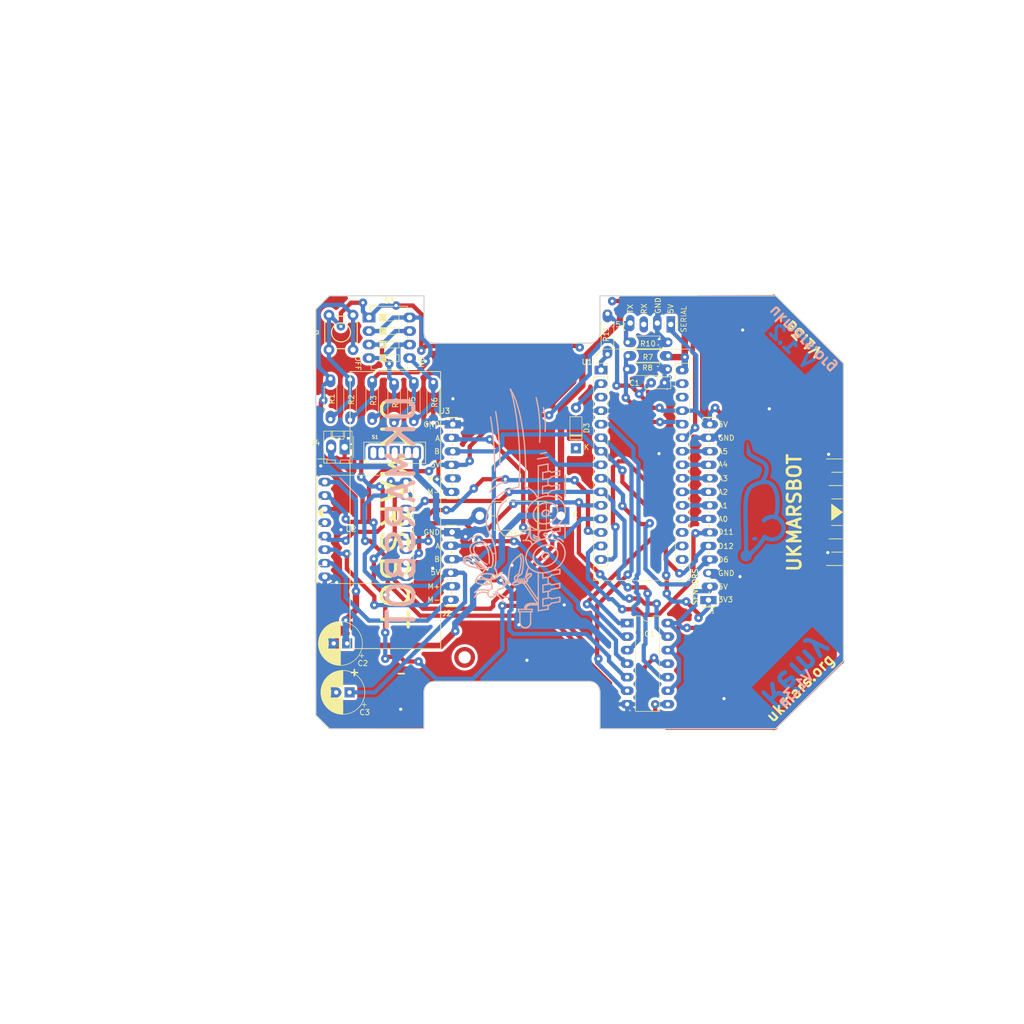
<source format=kicad_pcb>
(kicad_pcb (version 20241229) (generator "pcbnew") (generator_version "9.0")
  (layers (0 "F.Cu" signal) (2 "B.Cu" signal) (13 "F.Paste" user) (15 "B.Paste" user) (5 "F.SilkS" user "F.Silkscreen") (7 "B.SilkS" user "B.Silkscreen") (1 "F.Mask" user) (3 "B.Mask" user) (25 "Edge.Cuts" user))
  (net 0 "")
  (net 1 "5V")
  (net 2 "GND")
  (net 3 "/V_BATT")
  (net 4 "/LEFT_A")
  (net 5 "/LEFT_B")
  (net 6 "/LEFT_CLK_A")
  (net 7 "/RIGHT_A")
  (net 8 "/RIGHT_B")
  (net 9 "/RIGHT_CLK_A")
  (net 10 "/{slash}LEFT_DIR")
  (net 11 "/LEFT_DIR")
  (net 12 "/{slash}RIGHT_DIR")
  (net 13 "/RIGHT_DIR")
  (net 14 "/3V3")
  (net 15 "/USER_IO")
  (net 16 "/EMITTER_B")
  (net 17 "/EMITTER_A")
  (net 18 "/SENSOR_0")
  (net 19 "/SENSOR_1")
  (net 20 "/SENSOR_2")
  (net 21 "/SENSOR_3")
  (net 22 "/SENSOR_4")
  (net 23 "/SENSOR_5")
  (net 24 "/LEFT_MOTOR_1")
  (net 25 "/LEFT_MOTOR_2")
  (net 26 "/RIGHT_MOTOR_2")
  (net 27 "/RIGHT_MOTOR_1")
  (net 28 "/D13")
  (net 29 "/FUNCTION_SELECT")
  (net 30 "/SW_PWR")
  (net 31 "Net-(R2-Pad1)")
  (net 32 "Net-(R3-Pad1)")
  (net 33 "/BATTERY_VOLTS")
  (net 34 "/PWR_IN")
  (net 35 "/RXD")
  (net 36 "/TXD")
  (net 37 "/LEFT_PWM")
  (net 38 "/RIGHT_PWM")
  (net 40 "Net-(R4-Pad1)")
  (net 42 "Net-(R5-Pad2)")
  (net 45 "/RXD_BT")
  (net 46 "/TXD_BT")
  (footprint "ukmarsbot:R_Axial_DIN0207_L6.3mm_D2.5mm_P7.62mm_BIGPAD" (layer "F.Cu") (at 122.92 67.74 -90)
    (property "Reference" "R11")
    (property "Value" "4k7")
  )
  (footprint "ukmarsbot:SW_DIP_SPSTx04_Slide_6.7x11.72mm_W7.62mm_P2.54mm_LowProfile" (layer "F.Cu") (at 78.15 68.45)
    (property "Reference" "S3")
    (property "Value" "DIP-SW")
  )
  (footprint "Package_DIP:DIP-14_W7.62mm_LongPads" (layer "F.Cu") (at 126.625 125.815)
    (property "Reference" "IC1")
    (property "Value" "74HC86")
  )
  (footprint "ukmarsbot:TACTILE_SWITCH_PTH_6.0MM" (layer "F.Cu") (at 72.8894 71.2512 90)
    (property "Reference" "S2")
    (property "Value" "BUTTON")
  )
  (footprint "ukmarsbot:R_Axial_DIN0207_L6.3mm_D2.5mm_P7.62mm_BIGPAD" (layer "F.Cu") (at 82.86 88.27 90)
    (property "Reference" "R4")
    (property "Value" "2k2")
  )
  (footprint "ukmarsbot:R_Axial_DIN0207_L6.3mm_D2.5mm_P7.62mm_BIGPAD" (layer "F.Cu") (at 74.59 87.69 90)
    (property "Reference" "R2")
    (property "Value" "10k")
  )
  (footprint "ukmarsbot:R_Axial_DIN0207_L6.3mm_D2.5mm_P7.62mm_BIGPAD" (layer "F.Cu") (at 70.92 87.55 90)
    (property "Reference" "R1")
    (property "Value" "10k")
  )
  (footprint "ukmarsbot:R_Axial_DIN0207_L6.3mm_D2.5mm_P7.62mm_BIGPAD" (layer "F.Cu") (at 134.24 78.15 180)
    (property "Reference" "R8")
    (property "Value" "15k")
  )
  (footprint "ukmarsbot:Arduino_Nano" (layer "F.Cu") (at 121.71 78.3185)
    (property "Reference" "U1")
    (property "Value" "Arduino_Nano")
  )
  (footprint "ukmarsbot:1X04_LOCK_LONGPADS" (layer "F.Cu") (at 134.81 69.75 -90)
    (property "Reference" "J5")
    (property "Value" "SERIAL")
  )
  (footprint "ukmarsbot:C_Rect_L4.6mm_W2.0mm_P2.50mm_MKS02_FKP02" (layer "F.Cu") (at 131.13 80.7)
    (property "Reference" "C1")
    (property "Value" "100n")
  )
  (footprint "Diode_THT:D_DO-35_SOD27_P7.62mm_Horizontal" (layer "F.Cu") (at 117 93.01 90)
    (property "Reference" "D3")
    (property "Value" "1N4148")
  )
  (footprint "Capacitor_THT:CP_Radial_D8.0mm_P2.50mm" (layer "F.Cu") (at 74.032651 129.64 180)
    (property "Reference" "C2")
    (property "Value" "330uF, 16V")
  )
  (footprint "ukmarsbot:1X06_LOCK_LONGPADS" (layer "F.Cu") (at 93.877 88.5)
    (property "Reference" "J3")
    (property "Value" "CONN_06SILK_FEMALE_PTH" (hide yes))
  )
  (footprint "Capacitor_THT:CP_Radial_D8.0mm_P2.50mm" (layer "F.Cu") (at 74.492651 138.83 180)
    (property "Reference" "C3")
    (property "Value" "330uF, 16V")
  )
  (footprint "Diode_THT:D_DO-201AD_P15.24mm_Horizontal" (layer "F.Cu") (at 114.19 105.67 180)
    (property "Reference" "D1")
    (property "Value" "1N5401")
  )
  (footprint "ukmarsbot:1X14_LOCK_LONGPADS" (layer "F.Cu") (at 141.877 121.5 180)
    (property "Reference" "J1")
    (property "Value" "SENSORS")
  )
  (footprint "ukmarsbot:R_Axial_DIN0207_L6.3mm_D2.5mm_P7.62mm_BIGPAD" (layer "F.Cu") (at 78.74 87.83 90)
    (property "Reference" "R3")
    (property "Value" "4k7")
  )
  (footprint "ukmarsbot:R_Axial_DIN0207_L6.3mm_D2.5mm_P7.62mm_BIGPAD" (layer "F.Cu") (at 126.71 73.11)
    (property "Reference" "R10")
    (property "Value" "10k")
  )
  (footprint "ukmarsbot:R_Axial_DIN0207_L6.3mm_D2.5mm_P7.62mm_BIGPAD" (layer "F.Cu") (at 90.21 88.2 90)
    (property "Reference" "R6")
    (property "Value" "470")
  )
  (footprint "ukmarsbot:1X06_LOCK_LONGPADS" (layer "F.Cu") (at 93.75 108.75)
    (property "Reference" "J2")
    (property "Value" "CONN_06SILK_FEMALE_PTH" (hide yes))
  )
  (footprint "ukmarsbot:TB6612FNG-module" (layer "F.Cu") (at 77.47 108.2266)
    (property "Reference" "U2")
    (property "Value" "TB6612FNG-Module")
  )
  (footprint "ukmarsbot:R_Axial_DIN0207_L6.3mm_D2.5mm_P7.62mm_BIGPAD" (layer "F.Cu") (at 86.57 80.43 -90)
    (property "Reference" "R5")
    (property "Value" "1k0")
  )
  (footprint "ukmarsbot:R_Axial_DIN0207_L6.3mm_D2.5mm_P7.62mm_BIGPAD" (layer "F.Cu") (at 126.72 75.65)
    (property "Reference" "R7")
    (property "Value" "15k")
  )
  (footprint "ukmarsbot:SW_MINI-SPDT-RTECH-78-0564" (layer "F.Cu") (at 82.97 93.85)
    (property "Reference" "S1")
    (property "Value" "sub-miniature, SPDT")
  )
  (footprint "Connector_Molex:Molex_KK-254_AE-6410-02A_1x02_P2.54mm_Vertical" (layer "F.Cu") (at 73.57 92.77 180)
    (property "Reference" "J4")
    (property "Value" "POWER")
  )
  (gr_circle (center 114.1 132.255635) (end 115.2 133.355635) (stroke (width 0.8)) (fill no) (layer "F.Cu"))
  (gr_circle (center 96.1 132.255635) (end 97.2 133.355635) (stroke (width 0.8)) (fill no) (layer "F.Cu"))
  (gr_circle (center 144.37 80.955635) (end 145.47 82.055635) (stroke (width 0.8)) (fill no) (layer "F.Cu"))
  (gr_circle (center 96.044365 77.844365) (end 97.144365 78.944365) (stroke (width 0.8)) (fill no) (layer "F.Cu"))
  (gr_line (start 166.89 77.19) (end 166.89 133.09) (stroke (width 0.8)) (layer "F.Cu"))
  (gr_line (start 140.005 64.68) (end 154.215 64.62) (stroke (width 0.8)) (layer "F.Cu"))
  (gr_circle (center 114 77.8) (end 115.1 78.9) (stroke (width 0.8)) (fill no) (layer "F.Cu"))
  (gr_line (start 166.97 132.905) (end 154.19 145.535) (stroke (width 0.8)) (layer "F.Cu"))
  (gr_line (start 154.13 64.53) (end 166.89 77.19) (stroke (width 0.8)) (layer "F.Cu"))
  (gr_circle (center 144.37 129.055635) (end 145.47 130.155635) (stroke (width 0.8)) (fill no) (layer "F.Cu"))
  (gr_line (start 154.435 145.47) (end 134.005 145.47) (stroke (width 0.8)) (layer "F.Cu"))
  (gr_circle (center 148.952433 113.177395) (end 149.722433 113.777395) (stroke (width 0.2)) (fill yes) (layer "B.Cu"))
  (gr_curve (pts (xy 152.473873 109.636827) (xy 151.092433 111.507395) (xy 151.332433 111.467395) (xy 148.952433 113.477395)) (stroke (width 0.8)) (layer "B.Cu"))
  (gr_line (start 150.352433 109.847395) (end 150.792433 109.847395) (stroke (width 0.4)) (layer "B.Cu"))
  (gr_circle (center 150.812433 110.01639) (end 150.882433 110.08639) (stroke (width 0.2)) (fill no) (layer "B.Cu"))
  (gr_curve (pts (xy 151.882433 99.397395) (xy 155.862433 98.507395) (xy 154.862433 105.957395) (xy 154.392433 105.787395)) (stroke (width 0.8)) (layer "B.Cu"))
  (gr_rect (start 149.252433 92.717395) (end 149.312433 93.497395) (stroke (width 0.2)) (fill no) (layer "B.Cu"))
  (gr_line (start 150.812433 109.917395) (end 150.352433 110.117395) (stroke (width 0.2)) (layer "B.Cu"))
  (gr_curve (pts (xy 151.882433 95.457395) (xy 149.762433 94.367395) (xy 149.522433 94.247395) (xy 149.422433 93.797395)) (stroke (width 0.8)) (layer "B.Cu"))
  (gr_circle (center 150.362433 110.01639) (end 150.452433 110.05639) (stroke (width 0.2)) (fill no) (layer "B.Cu"))
  (gr_line (start 150.357433 110.017395) (end 150.807433 110.017395) (stroke (width 0.4)) (layer "B.Cu"))
  (gr_line (start 149.652433 93.537395) (end 149.202433 92.067395) (stroke (width 0.2)) (layer "B.Cu"))
  (gr_line (start 149.472433 93.497395) (end 149.312433 93.107395) (stroke (width 0.2)) (layer "B.Cu"))
  (gr_line (start 149.202433 92.067395) (end 149.122433 93.887395) (stroke (width 0.2)) (layer "B.Cu"))
  (gr_arc (start 152.29 106.55) (mid 155.361999 106.495308) (end 155.312433 109.567394) (stroke (width 0.8)) (layer "B.Cu"))
  (gr_arc (start 155.312433 109.567395) (mid 153.905943 110.125005) (end 152.473872 109.636827) (stroke (width 0.8)) (layer "B.Cu"))
  (gr_curve (pts (xy 148.952433 113.477395) (xy 148.982433 102.117395) (xy 147.902433 100.287395) (xy 151.882433 99.397395)) (stroke (width 0.8)) (layer "B.Cu"))
  (gr_curve (pts (xy 151.882433 99.397395) (xy 151.882433 99.397395) (xy 154.002433 96.547395) (xy 151.882433 95.457395)) (stroke (width 0.8)) (layer "B.Cu"))
  (gr_line (start 167 112.5) (end 165 112.5) (stroke (width 0.15)) (layer "F.SilkS"))
  (gr_line (start 167 115) (end 164 115) (stroke (width 0.15)) (layer "F.SilkS"))
  (gr_poly (pts (xy 69.5 106) (xy 68.5 105) (xy 69.5 104)) (stroke (width 0.15)) (fill yes) (layer "F.SilkS"))
  (gr_line (start 68.5 110) (end 69.2 110) (stroke (width 0.15)) (layer "F.SilkS"))
  (gr_line (start 68.5 107.5) (end 69.2 107.5) (stroke (width 0.15)) (layer "F.SilkS"))
  (gr_line (start 167 102.5) (end 165 102.5) (stroke (width 0.15)) (layer "F.SilkS"))
  (gr_line (start 167 95) (end 164 95) (stroke (width 0.15)) (layer "F.SilkS"))
  (gr_line (start 167 100) (end 164.5 100) (stroke (width 0.15)) (layer "F.SilkS"))
  (gr_line (start 167 97.5) (end 165 97.5) (stroke (width 0.15)) (layer "F.SilkS"))
  (gr_line (start 167 110) (end 164.5 110) (stroke (width 0.15)) (layer "F.SilkS"))
  (gr_rect (start 74.6 78.6) (end 91.6 130.6) (stroke (width 0.15)) (fill no) (layer "F.SilkS"))
  (gr_line (start 68.5 115) (end 70.25 115) (stroke (width 0.15)) (layer "F.SilkS"))
  (gr_poly (pts (xy 167 105) (xy 165 106.5) (xy 165 103.5)) (stroke (width 0.15)) (fill yes) (layer "F.SilkS"))
  (gr_line (start 68.5 102.5) (end 69.2 102.5) (stroke (width 0.15)) (layer "F.SilkS"))
  (gr_line (start 167 107.5) (end 165 107.5) (stroke (width 0.15)) (layer "F.SilkS"))
  (gr_line (start 68.5 100) (end 69.2 100) (stroke (width 0.15)) (layer "F.SilkS"))
  (gr_line (start 68.5 95) (end 70.5 95) (stroke (width 0.15)) (layer "F.SilkS"))
  (gr_line (start 98.742416 119.632933) (end 98.821561 119.612918) (stroke (width 0.25)) (layer "B.SilkS"))
  (gr_line (start 101.887326 117.426465) (end 101.818499 117.462903) (stroke (width 0.25)) (layer "B.SilkS"))
  (gr_line (start 100.097206 117.671195) (end 100.162476 117.68765) (stroke (width 0.25)) (layer "B.SilkS"))
  (gr_line (start 109.047106 101.18176) (end 109.141034 101.285313) (stroke (width 0.25)) (layer "B.SilkS"))
  (gr_line (start 106.072606 117.472603) (end 106.071693 117.412591) (stroke (width 0.25)) (layer "B.SilkS"))
  (gr_line (start 111.189742 109.440982) (end 111.176643 109.438) (stroke (width 0.25)) (layer "B.SilkS"))
  (gr_line (start 113.573852 104.662717) (end 113.583624 104.758715) (stroke (width 0.25)) (layer "B.SilkS"))
  (gr_line (start 105.594535 117.873507) (end 105.598657 117.875525) (stroke (width 0.25)) (layer "B.SilkS"))
  (gr_line (start 110.887398 104.794291) (end 110.913763 104.773718) (stroke (width 0.25)) (layer "B.SilkS"))
  (gr_line (start 96.012233 113.567003) (end 96.032839 113.535668) (stroke (width 0.25)) (layer "B.SilkS"))
  (gr_line (start 101.993616 115.912263) (end 101.975 115.874523) (stroke (width 0.25)) (layer "B.SilkS"))
  (gr_line (start 100.918064 118.064786) (end 100.938173 118.090116) (stroke (width 0.25)) (layer "B.SilkS"))
  (gr_line (start 107.469721 118.19958) (end 107.440688 118.194086) (stroke (width 0.25)) (layer "B.SilkS"))
  (gr_line (start 111.415403 115.124036) (end 111.303192 115.142917) (stroke (width 0.25)) (layer "B.SilkS"))
  (gr_line (start 105.590558 117.857791) (end 105.58946 117.861453) (stroke (width 0.25)) (layer "B.SilkS"))
  (gr_line (start 103.856633 109.522751) (end 103.713669 109.480398) (stroke (width 0.25)) (layer "B.SilkS"))
  (gr_line (start 108.977413 110.238636) (end 108.893234 110.190317) (stroke (width 0.25)) (layer "B.SilkS"))
  (gr_line (start 106.709977 116.661191) (end 106.731854 116.640234) (stroke (width 0.25)) (layer "B.SilkS"))
  (gr_line (start 110.037672 108.888265) (end 110.058776 108.846242) (stroke (width 0.25)) (layer "B.SilkS"))
  (gr_line (start 105.591652 117.871021) (end 105.594535 117.873507) (stroke (width 0.25)) (layer "B.SilkS"))
  (gr_line (start 114.89976 113.248657) (end 114.863307 113.404001) (stroke (width 0.25)) (layer "B.SilkS"))
  (gr_line (start 98.348642 119.793775) (end 98.424274 119.753829) (stroke (width 0.25)) (layer "B.SilkS"))
  (gr_line (start 108.490442 109.722718) (end 108.473178 109.675659) (stroke (width 0.25)) (layer "B.SilkS"))
  (gr_line (start 112.25674 108.23377) (end 112.286711 108.253635) (stroke (width 0.25)) (layer "B.SilkS"))
  (gr_line (start 97.941558 114.077871) (end 98.312297 114.4019) (stroke (width 0.25)) (layer "B.SilkS"))
  (gr_line (start 102.580576 120.304678) (end 101.826777 119.946915) (stroke (width 0.25)) (layer "B.SilkS"))
  (gr_line (start 110.776437 107.191272) (end 110.669864 107.181771) (stroke (width 0.25)) (layer "B.SilkS"))
  (gr_line (start 112.608243 109.275315) (end 112.582658 109.359775) (stroke (width 0.25)) (layer "B.SilkS"))
  (gr_line (start 111.480812 109.364475) (end 111.469093 109.373619) (stroke (width 0.25)) (layer "B.SilkS"))
  (gr_line (start 106.477434 113.030213) (end 106.426223 113.073005) (stroke (width 0.25)) (layer "B.SilkS"))
  (gr_line (start 101.189324 115.25212) (end 101.113631 115.396389) (stroke (width 0.25)) (layer "B.SilkS"))
  (gr_line (start 100.956282 117.594968) (end 100.822537 117.59019) (stroke (width 0.25)) (layer "B.SilkS"))
  (gr_line (start 98.058242 112.728918) (end 98.162749 112.896271) (stroke (width 0.25)) (layer "B.SilkS"))
  (gr_line (start 108.634564 107.758458) (end 108.513419 107.659914) (stroke (width 0.25)) (layer "B.SilkS"))
  (gr_line (start 110.336974 115.100329) (end 110.237871 115.072842) (stroke (width 0.25)) (layer "B.SilkS"))
  (gr_line (start 113.550399 112.636992) (end 113.560171 112.73299) (stroke (width 0.25)) (layer "B.SilkS"))
  (gr_line (start 107.500318 122.627532) (end 107.461473 122.704765) (stroke (width 0.25)) (layer "B.SilkS"))
  (gr_line (start 104.217152 118.344259) (end 104.189603 118.341473) (stroke (width 0.25)) (layer "B.SilkS"))
  (gr_line (start 111.800811 113.449226) (end 111.78043 113.473555) (stroke (width 0.25)) (layer "B.SilkS"))
  (gr_line (start 110.631499 113.402641) (end 110.623609 113.375448) (stroke (width 0.25)) (layer "B.SilkS"))
  (gr_line (start 100.99169 118.241823) (end 100.988844 118.266639) (stroke (width 0.25)) (layer "B.SilkS"))
  (gr_line (start 109.988774 102.390091) (end 109.988774 102.390091) (stroke (width 0.25)) (layer "B.SilkS"))
  (gr_line (start 105.644724 117.838493) (end 105.644962 117.833709) (stroke (width 0.25)) (layer "B.SilkS"))
  (gr_line (start 100.45782 117.782193) (end 100.510255 117.803238) (stroke (width 0.25)) (layer "B.SilkS"))
  (gr_line (start 103.368007 118.24874) (end 103.409641 118.371078) (stroke (width 0.25)) (layer "B.SilkS"))
  (gr_line (start 97.572055 113.773821) (end 97.755306 113.921481) (stroke (width 0.25)) (layer "B.SilkS"))
  (gr_line (start 113.988291 121.797837) (end 113.988291 121.797837) (stroke (width 0.25)) (layer "B.SilkS"))
  (gr_line (start 103.144618 98.349438) (end 103.049576 98.355015) (stroke (width 0.25)) (layer "B.SilkS"))
  (gr_line (start 108.624666 103.360923) (end 108.751009 103.233852) (stroke (width 0.25)) (layer "B.SilkS"))
  (gr_line (start 100.737755 114.012385) (end 100.729566 113.814753) (stroke (width 0.25)) (layer "B.SilkS"))
  (gr_line (start 101.205928 112.610492) (end 101.168573 112.508231) (stroke (width 0.25)) (layer "B.SilkS"))
  (gr_line (start 108.280644 117.209424) (end 108.352555 117.138766) (stroke (width 0.25)) (layer "B.SilkS"))
  (gr_line (start 105.625984 117.800773) (end 105.612402 117.782236) (stroke (width 0.25)) (layer "B.SilkS"))
  (gr_line (start 110.89687 85.381969) (end 111.000305 85.873594) (stroke (width 0.25)) (layer "B.SilkS"))
  (gr_line (start 103.452983 118.496127) (end 103.473355 118.558625) (stroke (width 0.25)) (layer "B.SilkS"))
  (gr_line (start 100.131105 117.489773) (end 100.065835 117.473317) (stroke (width 0.25)) (layer "B.SilkS"))
  (gr_line (start 111.531535 109.313525) (end 111.522476 109.324338) (stroke (width 0.25)) (layer "B.SilkS"))
  (gr_line (start 114.842081 105.584265) (end 114.789305 105.737663) (stroke (width 0.25)) (layer "B.SilkS"))
  (gr_line (start 100.572231 120.683742) (end 100.527089 120.607747) (stroke (width 0.25)) (layer "B.SilkS"))
  (gr_line (start 113.510032 104.379522) (end 113.537139 104.472948) (stroke (width 0.25)) (layer "B.SilkS"))
  (gr_line (start 100.159947 106.919762) (end 100.159947 106.919762) (stroke (width 0.25)) (layer "B.SilkS"))
  (gr_line (start 98.444453 118.265735) (end 98.407068 118.241731) (stroke (width 0.25)) (layer "B.SilkS"))
  (gr_line (start 105.239554 114.157164) (end 105.161461 114.248707) (stroke (width 0.25)) (layer "B.SilkS"))
  (gr_line (start 107.515485 108.560295) (end 107.288519 108.743654) (stroke (width 0.25)) (layer "B.SilkS"))
  (gr_line (start 113.343672 104.023639) (end 113.39325 104.108179) (stroke (width 0.25)) (layer "B.SilkS"))
  (gr_line (start 114.647425 111.421865) (end 114.719302 111.563954) (stroke (width 0.25)) (layer "B.SilkS"))
  (gr_line (start 109.067686 109.298677) (end 109.057016 109.284093) (stroke (width 0.25)) (layer "B.SilkS"))
  (gr_line (start 112.929629 111.571505) (end 113.004886 111.632717) (stroke (width 0.25)) (layer "B.SilkS"))
  (gr_line (start 106.223499 90.717453) (end 105.952385 88.135339) (stroke (width 0.25)) (layer "B.SilkS"))
  (gr_line (start 106.895708 117.744248) (end 106.873578 117.70708) (stroke (width 0.25)) (layer "B.SilkS"))
  (gr_line (start 114.949893 107.266752) (end 114.949893 109.785626) (stroke (width 0.25)) (layer "B.SilkS"))
  (gr_line (start 106.495615 125.844488) (end 106.489759 125.795519) (stroke (width 0.25)) (layer "B.SilkS"))
  (gr_line (start 111.753033 115.037836) (end 111.640509 115.071542) (stroke (width 0.25)) (layer "B.SilkS"))
  (gr_line (start 101.986073 117.068553) (end 102.003089 117.093945) (stroke (width 0.25)) (layer "B.SilkS"))
  (gr_line (start 110.8019 120.02163) (end 110.8019 118.689591) (stroke (width 0.25)) (layer "B.SilkS"))
  (gr_line (start 107.882612 117.727764) (end 107.884477 117.731383) (stroke (width 0.25)) (layer "B.SilkS"))
  (gr_line (start 110.461182 111.425606) (end 110.572351 111.376656) (stroke (width 0.25)) (layer "B.SilkS"))
  (gr_poly (pts (xy 101.052965 117.284688) (xy 101.053832 117.291336) (xy 101.055261 117.297888) (xy 101.057237 117.304335) (xy 101.059747 117.310669) (xy 101.062775 117.316882) (xy 101.066308 117.322965) (xy 101.070331 117.32891) (xy 101.074831 117.334709) (xy 101.079794 117.340354) (xy 101.085204 117.345837) (xy 101.091049 117.351149) (xy 101.097314 117.356282) (xy 101.103985 117.361227) (xy 101.111048 117.365978) (xy 101.118489 117.370525) (xy 101.126293 117.37486) (xy 101.134446 117.378975) (xy 101.142935 117.382861) (xy 101.151746 117.386511) (xy 101.160863 117.389917) (xy 101.170273 117.393069) (xy 101.179962 117.395961) (xy 101.189916 117.398582) (xy 101.200121 117.400927) (xy 101.210562 117.402985) (xy 101.221225 117.404749) (xy 101.232097 117.406211) (xy 101.243163 117.407362) (xy 101.254409 117.408195) (xy 101.265821 117.408701) (xy 101.277384 117.408871) (xy 101.30036 117.408195) (xy 101.322672 117.406211) (xy 101.344207 117.402985) (xy 101.364853 117.398582) (xy 101.384496 117.393069) (xy 101.403023 117.386511) (xy 101.420323 117.378975) (xy 101.43628 117.370525) (xy 101.450784 117.361227) (xy 101.46372 117.351149) (xy 101.474975 117.340354) (xy 101.479938 117.334709) (xy 101.484438 117.32891) (xy 101.488461 117.322965) (xy 101.491994 117.316882) (xy 101.495022 117.310669) (xy 101.497532 117.304335) (xy 101.499508 117.297888) (xy 101.500937 117.291336) (xy 101.501804 117.284688) (xy 101.502097 117.277951) (xy 101.501804 117.271213) (xy 101.500937 117.264564) (xy 101.499508 117.258012) (xy 101.497532 117.251565) (xy 101.495022 117.24523) (xy 101.491994 117.239018) (xy 101.488461 117.232934) (xy 101.484438 117.226989) (xy 101.479938 117.221189) (xy 101.474975 117.215544) (xy 101.469565 117.210062) (xy 101.46372 117.204749) (xy 101.457455 117.199616) (xy 101.450784 117.194671) (xy 101.443721 117.18992) (xy 101.43628 117.185373) (xy 101.428476 117.181038) (xy 101.420323 117.176923) (xy 101.411834 117.173036) (xy 101.403023 117.169386) (xy 101.393906 117.165981) (xy 101.384496 117.162828) (xy 101.374807 117.159937) (xy 101.364853 117.157315) (xy 101.354648 117.154971) (xy 101.344207 117.152912) (xy 101.333544 117.151148) (xy 101.322672 117.149686) (xy 101.311606 117.148535) (xy 101.30036 117.147702) (xy 101.288948 117.147197) (xy 101.277384 117.147026) (xy 101.254409 117.147702) (xy 101.232097 117.149686) (xy 101.210562 117.152912) (xy 101.189916 117.157315) (xy 101.170273 117.162828) (xy 101.151746 117.169386) (xy 101.134446 117.176923) (xy 101.118489 117.185373) (xy 101.103985 117.194671) (xy 101.091049 117.204749) (xy 101.079794 117.215544) (xy 101.074831 117.221189) (xy 101.070331 117.226989) (xy 101.066308 117.232934) (xy 101.062775 117.239018) (xy 101.059747 117.24523) (xy 101.057237 117.251565) (xy 101.055261 117.258012) (xy 101.053832 117.264564) (xy 101.052965 117.271213) (xy 101.052672 117.277951)) (stroke (width 0.25)) (fill yes) (layer "B.SilkS"))
  (gr_line (start 106.596355 113.428562) (end 106.5575 113.35528) (stroke (width 0.25)) (layer "B.SilkS"))
  (gr_line (start 107.246428 118.309614) (end 107.230478 118.301977) (stroke (width 0.25)) (layer "B.SilkS"))
  (gr_line (start 106.236607 100.303183) (end 106.236607 100.303183) (stroke (width 0.25)) (layer "B.SilkS"))
  (gr_line (start 107.890607 117.892843) (end 107.889236 117.896102) (stroke (width 0.25)) (layer "B.SilkS"))
  (gr_line (start 103.904836 118.47049) (end 103.90595 118.494879) (stroke (width 0.25)) (layer "B.SilkS"))
  (gr_line (start 105.753683 116.930777) (end 105.814126 116.888468) (stroke (width 0.25)) (layer "B.SilkS"))
  (gr_line (start 111.611177 101.97181) (end 111.788611 101.964604) (stroke (width 0.25)) (layer "B.SilkS"))
  (gr_line (start 99.766078 115.532336) (end 99.703353 115.558174) (stroke (width 0.25)) (layer "B.SilkS"))
  (gr_line (start 110.719853 104.985319) (end 110.736353 104.959337) (stroke (width 0.25)) (layer "B.SilkS"))
  (gr_line (start 109.572092 101.917016) (end 109.647201 102.067789) (stroke (width 0.25)) (layer "B.SilkS"))
  (gr_line (start 101.131062 115.335861) (end 101.070019 115.332337) (stroke (width 0.25)) (layer "B.SilkS"))
  (gr_line (start 104.444369 118.131124) (end 104.446604 118.142509) (stroke (width 0.25)) (layer "B.SilkS"))
  (gr_line (start 111.933243 112.984503) (end 111.937744 113.012245) (stroke (width 0.25)) (layer "B.SilkS"))
  (gr_line (start 99.44622 110.482383) (end 99.34749 110.452619) (stroke (width 0.25)) (layer "B.SilkS"))
  (gr_line (start 99.286725 116.798065) (end 99.331604 116.753462) (stroke (width 0.25)) (layer "B.SilkS"))
  (gr_line (start 107.195807 118.0838) (end 107.17151 118.065598) (stroke (width 0.25)) (layer "B.SilkS"))
  (gr_line (start 105.567218 117.949631) (end 105.483376 118.027602) (stroke (width 0.25)) (layer "B.SilkS"))
  (gr_line (start 100.471172 120.435077) (end 100.462306 120.339998) (stroke (width 0.25)) (layer "B.SilkS"))
  (gr_line (start 104.189603 118.341473) (end 104.184611 118.340661) (stroke (width 0.25)) (layer "B.SilkS"))
  (gr_line (start 111.56815 109.255898) (end 111.562021 109.267824) (stroke (width 0.25)) (layer "B.SilkS"))
  (gr_line (start 109.442223 110.386654) (end 109.345803 110.369479) (stroke (width 0.25)) (layer "B.SilkS"))
  (gr_line (start 107.754788 104.799262) (end 107.807564 104.645863) (stroke (width 0.25)) (layer "B.SilkS"))
  (gr_line (start 112.374793 97.51486) (end 113.96276 97.235443) (stroke (width 0.25)) (layer "B.SilkS"))
  (gr_line (start 100.941588 118.3629) (end 100.941588 118.3629) (stroke (width 0.25)) (layer "B.SilkS"))
  (gr_line (start 106.509888 118.222972) (end 106.425869 118.199551) (stroke (width 0.25)) (layer "B.SilkS"))
  (gr_line (start 112.857209 114.382162) (end 112.774607 114.458519) (stroke (width 0.25)) (layer "B.SilkS"))
  (gr_line (start 99.604772 116.171004) (end 99.549152 116.247749) (stroke (width 0.25)) (layer "B.SilkS"))
  (gr_line (start 113.207018 111.840195) (end 113.265898 111.917145) (stroke (width 0.25)) (layer "B.SilkS"))
  (gr_line (start 99.103321 115.103241) (end 99.216719 115.194981) (stroke (width 0.25)) (layer "B.SilkS"))
  (gr_line (start 99.34749 110.452619) (end 99.247704 110.428907) (stroke (width 0.25)) (layer "B.SilkS"))
  (gr_line (start 99.410891 116.475207) (end 99.35951 116.498377) (stroke (width 0.25)) (layer "B.SilkS"))
  (gr_line (start 108.855403 100.995565) (end 108.951735 101.085256) (stroke (width 0.25)) (layer "B.SilkS"))
  (gr_line (start 106.114827 117.812226) (end 106.09736 117.767889) (stroke (width 0.25)) (layer "B.SilkS"))
  (gr_line (start 111.154881 113.749665) (end 111.123451 113.748243) (stroke (width 0.25)) (layer "B.SilkS"))
  (gr_line (start 108.289854 107.443563) (end 108.188032 107.325905) (stroke (width 0.25)) (layer "B.SilkS"))
  (gr_line (start 106.671581 114.678429) (end 106.696496 114.41197) (stroke (width 0.25)) (layer "B.SilkS"))
  (gr_line (start 103.435504 109.326975) (end 103.3017 109.218405) (stroke (width 0.25)) (layer "B.SilkS"))
  (gr_line (start 98.669519 109.347971) (end 98.561979 109.364249) (stroke (width 0.25)) (layer "B.SilkS"))
  (gr_line (start 107.02503 117.919721) (end 106.998094 117.887204) (stroke (width 0.25)) (layer "B.SilkS"))
  (gr_line (start 111.414547 113.711064) (end 111.381793 113.720875) (stroke (width 0.25)) (layer "B.SilkS"))
  (gr_line (start 112.768411 111.461283) (end 112.850742 111.514345) (stroke (width 0.25)) (layer "B.SilkS"))
  (gr_line (start 103.330686 121.865081) (end 103.325735 121.82842) (stroke (width 0.25)) (layer "B.SilkS"))
  (gr_line (start 108.283988 107.760357) (end 108.112678 107.965778) (stroke (width 0.25)) (layer "B.SilkS"))
  (gr_line (start 105.814688 118.620714) (end 105.934251 118.584466) (stroke (width 0.25)) (layer "B.SilkS"))
  (gr_line (start 113.398822 110.271119) (end 113.54155 110.34312) (stroke (width 0.25)) (layer "B.SilkS"))
  (gr_line (start 99.667976 117.336061) (end 99.620312 117.313845) (stroke (width 0.25)) (layer "B.SilkS"))
  (gr_line (start 104.418177 118.296639) (end 104.418363 118.293916) (stroke (width 0.25)) (layer "B.SilkS"))
  (gr_line (start 103.318953 121.792613) (end 103.310428 121.757635) (stroke (width 0.25)) (layer "B.SilkS"))
  (gr_line (start 96.576185 113.283881) (end 96.629965 113.281289) (stroke (width 0.25)) (layer "B.SilkS"))
  (gr_line (start 111.126874 109.001905) (end 111.139093 108.993162) (stroke (width 0.25)) (layer "B.SilkS"))
  (gr_line (start 112.03147 103.215678) (end 112.134679 103.234266) (stroke (width 0.25)) (layer "B.SilkS"))
  (gr_line (start 111.710119 105.589554) (end 111.683754 105.610127) (stroke (width 0.25)) (layer "B.SilkS"))
  (gr_line (start 107.327216 118.157852) (end 107.299809 118.145451) (stroke (width 0.25)) (layer "B.SilkS"))
  (gr_line (start 111.178637 108.969556) (end 111.192746 108.962637) (stroke (width 0.25)) (layer "B.SilkS"))
  (gr_line (start 107.181117 118.292364) (end 107.17759 118.29355) (stroke (width 0.25)) (layer "B.SilkS"))
  (gr_line (start 99.017907 118.494736) (end 98.954614 118.477403) (stroke (width 0.25)) (layer "B.SilkS"))
  (gr_line (start 109.322625 101.514501) (end 109.40932 101.640607) (stroke (width 0.25)) (layer "B.SilkS"))
  (gr_line (start 109.828898 122.204041) (end 107.203482 118.363186) (stroke (width 0.25)) (layer "B.SilkS"))
  (gr_line (start 110.999506 104.717605) (end 111.030222 104.700937) (stroke (width 0.25)) (layer "B.SilkS"))
  (gr_line (start 114.789305 105.737663) (end 114.728569 105.889674) (stroke (width 0.25)) (layer "B.SilkS"))
  (gr_line (start 105.637633 117.859892) (end 105.641156 117.851515) (stroke (width 0.25)) (layer "B.SilkS"))
  (gr_line (start 95.960504 113.672215) (end 95.976109 113.635268) (stroke (width 0.25)) (layer "B.SilkS"))
  (gr_line (start 102.003089 117.093945) (end 102.016949 117.119355) (stroke (width 0.25)) (layer "B.SilkS"))
  (gr_line (start 102.027857 115.990552) (end 102.011239 115.950946) (stroke (width 0.25)) (layer "B.SilkS"))
  (gr_line (start 101.793346 115.316376) (end 101.827299 115.155057) (stroke (width 0.25)) (layer "B.SilkS"))
  (gr_line (start 103.52855 118.906926) (end 103.524812 118.93219) (stroke (width 0.25)) (layer "B.SilkS"))
  (gr_line (start 110.299889 108.530173) (end 110.339039 108.493716) (stroke (width 0.25)) (layer "B.SilkS"))
  (gr_line (start 107.7912 106.647561) (end 107.737991 106.499094) (stroke (width 0.25)) (layer "B.SilkS"))
  (gr_line (start 104.27722 118.347018) (end 104.260588 118.346943) (stroke (width 0.25)) (layer "B.SilkS"))
  (gr_line (start 107.83123 126.63931) (end 107.784696 126.655024) (stroke (width 0.25)) (layer "B.SilkS"))
  (gr_line (start 99.724781 116.592815) (end 99.831112 116.573792) (stroke (width 0.25)) (layer "B.SilkS"))
  (gr_line (start 107.784696 126.655024) (end 107.737172 126.668493) (stroke (width 0.25)) (layer "B.SilkS"))
  (gr_line (start 107.278472 117.614012) (end 107.257453 117.558471) (stroke (width 0.25)) (layer "B.SilkS"))
  (gr_line (start 106.239963 116.997091) (end 106.296385 116.952987) (stroke (width 0.25)) (layer "B.SilkS"))
  (gr_line (start 111.562633 109.036643) (end 111.569046 109.047579) (stroke (width 0.25)) (layer "B.SilkS"))
  (gr_line (start 110.976086 112.691907) (end 111.006801 112.675239) (stroke (width 0.25)) (layer "B.SilkS"))
  (gr_line (start 111.863881 116.233628) (end 111.682618 116.279852) (stroke (width 0.25)) (layer "B.SilkS"))
  (gr_line (start 101.422407 114.39113) (end 101.393638 114.57568) (stroke (width 0.25)) (layer "B.SilkS"))
  (gr_line (start 99.685435 115.417889) (end 99.731153 115.434787) (stroke (width 0.25)) (layer "B.SilkS"))
  (gr_line (start 109.398283 109.95093) (end 109.338075 109.92157) (stroke (width 0.25)) (layer "B.SilkS"))
  (gr_line (start 111.539806 109.006788) (end 111.547988 109.016242) (stroke (width 0.25)) (layer "B.SilkS"))
  (gr_line (start 99.640492 111.09992) (end 99.574454 111.063532) (stroke (width 0.25)) (layer "B.SilkS"))
  (gr_line (start 111.8378 112.780326) (end 111.854938 112.802724) (stroke (width 0.25)) (layer "B.SilkS"))
  (gr_line (start 101.25471 115.096035) (end 101.189324 115.25212) (stroke (width 0.25)) (layer "B.SilkS"))
  (gr_line (start 112.504232 108.501715) (end 112.521475 108.533865) (stroke (width 0.25)) (layer "B.SilkS"))
  (gr_line (start 109.008409 115.988896) (end 108.870629 115.910146) (stroke (width 0.25)) (layer "B.SilkS"))
  (gr_line (start 106.628825 113.510934) (end 106.596355 113.428562) (stroke (width 0.25)) (layer "B.SilkS"))
  (gr_line (start 100.94613 115.335038) (end 100.883453 115.34121) (stroke (width 0.25)) (layer "B.SilkS"))
  (gr_line (start 105.58991 117.868137) (end 105.591652 117.871021) (stroke (width 0.25)) (layer "B.SilkS"))
  (gr_line (start 109.048748 109.270161) (end 109.043017 109.256964) (stroke (width 0.25)) (layer "B.SilkS"))
  (gr_line (start 102.929788 108.780263) (end 102.81798 108.600905) (stroke (width 0.25)) (layer "B.SilkS"))
  (gr_line (start 108.735415 110.919625) (end 108.751336 110.994214) (stroke (width 0.25)) (layer "B.SilkS"))
  (gr_line (start 100.80053 111.641401) (end 100.686394 111.463547) (stroke (width 0.25)) (layer "B.SilkS"))
  (gr_line (start 107.409509 122.880347) (end 107.397446 122.979236) (stroke (width 0.25)) (layer "B.SilkS"))
  (gr_line (start 99.156602 110.925808) (end 99.084468 110.918157) (stroke (width 0.25)) (layer "B.SilkS"))
  (gr_line (start 109.973407 109.060394) (end 109.986447 109.016828) (stroke (width 0.25)) (layer "B.SilkS"))
  (gr_line (start 100.560336 117.824889) (end 100.608 117.847102) (stroke (width 0.25)) (layer "B.SilkS"))
  (gr_line (start 105.952385 88.135339) (end 105.785035 86.900421) (stroke (width 0.25)) (layer "B.SilkS"))
  (gr_line (start 111.269708 103.214739) (end 111.381443 103.200705) (stroke (width 0.25)) (layer "B.SilkS"))
  (gr_line (start 108.488444 125.700817) (end 108.487141 125.752214) (stroke (width 0.25)) (layer "B.SilkS"))
  (gr_line (start 101.62156 110.970483) (end 101.559578 110.77636) (stroke (width 0.25)) (layer "B.SilkS"))
  (gr_line (start 112.400325 118.646832) (end 112.400325 118.646832) (stroke (width 0.25)) (layer "B.SilkS"))
  (gr_line (start 111.349015 113.729234) (end 111.316268 113.736155) (stroke (width 0.25)) (layer "B.SilkS"))
  (gr_line (start 104.338916 117.947084) (end 104.347265 117.95869) (stroke (width 0.25)) (layer "B.SilkS"))
  (gr_line (start 106.609049 118.254633) (end 106.581928 118.244424) (stroke (width 0.25)) (layer "B.SilkS"))
  (gr_line (start 112.400325 118.646832) (end 113.988291 118.3676) (stroke (width 0.25)) (layer "B.SilkS"))
  (gr_line (start 98.847527 116.847683) (end 98.781124 116.911006) (stroke (width 0.25)) (layer "B.SilkS"))
  (gr_line (start 108.44341 125.99785) (end 108.427662 126.044268) (stroke (width 0.25)) (layer "B.SilkS"))
  (gr_line (start 106.514241 125.940043) (end 106.503796 125.892682) (stroke (width 0.25)) (layer "B.SilkS"))
  (gr_line (start 109.012727 105.624664) (end 109.008567 105.528153) (stroke (width 0.25)) (layer "B.SilkS"))
  (gr_line (start 97.192551 114.07202) (end 96.934121 113.920354) (stroke (width 0.25)) (layer "B.SilkS"))
  (gr_line (start 98.803018 120.217941) (end 98.916777 120.168181) (stroke (width 0.25)) (layer "B.SilkS"))
  (gr_line (start 102.277345 107.007416) (end 102.243072 106.746492) (stroke (width 0.25)) (layer "B.SilkS"))
  (gr_line (start 100.310422 105.278171) (end 100.376496 105.011874) (stroke (width 0.25)) (layer "B.SilkS"))
  (gr_line (start 112.225716 116.117014) (end 112.045013 116.179374) (stroke (width 0.25)) (layer "B.SilkS"))
  (gr_line (start 103.524812 118.93219) (end 103.519338 118.956631) (stroke (width 0.25)) (layer "B.SilkS"))
  (gr_line (start 109.228538 122.128022) (end 109.034322 122.119055) (stroke (width 0.25)) (layer "B.SilkS"))
  (gr_line (start 106.807825 117.546792) (end 106.805 117.530583) (stroke (width 0.25)) (layer "B.SilkS"))
  (gr_line (start 102.073252 117.257553) (end 102.09105 117.181438) (stroke (width 0.25)) (layer "B.SilkS"))
  (gr_line (start 107.440688 118.194086) (end 107.411862 118.187123) (stroke (width 0.25)) (layer "B.SilkS"))
  (gr_line (start 101.331548 117.580016) (end 101.211653 117.58979) (stroke (width 0.25)) (layer "B.SilkS"))
  (gr_line (start 112.333621 100.95797) (end 112.333621 100.95797) (stroke (width 0.25)) (layer "B.SilkS"))
  (gr_line (start 98.654271 117.046387) (end 98.594028 117.118169) (stroke (width 0.25)) (layer "B.SilkS"))
  (gr_line (start 104.142419 118.307723) (end 104.13699 118.298744) (stroke (width 0.25)) (layer "B.SilkS"))
  (gr_line (start 107.340809 117.731536) (end 107.306562 117.67232) (stroke (width 0.25)) (layer "B.SilkS"))
  (gr_line (start 104.691321 81.89807) (end 104.691321 81.89807) (stroke (width 0.25)) (layer "B.SilkS"))
  (gr_line (start 107.129387 113.942277) (end 107.10846 113.675671) (stroke (width 0.25)) (layer "B.SilkS"))
  (gr_line (start 99.37947 115.278571) (end 99.479048 115.327074) (stroke (width 0.25)) (layer "B.SilkS"))
  (gr_line (start 112.224599 108.214367) (end 112.25674 108.23377) (stroke (width 0.25)) (layer "B.SilkS"))
  (gr_line (start 103.801041 118.286591) (end 103.812793 118.293347) (stroke (width 0.25)) (layer "B.SilkS"))
  (gr_line (start 109.257276 104.572629) (end 109.309345 104.481816) (stroke (width 0.25)) (layer "B.SilkS"))
  (gr_line (start 114.782215 111.710212) (end 114.835424 111.85868) (stroke (width 0.25)) (layer "B.SilkS"))
  (gr_line (start 108.289449 126.298526) (end 108.259714 126.336274) (stroke (width 0.25)) (layer "B.SilkS"))
  (gr_line (start 107.841649 109.802584) (end 107.770975 109.928143) (stroke (width 0.25)) (layer "B.SilkS"))
  (gr_line (start 110.690906 105.038585) (end 110.704696 105.011752) (stroke (width 0.25)) (layer "B.SilkS"))
  (gr_line (start 107.879999 117.908815) (end 107.872726 117.916048) (stroke (width 0.25)) (layer "B.SilkS"))
  (gr_line (start 111.854938 112.802724) (end 111.870749 112.826233) (stroke (width 0.25)) (layer "B.SilkS"))
  (gr_line (start 108.697581 110.786889) (end 108.717525 110.850587) (stroke (width 0.25)) (layer "B.SilkS"))
  (gr_line (start 107.126141 114.524047) (end 107.134615 114.227266) (stroke (width 0.25)) (layer "B.SilkS"))
  (gr_line (start 101.862301 98.805336) (end 101.728716 98.887392) (stroke (width 0.25)) (layer "B.SilkS"))
  (gr_line (start 111.201657 112.603221) (end 111.234404 112.5963) (stroke (width 0.25)) (layer "B.SilkS"))
  (gr_line (start 98.424274 119.753829) (end 98.502327 119.717674) (stroke (width 0.25)) (layer "B.SilkS"))
  (gr_line (start 105.283947 118.244301) (end 105.258682 118.277479) (stroke (width 0.25)) (layer "B.SilkS"))
  (gr_line (start 108.169488 122.467917) (end 108.097181 122.494814) (stroke (width 0.25)) (layer "B.SilkS"))
  (gr_line (start 106.447728 117.588641) (end 106.44655 117.57582) (stroke (width 0.25)) (layer "B.SilkS"))
  (gr_line (start 111.392872 108.932137) (end 111.406225 108.93454) (stroke (width 0.25)) (layer "B.SilkS"))
  (gr_line (start 102.599317 116.531907) (end 102.578071 116.553132) (stroke (width 0.25)) (layer "B.SilkS"))
  (gr_line (start 108.234651 122.178249) (end 108.140832 122.200781) (stroke (width 0.25)) (layer "B.SilkS"))
  (gr_line (start 113.513686 112.447223) (end 113.534932 112.541679) (stroke (width 0.25)) (layer "B.SilkS"))
  (gr_line (start 101.32212 120.913873) (end 101.219715 120.938218) (stroke (width 0.25)) (layer "B.SilkS"))
  (gr_line (start 110.968767 105.737685) (end 110.941331 105.72715) (stroke (width 0.25)) (layer "B.SilkS"))
  (gr_line (start 106.636674 118.274463) (end 106.633646 118.269551) (stroke (width 0.25)) (layer "B.SilkS"))
  (gr_line (start 108.30872 108.542414) (end 108.282963 108.670497) (stroke (width 0.25)) (layer "B.SilkS"))
  (gr_line (start 108.409727 126.089636) (end 108.389668 126.133891) (stroke (width 0.25)) (layer "B.SilkS"))
  (gr_line (start 106.167275 116.643876) (end 106.189152 116.623272) (stroke (width 0.25)) (layer "B.SilkS"))
  (gr_line (start 108.883971 103.110935) (end 109.023419 102.99245) (stroke (width 0.25)) (layer "B.SilkS"))
  (gr_line (start 101.791888 115.608922) (end 101.764916 115.580559) (stroke (width 0.25)) (layer "B.SilkS"))
  (gr_line (start 108.562313 116.884186) (end 108.57934 116.856042) (stroke (width 0.25)) (layer "B.SilkS"))
  (gr_line (start 105.613856 117.832667) (end 105.605383 117.83906) (stroke (width 0.25)) (layer "B.SilkS"))
  (gr_line (start 107.911038 109.66891) (end 107.841649 109.802584) (stroke (width 0.25)) (layer "B.SilkS"))
  (gr_line (start 103.032877 103.616516) (end 103.219981 103.393699) (stroke (width 0.25)) (layer "B.SilkS"))
  (gr_line (start 109.864375 85.049584) (end 109.953388 85.585435) (stroke (width 0.25)) (layer "B.SilkS"))
  (gr_line (start 99.455054 117.220278) (end 99.420397 117.195938) (stroke (width 0.25)) (layer "B.SilkS"))
  (gr_line (start 100.938173 118.090116) (end 100.955188 118.115509) (stroke (width 0.25)) (layer "B.SilkS"))
  (gr_line (start 98.189242 117.965591) (end 98.188623 117.940565) (stroke (width 0.25)) (layer "B.SilkS"))
  (gr_line (start 113.712898 107.27259) (end 113.573451 107.391075) (stroke (width 0.25)) (layer "B.SilkS"))
  (gr_line (start 107.884477 117.731383) (end 107.886054 117.734849) (stroke (width 0.25)) (layer "B.SilkS"))
  (gr_line (start 102.241328 105.669603) (end 102.278224 105.398332) (stroke (width 0.25)) (layer "B.SilkS"))
  (gr_line (start 101.400904 114.447895) (end 101.40995 114.317766) (stroke (width 0.25)) (layer "B.SilkS"))
  (gr_line (start 110.075826 109.841304) (end 110.063522 109.81909) (stroke (width 0.25)) (layer "B.SilkS"))
  (gr_line (start 107.191984 118.290913) (end 107.188317 118.291068) (stroke (width 0.25)) (layer "B.SilkS"))
  (gr_line (start 95.883813 114.204853) (end 95.886091 114.090563) (stroke (width 0.25)) (layer "B.SilkS"))
  (gr_line (start 98.298839 120.528152) (end 98.314222 120.513995) (stroke (width 0.25)) (layer "B.SilkS"))
  (gr_line (start 107.431028 122.788947) (end 107.409509 122.880347) (stroke (width 0.25)) (layer "B.SilkS"))
  (gr_line (start 98.188623 117.940565) (end 98.191468 117.91575) (stroke (width 0.25)) (layer "B.SilkS"))
  (gr_line (start 107.830657 114.768063) (end 107.830657 114.768063) (stroke (width 0.25)) (layer "B.SilkS"))
  (gr_line (start 109.112731 109.345506) (end 109.09568 109.329466) (stroke (width 0.25)) (layer "B.SilkS"))
  (gr_line (start 103.147981 117.210562) (end 103.112074 117.170232) (stroke (width 0.25)) (layer "B.SilkS"))
  (gr_line (start 109.925 110.25) (end 109.925 108.423229) (stroke (width 0.25)) (layer "B.SilkS"))
  (gr_line (start 111.535552 105.698475) (end 111.503192 105.712724) (stroke (width 0.25)) (layer "B.SilkS"))
  (gr_line (start 111.663959 107.097264) (end 111.551354 107.125982) (stroke (width 0.25)) (layer "B.SilkS"))
  (gr_line (start 99.587568 114.355694) (end 99.855934 114.546695) (stroke (width 0.25)) (layer "B.SilkS"))
  (gr_line (start 112.405691 116.046474) (end 112.225716 116.117014) (stroke (width 0.25)) (layer "B.SilkS"))
  (gr_line (start 99.770491 117.378763) (end 99.718056 117.357715) (stroke (width 0.25)) (layer "B.SilkS"))
  (gr_line (start 109.106124 112.826917) (end 109.143858 112.732487) (stroke (width 0.25)) (layer "B.SilkS"))
  (gr_line (start 114.198452 102.828604) (end 114.307014 102.939966) (stroke (width 0.25)) (layer "B.SilkS"))
  (gr_line (start 98.262254 118.117603) (end 98.242143 118.092273) (stroke (width 0.25)) (layer "B.SilkS"))
  (gr_line (start 112.359128 109.759875) (end 112.296458 109.833072) (stroke (width 0.25)) (layer "B.SilkS"))
  (gr_line (start 106.726818 112.859106) (end 106.697221 112.875565) (stroke (width 0.25)) (layer "B.SilkS"))
  (gr_line (start 105.641156 117.851515) (end 105.643487 117.844405) (stroke (width 0.25)) (layer "B.SilkS"))
  (gr_line (start 111.52498 108.343879) (end 111.344353 108.37427) (stroke (width 0.25)) (layer "B.SilkS"))
  (gr_line (start 110.6148 113.179509) (end 110.619881 113.15132) (stroke (width 0.25)) (layer "B.SilkS"))
  (gr_line (start 109.158452 106.186936) (end 109.119371 106.096082) (stroke (width 0.25)) (layer "B.SilkS"))
  (gr_line (start 98.238726 117.819489) (end 98.283624 117.774871) (stroke (width 0.25)) (layer "B.SilkS"))
  (gr_line (start 100.333009 119.641998) (end 100.535456 119.668135) (stroke (width 0.25)) (layer "B.SilkS"))
  (gr_line (start 111.778857 122.503189) (end 111.779893 123.206848) (stroke (width 0.25)) (layer "B.SilkS"))
  (gr_line (start 99.620312 117.313845) (end 99.575126 117.291113) (stroke (width 0.25)) (layer "B.SilkS"))
  (gr_line (start 109.024157 109.681998) (end 109.018426 109.668801) (stroke (width 0.25)) (layer "B.SilkS"))
  (gr_line (start 105.206344 118.654499) (end 105.228255 118.665981) (stroke (width 0.25)) (layer "B.SilkS"))
  (gr_line (start 105.592408 117.854008) (end 105.590558 117.857791) (stroke (width 0.25)) (layer "B.SilkS"))
  (gr_line (start 99.623259 115.577139) (end 99.527165 115.58945) (stroke (width 0.25)) (layer "B.SilkS"))
  (gr_line (start 108.427662 126.044268) (end 108.409727 126.089636) (stroke (width 0.25)) (layer "B.SilkS"))
  (gr_line (start 111.939415 113.124707) (end 111.935871 113.152947) (stroke (width 0.25)) (layer "B.SilkS"))
  (gr_line (start 111.942594 104.95551) (end 111.950484 104.982703) (stroke (width 0.25)) (layer "B.SilkS"))
  (gr_line (start 114.13225 110.087536) (end 114.055509 110.041955) (stroke (width 0.25)) (layer "B.SilkS"))
  (gr_line (start 98.480426 117.269232) (end 98.427274 117.348237) (stroke (width 0.25)) (layer "B.SilkS"))
  (gr_line (start 109.647201 102.067789) (end 109.717481 102.227253) (stroke (width 0.25)) (layer "B.SilkS"))
  (gr_line (start 110.646415 115.156047) (end 110.541431 115.141979) (stroke (width 0.25)) (layer "B.SilkS"))
  (gr_line (start 105.53083 117.268755) (end 105.534203 117.214886) (stroke (width 0.25)) (layer "B.SilkS"))
  (gr_line (start 104.405515 118.287847) (end 104.401466 118.290331) (stroke (width 0.25)) (layer "B.SilkS"))
  (gr_line (start 101.334849 116.70155) (end 101.393986 116.720506) (stroke (width 0.25)) (layer "B.SilkS"))
  (gr_line (start 100.822537 117.59019) (end 100.685906 117.580382) (stroke (width 0.25)) (layer "B.SilkS"))
  (gr_line (start 104.184611 118.340661) (end 104.179826 118.33939) (stroke (width 0.25)) (layer "B.SilkS"))
  (gr_line (start 99.703353 115.558174) (end 99.623259 115.577139) (stroke (width 0.25)) (layer "B.SilkS"))
  (gr_line (start 103.473355 118.558625) (end 103.491828 118.620548) (stroke (width 0.25)) (layer "B.SilkS"))
  (gr_line (start 111.854239 113.372833) (end 111.83774 113.398815) (stroke (width 0.25)) (layer "B.SilkS"))
  (gr_line (start 111.274506 105.771433) (end 111.242174 105.774122) (stroke (width 0.25)) (layer "B.SilkS"))
  (gr_line (start 107.860019 117.695433) (end 107.86663 117.703834) (stroke (width 0.25)) (layer "B.SilkS"))
  (gr_line (start 110.784802 116.393166) (end 110.609029 116.392794) (stroke (width 0.25)) (layer "B.SilkS"))
  (gr_line (start 110.263663 116.36962) (end 110.094668 116.346968) (stroke (width 0.25)) (layer "B.SilkS"))
  (gr_line (start 111.41921 104.608485) (end 111.45064 104.609907) (stroke (width 0.25)) (layer "B.SilkS"))
  (gr_line (start 106.485251 125.768669) (end 106.485251 123.773106) (stroke (width 0.25)) (layer "B.SilkS"))
  (gr_line (start 114.476483 114.308859) (end 114.385247 114.452552) (stroke (width 0.25)) (layer "B.SilkS"))
  (gr_line (start 112.30975 101.98815) (end 112.478745 102.010802) (stroke (width 0.25)) (layer "B.SilkS"))
  (gr_line (start 99.774593 118.611637) (end 99.637968 118.601817) (stroke (width 0.25)) (layer "B.SilkS"))
  (gr_line (start 109.688605 109.628033) (end 109.661322 109.622749) (stroke (width 0.25)) (layer "B.SilkS"))
  (gr_line (start 106.236607 100.303183) (end 106.236607 100.303183) (stroke (width 0.25)) (layer "B.SilkS"))
  (gr_line (start 114.951305 105.118511) (end 114.923215 105.274412) (stroke (width 0.25)) (layer "B.SilkS"))
  (gr_line (start 113.822404 115.123918) (end 113.689442 115.246835) (stroke (width 0.25)) (layer "B.SilkS"))
  (gr_line (start 111.258562 109.447093) (end 111.244434 109.447064) (stroke (width 0.25)) (layer "B.SilkS"))
  (gr_line (start 111.758034 95.951432) (end 111.758034 95.951432) (stroke (width 0.25)) (layer "B.SilkS"))
  (gr_line (start 111.921599 104.902222) (end 111.921599 104.902222) (stroke (width 0.25)) (layer "B.SilkS"))
  (gr_line (start 98.328788 117.512509) (end 98.283661 117.597501) (stroke (width 0.25)) (layer "B.SilkS"))
  (gr_line (start 109.442223 110.386654) (end 109.442223 110.386654) (stroke (width 0.25)) (layer "B.SilkS"))
  (gr_line (start 111.00556 109.26854) (end 111.00356 109.25621) (stroke (width 0.25)) (layer "B.SilkS"))
  (gr_line (start 100.267356 117.519867) (end 100.267356 117.519867) (stroke (width 0.25)) (layer "B.SilkS"))
  (gr_line (start 99.833947 115.459168) (end 99.810065 115.499407) (stroke (width 0.25)) (layer "B.SilkS"))
  (gr_line (start 99.247704 110.428907) (end 99.147029 110.411527) (stroke (width 0.25)) (layer "B.SilkS"))
  (gr_line (start 111.146875 105.773939) (end 111.115854 105.771175) (stroke (width 0.25)) (layer "B.SilkS"))
  (gr_line (start 108.494221 122.401248) (end 108.408487 122.412375) (stroke (width 0.25)) (layer "B.SilkS"))
  (gr_line (start 110.632693 105.261685) (end 110.634677 105.233445) (stroke (width 0.25)) (layer "B.SilkS"))
  (gr_line (start 106.090728 117.749672) (end 106.08572 117.734509) (stroke (width 0.25)) (layer "B.SilkS"))
  (gr_line (start 112.953496 107.81517) (end 112.783636 107.907348) (stroke (width 0.25)) (layer "B.SilkS"))
  (gr_line (start 95.893155 113.984099) (end 95.905346 113.885401) (stroke (width 0.25)) (layer "B.SilkS"))
  (gr_line (start 107.152397 126.642817) (end 107.108009 126.625924) (stroke (width 0.25)) (layer "B.SilkS"))
  (gr_line (start 107.053653 118.30396) (end 107.032471 118.297574) (stroke (width 0.25)) (layer "B.SilkS"))
  (gr_line (start 104.40197 118.297692) (end 104.392318 118.305105) (stroke (width 0.25)) (layer "B.SilkS"))
  (gr_line (start 108.013117 104.1951) (end 108.09693 104.048912) (stroke (width 0.25)) (layer "B.SilkS"))
  (gr_line (start 112.526057 103.352881) (end 112.617609 103.393366) (stroke (width 0.25)) (layer "B.SilkS"))
  (gr_line (start 98.825664 114.508478) (end 99.134822 114.761067) (stroke (width 0.25)) (layer "B.SilkS"))
  (gr_line (start 106.425869 118.199551) (end 106.383777 118.18688) (stroke (width 0.25)) (layer "B.SilkS"))
  (gr_line (start 110.770242 112.858899) (end 110.791869 112.835221) (stroke (width 0.25)) (layer "B.SilkS"))
  (gr_line (start 111.083105 109.040662) (end 111.09326 109.03045) (stroke (width 0.25)) (layer "B.SilkS"))
  (gr_line (start 100.557298 111.29188) (end 100.414585 111.12865) (stroke (width 0.25)) (layer "B.SilkS"))
  (gr_line (start 107.557465 118.206795) (end 107.557465 118.206795) (stroke (width 0.25)) (layer "B.SilkS"))
  (gr_line (start 107.467297 100.270005) (end 107.539586 100.285682) (stroke (width 0.25)) (layer "B.SilkS"))
  (gr_line (start 101.916705 116.992928) (end 101.942819 117.017999) (stroke (width 0.25)) (layer "B.SilkS"))
  (gr_line (start 104.087378 118.169399) (end 104.060598 118.111812) (stroke (width 0.25)) (layer "B.SilkS"))
  (gr_line (start 102.119484 117.029963) (end 102.13012 116.954775) (stroke (width 0.25)) (layer "B.SilkS"))
  (gr_line (start 109.739217 110.046834) (end 109.715394 110.046078) (stroke (width 0.25)) (layer "B.SilkS"))
  (gr_line (start 111.09243 113.745478) (end 111.061871 113.741384) (stroke (width 0.25)) (layer "B.SilkS"))
  (gr_line (start 102.489689 104.599607) (end 102.596099 104.342561) (stroke (width 0.25)) (layer "B.SilkS"))
  (gr_line (start 109.151136 116.060898) (end 109.008409 115.988896) (stroke (width 0.25)) (layer "B.SilkS"))
  (gr_line (start 107.134615 114.227266) (end 107.129387 113.942277) (stroke (width 0.25)) (layer "B.SilkS"))
  (gr_line (start 111.941399 113.096468) (end 111.939415 113.124707) (stroke (width 0.25)) (layer "B.SilkS"))
  (gr_line (start 101.975 115.874523) (end 101.955406 115.837746) (stroke (width 0.25)) (layer "B.SilkS"))
  (gr_line (start 112.783636 107.907348) (end 112.608096 107.993435) (stroke (width 0.25)) (layer "B.SilkS"))
  (gr_line (start 109.135003 114.161213) (end 109.135003 114.161213) (stroke (width 0.25)) (layer "B.SilkS"))
  (gr_line (start 100.693504 115.378686) (end 100.629829 115.397408) (stroke (width 0.25)) (layer "B.SilkS"))
  (gr_line (start 106.829333 126.45444) (end 106.794807 126.423014) (stroke (width 0.25)) (layer "B.SilkS"))
  (gr_line (start 110.8019 118.689591) (end 110.8019 118.689591) (stroke (width 0.25)) (layer "B.SilkS"))
  (gr_line (start 109.963648 109.5513) (end 109.954377 109.506444) (stroke (width 0.25)) (layer "B.SilkS"))
  (gr_line (start 109.40932 101.640607) (end 109.492637 101.7747) (stroke (width 0.25)) (layer "B.SilkS"))
  (gr_line (start 107.596054 113.862906) (end 107.589352 113.707542) (stroke (width 0.25)) (layer "B.SilkS"))
  (gr_line (start 114.018256 107.703499) (end 114.018256 107.703499) (stroke (width 0.25)) (layer "B.SilkS"))
  (gr_line (start 105.6443 117.829985) (end 105.642834 117.82725) (stroke (width 0.25)) (layer "B.SilkS"))
  (gr_line (start 106.766414 112.880057) (end 106.698374 112.848946) (stroke (width 0.25)) (layer "B.SilkS"))
  (gr_line (start 105.630883 117.824817) (end 105.626859 117.825989) (stroke (width 0.25)) (layer "B.SilkS"))
  (gr_line (start 113.422276 102.296874) (end 113.565003 102.368876) (stroke (width 0.25)) (layer "B.SilkS"))
  (gr_line (start 100.839785 117.989622) (end 100.868808 118.014493) (stroke (width 0.25)) (layer "B.SilkS"))
  (gr_line (start 105.39437 84.61922) (end 105.174103 83.603478) (stroke (width 0.25)) (layer "B.SilkS"))
  (gr_line (start 100.889509 103.733675) (end 101.029451 103.491259) (stroke (width 0.25)) (layer "B.SilkS"))
  (gr_line (start 112.302839 114.795579) (end 112.197316 114.852843) (stroke (width 0.25)) (layer "B.SilkS"))
  (gr_line (start 106.55858 126.076574) (end 106.541692 126.032046) (stroke (width 0.25)) (layer "B.SilkS"))
  (gr_line (start 102.200637 119.917778) (end 102.200637 119.917778) (stroke (width 0.25)) (layer "B.SilkS"))
  (gr_line (start 104.120959 118.261648) (end 104.1182 118.253226) (stroke (width 0.25)) (layer "B.SilkS"))
  (gr_line (start 109.729966 122.177532) (end 109.412031 122.142192) (stroke (width 0.25)) (layer "B.SilkS"))
  (gr_line (start 105.618938 117.89332) (end 105.626621 117.880725) (stroke (width 0.25)) (layer "B.SilkS"))
  (gr_line (start 113.84586 107.149674) (end 113.712898 107.27259) (stroke (width 0.25)) (layer "B.SilkS"))
  (gr_line (start 103.275261 121.657411) (end 103.260632 121.625487) (stroke (width 0.25)) (layer "B.SilkS"))
  (gr_line (start 100.188565 107.291044) (end 100.170402 107.109009) (stroke (width 0.25)) (layer "B.SilkS"))
  (gr_line (start 98.407777 113.227631) (end 98.688073 113.547587) (stroke (width 0.25)) (layer "B.SilkS"))
  (gr_line (start 100.527089 120.607747) (end 100.493084 120.524593) (stroke (width 0.25)) (layer "B.SilkS"))
  (gr_line (start 113.565003 102.368876) (end 113.702782 102.447626) (stroke (width 0.25)) (layer "B.SilkS"))
  (gr_line (start 105.534203 117.214886) (end 105.534203 117.214886) (stroke (width 0.25)) (layer "B.SilkS"))
  (gr_line (start 111.017422 109.143922) (end 111.022305 109.131707) (stroke (width 0.25)) (layer "B.SilkS"))
  (gr_line (start 105.962586 113.443377) (end 105.937365 113.456551) (stroke (width 0.25)) (layer "B.SilkS"))
  (gr_line (start 100.647105 119.809078) (end 100.736574 119.697375) (stroke (width 0.25)) (layer "B.SilkS"))
  (gr_line (start 110.458673 108.410677) (end 110.28712 108.395376) (stroke (width 0.25)) (layer "B.SilkS"))
  (gr_line (start 101.31718 113.000982) (end 101.281565 112.856497) (stroke (width 0.25)) (layer "B.SilkS"))
  (gr_line (start 99.7094 115.156802) (end 99.729516 115.173508) (stroke (width 0.25)) (layer "B.SilkS"))
  (gr_line (start 110.665489 113.481619) (end 110.652493 113.455929) (stroke (width 0.25)) (layer "B.SilkS"))
  (gr_line (start 111.186665 113.74973) (end 111.154881 113.749665) (stroke (width 0.25)) (layer "B.SilkS"))
  (gr_line (start 110.484635 103.451334) (end 110.484635 103.451334) (stroke (width 0.25)) (layer "B.SilkS"))
  (gr_line (start 104.175244 118.337688) (end 104.170861 118.335585) (stroke (width 0.25)) (layer "B.SilkS"))
  (gr_line (start 112.41603 109.68395) (end 112.359128 109.759875) (stroke (width 0.25)) (layer "B.SilkS"))
  (gr_line (start 103.45573 120.837172) (end 103.392713 120.807567) (stroke (width 0.25)) (layer "B.SilkS"))
  (gr_line (start 107.195692 118.291057) (end 107.191984 118.290913) (stroke (width 0.25)) (layer "B.SilkS"))
  (gr_line (start 107.60396 117.017912) (end 107.588391 117.089136) (stroke (width 0.25)) (layer "B.SilkS"))
  (gr_line (start 108.986486 113.405575) (end 108.993299 113.308553) (stroke (width 0.25)) (layer "B.SilkS"))
  (gr_line (start 110.675917 105.481623) (end 110.675917 105.481623) (stroke (width 0.25)) (layer "B.SilkS"))
  (gr_line (start 107.467297 100.270005) (end 107.467297 100.270005) (stroke (width 0.25)) (layer "B.SilkS"))
  (gr_line (start 96.047694 114.538514) (end 95.978048 114.456668) (stroke (width 0.25)) (layer "B.SilkS"))
  (gr_line (start 113.948747 114.996847) (end 113.822404 115.123918) (stroke (width 0.25)) (layer "B.SilkS"))
  (gr_line (start 111.192299 104.637276) (end 111.225076 104.628916) (stroke (width 0.25)) (layer "B.SilkS"))
  (gr_line (start 106.853686 117.670057) (end 106.836457 117.633537) (stroke (width 0.25)) (layer "B.SilkS"))
  (gr_line (start 103.000239 119.333244) (end 102.821376 119.377872) (stroke (width 0.25)) (layer "B.SilkS"))
  (gr_line (start 106.308241 118.159172) (end 106.278325 118.143959) (stroke (width 0.25)) (layer "B.SilkS"))
  (gr_line (start 100.916408 101.087791) (end 100.86429 101.17591) (stroke (width 0.25)) (layer "B.SilkS"))
  (gr_line (start 110.116018 109.905393) (end 110.102084 109.884457) (stroke (width 0.25)) (layer "B.SilkS"))
  (gr_line (start 107.439896 93.627397) (end 107.511436 94.966902) (stroke (width 0.25)) (layer "B.SilkS"))
  (gr_line (start 107.282262 118.323226) (end 107.278327 118.322324) (stroke (width 0.25)) (layer "B.SilkS"))
  (gr_line (start 102.137733 116.446762) (end 102.129272 116.377837) (stroke (width 0.25)) (layer "B.SilkS"))
  (gr_line (start 108.025031 100.456195) (end 108.194834 100.538774) (stroke (width 0.25)) (layer "B.SilkS"))
  (gr_line (start 110.808258 108.418922) (end 110.632485 108.41855) (stroke (width 0.25)) (layer "B.SilkS"))
  (gr_line (start 104.307473 117.889266) (end 104.3088 117.89374) (stroke (width 0.25)) (layer "B.SilkS"))
  (gr_line (start 100.487535 120.136341) (end 100.52354 120.029359) (stroke (width 0.25)) (layer "B.SilkS"))
  (gr_line (start 107.077533 117.978383) (end 107.051652 117.950234) (stroke (width 0.25)) (layer "B.SilkS"))
  (gr_line (start 103.835229 118.310019) (end 103.84575 118.320042) (stroke (width 0.25)) (layer "B.SilkS"))
  (gr_line (start 101.419274 114.070375) (end 101.419885 113.953021) (stroke (width 0.25)) (layer "B.SilkS"))
  (gr_line (start 113.009993 114.221877) (end 112.935699 114.303224) (stroke (width 0.25)) (layer "B.SilkS"))
  (gr_line (start 100.438909 115.471881) (end 100.375585 115.502717) (stroke (width 0.25)) (layer "B.SilkS"))
  (gr_line (start 98.915775 116.787454) (end 98.847527 116.847683) (stroke (width 0.25)) (layer "B.SilkS"))
  (gr_line (start 108.48162 111.466118) (end 108.601211 111.335169) (stroke (width 0.25)) (layer "B.SilkS"))
  (gr_line (start 102.82392 98.397592) (end 102.697149 98.433237) (stroke (width 0.25)) (layer "B.SilkS"))
  (gr_line (start 101.119852 120.948223) (end 101.023488 120.944684) (stroke (width 0.25)) (layer "B.SilkS"))
  (gr_line (start 106.060952 118.541199) (end 106.194189 118.491055) (stroke (width 0.25)) (layer "B.SilkS"))
  (gr_line (start 101.280675 99.247999) (end 101.23834 99.295319) (stroke (width 0.25)) (layer "B.SilkS"))
  (gr_line (start 105.345047 118.691696) (end 105.419877 118.692675) (stroke (width 0.25)) (layer "B.SilkS"))
  (gr_line (start 105.58946 117.861453) (end 105.589212 117.864925) (stroke (width 0.25)) (layer "B.SilkS"))
  (gr_line (start 101.94448 120.406285) (end 101.890706 120.394102) (stroke (width 0.25)) (layer "B.SilkS"))
  (gr_line (start 96.352178 114.774716) (end 96.236128 114.697756) (stroke (width 0.25)) (layer "B.SilkS"))
  (gr_line (start 108.595583 110.581246) (end 108.624583 110.625708) (stroke (width 0.25)) (layer "B.SilkS"))
  (gr_line (start 100.52354 120.029359) (end 100.576412 119.920005) (stroke (width 0.25)) (layer "B.SilkS"))
  (gr_line (start 109.298512 116.126075) (end 109.151136 116.060898) (stroke (width 0.25)) (layer "B.SilkS"))
  (gr_line (start 97.805387 115.348162) (end 97.444409 115.243348) (stroke (width 0.25)) (layer "B.SilkS"))
  (gr_line (start 110.626475 113.123232) (end 110.634556 113.095295) (stroke (width 0.25)) (layer "B.SilkS"))
  (gr_line (start 113.988291 119.194851) (end 113.988291 119.194851) (stroke (width 0.25)) (layer "B.SilkS"))
  (gr_line (start 109.496572 106.659721) (end 109.429133 106.590545) (stroke (width 0.25)) (layer "B.SilkS"))
  (gr_line (start 103.225657 117.287912) (end 103.185916 117.24973) (stroke (width 0.25)) (layer "B.SilkS"))
  (gr_line (start 111.594207 109.144214) (end 111.594029 109.156743) (stroke (width 0.25)) (layer "B.SilkS"))
  (gr_line (start 105.419877 118.692675) (end 105.504858 118.685924) (stroke (width 0.25)) (layer "B.SilkS"))
  (gr_line (start 111.685221 112.655802) (end 111.710134 112.67004) (stroke (width 0.25)) (layer "B.SilkS"))
  (gr_line (start 101.764916 115.580559) (end 101.737078 115.553337) (stroke (width 0.25)) (layer "B.SilkS"))
  (gr_line (start 107.668603 117.337262) (end 107.675929 117.357231) (stroke (width 0.25)) (layer "B.SilkS"))
  (gr_line (start 114.961623 104.340328) (end 114.977358 104.494866) (stroke (width 0.25)) (layer "B.SilkS"))
  (gr_line (start 109.953388 109.14838) (end 109.962387 109.104257) (stroke (width 0.25)) (layer "B.SilkS"))
  (gr_line (start 107.73384 122.831148) (end 107.706985 122.903933) (stroke (width 0.25)) (layer "B.SilkS"))
  (gr_line (start 114.018256 108.530749) (end 112.652079 108.771065) (stroke (width 0.25)) (layer "B.SilkS"))
  (gr_line (start 108.330437 108.316746) (end 108.324854 108.423844) (stroke (width 0.25)) (layer "B.SilkS"))
  (gr_line (start 104.381647 118.311916) (end 104.369927 118.318081) (stroke (width 0.25)) (layer "B.SilkS"))
  (gr_line (start 110.917832 112.728348) (end 110.946421 112.709627) (stroke (width 0.25)) (layer "B.SilkS"))
  (gr_line (start 111.316166 109.441057) (end 111.301649 109.4435) (stroke (width 0.25)) (layer "B.SilkS"))
  (gr_line (start 104.691321 81.89807) (end 105.078429 82.561304) (stroke (width 0.25)) (layer "B.SilkS"))
  (gr_line (start 104.337308 118.328929) (end 104.329237 118.335323) (stroke (width 0.25)) (layer "B.SilkS"))
  (gr_line (start 107.093134 118.311416) (end 107.073905 118.308588) (stroke (width 0.25)) (layer "B.SilkS"))
  (gr_line (start 103.047225 117.085396) (end 103.018724 117.040541) (stroke (width 0.25)) (layer "B.SilkS"))
  (gr_line (start 111.776484 107.063559) (end 111.663959 107.097264) (stroke (width 0.25)) (layer "B.SilkS"))
  (gr_line (start 106.082501 117.722714) (end 106.081238 117.7146) (stroke (width 0.25)) (layer "B.SilkS"))
  (gr_line (start 102.616801 108.199727) (end 102.450196 107.750264) (stroke (width 0.25)) (layer "B.SilkS"))
  (gr_line (start 104.554275 115.586989) (end 104.500265 115.839345) (stroke (width 0.25)) (layer "B.SilkS"))
  (gr_line (start 99.626527 116.616328) (end 99.724781 116.592815) (stroke (width 0.25)) (layer "B.SilkS"))
  (gr_line (start 111.735336 105.568129) (end 111.710119 105.589554) (stroke (width 0.25)) (layer "B.SilkS"))
  (gr_line (start 99.806675 115.456201) (end 99.833947 115.459168) (stroke (width 0.25)) (layer "B.SilkS"))
  (gr_line (start 106.865298 126.484247) (end 106.829333 126.45444) (stroke (width 0.25)) (layer "B.SilkS"))
  (gr_line (start 107.612809 105.733298) (end 107.615007 105.577384) (stroke (width 0.25)) (layer "B.SilkS"))
  (gr_line (start 106.794807 126.423014) (end 106.76178 126.390024) (stroke (width 0.25)) (layer "B.SilkS"))
  (gr_line (start 110.712869 113.55213) (end 110.695731 113.529733) (stroke (width 0.25)) (layer "B.SilkS"))
  (gr_line (start 103.733798 101.097607) (end 104.048095 100.9522) (stroke (width 0.25)) (layer "B.SilkS"))
  (gr_line (start 98.19784 117.891189) (end 98.207798 117.866928) (stroke (width 0.25)) (layer "B.SilkS"))
  (gr_line (start 107.714534 114.473337) (end 107.670895 114.322936) (stroke (width 0.25)) (layer "B.SilkS"))
  (gr_line (start 109.739984 109.63424) (end 109.714871 109.631892) (stroke (width 0.25)) (layer "B.SilkS"))
  (gr_line (start 109.412031 122.142192) (end 109.228538 122.128022) (stroke (width 0.25)) (layer "B.SilkS"))
  (gr_line (start 103.825669 120.930246) (end 103.746922 120.917961) (stroke (width 0.25)) (layer "B.SilkS"))
  (gr_line (start 96.264368 113.351119) (end 96.302286 113.336199) (stroke (width 0.25)) (layer "B.SilkS"))
  (gr_line (start 97.394492 113.638628) (end 97.572055 113.773821) (stroke (width 0.25)) (layer "B.SilkS"))
  (gr_line (start 108.030578 110.320741) (end 108.094811 110.327864) (stroke (width 0.25)) (layer "B.SilkS"))
  (gr_line (start 106.633646 118.269551) (end 106.627885 118.264617) (stroke (width 0.25)) (layer "B.SilkS"))
  (gr_line (start 107.982344 115.046246) (end 107.902533 114.910152) (stroke (width 0.25)) (layer "B.SilkS"))
  (gr_line (start 110.611255 113.207749) (end 110.6148 113.179509) (stroke (width 0.25)) (layer "B.SilkS"))
  (gr_line (start 114.583752 106.188426) (end 114.49994 106.334614) (stroke (width 0.25)) (layer "B.SilkS"))
  (gr_line (start 108.813659 110.135727) (end 108.775824 110.106075) (stroke (width 0.25)) (layer "B.SilkS"))
  (gr_line (start 108.248509 108.806134) (end 108.206285 108.947367) (stroke (width 0.25)) (layer "B.SilkS"))
  (gr_line (start 113.169116 106.078368) (end 113.103461 106.164016) (stroke (width 0.25)) (layer "B.SilkS"))
  (gr_line (start 100.12612 115.655403) (end 100.054492 115.709001) (stroke (width 0.25)) (layer "B.SilkS"))
  (gr_line (start 113.564331 112.829501) (end 113.562963 112.926354) (stroke (width 0.25)) (layer "B.SilkS"))
  (gr_line (start 108.609755 109.934177) (end 108.581793 109.895057) (stroke (width 0.25)) (layer "B.SilkS"))
  (gr_line (start 97.645558 113.228843) (end 97.77268 113.404274) (stroke (width 0.25)) (layer "B.SilkS"))
  (gr_line (start 104.289115 120.960542) (end 104.141464 120.956718) (stroke (width 0.25)) (layer "B.SilkS"))
  (gr_line (start 102.143807 116.516771) (end 102.137733 116.446762) (stroke (width 0.25)) (layer "B.SilkS"))
  (gr_line (start 106.581928 118.244424) (end 106.509888 118.222972) (stroke (width 0.25)) (layer "B.SilkS"))
  (gr_line (start 109.059212 105.91043) (end 109.037966 105.815974) (stroke (width 0.25)) (layer "B.SilkS"))
  (gr_line (start 107.42411 117.845263) (end 107.380296 117.789802) (stroke (width 0.25)) (layer "B.SilkS"))
  (gr_line (start 112.066601 99.939183) (end 112.32957 100.131283) (stroke (width 0.25)) (layer "B.SilkS"))
  (gr_line (start 107.710948 117.446747) (end 107.806864 117.637631) (stroke (width 0.25)) (layer "B.SilkS"))
  (gr_line (start 108.094811 110.327864) (end 108.155645 110.336932) (stroke (width 0.25)) (layer "B.SilkS"))
  (gr_line (start 100.883453 115.34121) (end 100.8204 115.350561) (stroke (width 0.25)) (layer "B.SilkS"))
  (gr_line (start 104.691321 81.89807) (end 104.691321 81.89807) (stroke (width 0.25)) (layer "B.SilkS"))
  (gr_line (start 98.464359 120.395216) (end 98.501893 120.369607) (stroke (width 0.25)) (layer "B.SilkS"))
  (gr_line (start 97.755306 113.921481) (end 97.941558 114.077871) (stroke (width 0.25)) (layer "B.SilkS"))
  (gr_line (start 104.381436 118.303948) (end 104.375693 118.307564) (stroke (width 0.25)) (layer "B.SilkS"))
  (gr_line (start 101.039765 112.189553) (end 101.011618 112.098316) (stroke (width 0.25)) (layer "B.SilkS"))
  (gr_line (start 108.293942 116.534202) (end 108.322335 116.498162) (stroke (width 0.25)) (layer "B.SilkS"))
  (gr_line (start 108.445969 109.576759) (end 108.436203 109.524914) (stroke (width 0.25)) (layer "B.SilkS"))
  (gr_line (start 107.675929 117.357231) (end 107.683577 117.376729) (stroke (width 0.25)) (layer "B.SilkS"))
  (gr_line (start 110.619881 113.15132) (end 110.626475 113.123232) (stroke (width 0.25)) (layer "B.SilkS"))
  (gr_line (start 102.422993 120.716641) (end 102.352801 120.646717) (stroke (width 0.25)) (layer "B.SilkS"))
  (gr_line (start 104.343207 118.328311) (end 104.328142 118.332292) (stroke (width 0.25)) (layer "B.SilkS"))
  (gr_line (start 111.417329 109.405969) (end 111.40322 109.412888) (stroke (width 0.25)) (layer "B.SilkS"))
  (gr_line (start 111.842811 104.784747) (end 111.861222 104.80602) (stroke (width 0.25)) (layer "B.SilkS"))
  (gr_line (start 98.283624 117.774871) (end 98.340927 117.734298) (stroke (width 0.25)) (layer "B.SilkS"))
  (gr_line (start 106.940296 118.255272) (end 106.891039 118.224645) (stroke (width 0.25)) (layer "B.SilkS"))
  (gr_line (start 111.865291 114.999096) (end 111.753033 115.037836) (stroke (width 0.25)) (layer "B.SilkS"))
  (gr_line (start 108.021515 117.43418) (end 108.114915 117.357384) (stroke (width 0.25)) (layer "B.SilkS"))
  (gr_line (start 112.582658 109.359775) (end 112.550479 109.443209) (stroke (width 0.25)) (layer "B.SilkS"))
  (gr_line (start 103.53121 118.85414) (end 103.530651 118.880892) (stroke (width 0.25)) (layer "B.SilkS"))
  (gr_line (start 105.159304 118.60764) (end 105.159304 118.60764) (stroke (width 0.25)) (layer "B.SilkS"))
  (gr_line (start 99.24584 116.869744) (end 99.255799 116.84549) (stroke (width 0.25)) (layer "B.SilkS"))
  (gr_line (start 109.938539 109.281953) (end 109.941462 109.237264) (stroke (width 0.25)) (layer "B.SilkS"))
  (gr_line (start 109.928529 116.31704) (end 109.765545 116.279912) (stroke (width 0.25)) (layer "B.SilkS"))
  (gr_line (start 100.736496 114.405235) (end 100.740347 114.209904) (stroke (width 0.25)) (layer "B.SilkS"))
  (gr_line (start 101.074204 118.098) (end 101.112789 118.300149) (stroke (width 0.25)) (layer "B.SilkS"))
  (gr_line (start 110.890343 112.74802) (end 110.917832 112.728348) (stroke (width 0.25)) (layer "B.SilkS"))
  (gr_line (start 105.814126 116.888468) (end 105.876913 116.846985) (stroke (width 0.25)) (layer "B.SilkS"))
  (gr_line (start 99.765331 115.212934) (end 99.781171 115.235283) (stroke (width 0.25)) (layer "B.SilkS"))
  (gr_line (start 101.333853 113.078756) (end 101.31718 113.000982) (stroke (width 0.25)) (layer "B.SilkS"))
  (gr_line (start 98.407068 118.241731) (end 98.372409 118.217393) (stroke (width 0.25)) (layer "B.SilkS"))
  (gr_line (start 99.833947 115.459168) (end 99.833947 115.459168) (stroke (width 0.25)) (layer "B.SilkS"))
  (gr_line (start 101.947009 113.045381) (end 101.919207 112.596787) (stroke (width 0.25)) (layer "B.SilkS"))
  (gr_line (start 109.156712 110.316515) (end 109.065479 110.280697) (stroke (width 0.25)) (layer "B.SilkS"))
  (gr_line (start 111.91917 112.929817) (end 111.92706 112.95701) (stroke (width 0.25)) (layer "B.SilkS"))
  (gr_line (start 109.938778 109.371648) (end 109.937643 109.32676) (stroke (width 0.25)) (layer "B.SilkS"))
  (gr_line (start 101.455449 113.46975) (end 101.462078 113.647576) (stroke (width 0.25)) (layer "B.SilkS"))
  (gr_line (start 111.021144 109.316527) (end 111.021144 109.316527) (stroke (width 0.25)) (layer "B.SilkS"))
  (gr_line (start 107.929306 116.893685) (end 107.97881 116.85126) (stroke (width 0.25)) (layer "B.SilkS"))
  (gr_line (start 99.575126 117.291113) (end 99.53248 117.267912) (stroke (width 0.25)) (layer "B.SilkS"))
  (gr_line (start 98.045262 109.522801) (end 97.904047 109.582407) (stroke (width 0.25)) (layer "B.SilkS"))
  (gr_line (start 99.354384 120.030093) (end 99.462854 120.013573) (stroke (width 0.25)) (layer "B.SilkS"))
  (gr_line (start 111.932974 104.928666) (end 111.942594 104.95551) (stroke (width 0.25)) (layer "B.SilkS"))
  (gr_line (start 97.620616 109.720831) (end 97.482243 109.798292) (stroke (width 0.25)) (layer "B.SilkS"))
  (gr_line (start 105.62384 117.041674) (end 105.64654 117.018793) (stroke (width 0.25)) (layer "B.SilkS"))
  (gr_line (start 102.020419 117.29387) (end 102.006811 117.317778) (stroke (width 0.25)) (layer "B.SilkS"))
  (gr_line (start 108.33429 116.530729) (end 108.27616 116.536008) (stroke (width 0.25)) (layer "B.SilkS"))
  (gr_line (start 103.713669 109.480398) (end 103.57306 109.414723) (stroke (width 0.25)) (layer "B.SilkS"))
  (gr_line (start 111.250677 108.94126) (end 111.265246 108.937543) (stroke (width 0.25)) (layer "B.SilkS"))
  (gr_line (start 104.31769 117.913562) (end 104.323921 117.924376) (stroke (width 0.25)) (layer "B.SilkS"))
  (gr_line (start 98.200626 118.016088) (end 98.193263 117.99078) (stroke (width 0.25)) (layer "B.SilkS"))
  (gr_line (start 104.158858 118.327149) (end 104.155225 118.323724) (stroke (width 0.25)) (layer "B.SilkS"))
  (gr_line (start 100.030011 117.655664) (end 100.097206 117.671195) (stroke (width 0.25)) (layer "B.SilkS"))
  (gr_line (start 112.784414 110.052105) (end 112.943944 110.096359) (stroke (width 0.25)) (layer "B.SilkS"))
  (gr_line (start 111.134045 111.207896) (end 111.246255 111.189015) (stroke (width 0.25)) (layer "B.SilkS"))
  (gr_line (start 99.257444 116.550465) (end 99.206852 116.579326) (stroke (width 0.25)) (layer "B.SilkS"))
  (gr_line (start 101.919207 112.596787) (end 101.894668 112.331291) (stroke (width 0.25)) (layer "B.SilkS"))
  (gr_line (start 113.47698 104.287295) (end 113.510032 104.379522) (stroke (width 0.25)) (layer "B.SilkS"))
  (gr_line (start 102.839959 116.388954) (end 102.810148 116.400693) (stroke (width 0.25)) (layer "B.SilkS"))
  (gr_line (start 112.967397 102.122113) (end 113.123174 102.173417) (stroke (width 0.25)) (layer "B.SilkS"))
  (gr_line (start 108.893234 110.190317) (end 108.852826 110.163807) (stroke (width 0.25)) (layer "B.SilkS"))
  (gr_line (start 101.425853 110.41032) (end 101.28234 110.069591) (stroke (width 0.25)) (layer "B.SilkS"))
  (gr_line (start 111.094324 104.671121) (end 111.126869 104.658365) (stroke (width 0.25)) (layer "B.SilkS"))
  (gr_line (start 105.861608 118.082238) (end 105.978413 118.038905) (stroke (width 0.25)) (layer "B.SilkS"))
  (gr_line (start 100.462306 120.339998) (end 100.467442 120.240153) (stroke (width 0.25)) (layer "B.SilkS"))
  (gr_line (start 99.38889 116.712897) (end 99.457716 116.676459) (stroke (width 0.25)) (layer "B.SilkS"))
  (gr_line (start 108.164575 115.300149) (end 108.069791 115.176271) (stroke (width 0.25)) (layer "B.SilkS"))
  (gr_line (start 111.503192 105.712724) (end 111.470648 105.72548) (stroke (width 0.25)) (layer "B.SilkS"))
  (gr_line (start 106.2411 116.560334) (end 106.253156 116.538883) (stroke (width 0.25)) (layer "B.SilkS"))
  (gr_line (start 100.164027 106.366664) (end 100.213876 105.818489) (stroke (width 0.25)) (layer "B.SilkS"))
  (gr_line (start 103.209235 121.533802) (end 103.169584 121.475826) (stroke (width 0.25)) (layer "B.SilkS"))
  (gr_line (start 108.213166 110.348156) (end 108.267457 110.36175) (stroke (width 0.25)) (layer "B.SilkS"))
  (gr_line (start 111.242174 105.774122) (end 111.210089 105.775426) (stroke (width 0.25)) (layer "B.SilkS"))
  (gr_line (start 105.604113 117.877007) (end 105.616645 117.878955) (stroke (width 0.25)) (layer "B.SilkS"))
  (gr_line (start 107.624318 118.001902) (end 107.598309 117.990465) (stroke (width 0.25)) (layer "B.SilkS"))
  (gr_line (start 106.636749 118.279362) (end 106.636674 118.274463) (stroke (width 0.25)) (layer "B.SilkS"))
  (gr_line (start 111.025782 105.75496) (end 110.996935 105.74696) (stroke (width 0.25)) (layer "B.SilkS"))
  (gr_line (start 111.374372 109.424891) (end 111.359848 109.429903) (stroke (width 0.25)) (layer "B.SilkS"))
  (gr_line (start 97.993756 120.107628) (end 98.014295 120.076907) (stroke (width 0.25)) (layer "B.SilkS"))
  (gr_line (start 106.919649 117.781203) (end 106.895708 117.744248) (stroke (width 0.25)) (layer "B.SilkS"))
  (gr_line (start 110.993607 107.196388) (end 110.884413 107.19616) (stroke (width 0.25)) (layer "B.SilkS"))
  (gr_line (start 109.174593 108.086653) (end 109.031866 108.014651) (stroke (width 0.25)) (layer "B.SilkS"))
  (gr_line (start 99.299211 110.955027) (end 99.228222 110.938164) (stroke (width 0.25)) (layer "B.SilkS"))
  (gr_line (start 106.585122 118.304066) (end 106.603116 118.299061) (stroke (width 0.25)) (layer "B.SilkS"))
  (gr_line (start 101.821148 116.919085) (end 101.855807 116.943426) (stroke (width 0.25)) (layer "B.SilkS"))
  (gr_line (start 103.478154 119.045132) (end 103.478154 119.045132) (stroke (width 0.25)) (layer "B.SilkS"))
  (gr_line (start 112.286296 109.962396) (end 112.455291 109.985048) (stroke (width 0.25)) (layer "B.SilkS"))
  (gr_line (start 100.728897 116.573911) (end 100.868689 116.594052) (stroke (width 0.25)) (layer "B.SilkS"))
  (gr_line (start 108.60698 116.802554) (end 108.61754 116.777273) (stroke (width 0.25)) (layer "B.SilkS"))
  (gr_line (start 112.13736 117.129269) (end 111.774995 117.192894) (stroke (width 0.25)) (layer "B.SilkS"))
  (gr_line (start 111.37929 108.930318) (end 111.392872 108.932137) (stroke (width 0.25)) (layer "B.SilkS"))
  (gr_line (start 98.220788 120.617128) (end 98.261266 120.568319) (stroke (width 0.25)) (layer "B.SilkS"))
  (gr_line (start 112.631469 108.849553) (end 112.63734 108.891686) (stroke (width 0.25)) (layer "B.SilkS"))
  (gr_line (start 103.409641 118.371078) (end 103.452983 118.496127) (stroke (width 0.25)) (layer "B.SilkS"))
  (gr_line (start 106.5575 113.35528) (end 106.511947 113.2918) (stroke (width 0.25)) (layer "B.SilkS"))
  (gr_line (start 112.486675 108.471227) (end 112.504232 108.501715) (stroke (width 0.25)) (layer "B.SilkS"))
  (gr_line (start 103.172347 109.090263) (end 103.048143 108.943799) (stroke (width 0.25)) (layer "B.SilkS"))
  (gr_line (start 100.03833 118.616282) (end 99.908336 118.616429) (stroke (width 0.25)) (layer "B.SilkS"))
  (gr_line (start 108.140832 122.200781) (end 108.050137 122.227573) (stroke (width 0.25)) (layer "B.SilkS"))
  (gr_line (start 111.351533 108.928458) (end 111.365502 108.92909) (stroke (width 0.25)) (layer "B.SilkS"))
  (gr_line (start 100.378082 108.115625) (end 100.32863 107.959973) (stroke (width 0.25)) (layer "B.SilkS"))
  (gr_line (start 114.879063 112.00908) (end 114.913266 112.161136) (stroke (width 0.25)) (layer "B.SilkS"))
  (gr_line (start 106.731854 116.640234) (end 106.75159 116.619105) (stroke (width 0.25)) (layer "B.SilkS"))
  (gr_line (start 107.729137 122.382716) (end 107.661971 122.434841) (stroke (width 0.25)) (layer "B.SilkS"))
  (gr_line (start 107.751134 118.009099) (end 107.726582 118.015098) (stroke (width 0.25)) (layer "B.SilkS"))
  (gr_line (start 106.208888 116.6025) (end 106.226274 116.58153) (stroke (width 0.25)) (layer "B.SilkS"))
  (gr_line (start 108.632011 116.729797) (end 108.63587 116.707664) (stroke (width 0.25)) (layer "B.SilkS"))
  (gr_line (start 109.17352 109.823859) (end 109.127668 109.790295) (stroke (width 0.25)) (layer "B.SilkS"))
  (gr_line (start 110.8019 117.364132) (end 110.8019 116.435383) (stroke (width 0.25)) (layer "B.SilkS"))
  (gr_line (start 110.817034 105.656031) (end 110.795129 105.638215) (stroke (width 0.25)) (layer "B.SilkS"))
  (gr_line (start 111.548314 112.603192) (end 111.577161 112.611192) (stroke (width 0.25)) (layer "B.SilkS"))
  (gr_line (start 114.705113 113.863919) (end 114.63655 114.014266) (stroke (width 0.25)) (layer "B.SilkS"))
  (gr_line (start 97.791233 110.775103) (end 97.610306 110.90137) (stroke (width 0.25)) (layer "B.SilkS"))
  (gr_line (start 110.75091 113.593537) (end 110.73128 113.573403) (stroke (width 0.25)) (layer "B.SilkS"))
  (gr_line (start 102.932156 116.879265) (end 103.334283 118.132454) (stroke (width 0.25)) (layer "B.SilkS"))
  (gr_line (start 111.320896 116.348513) (end 111.141034 116.371101) (stroke (width 0.25)) (layer "B.SilkS"))
  (gr_line (start 103.902414 118.447778) (end 103.904836 118.47049) (stroke (width 0.25)) (layer "B.SilkS"))
  (gr_line (start 98.9714 114.990343) (end 99.103321 115.103241) (stroke (width 0.25)) (layer "B.SilkS"))
  (gr_line (start 101.663388 120.369626) (end 101.602794 120.367785) (stroke (width 0.25)) (layer "B.SilkS"))
  (gr_line (start 103.856633 109.522751) (end 103.856633 109.522751) (stroke (width 0.25)) (layer "B.SilkS"))
  (gr_line (start 107.978216 109.529079) (end 107.911038 109.66891) (stroke (width 0.25)) (layer "B.SilkS"))
  (gr_line (start 106.189241 117.042504) (end 106.239963 116.997091) (stroke (width 0.25)) (layer "B.SilkS"))
  (gr_line (start 111.468703 108.955117) (end 111.480173 108.960902) (stroke (width 0.25)) (layer "B.SilkS"))
  (gr_line (start 104.240283 109.587311) (end 104.050269 109.559409) (stroke (width 0.25)) (layer "B.SilkS"))
  (gr_line (start 113.897831 109.961785) (end 113.817858 109.927775) (stroke (width 0.25)) (layer "B.SilkS"))
  (gr_line (start 96.105341 113.452765) (end 96.133214 113.428804) (stroke (width 0.25)) (layer "B.SilkS"))
  (gr_line (start 111.959295 105.178641) (end 111.954214 105.20683) (stroke (width 0.25)) (layer "B.SilkS"))
  (gr_line (start 107.037022 89.729009) (end 107.202069 90.998883) (stroke (width 0.25)) (layer "B.SilkS"))
  (gr_line (start 108.195069 126.407236) (end 108.160284 126.440325) (stroke (width 0.25)) (layer "B.SilkS"))
  (gr_line (start 104.788949 114.870752) (end 104.697242 115.101123) (stroke (width 0.25)) (layer "B.SilkS"))
  (gr_line (start 102.030377 117.269616) (end 102.020419 117.29387) (stroke (width 0.25)) (layer "B.SilkS"))
  (gr_line (start 113.988291 119.194851) (end 112.404376 119.473515) (stroke (width 0.25)) (layer "B.SilkS"))
  (gr_line (start 108.155645 110.336932) (end 108.213166 110.348156) (stroke (width 0.25)) (layer "B.SilkS"))
  (gr_line (start 104.413479 118.284799) (end 104.412156 118.284976) (stroke (width 0.25)) (layer "B.SilkS"))
  (gr_line (start 111.406225 108.93454) (end 111.419324 108.937522) (stroke (width 0.25)) (layer "B.SilkS"))
  (gr_line (start 107.202069 90.998883) (end 107.336567 92.301535) (stroke (width 0.25)) (layer "B.SilkS"))
  (gr_line (start 104.446428 118.221682) (end 104.443754 118.232417) (stroke (width 0.25)) (layer "B.SilkS"))
  (gr_line (start 103.3017 109.218405) (end 103.172347 109.090263) (stroke (width 0.25)) (layer "B.SilkS"))
  (gr_line (start 109.61982 114.760426) (end 109.544563 114.699214) (stroke (width 0.25)) (layer "B.SilkS"))
  (gr_line (start 114.348295 110.242775) (end 114.279125 110.188235) (stroke (width 0.25)) (layer "B.SilkS"))
  (gr_line (start 109.342576 112.366826) (end 109.403785 112.279284) (stroke (width 0.25)) (layer "B.SilkS"))
  (gr_line (start 114.279125 110.188235) (end 114.206949 110.136392) (stroke (width 0.25)) (layer "B.SilkS"))
  (gr_line (start 101.836762 112.697163) (end 101.371886 112.800076) (stroke (width 0.25)) (layer "B.SilkS"))
  (gr_line (start 110.644101 113.067559) (end 110.655086 113.040073) (stroke (width 0.25)) (layer "B.SilkS"))
  (gr_line (start 106.076547 117.59424) (end 106.072606 117.472603) (stroke (width 0.25)) (layer "B.SilkS"))
  (gr_line (start 101.722335 120.372821) (end 101.663388 120.369626) (stroke (width 0.25)) (layer "B.SilkS"))
  (gr_line (start 114.480167 111.155746) (end 114.567614 111.28577) (stroke (width 0.25)) (layer "B.SilkS"))
  (gr_line (start 99.572321 120.00536) (end 99.683469 120.006006) (stroke (width 0.25)) (layer "B.SilkS"))
  (gr_line (start 104.448375 118.21072) (end 104.446428 118.221682) (stroke (width 0.25)) (layer "B.SilkS"))
  (gr_line (start 111.735956 113.52021) (end 111.711911 113.542436) (stroke (width 0.25)) (layer "B.SilkS"))
  (gr_line (start 110.839996 105.672668) (end 110.817034 105.656031) (stroke (width 0.25)) (layer "B.SilkS"))
  (gr_line (start 107.694351 106.348693) (end 107.660148 106.196637) (stroke (width 0.25)) (layer "B.SilkS"))
  (gr_line (start 110.862181 104.815716) (end 110.887398 104.794291) (stroke (width 0.25)) (layer "B.SilkS"))
  (gr_line (start 107.726582 118.015098) (end 107.70151 118.017146) (stroke (width 0.25)) (layer "B.SilkS"))
  (gr_line (start 104.415685 118.285215) (end 104.414658 118.284872) (stroke (width 0.25)) (layer "B.SilkS"))
  (gr_line (start 98.973371 119.58582) (end 99.044318 119.578932) (stroke (width 0.25)) (layer "B.SilkS"))
  (gr_line (start 96.813591 113.860817) (end 96.700409 113.814047) (stroke (width 0.25)) (layer "B.SilkS"))
  (gr_line (start 114.938168 112.314572) (end 114.953903 112.469111) (stroke (width 0.25)) (layer "B.SilkS"))
  (gr_line (start 113.076326 111.697934) (end 113.143766 111.767109) (stroke (width 0.25)) (layer "B.SilkS"))
  (gr_line (start 103.050598 120.564614) (end 102.962714 120.510268) (stroke (width 0.25)) (layer "B.SilkS"))
  (gr_line (start 98.578614 117.637748) (end 98.676883 117.614251) (stroke (width 0.25)) (layer "B.SilkS"))
  (gr_line (start 102.531524 91.163055) (end 102.614653 92.450808) (stroke (width 0.25)) (layer "B.SilkS"))
  (gr_line (start 98.376693 117.429375) (end 98.328788 117.512509) (stroke (width 0.25)) (layer "B.SilkS"))
  (gr_line (start 106.194189 118.491055) (end 106.333359 118.434177) (stroke (width 0.25)) (layer "B.SilkS"))
  (gr_line (start 102.540192 116.598914) (end 102.52378 116.623493) (stroke (width 0.25)) (layer "B.SilkS"))
  (gr_line (start 110.461671 107.149114) (end 110.360423 107.126053) (stroke (width 0.25)) (layer "B.SilkS"))
  (gr_line (start 98.285397 118.142826) (end 98.262254 118.117603) (stroke (width 0.25)) (layer "B.SilkS"))
  (gr_line (start 111.164491 108.396857) (end 110.985693 108.411716) (stroke (width 0.25)) (layer "B.SilkS"))
  (gr_line (start 98.954614 118.477403) (end 98.893369 118.459238) (stroke (width 0.25)) (layer "B.SilkS"))
  (gr_line (start 111.824235 105.47492) (end 111.803854 105.499249) (stroke (width 0.25)) (layer "B.SilkS"))
  (gr_line (start 106.080822 117.215158) (end 106.088051 117.188953) (stroke (width 0.25)) (layer "B.SilkS"))
  (gr_line (start 107.288519 108.743654) (end 107.04753 108.915822) (stroke (width 0.25)) (layer "B.SilkS"))
  (gr_line (start 108.27616 116.536008) (end 108.213522 116.544754) (stroke (width 0.25)) (layer "B.SilkS"))
  (gr_line (start 110.237871 115.072842) (end 110.141099 115.040975) (stroke (width 0.25)) (layer "B.SilkS"))
  (gr_line (start 99.781171 115.235283) (end 99.795728 115.259144) (stroke (width 0.25)) (layer "B.SilkS"))
  (gr_line (start 111.935871 113.152947) (end 111.93079 113.181135) (stroke (width 0.25)) (layer "B.SilkS"))
  (gr_line (start 109.606015 116.235658) (end 109.450238 116.184354) (stroke (width 0.25)) (layer "B.SilkS"))
  (gr_line (start 101.418017 113.839833) (end 101.413837 113.730764) (stroke (width 0.25)) (layer "B.SilkS"))
  (gr_line (start 107.125375 118.026158) (end 107.102249 118.003811) (stroke (width 0.25)) (layer "B.SilkS"))
  (gr_line (start 107.731331 112.773506) (end 107.784107 112.620108) (stroke (width 0.25)) (layer "B.SilkS"))
  (gr_line (start 106.326784 113.160103) (end 106.229894 113.24594) (stroke (width 0.25)) (layer "B.SilkS"))
  (gr_line (start 99.849851 115.889503) (end 99.785398 115.95578) (stroke (width 0.25)) (layer "B.SilkS"))
  (gr_line (start 105.408026 118.102922) (end 105.341454 118.175263) (stroke (width 0.25)) (layer "B.SilkS"))
  (gr_line (start 102.670967 116.47477) (end 102.645875 116.492737) (stroke (width 0.25)) (layer "B.SilkS"))
  (gr_line (start 113.429044 105.625165) (end 113.386449 105.718561) (stroke (width 0.25)) (layer "B.SilkS"))
  (gr_line (start 103.335846 119.190066) (end 103.296956 119.216546) (stroke (width 0.25)) (layer "B.SilkS"))
  (gr_line (start 111.021144 109.316527) (end 111.016089 109.304774) (stroke (width 0.25)) (layer "B.SilkS"))
  (gr_line (start 99.331604 116.753462) (end 99.38889 116.712897) (stroke (width 0.25)) (layer "B.SilkS"))
  (gr_line (start 111.432145 108.941077) (end 111.444665 108.945199) (stroke (width 0.25)) (layer "B.SilkS"))
  (gr_line (start 99.507188 111.030648) (end 99.438813 111.001469) (stroke (width 0.25)) (layer "B.SilkS"))
  (gr_line (start 99.51249 119.583055) (end 99.717083 119.591568) (stroke (width 0.25)) (layer "B.SilkS"))
  (gr_line (start 104.347265 117.95869) (end 104.364626 117.981681) (stroke (width 0.25)) (layer "B.SilkS"))
  (gr_line (start 106.468551 117.678795) (end 106.464882 117.667961) (stroke (width 0.25)) (layer "B.SilkS"))
  (gr_line (start 106.253156 116.538883) (end 106.262233 116.517147) (stroke (width 0.25)) (layer "B.SilkS"))
  (gr_line (start 112.798059 106.484242) (end 112.711429 106.557846) (stroke (width 0.25)) (layer "B.SilkS"))
  (gr_line (start 107.698552 117.413659) (end 107.705233 117.430764) (stroke (width 0.25)) (layer "B.SilkS"))
  (gr_line (start 106.136792 117.865011) (end 106.114827 117.812226) (stroke (width 0.25)) (layer "B.SilkS"))
  (gr_line (start 110.003696 109.685141) (end 109.988306 109.640685) (stroke (width 0.25)) (layer "B.SilkS"))
  (gr_line (start 108.193508 116.647645) (end 108.22947 116.608996) (stroke (width 0.25)) (layer "B.SilkS"))
  (gr_line (start 106.597831 117.929031) (end 106.556274 117.864205) (stroke (width 0.25)) (layer "B.SilkS"))
  (gr_line (start 105.835236 100.382922) (end 106.236607 100.303183) (stroke (width 0.25)) (layer "B.SilkS"))
  (gr_line (start 112.584639 115.967678) (end 112.405691 116.046474) (stroke (width 0.25)) (layer "B.SilkS"))
  (gr_line (start 113.466778 105.530736) (end 113.429044 105.625165) (stroke (width 0.25)) (layer "B.SilkS"))
  (gr_line (start 110.932392 103.286115) (end 111.044997 103.257398) (stroke (width 0.25)) (layer "B.SilkS"))
  (gr_line (start 103.746922 120.917961) (end 103.669788 120.90281) (stroke (width 0.25)) (layer "B.SilkS"))
  (gr_line (start 111.00356 109.25621) (end 111.002297 109.243792) (stroke (width 0.25)) (layer "B.SilkS"))
  (gr_line (start 111.427221 112.584212) (end 111.458242 112.586976) (stroke (width 0.25)) (layer "B.SilkS"))
  (gr_line (start 109.975497 103.754853) (end 110.069935 103.687269) (stroke (width 0.25)) (layer "B.SilkS"))
  (gr_line (start 113.033445 106.2476) (end 112.959151 106.328946) (stroke (width 0.25)) (layer "B.SilkS"))
  (gr_line (start 109.643374 102.568356) (end 109.813234 102.476178) (stroke (width 0.25)) (layer "B.SilkS"))
  (gr_line (start 109.304409 109.478326) (end 109.249192 109.445534) (stroke (width 0.25)) (layer "B.SilkS"))
  (gr_line (start 109.787255 121.35104) (end 107.590441 118.136967) (stroke (width 0.25)) (layer "B.SilkS"))
  (gr_line (start 111.083862 109.394037) (end 111.074126 109.386119) (stroke (width 0.25)) (layer "B.SilkS"))
  (gr_line (start 101.456402 114.016664) (end 101.443175 114.204165) (stroke (width 0.25)) (layer "B.SilkS"))
  (gr_line (start 108.102233 109.238784) (end 108.042257 109.385051) (stroke (width 0.25)) (layer "B.SilkS"))
  (gr_line (start 100.657788 113.064663) (end 100.610342 112.742963) (stroke (width 0.25)) (layer "B.SilkS"))
  (gr_line (start 99.809073 115.284332) (end 99.821275 115.310661) (stroke (width 0.25)) (layer "B.SilkS"))
  (gr_line (start 111.192746 108.962637) (end 111.207129 108.956304) (stroke (width 0.25)) (layer "B.SilkS"))
  (gr_line (start 107.588391 117.089136) (end 107.583373 117.120621) (stroke (width 0.25)) (layer "B.SilkS"))
  (gr_line (start 109.941462 109.237264) (end 109.946413 109.192727) (stroke (width 0.25)) (layer "B.SilkS"))
  (gr_line (start 103.078415 117.128568) (end 103.047225 117.085396) (stroke (width 0.25)) (layer "B.SilkS"))
  (gr_line (start 112.930039 115.789413) (end 112.760179 115.881591) (stroke (width 0.25)) (layer "B.SilkS"))
  (gr_line (start 102.399864 119.59682) (end 102.36283 119.637117) (stroke (width 0.25)) (layer "B.SilkS"))
  (gr_line (start 110.969841 104.735325) (end 110.999506 104.717605) (stroke (width 0.25)) (layer "B.SilkS"))
  (gr_line (start 108.671201 110.007671) (end 108.639588 109.971714) (stroke (width 0.25)) (layer "B.SilkS"))
  (gr_line (start 110.26132 107.098566) (end 110.164548 107.066699) (stroke (width 0.25)) (layer "B.SilkS"))
  (gr_line (start 101.944613 117.385898) (end 101.887326 117.426465) (stroke (width 0.25)) (layer "B.SilkS"))
  (gr_line (start 98.022652 114.685038) (end 97.746165 114.465776) (stroke (width 0.25)) (layer "B.SilkS"))
  (gr_line (start 102.738629 121.031491) (end 102.738629 121.031491) (stroke (width 0.25)) (layer "B.SilkS"))
  (gr_line (start 108.639588 109.971714) (end 108.609755 109.934177) (stroke (width 0.25)) (layer "B.SilkS"))
  (gr_line (start 107.591288 117.155674) (end 107.652209 117.11139) (stroke (width 0.25)) (layer "B.SilkS"))
  (gr_line (start 106.902643 126.512378) (end 106.865298 126.484247) (stroke (width 0.25)) (layer "B.SilkS"))
  (gr_line (start 110.167722 102.311295) (end 110.347698 102.240755) (stroke (width 0.25)) (layer "B.SilkS"))
  (gr_line (start 105.594912 117.850175) (end 105.592408 117.854008) (stroke (width 0.25)) (layer "B.SilkS"))
  (gr_line (start 110.657977 105.120992) (end 110.667522 105.093256) (stroke (width 0.25)) (layer "B.SilkS"))
  (gr_line (start 100.43234 108.267934) (end 100.378082 108.115625) (stroke (width 0.25)) (layer "B.SilkS"))
  (gr_line (start 111.590406 109.106982) (end 111.592406 109.119312) (stroke (width 0.25)) (layer "B.SilkS"))
  (gr_line (start 109.321231 102.769881) (end 109.479328 102.666349) (stroke (width 0.25)) (layer "B.SilkS"))
  (gr_line (start 109.562906 104.13578) (end 109.637201 104.054433) (stroke (width 0.25)) (layer "B.SilkS"))
  (gr_line (start 108.454 110.444059) (end 108.493401 110.47268) (stroke (width 0.25)) (layer "B.SilkS"))
  (gr_line (start 106.4861 117.72419) (end 106.4861 117.72419) (stroke (width 0.25)) (layer "B.SilkS"))
  (gr_line (start 111.287193 109.445317) (end 111.272822 109.446512) (stroke (width 0.25)) (layer "B.SilkS"))
  (gr_line (start 112.212475 111.231604) (end 112.311578 111.259091) (stroke (width 0.25)) (layer "B.SilkS"))
  (gr_line (start 105.538537 117.679638) (end 105.538537 117.679638) (stroke (width 0.25)) (layer "B.SilkS"))
  (gr_line (start 113.289744 101.687807) (end 113.21221 101.673285) (stroke (width 0.25)) (layer "B.SilkS"))
  (gr_line (start 107.073905 118.308588) (end 107.053653 118.30396) (stroke (width 0.25)) (layer "B.SilkS"))
  (gr_line (start 98.340536 118.192766) (end 98.311512 118.167895) (stroke (width 0.25)) (layer "B.SilkS"))
  (gr_line (start 108.352555 117.138766) (end 108.416886 117.07066) (stroke (width 0.25)) (layer "B.SilkS"))
  (gr_line (start 110.541431 115.141979) (end 110.438222 115.12339) (stroke (width 0.25)) (layer "B.SilkS"))
  (gr_line (start 96.344536 113.783165) (end 96.313359 113.79982) (stroke (width 0.25)) (layer "B.SilkS"))
  (gr_line (start 106.803266 117.514857) (end 106.802676 117.499661) (stroke (width 0.25)) (layer "B.SilkS"))
  (gr_line (start 106.58391 112.948602) (end 106.529925 112.988582) (stroke (width 0.25)) (layer "B.SilkS"))
  (gr_line (start 99.35951 116.498377) (end 99.308346 116.523472) (stroke (width 0.25)) (layer "B.SilkS"))
  (gr_line (start 108.259714 126.336274) (end 108.228233 126.372532) (stroke (width 0.25)) (layer "B.SilkS"))
  (gr_line (start 100.979688 118.166301) (end 100.98705 118.191609) (stroke (width 0.25)) (layer "B.SilkS"))
  (gr_line (start 99.142072 117.566081) (end 99.272068 117.565939) (stroke (width 0.25)) (layer "B.SilkS"))
  (gr_line (start 110.058776 108.846242) (end 110.081891 108.804694) (stroke (width 0.25)) (layer "B.SilkS"))
  (gr_line (start 104.691321 81.89807) (end 104.691321 81.89807) (stroke (width 0.25)) (layer "B.SilkS"))
  (gr_line (start 113.737772 109.898202) (end 113.658054 109.873356) (stroke (width 0.25)) (layer "B.SilkS"))
  (gr_line (start 100.170402 107.109009) (end 100.159947 106.919762) (stroke (width 0.25)) (layer "B.SilkS"))
  (gr_line (start 109.492637 101.7747) (end 109.572092 101.917016) (stroke (width 0.25)) (layer "B.SilkS"))
  (gr_line (start 114.913266 112.161136) (end 114.938168 112.314572) (stroke (width 0.25)) (layer "B.SilkS"))
  (gr_line (start 103.429006 103.182564) (end 103.660651 102.984362) (stroke (width 0.25)) (layer "B.SilkS"))
  (gr_line (start 107.92599 106.935908) (end 107.854113 106.79382) (stroke (width 0.25)) (layer "B.SilkS"))
  (gr_line (start 113.437899 104.196442) (end 113.47698 104.287295) (stroke (width 0.25)) (layer "B.SilkS"))
  (gr_line (start 108.206285 108.947367) (end 108.157218 109.092236) (stroke (width 0.25)) (layer "B.SilkS"))
  (gr_line (start 108.266397 115.417807) (end 108.164575 115.300149) (stroke (width 0.25)) (layer "B.SilkS"))
  (gr_line (start 108.071431 116.767952) (end 108.11443 116.727176) (stroke (width 0.25)) (layer "B.SilkS"))
  (gr_line (start 105.603195 117.064963) (end 105.62384 117.041674) (stroke (width 0.25)) (layer "B.SilkS"))
  (gr_line (start 107.511436 94.966902) (end 107.550566 96.310482) (stroke (width 0.25)) (layer "B.SilkS"))
  (gr_line (start 101.867488 115.700659) (end 101.843187 115.668992) (stroke (width 0.25)) (layer "B.SilkS"))
  (gr_line (start 108.581793 109.895057) (end 108.55579 109.854353) (stroke (width 0.25)) (layer "B.SilkS"))
  (gr_line (start 105.150914 118.589972) (end 105.159304 118.60764) (stroke (width 0.25)) (layer "B.SilkS"))
  (gr_line (start 101.274774 119.219396) (end 101.27748 119.320038) (stroke (width 0.25)) (layer "B.SilkS"))
  (gr_line (start 96.199727 114.070684) (end 96.205268 114.203014) (stroke (width 0.25)) (layer "B.SilkS"))
  (gr_line (start 108.245733 122.445411) (end 108.169488 122.467917) (stroke (width 0.25)) (layer "B.SilkS"))
  (gr_line (start 111.656264 105.629799) (end 111.627675 105.64852) (stroke (width 0.25)) (layer "B.SilkS"))
  (gr_line (start 107.598309 117.990465) (end 107.572353 117.976237) (stroke (width 0.25)) (layer "B.SilkS"))
  (gr_line (start 109.127668 109.790295) (end 109.08814 109.757342) (stroke (width 0.25)) (layer "B.SilkS"))
  (gr_line (start 103.283782 120.73497) (end 103.283782 120.73497) (stroke (width 0.25)) (layer "B.SilkS"))
  (gr_line (start 108.026205 116.809331) (end 108.071431 116.767952) (stroke (width 0.25)) (layer "B.SilkS"))
  (gr_line (start 103.81809 99.288697) (end 103.637222 99.323815) (stroke (width 0.25)) (layer "B.SilkS"))
  (gr_line (start 108.476902 125.852926) (end 108.468093 125.902116) (stroke (width 0.25)) (layer "B.SilkS"))
  (gr_line (start 112.13736 119.786766) (end 112.13736 119.786766) (stroke (width 0.25)) (layer "B.SilkS"))
  (gr_line (start 111.531081 108.99784) (end 111.539806 109.006788) (stroke (width 0.25)) (layer "B.SilkS"))
  (gr_line (start 109.52017 110.000844) (end 109.459346 109.977576) (stroke (width 0.25)) (layer "B.SilkS"))
  (gr_line (start 98.340927 117.734298) (end 98.40977 117.697861) (stroke (width 0.25)) (layer "B.SilkS"))
  (gr_line (start 110.8019 121.29258) (end 112.13736 121.057713) (stroke (width 0.25)) (layer "B.SilkS"))
  (gr_line (start 101.239836 118.914196) (end 101.255247 119.016352) (stroke (width 0.25)) (layer "B.SilkS"))
  (gr_line (start 109.717481 102.227253) (end 109.782448 102.395645) (stroke (width 0.25)) (layer "B.SilkS"))
  (gr_line (start 111.469093 109.373619) (end 111.456874 109.382363) (stroke (width 0.25)) (layer "B.SilkS"))
  (gr_line (start 100.346131 117.742103) (end 100.403091 117.761799) (stroke (width 0.25)) (layer "B.SilkS"))
  (gr_line (start 109.022927 113.114688) (end 109.045576 113.018189) (stroke (width 0.25)) (layer "B.SilkS"))
  (gr_line (start 105.597933 117.763555) (end 105.569625 117.727989) (stroke (width 0.25)) (layer "B.SilkS"))
  (gr_line (start 111.008307 109.280758) (end 111.00556 109.26854) (stroke (width 0.25)) (layer "B.SilkS"))
  (gr_line (start 109.233827 112.546902) (end 109.285896 112.456089) (stroke (width 0.25)) (layer "B.SilkS"))
  (gr_line (start 103.538172 118.483391) (end 103.801041 118.286591) (stroke (width 0.25)) (layer "B.SilkS"))
  (gr_line (start 112.33503 103.284814) (end 112.431802 103.316681) (stroke (width 0.25)) (layer "B.SilkS"))
  (gr_line (start 101.34607 112.723004) (end 101.376574 112.847101) (stroke (width 0.25)) (layer "B.SilkS"))
  (gr_line (start 101.713809 115.623547) (end 101.755518 115.472545) (stroke (width 0.25)) (layer "B.SilkS"))
  (gr_line (start 104.189603 118.341473) (end 104.189603 118.341473) (stroke (width 0.25)) (layer "B.SilkS"))
  (gr_line (start 108.717525 110.850587) (end 108.735415 110.919625) (stroke (width 0.25)) (layer "B.SilkS"))
  (gr_line (start 99.820877 117.615655) (end 99.960955 117.641102) (stroke (width 0.25)) (layer "B.SilkS"))
  (gr_line (start 102.438167 119.560956) (end 102.399864 119.59682) (stroke (width 0.25)) (layer "B.SilkS"))
  (gr_line (start 109.954377 109.506444) (end 109.947143 109.461526) (stroke (width 0.25)) (layer "B.SilkS"))
  (gr_line (start 107.838863 117.67092) (end 107.853067 117.687053) (stroke (width 0.25)) (layer "B.SilkS"))
  (gr_line (start 101.783764 116.895079) (end 101.821148 116.919085) (stroke (width 0.25)) (layer "B.SilkS"))
  (gr_line (start 106.518783 117.795814) (end 106.501794 117.760386) (stroke (width 0.25)) (layer "B.SilkS"))
  (gr_line (start 105.174103 83.603478) (end 104.939246 82.691338) (stroke (width 0.25)) (layer "B.SilkS"))
  (gr_line (start 101.008347 115.332071) (end 100.94613 115.335038) (stroke (width 0.25)) (layer "B.SilkS"))
  (gr_line (start 98.821561 119.612918) (end 98.898832 119.597181) (stroke (width 0.25)) (layer "B.SilkS"))
  (gr_line (start 107.262435 118.316886) (end 107.254435 118.313387) (stroke (width 0.25)) (layer "B.SilkS"))
  (gr_line (start 110.664542 105.455179) (end 110.654922 105.428336) (stroke (width 0.25)) (layer "B.SilkS"))
  (gr_line (start 102.030066 100.068795) (end 101.800471 100.225772) (stroke (width 0.25)) (layer "B.SilkS"))
  (gr_line (start 107.011512 113.223955) (end 106.974339 113.132808) (stroke (width 0.25)) (layer "B.SilkS"))
  (gr_line (start 106.364792 86.211722) (end 106.617763 87.325861) (stroke (width 0.25)) (layer "B.SilkS"))
  (gr_line (start 108.620351 116.614327) (end 108.620351 116.614327) (stroke (width 0.25)) (layer "B.SilkS"))
  (gr_line (start 106.634964 114.950007) (end 106.671581 114.678429) (stroke (width 0.25)) (layer "B.SilkS"))
  (gr_line (start 102.42532 98.529844) (end 102.284105 98.58945) (stroke (width 0.25)) (layer "B.SilkS"))
  (gr_line (start 99.405813 117.570736) (end 99.54244 117.580562) (stroke (width 0.25)) (layer "B.SilkS"))
  (gr_line (start 105.538537 117.679638) (end 105.533845 117.561317) (stroke (width 0.25)) (layer "B.SilkS"))
  (gr_line (start 100.033857 120.066631) (end 100.158584 120.108244) (stroke (width 0.25)) (layer "B.SilkS"))
  (gr_line (start 100.868689 116.594052) (end 101.008767 116.619496) (stroke (width 0.25)) (layer "B.SilkS"))
  (gr_line (start 112.807867 102.077859) (end 112.967397 102.122113) (stroke (width 0.25)) (layer "B.SilkS"))
  (gr_line (start 110.375584 103.504814) (end 110.484635 103.451334) (stroke (width 0.25)) (layer "B.SilkS"))
  (gr_line (start 114.93672 104.186892) (end 114.961623 104.340328) (stroke (width 0.25)) (layer "B.SilkS"))
  (gr_line (start 109.866628 114.919565) (end 109.781038 114.870649) (stroke (width 0.25)) (layer "B.SilkS"))
  (gr_line (start 111.381793 113.720875) (end 111.349015 113.729234) (stroke (width 0.25)) (layer "B.SilkS"))
  (gr_line (start 106.229894 113.24594) (end 106.181868 113.287157) (stroke (width 0.25)) (layer "B.SilkS"))
  (gr_line (start 109.008567 105.528153) (end 109.009935 105.4313) (stroke (width 0.25)) (layer "B.SilkS"))
  (gr_line (start 105.622615 117.827734) (end 105.618248 117.829983) (stroke (width 0.25)) (layer "B.SilkS"))
  (gr_line (start 109.483938 109.56574) (end 109.422875 109.539094) (stroke (width 0.25)) (layer "B.SilkS"))
  (gr_line (start 111.004396 109.193677) (end 111.006655 109.181149) (stroke (width 0.25)) (layer "B.SilkS"))
  (gr_line (start 106.076905 117.241955) (end 106.080822 117.215158) (stroke (width 0.25)) (layer "B.SilkS"))
  (gr_line (start 109.789779 110.450425) (end 109.965319 110.364338) (stroke (width 0.25)) (layer "B.SilkS"))
  (gr_line (start 100.764931 120.860793) (end 100.692107 120.811063) (stroke (width 0.25)) (layer "B.SilkS"))
  (gr_line (start 107.891131 117.82799) (end 107.892153 117.846027) (stroke (width 0.25)) (layer "B.SilkS"))
  (gr_line (start 102.144231 116.805929) (end 102.147706 116.732443) (stroke (width 0.25)) (layer "B.SilkS"))
  (gr_line (start 100.735876 117.916653) (end 100.773258 117.940657) (stroke (width 0.25)) (layer "B.SilkS"))
  (gr_line (start 99.830038 111.228106) (end 99.768403 111.182407) (stroke (width 0.25)) (layer "B.SilkS"))
  (gr_line (start 110.86545 113.676652) (end 110.840537 113.662415) (stroke (width 0.25)) (layer "B.SilkS"))
  (gr_line (start 100.757056 115.363062) (end 100.693504 115.378686) (stroke (width 0.25)) (layer "B.SilkS"))
  (gr_line (start 111.802387 104.745631) (end 111.823181 104.764613) (stroke (width 0.25)) (layer "B.SilkS"))
  (gr_line (start 111.574822 109.058996) (end 111.579877 109.070749) (stroke (width 0.25)) (layer "B.SilkS"))
  (gr_line (start 102.518128 119.501077) (end 102.477626 119.529162) (stroke (width 0.25)) (layer "B.SilkS"))
  (gr_line (start 100.978558 112.006656) (end 100.898366 111.823188) (stroke (width 0.25)) (layer "B.SilkS"))
  (gr_line (start 96.261481 113.848768) (end 96.241074 113.881417) (stroke (width 0.25)) (layer "B.SilkS"))
  (gr_line (start 111.78043 113.473555) (end 111.758803 113.497233) (stroke (width 0.25)) (layer "B.SilkS"))
  (gr_line (start 98.777266 118.420588) (end 98.722532 118.400195) (stroke (width 0.25)) (layer "B.SilkS"))
  (gr_line (start 112.687977 114.532124) (end 112.597402 114.602804) (stroke (width 0.25)) (layer "B.SilkS"))
  (gr_line (start 103.032414 121.314718) (end 102.982934 121.264595) (stroke (width 0.25)) (layer "B.SilkS"))
  (gr_line (start 102.36283 119.637117) (end 102.327177 119.682209) (stroke (width 0.25)) (layer "B.SilkS"))
  (gr_line (start 108.498713 116.97384) (end 108.521973 116.943117) (stroke (width 0.25)) (layer "B.SilkS"))
  (gr_line (start 100.158584 120.108244) (end 100.288417 120.161481) (stroke (width 0.25)) (layer "B.SilkS"))
  (gr_line (start 111.547949 109.29112) (end 111.54003 109.302445) (stroke (width 0.25)) (layer "B.SilkS"))
  (gr_line (start 110.838137 104.837942) (end 110.862181 104.815716) (stroke (width 0.25)) (layer "B.SilkS"))
  (gr_line (start 110.860963 115.170437) (end 110.752987 115.165549) (stroke (width 0.25)) (layer "B.SilkS"))
  (gr_line (start 99.310043 119.578173) (end 99.51249 119.583055) (stroke (width 0.25)) (layer "B.SilkS"))
  (gr_line (start 111.870749 112.826233) (end 111.88518 112.850839) (stroke (width 0.25)) (layer "B.SilkS"))
  (gr_line (start 111.252612 89.064228) (end 111.240523 89.336499) (stroke (width 0.25)) (layer "B.SilkS"))
  (gr_line (start 101.443175 114.204165) (end 101.422407 114.39113) (stroke (width 0.25)) (layer "B.SilkS"))
  (gr_line (start 102.200637 119.917778) (end 102.118316 120.107096) (stroke (width 0.25)) (layer "B.SilkS"))
  (gr_line (start 101.044498 100.910868) (end 100.976646 100.999371) (stroke (width 0.25)) (layer "B.SilkS"))
  (gr_line (start 106.071693 117.412591) (end 106.071898 117.353803) (stroke (width 0.25)) (layer "B.SilkS"))
  (gr_line (start 110.67992 113.506225) (end 110.665489 113.481619) (stroke (width 0.25)) (layer "B.SilkS"))
  (gr_line (start 99.913553 120.036089) (end 100.033857 120.066631) (stroke (width 0.25)) (layer "B.SilkS"))
  (gr_line (start 113.567428 105.14612) (end 113.549975 105.242965) (stroke (width 0.25)) (layer "B.SilkS"))
  (gr_line (start 105.541063 117.687485) (end 105.539243 117.683127) (stroke (width 0.25)) (layer "B.SilkS"))
  (gr_line (start 101.393986 116.720506) (end 101.450951 116.740205) (stroke (width 0.25)) (layer "B.SilkS"))
  (gr_line (start 107.639402 126.688445) (end 107.589284 126.694802) (stroke (width 0.25)) (layer "B.SilkS"))
  (gr_line (start 107.58771 117.105679) (end 107.656207 117.296562) (stroke (width 0.25)) (layer "B.SilkS"))
  (gr_line (start 113.251447 110.205941) (end 113.398822 110.271119) (stroke (width 0.25)) (layer "B.SilkS"))
  (gr_line (start 106.617763 87.325861) (end 106.842047 88.501479) (stroke (width 0.25)) (layer "B.SilkS"))
  (gr_line (start 107.272905 118.1318) (end 107.246564 118.116945) (stroke (width 0.25)) (layer "B.SilkS"))
  (gr_line (start 106.453207 117.624208) (end 106.451061 117.612752) (stroke (width 0.25)) (layer "B.SilkS"))
  (gr_line (start 99.110816 119.576615) (end 99.110816 119.576615) (stroke (width 0.25)) (layer "B.SilkS"))
  (gr_line (start 109.198111 109.412023) (end 109.15226 109.378459) (stroke (width 0.25)) (layer "B.SilkS"))
  (gr_line (start 103.905675 118.520998) (end 103.903929 118.548901) (stroke (width 0.25)) (layer "B.SilkS"))
  (gr_line (start 112.111827 97.322754) (end 112.111827 97.322754) (stroke (width 0.25)) (layer "B.SilkS"))
  (gr_line (start 114.977358 104.494866) (end 114.984059 104.65023) (stroke (width 0.25)) (layer "B.SilkS"))
  (gr_line (start 110.227587 108.605337) (end 110.262738 108.567392) (stroke (width 0.25)) (layer "B.SilkS"))
  (gr_line (start 104.350956 118.319439) (end 104.345705 118.322471) (stroke (width 0.25)) (layer "B.SilkS"))
  (gr_line (start 112.409935 108.363715) (end 112.430434 108.388645) (stroke (width 0.25)) (layer "B.SilkS"))
  (gr_line (start 101.219715 120.938218) (end 101.119852 120.948223) (stroke (width 0.25)) (layer "B.SilkS"))
  (gr_line (start 113.145663 114.052644) (end 113.080009 114.138293) (stroke (width 0.25)) (layer "B.SilkS"))
  (gr_line (start 99.248625 116.994627) (end 99.241263 116.96932) (stroke (width 0.25)) (layer "B.SilkS"))
  (gr_line (start 96.134177 114.61895) (end 96.047694 114.538514) (stroke (width 0.25)) (layer "B.SilkS"))
  (gr_line (start 108.483272 125.802937) (end 108.476902 125.852926) (stroke (width 0.25)) (layer "B.SilkS"))
  (gr_line (start 111.551354 107.125982) (end 111.438853 107.149758) (stroke (width 0.25)) (layer "B.SilkS"))
  (gr_line (start 108.505076 103.491872) (end 108.624666 103.360923) (stroke (width 0.25)) (layer "B.SilkS"))
  (gr_line (start 111.178305 105.775361) (end 111.146875 105.773939) (stroke (width 0.25)) (layer "B.SilkS"))
  (gr_line (start 102.221634 106.480999) (end 102.213732 106.212187) (stroke (width 0.25)) (layer "B.SilkS"))
  (gr_line (start 99.639841 110.558938) (end 99.543726 110.517916) (stroke (width 0.25)) (layer "B.SilkS"))
  (gr_line (start 101.425561 113.136934) (end 101.443123 113.298909) (stroke (width 0.25)) (layer "B.SilkS"))
  (gr_line (start 99.216719 115.194981) (end 99.295804 115.23626) (stroke (width 0.25)) (layer "B.SilkS"))
  (gr_line (start 113.315622 113.785027) (end 113.263553 113.875839) (stroke (width 0.25)) (layer "B.SilkS"))
  (gr_line (start 107.395364 123.08588) (end 107.403792 123.20055) (stroke (width 0.25)) (layer "B.SilkS"))
  (gr_line (start 110.263902 110.074168) (end 110.245585 110.057189) (stroke (width 0.25)) (layer "B.SilkS"))
  (gr_line (start 97.761858 109.648643) (end 97.620616 109.720831) (stroke (width 0.25)) (layer "B.SilkS"))
  (gr_line (start 103.507625 118.681478) (end 103.519971 118.740999) (stroke (width 0.25)) (layer "B.SilkS"))
  (gr_line (start 100.375585 115.502717) (end 100.31256 115.536515) (stroke (width 0.25)) (layer "B.SilkS"))
  (gr_line (start 107.886054 117.734849) (end 107.887319 117.738145) (stroke (width 0.25)) (layer "B.SilkS"))
  (gr_line (start 110.633504 105.317966) (end 110.632294 105.289875) (stroke (width 0.25)) (layer "B.SilkS"))
  (gr_line (start 103.881281 118.372632) (end 103.888118 118.38917) (stroke (width 0.25)) (layer "B.SilkS"))
  (gr_line (start 101.356406 114.755935) (end 101.31025 114.930013) (stroke (width 0.25)) (layer "B.SilkS"))
  (gr_line (start 111.103834 107.191908) (end 110.993607 107.196388) (stroke (width 0.25)) (layer "B.SilkS"))
  (gr_line (start 99.687718 115.142346) (end 99.687718 115.142346) (stroke (width 0.25)) (layer "B.SilkS"))
  (gr_line (start 106.804934 116.53228) (end 106.851069 116.378326) (stroke (width 0.25)) (layer "B.SilkS"))
  (gr_line (start 105.168683 118.428326) (end 105.158198 118.455201) (stroke (width 0.25)) (layer "B.SilkS"))
  (gr_line (start 101.483595 99.062576) (end 101.375899 99.154347) (stroke (width 0.25)) (layer "B.SilkS"))
  (gr_line (start 104.434982 118.097777) (end 104.438525 118.108716) (stroke (width 0.25)) (layer "B.SilkS"))
  (gr_line (start 109.233035 101.396148) (end 109.322625 101.514501) (stroke (width 0.25)) (layer "B.SilkS"))
  (gr_line (start 97.120769 111.814034) (end 97.124787 111.984803) (stroke (width 0.25)) (layer "B.SilkS"))
  (gr_line (start 113.437899 104.196442) (end 113.437899 104.196442) (stroke (width 0.25)) (layer "B.SilkS"))
  (gr_line (start 100.503092 112.190682) (end 100.503092 112.190682) (stroke (width 0.25)) (layer "B.SilkS"))
  (gr_line (start 110.141099 115.040975) (end 110.046845 115.004775) (stroke (width 0.25)) (layer "B.SilkS"))
  (gr_line (start 108.324854 108.423844) (end 108.30872 108.542414) (stroke (width 0.25)) (layer "B.SilkS"))
  (gr_line (start 108.398416 107.554924) (end 108.289854 107.443563) (stroke (width 0.25)) (layer "B.SilkS"))
  (gr_line (start 107.878107 117.72014) (end 107.882612 117.727764) (stroke (width 0.25)) (layer "B.SilkS"))
  (gr_line (start 109.203101 106.275199) (end 109.158452 106.186936) (stroke (width 0.25)) (layer "B.SilkS"))
  (gr_line (start 106.672278 126.282236) (end 106.645833 126.243556) (stroke (width 0.25)) (layer "B.SilkS"))
  (gr_line (start 99.687718 115.142346) (end 99.7094 115.156802) (stroke (width 0.25)) (layer "B.SilkS"))
  (gr_line (start 99.922749 119.604024) (end 100.128416 119.620731) (stroke (width 0.25)) (layer "B.SilkS"))
  (gr_line (start 107.913406 112.317751) (end 107.989661 112.169345) (stroke (width 0.25)) (layer "B.SilkS"))
  (gr_line (start 102.118316 120.107096) (end 102.029945 120.274892) (stroke (width 0.25)) (layer "B.SilkS"))
  (gr_line (start 101.957051 113.883016) (end 101.959642 113.474168) (stroke (width 0.25)) (layer "B.SilkS"))
  (gr_line (start 107.8683 104.493852) (end 107.936863 104.343506) (stroke (width 0.25)) (layer "B.SilkS"))
  (gr_line (start 111.535552 105.698475) (end 111.535552 105.698475) (stroke (width 0.25)) (layer "B.SilkS"))
  (gr_line (start 104.376614 100.816822) (end 104.719472 100.691839) (stroke (width 0.25)) (layer "B.SilkS"))
  (gr_line (start 99.785398 115.95578) (end 99.722998 116.024881) (stroke (width 0.25)) (layer "B.SilkS"))
  (gr_line (start 99.91816 110.712118) (end 99.827226 110.65632) (stroke (width 0.25)) (layer "B.SilkS"))
  (gr_line (start 105.21531 118.340948) (end 105.197274 118.371158) (stroke (width 0.25)) (layer "B.SilkS"))
  (gr_line (start 98.866181 110.925448) (end 98.793188 110.938626) (stroke (width 0.25)) (layer "B.SilkS"))
  (gr_line (start 96.524799 113.288211) (end 96.576185 113.283881) (stroke (width 0.25)) (layer "B.SilkS"))
  (gr_line (start 98.427274 117.348237) (end 98.376693 117.429375) (stroke (width 0.25)) (layer "B.SilkS"))
  (gr_line (start 104.440321 118.242884) (end 104.436097 118.253039) (stroke (width 0.25)) (layer "B.SilkS"))
  (gr_line (start 110.704696 105.011752) (end 110.719853 104.985319) (stroke (width 0.25)) (layer "B.SilkS"))
  (gr_line (start 107.249881 117.532317) (end 107.244421 117.507551) (stroke (width 0.25)) (layer "B.SilkS"))
  (gr_line (start 100.898366 111.823188) (end 100.80053 111.641401) (stroke (width 0.25)) (layer "B.SilkS"))
  (gr_line (start 113.230471 103.86592) (end 113.289351 103.942871) (stroke (width 0.25)) (layer "B.SilkS"))
  (gr_line (start 110.617426 113.347955) (end 110.612925 113.320212) (stroke (width 0.25)) (layer "B.SilkS"))
  (gr_line (start 102.713418 108.406977) (end 102.616801 108.199727) (stroke (width 0.25)) (layer "B.SilkS"))
  (gr_line (start 101.817983 115.638406) (end 101.791888 115.608922) (stroke (width 0.25)) (layer "B.SilkS"))
  (gr_line (start 110.696433 112.959621) (end 110.712932 112.933639) (stroke (width 0.25)) (layer "B.SilkS"))
  (gr_line (start 96.595744 113.78147) (end 96.500764 113.764512) (stroke (width 0.25)) (layer "B.SilkS"))
  (gr_line (start 112.584639 115.967678) (end 112.584639 115.967678) (stroke (width 0.25)) (layer "B.SilkS"))
  (gr_line (start 108.582343 122.393316) (end 108.494221 122.401248) (stroke (width 0.25)) (layer "B.SilkS"))
  (gr_line (start 111.115792 109.414621) (end 111.104719 109.408294) (stroke (width 0.25)) (layer "B.SilkS"))
  (gr_line (start 110.814716 112.812244) (end 110.83876 112.790018) (stroke (width 0.25)) (layer "B.SilkS"))
  (gr_line (start 102.645875 116.492737) (end 102.621956 116.511779) (stroke (width 0.25)) (layer "B.SilkS"))
  (gr_line (start 100.685906 117.580382) (end 100.547255 117.565452) (stroke (width 0.25)) (layer "B.SilkS"))
  (gr_line (start 111.34529 109.434264) (end 111.330721 109.43798) (stroke (width 0.25)) (layer "B.SilkS"))
  (gr_line (start 108.611107 115.732702) (end 108.489962 115.634159) (stroke (width 0.25)) (layer "B.SilkS"))
  (gr_line (start 104.402204 118.031119) (end 104.407059 118.038471) (stroke (width 0.25)) (layer "B.SilkS"))
  (gr_line (start 105.653195 117.849945) (end 105.650669 117.842826) (stroke (width 0.25)) (layer "B.SilkS"))
  (gr_line (start 109.988306 109.640685) (end 109.974957 109.596059) (stroke (width 0.25)) (layer "B.SilkS"))
  (gr_line (start 114.742755 103.58971) (end 114.805668 103.735968) (stroke (width 0.25)) (layer "B.SilkS"))
  (gr_line (start 113.543975 113.120395) (end 113.526522 113.217241) (stroke (width 0.25)) (layer "B.SilkS"))
  (gr_line (start 97.906803 111.487488) (end 97.841323 111.623475) (stroke (width 0.25)) (layer "B.SilkS"))
  (gr_line (start 110.796414 111.294094) (end 110.908939 111.260389) (stroke (width 0.25)) (layer "B.SilkS"))
  (gr_line (start 98.52715 118.312557) (end 98.4845 118.289359) (stroke (width 0.25)) (layer "B.SilkS"))
  (gr_line (start 112.638969 109.104681) (end 112.627069 109.19017) (stroke (width 0.25)) (layer "B.SilkS"))
  (gr_line (start 114.902517 104.034836) (end 114.93672 104.186892) (stroke (width 0.25)) (layer "B.SilkS"))
  (gr_line (start 111.803854 105.499249) (end 111.782227 105.522927) (stroke (width 0.25)) (layer "B.SilkS"))
  (gr_line (start 106.356828 116.909958) (end 106.419614 116.867769) (stroke (width 0.25)) (layer "B.SilkS"))
  (gr_line (start 95.894739 114.289619) (end 95.883813 114.204853) (stroke (width 0.25)) (layer "B.SilkS"))
  (gr_line (start 111.90955 112.902974) (end 111.91917 112.929817) (stroke (width 0.25)) (layer "B.SilkS"))
  (gr_line (start 107.999948 116.591717) (end 107.920667 116.614251) (stroke (width 0.25)) (layer "B.SilkS"))
  (gr_line (start 114.018256 107.703499) (end 114.018256 108.530749) (stroke (width 0.25)) (layer "B.SilkS"))
  (gr_line (start 96.032839 113.535668) (end 96.055197 113.506189) (stroke (width 0.25)) (layer "B.SilkS"))
  (gr_line (start 97.981383 120.934862) (end 97.995383 120.912787) (stroke (width 0.25)) (layer "B.SilkS"))
  (gr_line (start 108.41179 110.418867) (end 108.454 110.444059) (stroke (width 0.25)) (layer "B.SilkS"))
  (gr_line (start 100.467442 120.240153) (end 100.487535 120.136341) (stroke (width 0.25)) (layer "B.SilkS"))
  (gr_line (start 106.344715 99.330302) (end 106.418418 98.262497) (stroke (width 0.25)) (layer "B.SilkS"))
  (gr_line (start 100.69108 118.516701) (end 100.601763 118.544599) (stroke (width 0.25)) (layer "B.SilkS"))
  (gr_line (start 105.618248 117.829983) (end 105.613856 117.832667) (stroke (width 0.25)) (layer "B.SilkS"))
  (gr_line (start 100.98705 118.191609) (end 100.991071 118.216798) (stroke (width 0.25)) (layer "B.SilkS"))
  (gr_line (start 102.601811 119.454582) (end 102.559561 119.476338) (stroke (width 0.25)) (layer "B.SilkS"))
  (gr_line (start 98.129241 111.242379) (end 98.002139 111.360108) (stroke (width 0.25)) (layer "B.SilkS"))
  (gr_line (start 108.999964 110.966697) (end 109.145762 110.85292) (stroke (width 0.25)) (layer "B.SilkS"))
  (gr_line (start 107.889024 117.746838) (end 107.889335 117.779006) (stroke (width 0.25)) (layer "B.SilkS"))
  (gr_line (start 101.931641 86.129426) (end 102.12356 87.350255) (stroke (width 0.25)) (layer "B.SilkS"))
  (gr_line (start 105.640663 117.825435) (end 105.637882 117.82447) (stroke (width 0.25)) (layer "B.SilkS"))
  (gr_line (start 101.244037 112.726457) (end 101.205928 112.610492) (stroke (width 0.25)) (layer "B.SilkS"))
  (gr_line (start 104.124183 118.270641) (end 104.120959 118.261648) (stroke (width 0.25)) (layer "B.SilkS"))
  (gr_line (start 104.410637 118.289717) (end 104.40197 118.297692) (stroke (width 0.25)) (layer "B.SilkS"))
  (gr_line (start 105.088228 114.344042) (end 105.019683 114.442975) (stroke (width 0.25)) (layer "B.SilkS"))
  (gr_line (start 99.310249 117.096141) (end 99.290139 117.07081) (stroke (width 0.25)) (layer "B.SilkS"))
  (gr_line (start 112.850742 111.514345) (end 112.929629 111.571505) (stroke (width 0.25)) (layer "B.SilkS"))
  (gr_line (start 111.94093 109.939222) (end 112.114742 109.947096) (stroke (width 0.25)) (layer "B.SilkS"))
  (gr_line (start 111.139093 108.993162) (end 111.1518 108.984841) (stroke (width 0.25)) (layer "B.SilkS"))
  (gr_line (start 103.211888 120.67695) (end 103.133908 120.620169) (stroke (width 0.25)) (layer "B.SilkS"))
  (gr_line (start 98.013647 120.886096) (end 98.059885 120.822557) (stroke (width 0.25)) (layer "B.SilkS"))
  (gr_line (start 103.824217 118.301138) (end 103.835229 118.310019) (stroke (width 0.25)) (layer "B.SilkS"))
  (gr_line (start 99.574454 111.063532) (end 99.507188 111.030648) (stroke (width 0.25)) (layer "B.SilkS"))
  (gr_line (start 104.396184 118.022729) (end 104.402204 118.031119) (stroke (width 0.25)) (layer "B.SilkS"))
  (gr_line (start 109.952046 111.729125) (end 110.046483 111.661541) (stroke (width 0.25)) (layer "B.SilkS"))
  (gr_line (start 106.073532 117.296753) (end 106.076905 117.241955) (stroke (width 0.25)) (layer "B.SilkS"))
  (gr_line (start 111.031829 113.735974) (end 111.002358 113.729263) (stroke (width 0.25)) (layer "B.SilkS"))
  (gr_line (start 112.066601 101.27122) (end 112.066601 101.27122) (stroke (width 0.25)) (layer "B.SilkS"))
  (gr_line (start 109.518069 83.471929) (end 109.647174 83.991586) (stroke (width 0.25)) (layer "B.SilkS"))
  (gr_line (start 111.419324 108.937522) (end 111.432145 108.941077) (stroke (width 0.25)) (layer "B.SilkS"))
  (gr_line (start 104.331066 117.935598) (end 104.338916 117.947084) (stroke (width 0.25)) (layer "B.SilkS"))
  (gr_line (start 107.547034 122.55698) (end 107.500318 122.627532) (stroke (width 0.25)) (layer "B.SilkS"))
  (gr_line (start 110.484635 103.451334) (end 110.595803 103.402384) (stroke (width 0.25)) (layer "B.SilkS"))
  (gr_line (start 110.144698 111.597225) (end 110.246609 111.53635) (stroke (width 0.25)) (layer "B.SilkS"))
  (gr_line (start 106.541692 126.032046) (end 106.526893 125.986517) (stroke (width 0.25)) (layer "B.SilkS"))
  (gr_line (start 113.96276 97.235443) (end 113.96276 98.062788) (stroke (width 0.25)) (layer "B.SilkS"))
  (gr_line (start 113.117541 107.717176) (end 112.953496 107.81517) (stroke (width 0.25)) (layer "B.SilkS"))
  (gr_line (start 105.749647 118.120306) (end 105.861608 118.082238) (stroke (width 0.25)) (layer "B.SilkS"))
  (gr_line (start 112.400325 121.249817) (end 113.988291 120.970494) (stroke (width 0.25)) (layer "B.SilkS"))
  (gr_line (start 107.767743 114.621805) (end 107.714534 114.473337) (stroke (width 0.25)) (layer "B.SilkS"))
  (gr_line (start 99.827226 110.65632) (end 99.734397 110.605167) (stroke (width 0.25)) (layer "B.SilkS"))
  (gr_line (start 99.083185 118.511191) (end 99.017907 118.494736) (stroke (width 0.25)) (layer "B.SilkS"))
  (gr_line (start 110.73128 113.573403) (end 110.712869 113.55213) (stroke (width 0.25)) (layer "B.SilkS"))
  (gr_line (start 104.431068 118.087069) (end 104.434982 118.097777) (stroke (width 0.25)) (layer "B.SilkS"))
  (gr_line (start 107.486893 126.699963) (end 107.486893 126.699963) (stroke (width 0.25)) (layer "B.SilkS"))
  (gr_line (start 96.205268 114.203014) (end 96.229844 114.362378) (stroke (width 0.25)) (layer "B.SilkS"))
  (gr_line (start 103.21864 99.45618) (end 102.989046 99.549968) (stroke (width 0.25)) (layer "B.SilkS"))
  (gr_line (start 108.76537 111.074568) (end 108.777602 111.160897) (stroke (width 0.25)) (layer "B.SilkS"))
  (gr_line (start 109.250392 110.346104) (end 109.156712 110.316515) (stroke (width 0.25)) (layer "B.SilkS"))
  (gr_line (start 100.414585 111.12865) (end 100.259596 110.976112) (stroke (width 0.25)) (layer "B.SilkS"))
  (gr_line (start 100.454592 104.74864) (end 100.544825 104.488837) (stroke (width 0.25)) (layer "B.SilkS"))
  (gr_line (start 102.989046 99.549968) (end 102.751332 99.659853) (stroke (width 0.25)) (layer "B.SilkS"))
  (gr_line (start 106.239978 109.342494) (end 105.942452 109.447207) (stroke (width 0.25)) (layer "B.SilkS"))
  (gr_line (start 96.228544 113.367832) (end 96.264368 113.351119) (stroke (width 0.25)) (layer "B.SilkS"))
  (gr_line (start 109.962387 109.104257) (end 109.973407 109.060394) (stroke (width 0.25)) (layer "B.SilkS"))
  (gr_line (start 100.716628 113.619088) (end 100.699788 113.427466) (stroke (width 0.25)) (layer "B.SilkS"))
  (gr_line (start 111.774995 119.91985) (end 111.774995 121.052357) (stroke (width 0.25)) (layer "B.SilkS"))
  (gr_line (start 97.067198 113.420587) (end 97.22531 113.519638) (stroke (width 0.25)) (layer "B.SilkS"))
  (gr_line (start 99.156559 115.588639) (end 98.854569 115.558833) (stroke (width 0.25)) (layer "B.SilkS"))
  (gr_line (start 100.931576 120.928401) (end 100.845072 120.900172) (stroke (width 0.25)) (layer "B.SilkS"))
  (gr_line (start 106.459382 113.238831) (end 106.39949 113.197083) (stroke (width 0.25)) (layer "B.SilkS"))
  (gr_line (start 99.681083 117.595505) (end 99.820877 117.615655) (stroke (width 0.25)) (layer "B.SilkS"))
  (gr_line (start 104.619476 115.340392) (end 104.554275 115.586989) (stroke (width 0.25)) (layer "B.SilkS"))
  (gr_line (start 108.368917 111.600668) (end 108.48162 111.466118) (stroke (width 0.25)) (layer "B.SilkS"))
  (gr_line (start 108.651194 110.674661) (end 108.675498 110.728318) (stroke (width 0.25)) (layer "B.SilkS"))
  (gr_line (start 113.579603 105.0491) (end 113.567428 105.14612) (stroke (width 0.25)) (layer "B.SilkS"))
  (gr_line (start 111.115854 105.771175) (end 111.085295 105.767081) (stroke (width 0.25)) (layer "B.SilkS"))
  (gr_line (start 108.675498 110.728318) (end 108.697581 110.786889) (stroke (width 0.25)) (layer "B.SilkS"))
  (gr_line (start 102.616523 101.772184) (end 102.875087 101.59033) (stroke (width 0.25)) (layer "B.SilkS"))
  (gr_line (start 110.227718 110.039762) (end 110.210309 110.021888) (stroke (width 0.25)) (layer "B.SilkS"))
  (gr_line (start 111.080384 115.166185) (end 110.970158 115.170664) (stroke (width 0.25)) (layer "B.SilkS"))
  (gr_line (start 99.045634 110.400762) (end 98.943687 110.396893) (stroke (width 0.25)) (layer "B.SilkS"))
  (gr_line (start 112.40475 114.734704) (end 112.302839 114.795579) (stroke (width 0.25)) (layer "B.SilkS"))
  (gr_line (start 101.119455 100.822497) (end 101.044498 100.910868) (stroke (width 0.25)) (layer "B.SilkS"))
  (gr_line (start 99.286725 116.798065) (end 99.286725 116.798065) (stroke (width 0.25)) (layer "B.SilkS"))
  (gr_line (start 111.192746 108.962637) (end 111.192746 108.962637) (stroke (width 0.25)) (layer "B.SilkS"))
  (gr_line (start 111.230465 109.446433) (end 111.216677 109.445205) (stroke (width 0.25)) (layer "B.SilkS"))
  (gr_line (start 110.018581 108.930728) (end 110.037672 108.888265) (stroke (width 0.25)) (layer "B.SilkS"))
  (gr_line (start 111.168879 112.61158) (end 111.201657 112.603221) (stroke (width 0.25)) (layer "B.SilkS"))
  (gr_line (start 110.164548 107.066699) (end 110.070294 107.030499) (stroke (width 0.25)) (layer "B.SilkS"))
  (gr_line (start 107.411862 118.187123) (end 107.383302 118.178733) (stroke (width 0.25)) (layer "B.SilkS"))
  (gr_line (start 111.605329 112.620466) (end 111.632764 112.631002) (stroke (width 0.25)) (layer "B.SilkS"))
  (gr_line (start 98.290024 111.135343) (end 98.129241 111.242379) (stroke (width 0.25)) (layer "B.SilkS"))
  (gr_line (start 105.568905 117.112881) (end 105.584814 117.088689) (stroke (width 0.25)) (layer "B.SilkS"))
  (gr_line (start 103.169584 121.475826) (end 103.126434 121.420125) (stroke (width 0.25)) (layer "B.SilkS"))
  (gr_line (start 99.722998 116.024881) (end 99.662755 116.096669) (stroke (width 0.25)) (layer "B.SilkS"))
  (gr_line (start 111.734099 112.685484) (end 111.75706 112.702121) (stroke (width 0.25)) (layer "B.SilkS"))
  (gr_line (start 101.15702 118.504221) (end 101.201252 118.709232) (stroke (width 0.25)) (layer "B.SilkS"))
  (gr_line (start 103.905264 120.939965) (end 103.825669 120.930246) (stroke (width 0.25)) (layer "B.SilkS"))
  (gr_line (start 111.711937 103.18722) (end 111.819914 103.192108) (stroke (width 0.25)) (layer "B.SilkS"))
  (gr_line (start 105.161461 114.248707) (end 105.088228 114.344042) (stroke (width 0.25)) (layer "B.SilkS"))
  (gr_line (start 103.334283 118.132454) (end 103.334283 118.132454) (stroke (width 0.25)) (layer "B.SilkS"))
  (gr_line (start 99.842538 115.366007) (end 99.860084 115.423704) (stroke (width 0.25)) (layer "B.SilkS"))
  (gr_line (start 110.941252 104.754046) (end 110.969841 104.735325) (stroke (width 0.25)) (layer "B.SilkS"))
  (gr_line (start 109.941944 109.416582) (end 109.938778 109.371648) (stroke (width 0.25)) (layer "B.SilkS"))
  (gr_line (start 108.111567 115.265839) (end 107.863311 116.015543) (stroke (width 0.25)) (layer "B.SilkS"))
  (gr_line (start 111.527903 115.100259) (end 111.415403 115.124036) (stroke (width 0.25)) (layer "B.SilkS"))
  (gr_line (start 111.598011 105.66624) (end 111.567295 105.682908) (stroke (width 0.25)) (layer "B.SilkS"))
  (gr_line (start 113.362996 113.692837) (end 113.315622 113.785027) (stroke (width 0.25)) (layer "B.SilkS"))
  (gr_line (start 108.331066 122.159707) (end 108.234651 122.178249) (stroke (width 0.25)) (layer "B.SilkS"))
  (gr_line (start 104.368632 116.874991) (end 104.306056 117.877289) (stroke (width 0.25)) (layer "B.SilkS"))
  (gr_line (start 110.046845 115.004775) (end 109.955293 114.96429) (stroke (width 0.25)) (layer "B.SilkS"))
  (gr_line (start 107.888251 117.741253) (end 107.888827 117.744157) (stroke (width 0.25)) (layer "B.SilkS"))
  (gr_line (start 104.329237 118.335323) (end 104.324395 118.338274) (stroke (width 0.25)) (layer "B.SilkS"))
  (gr_line (start 110.731139 100.174143) (end 110.731139 100.174143) (stroke (width 0.25)) (layer "B.SilkS"))
  (gr_line (start 106.73031 126.355527) (end 106.700456 126.319579) (stroke (width 0.25)) (layer "B.SilkS"))
  (gr_line (start 102.100737 120.463092) (end 102.049353 120.440422) (stroke (width 0.25)) (layer "B.SilkS"))
  (gr_line (start 111.592406 109.119312) (end 111.593669 109.13173) (stroke (width 0.25)) (layer "B.SilkS"))
  (gr_line (start 100.601763 118.544599) (end 100.503501 118.568095) (stroke (width 0.25)) (layer "B.SilkS"))
  (gr_line (start 111.438853 107.149758) (end 111.326642 107.16864) (stroke (width 0.25)) (layer "B.SilkS"))
  (gr_line (start 100.284469 107.800334) (end 100.246082 107.636062) (stroke (width 0.25)) (layer "B.SilkS"))
  (gr_line (start 101.936477 120.421964) (end 101.838867 120.54911) (stroke (width 0.25)) (layer "B.SilkS"))
  (gr_line (start 112.68282 111.412367) (end 112.768411 111.461283) (stroke (width 0.25)) (layer "B.SilkS"))
  (gr_line (start 113.32022 111.997914) (end 113.369798 112.082453) (stroke (width 0.25)) (layer "B.SilkS"))
  (gr_line (start 112.068469 108.20513) (end 111.887337 108.259384) (stroke (width 0.25)) (layer "B.SilkS"))
  (gr_line (start 106.383777 118.18688) (end 106.34398 118.17345) (stroke (width 0.25)) (layer "B.SilkS"))
  (gr_line (start 104.436097 118.253039) (end 104.431048 118.262842) (stroke (width 0.25)) (layer "B.SilkS"))
  (gr_line (start 104.895971 114.650846) (end 104.788949 114.870752) (stroke (width 0.25)) (layer "B.SilkS"))
  (gr_line (start 108.564108 110.541061) (end 108.595583 110.581246) (stroke (width 0.25)) (layer "B.SilkS"))
  (gr_line (start 102.780848 116.413443) (end 102.75217 116.427215) (stroke (width 0.25)) (layer "B.SilkS"))
  (gr_line (start 105.187498 118.640959) (end 105.206344 118.654499) (stroke (width 0.25)) (layer "B.SilkS"))
  (gr_line (start 107.188317 118.291068) (end 107.184694 118.291544) (stroke (width 0.25)) (layer "B.SilkS"))
  (gr_line (start 101.281565 112.856497) (end 101.244037 112.726457) (stroke (width 0.25)) (layer "B.SilkS"))
  (gr_line (start 108.594238 116.828821) (end 108.60698 116.802554) (stroke (width 0.25)) (layer "B.SilkS"))
  (gr_line (start 97.096048 115.124153) (end 96.77125 114.992324) (stroke (width 0.25)) (layer "B.SilkS"))
  (gr_line (start 110.572351 111.376656) (end 110.684156 111.332834) (stroke (width 0.25)) (layer "B.SilkS"))
  (gr_line (start 111.103947 109.020571) (end 111.115156 109.011049) (stroke (width 0.25)) (layer "B.SilkS"))
  (gr_line (start 102.293019 119.732459) (end 102.260467 119.788229) (stroke (width 0.25)) (layer "B.SilkS"))
  (gr_line (start 104.369927 118.318081) (end 104.357124 118.32356) (stroke (width 0.25)) (layer "B.SilkS"))
  (gr_line (start 97.908569 113.576823) (end 98.200769 113.910196) (stroke (width 0.25)) (layer "B.SilkS"))
  (gr_line (start 109.034322 122.119055) (end 108.833604 122.117442) (stroke (width 0.25)) (layer "B.SilkS"))
  (gr_line (start 112.286711 108.253635) (end 112.314682 108.274071) (stroke (width 0.25)) (layer "B.SilkS"))
  (gr_line (start 100.955188 118.115509) (end 100.969047 118.140919) (stroke (width 0.25)) (layer "B.SilkS"))
  (gr_line (start 108.330437 107.760357) (end 108.330437 108.316746) (stroke (width 0.25)) (layer "B.SilkS"))
  (gr_line (start 111.37244 105.754929) (end 111.339692 105.76185) (stroke (width 0.25)) (layer "B.SilkS"))
  (gr_line (start 102.286899 88.602793) (end 102.42258 89.877055) (stroke (width 0.25)) (layer "B.SilkS"))
  (gr_line (start 99.796985 120.016065) (end 99.913553 120.036089) (stroke (width 0.25)) (layer "B.SilkS"))
  (gr_line (start 98.443863 109.390549) (end 98.317091 109.426193) (stroke (width 0.25)) (layer "B.SilkS"))
  (gr_line (start 105.785035 86.900421) (end 105.598522 85.723291) (stroke (width 0.25)) (layer "B.SilkS"))
  (gr_line (start 113.36861 101.707639) (end 113.289744 101.687807) (stroke (width 0.25)) (layer "B.SilkS"))
  (gr_line (start 112.066601 99.939183) (end 112.066601 99.939183) (stroke (width 0.25)) (layer "B.SilkS"))
  (gr_line (start 101.023488 120.944684) (end 100.931576 120.928401) (stroke (width 0.25)) (layer "B.SilkS"))
  (gr_line (start 107.81665 110.308918) (end 107.962863 110.31535) (stroke (width 0.25)) (layer "B.SilkS"))
  (gr_line (start 103.080479 121.366492) (end 103.032414 121.314718) (stroke (width 0.25)) (layer "B.SilkS"))
  (gr_line (start 108.005801 107.072003) (end 107.92599 106.935908) (stroke (width 0.25)) (layer "B.SilkS"))
  (gr_line (start 104.357124 118.32356) (end 104.343207 118.328311) (stroke (width 0.25)) (layer "B.SilkS"))
  (gr_line (start 98.764561 109.342394) (end 98.669519 109.347971) (stroke (width 0.25)) (layer "B.SilkS"))
  (gr_line (start 107.730733 116.481808) (end 107.653308 116.808088) (stroke (width 0.25)) (layer "B.SilkS"))
  (gr_line (start 107.615007 105.577384) (end 107.625969 105.421198) (stroke (width 0.25)) (layer "B.SilkS"))
  (gr_line (start 112.404376 119.473515) (end 112.404376 119.473515) (stroke (width 0.25)) (layer "B.SilkS"))
  (gr_line (start 107.72847 108.368017) (end 107.515485 108.560295) (stroke (width 0.25)) (layer "B.SilkS"))
  (gr_line (start 109.604255 109.608233) (end 109.544762 109.589008) (stroke (width 0.25)) (layer "B.SilkS"))
  (gr_line (start 112.134679 103.234266) (end 112.235928 103.257327) (stroke (width 0.25)) (layer "B.SilkS"))
  (gr_line (start 106.255994 118.12772) (end 106.248224 118.119188) (stroke (width 0.25)) (layer "B.SilkS"))
  (gr_line (start 104.418363 118.293916) (end 104.418359 118.291587) (stroke (width 0.25)) (layer "B.SilkS"))
  (gr_line (start 109.366026 104.392553) (end 109.427235 104.305012) (stroke (width 0.25)) (layer "B.SilkS"))
  (gr_line (start 98.898832 119.597181) (end 98.973371 119.58582) (stroke (width 0.25)) (layer "B.SilkS"))
  (gr_line (start 106.981239 126.563387) (end 106.94131 126.538777) (stroke (width 0.25)) (layer "B.SilkS"))
  (gr_line (start 102.027591 117.144735) (end 102.034953 117.170041) (stroke (width 0.25)) (layer "B.SilkS"))
  (gr_line (start 111.002297 109.243792) (end 111.001759 109.231307) (stroke (width 0.25)) (layer "B.SilkS"))
  (gr_line (start 108.086105 126.501403) (end 108.046837 126.529266) (stroke (width 0.25)) (layer "B.SilkS"))
  (gr_line (start 106.262233 116.517147) (end 106.364364 116.185828) (stroke (width 0.25)) (layer "B.SilkS"))
  (gr_line (start 101.375899 99.154347) (end 101.280675 99.247999) (stroke (width 0.25)) (layer "B.SilkS"))
  (gr_line (start 98.221406 117.843013) (end 98.238724 117.819489) (stroke (width 0.25)) (layer "B.SilkS"))
  (gr_line (start 101.583056 100.390197) (end 101.381882 100.560341) (stroke (width 0.25)) (layer "B.SilkS"))
  (gr_line (start 111.788611 101.964604) (end 111.964384 101.964975) (stroke (width 0.25)) (layer "B.SilkS"))
  (gr_line (start 100.526219 112.289352) (end 100.503092 112.190682) (stroke (width 0.25)) (layer "B.SilkS"))
  (gr_line (start 110.163291 108.68326) (end 110.194437 108.643971) (stroke (width 0.25)) (layer "B.SilkS"))
  (gr_line (start 104.45607 116.095892) (end 104.420316 116.355062) (stroke (width 0.25)) (layer "B.SilkS"))
  (gr_line (start 110.102084 109.884457) (end 110.088683 109.863093) (stroke (width 0.25)) (layer "B.SilkS"))
  (gr_line (start 112.32629 106.821302) (end 112.220767 106.878565) (stroke (width 0.25)) (layer "B.SilkS"))
  (gr_line (start 113.099779 103.723658) (end 113.167218 103.792834) (stroke (width 0.25)) (layer "B.SilkS"))
  (gr_line (start 112.614017 108.766092) (end 112.623702 108.807674) (stroke (width 0.25)) (layer "B.SilkS"))
  (gr_line (start 107.814685 117.592137) (end 107.921368 117.512515) (stroke (width 0.25)) (layer "B.SilkS"))
  (gr_line (start 96.900617 110.240954) (end 96.858282 110.288273) (stroke (width 0.25)) (layer "B.SilkS"))
  (gr_line (start 108.213522 116.544754) (end 108.146515 116.55696) (stroke (width 0.25)) (layer "B.SilkS"))
  (gr_line (start 106.448344 94.642252) (end 106.399671 93.347463) (stroke (width 0.25)) (layer "B.SilkS"))
  (gr_line (start 101.955406 115.837746) (end 101.934845 115.801951) (stroke (width 0.25)) (layer "B.SilkS"))
  (gr_line (start 100.187743 115.612885) (end 100.12612 115.655403) (stroke (width 0.25)) (layer "B.SilkS"))
  (gr_line (start 107.710106 104.953771) (end 107.754788 104.799262) (stroke (width 0.25)) (layer "B.SilkS"))
  (gr_line (start 107.854113 106.79382) (end 107.854113 106.79382) (stroke (width 0.25)) (layer "B.SilkS"))
  (gr_line (start 107.872726 117.916048) (end 107.85171 117.935318) (stroke (width 0.25)) (layer "B.SilkS"))
  (gr_line (start 106.127515 117.113594) (end 106.145897 117.089462) (stroke (width 0.25)) (layer "B.SilkS"))
  (gr_line (start 101.058794 117.997955) (end 101.074204 118.098) (stroke (width 0.25)) (layer "B.SilkS"))
  (gr_line (start 107.872719 117.712116) (end 107.878107 117.72014) (stroke (width 0.25)) (layer "B.SilkS"))
  (gr_line (start 110.438222 115.12339) (end 110.336974 115.100329) (stroke (width 0.25)) (layer "B.SilkS"))
  (gr_line (start 110.242218 88.81804) (end 110.256096 89.872362) (stroke (width 0.25)) (layer "B.SilkS"))
  (gr_line (start 98.004464 110.658275) (end 97.791233 110.775103) (stroke (width 0.25)) (layer "B.SilkS"))
  (gr_line (start 107.887518 117.899252) (end 107.885425 117.90237) (stroke (width 0.25)) (layer "B.SilkS"))
  (gr_line (start 109.139526 122.396085) (end 108.950962 122.387563) (stroke (width 0.25)) (layer "B.SilkS"))
  (gr_line (start 104.426814 118.076635) (end 104.431068 118.087069) (stroke (width 0.25)) (layer "B.SilkS"))
  (gr_line (start 114.63655 114.014266) (end 114.560296 114.162671) (stroke (width 0.25)) (layer "B.SilkS"))
  (gr_line (start 103.637222 99.323815) (end 103.436052 99.380219) (stroke (width 0.25)) (layer "B.SilkS"))
  (gr_line (start 111.479768 113.687032) (end 111.447223 113.699787) (stroke (width 0.25)) (layer "B.SilkS"))
  (gr_line (start 111.964012 105.06588) (end 111.965222 105.093971) (stroke (width 0.25)) (layer "B.SilkS"))
  (gr_line (start 107.889024 117.746838) (end 107.889024 117.746838) (stroke (width 0.25)) (layer "B.SilkS"))
  (gr_line (start 107.652209 117.11139) (end 107.711375 117.067283) (stroke (width 0.25)) (layer "B.SilkS"))
  (gr_line (start 113.977209 109.999942) (end 113.897831 109.961785) (stroke (width 0.25)) (layer "B.SilkS"))
  (gr_line (start 106.627161 118.289169) (end 106.633652 118.284261) (stroke (width 0.25)) (layer "B.SilkS"))
  (gr_line (start 101.40995 114.317766) (end 101.416018 114.191941) (stroke (width 0.25)) (layer "B.SilkS"))
  (gr_line (start 106.840657 118.188141) (end 106.789892 118.14609) (stroke (width 0.25)) (layer "B.SilkS"))
  (gr_line (start 98.059885 120.822557) (end 98.113931 120.751629) (stroke (width 0.25)) (layer "B.SilkS"))
  (gr_line (start 95.905346 113.885401) (end 95.913472 113.838944) (stroke (width 0.25)) (layer "B.SilkS"))
  (gr_line (start 112.138196 101.972849) (end 112.30975 101.98815) (stroke (width 0.25)) (layer "B.SilkS"))
  (gr_line (start 98.636206 110.429478) (end 98.533725 110.456009) (stroke (width 0.25)) (layer "B.SilkS"))
  (gr_line (start 107.706985 122.903933) (end 107.687554 122.983799) (stroke (width 0.25)) (layer "B.SilkS"))
  (gr_line (start 100.064545 116.549574) (end 100.189917 116.54456) (stroke (width 0.25)) (layer "B.SilkS"))
  (gr_line (start 101.701067 116.848251) (end 101.743716 116.871453) (stroke (width 0.25)) (layer "B.SilkS"))
  (gr_line (start 99.150388 118.526721) (end 99.083185 118.511191) (stroke (width 0.25)) (layer "B.SilkS"))
  (gr_line (start 112.13736 122.38966) (end 112.13736 122.38966) (stroke (width 0.25)) (layer "B.SilkS"))
  (gr_line (start 100.839418 118.448063) (end 100.770587 118.484493) (stroke (width 0.25)) (layer "B.SilkS"))
  (gr_line (start 102.558325 116.575464) (end 102.540192 116.598914) (stroke (width 0.25)) (layer "B.SilkS"))
  (gr_line (start 97.804885 112.072671) (end 97.839698 112.232675) (stroke (width 0.25)) (layer "B.SilkS"))
  (gr_line (start 113.386449 105.718561) (end 113.339075 105.810751) (stroke (width 0.25)) (layer "B.SilkS"))
  (gr_line (start 104.719472 100.691839) (end 105.076784 100.577616) (stroke (width 0.25)) (layer "B.SilkS"))
  (gr_line (start 105.547635 117.69853) (end 105.541063 117.687485) (stroke (width 0.25)) (layer "B.SilkS"))
  (gr_line (start 114.560296 114.162671) (end 114.476483 114.308859) (stroke (width 0.25)) (layer "B.SilkS"))
  (gr_line (start 111.408925 109.960916) (end 111.587722 109.946057) (stroke (width 0.25)) (layer "B.SilkS"))
  (gr_line (start 103.215987 119.260337) (end 103.174135 119.278373) (stroke (width 0.25)) (layer "B.SilkS"))
  (gr_line (start 110.046483 111.661541) (end 110.144698 111.597225) (stroke (width 0.25)) (layer "B.SilkS"))
  (gr_line (start 97.972418 120.951399) (end 97.981383 120.934862) (stroke (width 0.25)) (layer "B.SilkS"))
  (gr_line (start 110.638222 105.205206) (end 110.643303 105.177017) (stroke (width 0.25)) (layer "B.SilkS"))
  (gr_line (start 101.60184 98.973365) (end 101.483595 99.062576) (stroke (width 0.25)) (layer "B.SilkS"))
  (gr_line (start 99.54244 117.580562) (end 99.681083 117.595505) (stroke (width 0.25)) (layer "B.SilkS"))
  (gr_line (start 96.274624 114.550203) (end 96.340775 114.767914) (stroke (width 0.25)) (layer "B.SilkS"))
  (gr_line (start 107.635245 106.043201) (end 107.619511 105.888662) (stroke (width 0.25)) (layer "B.SilkS"))
  (gr_line (start 112.314682 108.274071) (end 112.340821 108.295189) (stroke (width 0.25)) (layer "B.SilkS"))
  (gr_line (start 101.23834 99.295319) (end 101.199843 99.342854) (stroke (width 0.25)) (layer "B.SilkS"))
  (gr_line (start 112.588814 108.683989) (end 112.602395 108.72485) (stroke (width 0.25)) (layer "B.SilkS"))
  (gr_line (start 98.620007 118.357498) (end 98.572339 118.335286) (stroke (width 0.25)) (layer "B.SilkS"))
  (gr_line (start 107.038497 115.41927) (end 107.076083 115.126638) (stroke (width 0.25)) (layer "B.SilkS"))
  (gr_line (start 99.916254 115.826189) (end 99.849851 115.889503) (stroke (width 0.25)) (layer "B.SilkS"))
  (gr_line (start 108.458324 109.627006) (end 108.445969 109.576759) (stroke (width 0.25)) (layer "B.SilkS"))
  (gr_line (start 99.416438 115.595324) (end 99.156559 115.588639) (stroke (width 0.25)) (layer "B.SilkS"))
  (gr_line (start 113.988291 116.537354) (end 112.404376 116.815922) (stroke (width 0.25)) (layer "B.SilkS"))
  (gr_line (start 101.649685 117.523036) (end 101.55143 117.546548) (stroke (width 0.25)) (layer "B.SilkS"))
  (gr_line (start 110.771705 113.612518) (end 110.75091 113.593537) (stroke (width 0.25)) (layer "B.SilkS"))
  (gr_line (start 103.260632 121.625487) (end 103.244693 121.594261) (stroke (width 0.25)) (layer "B.SilkS"))
  (gr_line (start 97.528676 113.051299) (end 97.645558 113.228843) (stroke (width 0.25)) (layer "B.SilkS"))
  (gr_line (start 102.006811 117.317778) (end 101.989493 117.341294) (stroke (width 0.25)) (layer "B.SilkS"))
  (gr_line (start 107.921368 117.512515) (end 108.021515 117.43418) (stroke (width 0.25)) (layer "B.SilkS"))
  (gr_line (start 112.555693 108.603586) (end 112.573253 108.643554) (stroke (width 0.25)) (layer "B.SilkS"))
  (gr_line (start 108.99905 113.694937) (end 108.989278 113.598939) (stroke (width 0.25)) (layer "B.SilkS"))
  (gr_line (start 109.037966 105.815974) (end 109.022499 105.720661) (stroke (width 0.25)) (layer "B.SilkS"))
  (gr_line (start 112.374793 97.51486) (end 112.374793 97.51486) (stroke (width 0.25)) (layer "B.SilkS"))
  (gr_line (start 108.530076 110.504944) (end 108.564108 110.541061) (stroke (width 0.25)) (layer "B.SilkS"))
  (gr_line (start 110.752987 115.165549) (end 110.646415 115.156047) (stroke (width 0.25)) (layer "B.SilkS"))
  (gr_line (start 102.697149 98.433237) (end 102.563642 98.477547) (stroke (width 0.25)) (layer "B.SilkS"))
  (gr_line (start 98.087486 119.989531) (end 98.144852 119.935391) (stroke (width 0.25)) (layer "B.SilkS"))
  (gr_line (start 106.445191 117.548236) (end 106.445019 117.533306) (stroke (width 0.25)) (layer "B.SilkS"))
  (gr_line (start 111.916115 113.23716) (end 111.90657 113.264896) (stroke (width 0.25)) (layer "B.SilkS"))
  (gr_line (start 104.417804 118.288036) (end 104.417263 118.286779) (stroke (width 0.25)) (layer "B.SilkS"))
  (gr_line (start 98.841354 110.400202) (end 98.738805 110.41097) (stroke (width 0.25)) (layer "B.SilkS"))
  (gr_line (start 107.770975 109.928143) (end 107.699942 110.043628) (stroke (width 0.25)) (layer "B.SilkS"))
  (gr_line (start 101.989493 117.341294) (end 101.989493 117.341294) (stroke (width 0.25)) (layer "B.SilkS"))
  (gr_line (start 98.061268 120.017846) (end 98.087486 119.989531) (stroke (width 0.25)) (layer "B.SilkS"))
  (gr_line (start 111.924196 113.209223) (end 111.916115 113.23716) (stroke (width 0.25)) (layer "B.SilkS"))
  (gr_line (start 111.94762 105.234917) (end 111.939539 105.262854) (stroke (width 0.25)) (layer "B.SilkS"))
  (gr_line (start 111.355341 104.609724) (end 111.387426 104.608419) (stroke (width 0.25)) (layer "B.SilkS"))
  (gr_line (start 110.636348 105.345908) (end 110.633504 105.317966) (stroke (width 0.25)) (layer "B.SilkS"))
  (gr_line (start 105.648118 117.875245) (end 105.651837 117.871789) (stroke (width 0.25)) (layer "B.SilkS"))
  (gr_line (start 110.703344 105.53192) (end 110.688913 105.507313) (stroke (width 0.25)) (layer "B.SilkS"))
  (gr_line (start 106.002805 116.765572) (end 106.062556 116.725181) (stroke (width 0.25)) (layer "B.SilkS"))
  (gr_line (start 104.048095 100.9522) (end 104.376614 100.816822) (stroke (width 0.25)) (layer "B.SilkS"))
  (gr_line (start 105.197274 118.371158) (end 105.18172 118.400298) (stroke (width 0.25)) (layer "B.SilkS"))
  (gr_line (start 101.526041 102.797053) (end 101.717546 102.577888) (stroke (width 0.25)) (layer "B.SilkS"))
  (gr_line (start 101.800471 100.225772) (end 101.583056 100.390197) (stroke (width 0.25)) (layer "B.SilkS"))
  (gr_line (start 109.69224 111.949767) (end 109.774841 111.87341) (stroke (width 0.25)) (layer "B.SilkS"))
  (gr_line (start 105.447608 118.201382) (end 105.542169 118.180032) (stroke (width 0.25)) (layer "B.SilkS"))
  (gr_line (start 108.22947 116.608996) (end 108.262967 116.571164) (stroke (width 0.25)) (layer "B.SilkS"))
  (gr_line (start 102.147494 116.587778) (end 102.143807 116.516771) (stroke (width 0.25)) (layer "B.SilkS"))
  (gr_line (start 111.518842 112.59648) (end 111.548314 112.603192) (stroke (width 0.25)) (layer "B.SilkS"))
  (gr_line (start 98.896787 117.580824) (end 99.01669 117.571072) (stroke (width 0.25)) (layer "B.SilkS"))
  (gr_line (start 111.055938 109.073078) (end 111.064433 109.061998) (stroke (width 0.25)) (layer "B.SilkS"))
  (gr_line (start 109.321969 108.151831) (end 109.174593 108.086653) (stroke (width 0.25)) (layer "B.SilkS"))
  (gr_line (start 111.061965 104.68537) (end 111.094324 104.671121) (stroke (width 0.25)) (layer "B.SilkS"))
  (gr_line (start 107.687554 122.983799) (end 107.675937 123.071046) (stroke (width 0.25)) (layer "B.SilkS"))
  (gr_line (start 109.884922 103.825533) (end 109.975497 103.754853) (stroke (width 0.25)) (layer "B.SilkS"))
  (gr_line (start 106.503796 125.892682) (end 106.495615 125.844488) (stroke (width 0.25)) (layer "B.SilkS"))
  (gr_line (start 107.675937 123.071046) (end 107.672519 123.165972) (stroke (width 0.25)) (layer "B.SilkS"))
  (gr_line (start 107.784107 112.620108) (end 107.844844 112.468097) (stroke (width 0.25)) (layer "B.SilkS"))
  (gr_line (start 111.365502 108.92909) (end 111.37929 108.930318) (stroke (width 0.25)) (layer "B.SilkS"))
  (gr_line (start 106.523303 109.217512) (end 106.239978 109.342494) (stroke (width 0.25)) (layer "B.SilkS"))
  (gr_line (start 106.836457 117.633537) (end 106.822316 117.597879) (stroke (width 0.25)) (layer "B.SilkS"))
  (gr_line (start 98.662752 114.71602) (end 98.9714 114.990343) (stroke (width 0.25)) (layer "B.SilkS"))
  (gr_line (start 109.08814 109.757342) (end 109.071088 109.741303) (stroke (width 0.25)) (layer "B.SilkS"))
  (gr_line (start 111.547988 109.016242) (end 111.555605 109.026195) (stroke (width 0.25)) (layer "B.SilkS"))
  (gr_line (start 105.630683 109.529383) (end 105.304625 109.586751) (stroke (width 0.25)) (layer "B.SilkS"))
  (gr_line (start 101.635044 120.746814) (end 101.530739 120.818969) (stroke (width 0.25)) (layer "B.SilkS"))
  (gr_line (start 107.572353 117.976237) (end 107.546563 117.959451) (stroke (width 0.25)) (layer "B.SilkS"))
  (gr_line (start 106.47676 117.700915) (end 106.468551 117.678795) (stroke (width 0.25)) (layer "B.SilkS"))
  (gr_line (start 102.993132 116.993831) (end 102.97067 116.945091) (stroke (width 0.25)) (layer "B.SilkS"))
  (gr_line (start 98.501893 120.369607) (end 98.519532 120.358259) (stroke (width 0.25)) (layer "B.SilkS"))
  (gr_line (start 106.103759 117.531426) (end 105.981762 117.617759) (stroke (width 0.25)) (layer "B.SilkS"))
  (gr_line (start 101.168573 112.508231) (end 101.133305 112.419305) (stroke (width 0.25)) (layer "B.SilkS"))
  (gr_line (start 111.216427 87.59559) (end 111.249018 88.196126) (stroke (width 0.25)) (layer "B.SilkS"))
  (gr_line (start 110.774334 105.619233) (end 110.754704 105.599099) (stroke (width 0.25)) (layer "B.SilkS"))
  (gr_line (start 107.650264 118.010316) (end 107.624318 118.001902) (stroke (width 0.25)) (layer "B.SilkS"))
  (gr_line (start 100.159947 106.919762) (end 100.164027 106.366664) (stroke (width 0.25)) (layer "B.SilkS"))
  (gr_line (start 105.604113 117.877007) (end 105.604113 117.877007) (stroke (width 0.25)) (layer "B.SilkS"))
  (gr_line (start 106.987687 118.279692) (end 106.940296 118.255272) (stroke (width 0.25)) (layer "B.SilkS"))
  (gr_line (start 113.679329 110.42187) (end 113.811863 110.507293) (stroke (width 0.25)) (layer "B.SilkS"))
  (gr_line (start 109.169217 102.878673) (end 109.321231 102.769881) (stroke (width 0.25)) (layer "B.SilkS"))
  (gr_line (start 100.503092 112.190682) (end 100.483065 112.125773) (stroke (width 0.25)) (layer "B.SilkS"))
  (gr_line (start 113.835316 102.533049) (end 113.962304 102.62507) (stroke (width 0.25)) (layer "B.SilkS"))
  (gr_line (start 105.642834 117.82725) (end 105.640663 117.825435) (stroke (width 0.25)) (layer "B.SilkS"))
  (gr_line (start 111.574822 109.058996) (end 111.574822 109.058996) (stroke (width 0.25)) (layer "B.SilkS"))
  (gr_line (start 111.869396 113.3464) (end 111.854239 113.372833) (stroke (width 0.25)) (layer "B.SilkS"))
  (gr_line (start 106.449234 117.600924) (end 106.447728 117.588641) (stroke (width 0.25)) (layer "B.SilkS"))
  (gr_line (start 106.66064 116.702708) (end 106.709977 116.661191) (stroke (width 0.25)) (layer "B.SilkS"))
  (gr_line (start 103.296956 119.216546) (end 103.256965 119.239848) (stroke (width 0.25)) (layer "B.SilkS"))
  (gr_line (start 106.696496 114.41197) (end 106.707192 114.15631) (stroke (width 0.25)) (layer "B.SilkS"))
  (gr_line (start 104.450218 118.18828) (end 104.449627 118.199572) (stroke (width 0.25)) (layer "B.SilkS"))
  (gr_line (start 107.528169 118.205979) (end 107.498901 118.203559) (stroke (width 0.25)) (layer "B.SilkS"))
  (gr_line (start 108.042257 109.385051) (end 107.978216 109.529079) (stroke (width 0.25)) (layer "B.SilkS"))
  (gr_line (start 99.10678 116.642537) (end 99.057393 116.676831) (stroke (width 0.25)) (layer "B.SilkS"))
  (gr_line (start 98.551529 120.339239) (end 98.565476 120.331875) (stroke (width 0.25)) (layer "B.SilkS"))
  (gr_line (start 112.311578 111.259091) (end 112.408349 111.290958) (stroke (width 0.25)) (layer "B.SilkS"))
  (gr_line (start 104.446604 118.142509) (end 104.448339 118.153959) (stroke (width 0.25)) (layer "B.SilkS"))
  (gr_line (start 104.170861 118.335585) (end 104.166672 118.333108) (stroke (width 0.25)) (layer "B.SilkS"))
  (gr_line (start 111.578545 109.2316) (end 111.573662 109.243816) (stroke (width 0.25)) (layer "B.SilkS"))
  (gr_line (start 104.306075 117.881022) (end 104.306556 117.885021) (stroke (width 0.25)) (layer "B.SilkS"))
  (gr_line (start 108.727554 111.208098) (end 108.860516 111.085182) (stroke (width 0.25)) (layer "B.SilkS"))
  (gr_line (start 112.13736 118.454724) (end 112.400325 118.646832) (stroke (width 0.25)) (layer "B.SilkS"))
  (gr_line (start 108.704505 110.042048) (end 108.671201 110.007671) (stroke (width 0.25)) (layer "B.SilkS"))
  (gr_line (start 112.220767 106.878565) (end 112.111716 106.932045) (stroke (width 0.25)) (layer "B.SilkS"))
  (gr_line (start 104.030996 118.056887) (end 103.998794 118.00445) (stroke (width 0.25)) (layer "B.SilkS"))
  (gr_line (start 95.946481 113.711048) (end 95.960504 113.672215) (stroke (width 0.25)) (layer "B.SilkS"))
  (gr_line (start 100.547255 117.565452) (end 100.40745 117.545311) (stroke (width 0.25)) (layer "B.SilkS"))
  (gr_line (start 111.926486 103.201609) (end 112.03147 103.215678) (stroke (width 0.25)) (layer "B.SilkS"))
  (gr_line (start 109.807038 109.631397) (end 109.786204 109.634076) (stroke (width 0.25)) (layer "B.SilkS"))
  (gr_line (start 102.644766 119.435447) (end 102.601811 119.454582) (stroke (width 0.25)) (layer "B.SilkS"))
  (gr_line (start 111.458242 112.586976) (end 111.4888 112.59107) (stroke (width 0.25)) (layer "B.SilkS"))
  (gr_line (start 108.073474 112.023158) (end 108.16471 111.879464) (stroke (width 0.25)) (layer "B.SilkS"))
  (gr_line (start 111.45064 104.609907) (end 111.481661 104.612671) (stroke (width 0.25)) (layer "B.SilkS"))
  (gr_line (start 100.253668 114.761139) (end 100.312987 114.773765) (stroke (width 0.25)) (layer "B.SilkS"))
  (gr_line (start 102.721634 104.092197) (end 102.866994 103.849766) (stroke (width 0.25)) (layer "B.SilkS"))
  (gr_line (start 110.8019 117.364132) (end 110.8019 117.364132) (stroke (width 0.25)) (layer "B.SilkS"))
  (gr_line (start 107.220845 118.10093) (end 107.195807 118.0838) (stroke (width 0.25)) (layer "B.SilkS"))
  (gr_line (start 105.934251 118.584466) (end 106.060952 118.541199) (stroke (width 0.25)) (layer "B.SilkS"))
  (gr_line (start 107.539586 100.285682) (end 107.735816 100.342735) (stroke (width 0.25)) (layer "B.SilkS"))
  (gr_line (start 108.050137 122.227573) (end 107.963092 122.258893) (stroke (width 0.25)) (layer "B.SilkS"))
  (gr_line (start 110.069935 103.687269) (end 110.16815 103.622953) (stroke (width 0.25)) (layer "B.SilkS"))
  (gr_line (start 107.907762 122.60484) (end 107.855081 122.652289) (stroke (width 0.25)) (layer "B.SilkS"))
  (gr_line (start 111.706075 108.305609) (end 111.52498 108.343879) (stroke (width 0.25)) (layer "B.SilkS"))
  (gr_line (start 110.210309 110.021888) (end 110.193369 110.003569) (stroke (width 0.25)) (layer "B.SilkS"))
  (gr_line (start 100.397161 118.587102) (end 100.283609 118.601528) (stroke (width 0.25)) (layer "B.SilkS"))
  (gr_line (start 100.1983 117.505305) (end 100.131105 117.489773) (stroke (width 0.25)) (layer "B.SilkS"))
  (gr_line (start 99.886287 115.540239) (end 99.919005 115.736494) (stroke (width 0.25)) (layer "B.SilkS"))
  (gr_line (start 111.758034 95.951432) (end 111.75907 97.308094) (stroke (width 0.25)) (layer "B.SilkS"))
  (gr_line (start 98.283661 117.597501) (end 98.241416 117.684214) (stroke (width 0.25)) (layer "B.SilkS"))
  (gr_line (start 96.500764 113.764512) (end 96.416639 113.764602) (stroke (width 0.25)) (layer "B.SilkS"))
  (gr_line (start 111.40322 109.412888) (end 111.388837 109.419221) (stroke (width 0.25)) (layer "B.SilkS"))
  (gr_line (start 103.660651 102.984362) (end 103.915614 102.800343) (stroke (width 0.25)) (layer "B.SilkS"))
  (gr_line (start 109.080619 109.313829) (end 109.067686 109.298677) (stroke (width 0.25)) (layer "B.SilkS"))
  (gr_line (start 109.073336 112.922208) (end 109.106124 112.826917) (stroke (width 0.25)) (layer "B.SilkS"))
  (gr_line (start 100.770587 118.484493) (end 100.69108 118.516701) (stroke (width 0.25)) (layer "B.SilkS"))
  (gr_line (start 111.782227 105.522927) (end 111.75938 105.545904) (stroke (width 0.25)) (layer "B.SilkS"))
  (gr_line (start 107.656207 117.296562) (end 107.656207 117.296562) (stroke (width 0.25)) (layer "B.SilkS"))
  (gr_line (start 105.359803 118.216851) (end 105.447608 118.201382) (stroke (width 0.25)) (layer "B.SilkS"))
  (gr_line (start 101.074361 112.279979) (end 101.053353 112.228838) (stroke (width 0.25)) (layer "B.SilkS"))
  (gr_line (start 105.171793 118.625346) (end 105.187498 118.640959) (stroke (width 0.25)) (layer "B.SilkS"))
  (gr_line (start 101.738071 120.657127) (end 101.635044 120.746814) (stroke (width 0.25)) (layer "B.SilkS"))
  (gr_line (start 102.982934 121.264595) (end 102.932734 121.215917) (stroke (width 0.25)) (layer "B.SilkS"))
  (gr_line (start 111.89282 105.372095) (end 111.877663 105.398527) (stroke (width 0.25)) (layer "B.SilkS"))
  (gr_line (start 110.83876 112.790018) (end 110.863977 112.768594) (stroke (width 0.25)) (layer "B.SilkS"))
  (gr_line (start 108.424798 109.416427) (end 108.423339 109.359782) (stroke (width 0.25)) (layer "B.SilkS"))
  (gr_line (start 108.552449 116.55664) (end 108.518946 116.544456) (stroke (width 0.25)) (layer "B.SilkS"))
  (gr_line (start 112.404376 122.076405) (end 112.13736 122.38966) (stroke (width 0.25)) (layer "B.SilkS"))
  (gr_line (start 96.236128 114.697756) (end 96.134177 114.61895) (stroke (width 0.25)) (layer "B.SilkS"))
  (gr_line (start 102.148793 116.659698) (end 102.147494 116.587778) (stroke (width 0.25)) (layer "B.SilkS"))
  (gr_line (start 105.987564 113.429203) (end 105.962586 113.443377) (stroke (width 0.25)) (layer "B.SilkS"))
  (gr_line (start 107.075721 110.310055) (end 107.478746 110.307508) (stroke (width 0.25)) (layer "B.SilkS"))
  (gr_line (start 107.128154 118.311508) (end 107.111248 118.312403) (stroke (width 0.25)) (layer "B.SilkS"))
  (gr_line (start 95.993338 113.6002) (end 96.012233 113.567003) (stroke (width 0.25)) (layer "B.SilkS"))
  (gr_line (start 110.749861 112.883228) (end 110.770242 112.858899) (stroke (width 0.25)) (layer "B.SilkS"))
  (gr_line (start 101.92223 102.365451) (end 102.140211 102.160111) (stroke (width 0.25)) (layer "B.SilkS"))
  (gr_line (start 103.595034 120.884495) (end 103.523425 120.862715) (stroke (width 0.25)) (layer "B.SilkS"))
  (gr_line (start 98.670092 118.37915) (end 98.620007 118.357498) (stroke (width 0.25)) (layer "B.SilkS"))
  (gr_line (start 99.147029 110.411527) (end 99.045634 110.400762) (stroke (width 0.25)) (layer "B.SilkS"))
  (gr_line (start 112.088265 114.906323) (end 112.088265 114.906323) (stroke (width 0.25)) (layer "B.SilkS"))
  (gr_line (start 108.755364 123.241719) (end 108.755364 123.694535) (stroke (width 0.25)) (layer "B.SilkS"))
  (gr_line (start 109.071088 109.741303) (end 109.056027 109.725666) (stroke (width 0.25)) (layer "B.SilkS"))
  (gr_line (start 99.028108 120.123963) (end 99.137696 120.085841) (stroke (width 0.25)) (layer "B.SilkS"))
  (gr_line (start 100.68777 108.856639) (end 100.553343 108.565104) (stroke (width 0.25)) (layer "B.SilkS"))
  (gr_line (start 107.529117 98.971601) (end 107.467297 100.270005) (stroke (width 0.25)) (layer "B.SilkS"))
  (gr_line (start 111.047977 109.359282) (end 111.04036 109.349328) (stroke (width 0.25)) (layer "B.SilkS"))
  (gr_line (start 107.775051 117.998916) (end 107.751134 118.009099) (stroke (width 0.25)) (layer "B.SilkS"))
  (gr_line (start 107.936863 104.343506) (end 108.013117 104.1951) (stroke (width 0.25)) (layer "B.SilkS"))
  (gr_line (start 110.189593 87.745472) (end 110.242218 88.81804) (stroke (width 0.25)) (layer "B.SilkS"))
  (gr_line (start 114.632186 110.545765) (end 114.585276 110.482095) (stroke (width 0.25)) (layer "B.SilkS"))
  (gr_line (start 111.660329 113.584434) (end 111.63284 113.604106) (stroke (width 0.25)) (layer "B.SilkS"))
  (gr_line (start 101.321342 89.601658) (end 101.457022 90.87592) (stroke (width 0.25)) (layer "B.SilkS"))
  (gr_line (start 100.686394 111.463547) (end 100.557298 111.29188) (stroke (width 0.25)) (layer "B.SilkS"))
  (gr_line (start 113.414447 112.170716) (end 113.453527 112.261569) (stroke (width 0.25)) (layer "B.SilkS"))
  (gr_line (start 112.953082 103.597229) (end 113.028338 103.658441) (stroke (width 0.25)) (layer "B.SilkS"))
  (gr_line (start 110.339039 108.493716) (end 110.380185 108.458056) (stroke (width 0.25)) (layer "B.SilkS"))
  (gr_line (start 108.436203 109.524914) (end 108.429116 109.471471) (stroke (width 0.25)) (layer "B.SilkS"))
  (gr_line (start 101.426113 120.874389) (end 101.32212 120.913873) (stroke (width 0.25)) (layer "B.SilkS"))
  (gr_line (start 114.960604 112.624475) (end 114.958407 112.780388) (stroke (width 0.25)) (layer "B.SilkS"))
  (gr_line (start 102.011239 115.950946) (end 101.993616 115.912263) (stroke (width 0.25)) (layer "B.SilkS"))
  (gr_line (start 109.158452 106.186936) (end 109.158452 106.186936) (stroke (width 0.25)) (layer "B.SilkS"))
  (gr_line (start 110.815289 104.860918) (end 110.838137 104.837942) (stroke (width 0.25)) (layer "B.SilkS"))
  (gr_line (start 107.170695 118.297116) (end 107.170695 118.297116) (stroke (width 0.25)) (layer "B.SilkS"))
  (gr_line (start 105.322678 114.069611) (end 105.322678 114.069611) (stroke (width 0.25)) (layer "B.SilkS"))
  (gr_line (start 98.225127 118.06688) (end 98.211268 118.04147) (stroke (width 0.25)) (layer "B.SilkS"))
  (gr_line (start 100.128416 119.620731) (end 100.333009 119.641998) (stroke (width 0.25)) (layer "B.SilkS"))
  (gr_line (start 106.09736 117.767889) (end 106.090728 117.749672) (stroke (width 0.25)) (layer "B.SilkS"))
  (gr_line (start 105.504858 118.685924) (end 105.599389 118.671585) (stroke (width 0.25)) (layer "B.SilkS"))
  (gr_line (start 107.853067 117.687053) (end 107.860019 117.695433) (stroke (width 0.25)) (layer "B.SilkS"))
  (gr_line (start 102.467616 116.795269) (end 102.466334 116.828049) (stroke (width 0.25)) (layer "B.SilkS"))
  (gr_line (start 107.306562 117.67232) (end 107.278472 117.614012) (stroke (width 0.25)) (layer "B.SilkS"))
  (gr_line (start 103.96421 117.954327) (end 103.927467 117.906344) (stroke (width 0.25)) (layer "B.SilkS"))
  (gr_line (start 110.56488 107.167702) (end 110.461671 107.149114) (stroke (width 0.25)) (layer "B.SilkS"))
  (gr_line (start 107.855081 122.652289) (end 107.808275 122.705625) (stroke (width 0.25)) (layer "B.SilkS"))
  (gr_line (start 110.640849 105.37365) (end 110.636348 105.345908) (stroke (width 0.25)) (layer "B.SilkS"))
  (gr_line (start 99.359504 117.146436) (end 99.333391 117.121365) (stroke (width 0.25)) (layer "B.SilkS"))
  (gr_line (start 102.707156 94.991635) (end 102.718373 96.224737) (stroke (width 0.25)) (layer "B.SilkS"))
  (gr_line (start 112.066601 101.27122) (end 110.731139 101.506182) (stroke (width 0.25)) (layer "B.SilkS"))
  (gr_line (start 99.388527 117.171308) (end 99.359504 117.146436) (stroke (width 0.25)) (layer "B.SilkS"))
  (gr_line (start 101.39921 113.524802) (end 101.389095 113.427816) (stroke (width 0.25)) (layer "B.SilkS"))
  (gr_line (start 107.032471 118.297574) (end 106.987687 118.279692) (stroke (width 0.25)) (layer "B.SilkS"))
  (gr_line (start 111.331922 112.584029) (end 111.364007 112.582724) (stroke (width 0.25)) (layer "B.SilkS"))
  (gr_line (start 108.751336 110.994214) (end 108.76537 111.074568) (stroke (width 0.25)) (layer "B.SilkS"))
  (gr_line (start 103.088259 119.308539) (end 103.000239 119.333244) (stroke (width 0.25)) (layer "B.SilkS"))
  (gr_line (start 108.286692 103.764296) (end 108.392373 103.626422) (stroke (width 0.25)) (layer "B.SilkS"))
  (gr_line (start 99.527165 115.58945) (end 99.416438 115.595324) (stroke (width 0.25)) (layer "B.SilkS"))
  (gr_line (start 113.534932 112.541679) (end 113.550399 112.636992) (stroke (width 0.25)) (layer "B.SilkS"))
  (gr_line (start 105.978413 118.038905) (end 106.099583 117.990462) (stroke (width 0.25)) (layer "B.SilkS"))
  (gr_line (start 105.654677 117.85647) (end 105.653195 117.849945) (stroke (width 0.25)) (layer "B.SilkS"))
  (gr_line (start 108.374959 115.529169) (end 108.266397 115.417807) (stroke (width 0.25)) (layer "B.SilkS"))
  (gr_line (start 113.443325 113.505012) (end 113.405591 113.599441) (stroke (width 0.25)) (layer "B.SilkS"))
  (gr_line (start 99.259266 117.020007) (end 99.248625 116.994627) (stroke (width 0.25)) (layer "B.SilkS"))
  (gr_line (start 103.392713 120.807567) (end 103.363199 120.791147) (stroke (width 0.25)) (layer "B.SilkS"))
  (gr_line (start 107.105964 114.826034) (end 107.126141 114.524047) (stroke (width 0.25)) (layer "B.SilkS"))
  (gr_line (start 112.617609 103.393366) (end 112.706273 103.43809) (stroke (width 0.25)) (layer "B.SilkS"))
  (gr_line (start 111.001938 109.218779) (end 111.00282 109.206228) (stroke (width 0.25)) (layer "B.SilkS"))
  (gr_line (start 107.68665 112.928015) (end 107.731331 112.773506) (stroke (width 0.25)) (layer "B.SilkS"))
  (gr_line (start 101.827299 115.155057) (end 101.857384 114.988605) (stroke (width 0.25)) (layer "B.SilkS"))
  (gr_line (start 107.738416 116.441789) (end 107.730733 116.481808) (stroke (width 0.25)) (layer "B.SilkS"))
  (gr_line (start 99.457716 116.676459) (end 99.537217 116.644239) (stroke (width 0.25)) (layer "B.SilkS"))
  (gr_line (start 110.867341 110.052164) (end 111.048435 110.013894) (stroke (width 0.25)) (layer "B.SilkS"))
  (gr_line (start 113.427653 107.504853) (end 113.275639 107.613645) (stroke (width 0.25)) (layer "B.SilkS"))
  (gr_line (start 110.667522 105.093256) (end 110.678507 105.06577) (stroke (width 0.25)) (layer "B.SilkS"))
  (gr_line (start 110.094668 116.346968) (end 109.928529 116.31704) (stroke (width 0.25)) (layer "B.SilkS"))
  (gr_line (start 100.629829 115.397408) (end 100.566115 115.419199) (stroke (width 0.25)) (layer "B.SilkS"))
  (gr_line (start 113.989684 102.022554) (end 113.917508 101.970708) (stroke (width 0.25)) (layer "B.SilkS"))
  (gr_line (start 105.626859 117.825989) (end 105.622615 117.827734) (stroke (width 0.25)) (layer "B.SilkS"))
  (gr_line (start 111.582788 109.219273) (end 111.578545 109.2316) (stroke (width 0.25)) (layer "B.SilkS"))
  (gr_line (start 102.260467 119.788229) (end 102.229636 119.849881) (stroke (width 0.25)) (layer "B.SilkS"))
  (gr_line (start 103.363199 120.791147) (end 103.335141 120.773599) (stroke (width 0.25)) (layer "B.SilkS"))
  (gr_line (start 110.795129 105.638215) (end 110.774334 105.619233) (stroke (width 0.25)) (layer "B.SilkS"))
  (gr_line (start 114.719302 111.563954) (end 114.719302 111.563954) (stroke (width 0.25)) (layer "B.SilkS"))
  (gr_line (start 100.845775 119.585694) (end 100.975663 119.474833) (stroke (width 0.25)) (layer "B.SilkS"))
  (gr_line (start 107.837504 117.948578) (end 107.820525 117.965069) (stroke (width 0.25)) (layer "B.SilkS"))
  (gr_line (start 106.822316 117.597879) (end 106.811688 117.563442) (stroke (width 0.25)) (layer "B.SilkS"))
  (gr_line (start 106.511947 113.2918) (end 106.459382 113.238831) (stroke (width 0.25)) (layer "B.SilkS"))
  (gr_line (start 114.923215 105.274412) (end 114.886762 105.429756) (stroke (width 0.25)) (layer "B.SilkS"))
  (gr_line (start 106.700456 126.319579) (end 106.672278 126.282236) (stroke (width 0.25)) (layer "B.SilkS"))
  (gr_line (start 101.112789 118.300149) (end 101.15702 118.504221) (stroke (width 0.25)) (layer "B.SilkS"))
  (gr_line (start 109.005474 113.211533) (end 109.022927 113.114688) (stroke (width 0.25)) (layer "B.SilkS"))
  (gr_line (start 111.395791 112.58279) (end 111.427221 112.584212) (stroke (width 0.25)) (layer "B.SilkS"))
  (gr_line (start 114.283561 110.914209) (end 114.385383 111.031867) (stroke (width 0.25)) (layer "B.SilkS"))
  (gr_line (start 107.882929 117.905532) (end 107.879999 117.908815) (stroke (width 0.25)) (layer "B.SilkS"))
  (gr_line (start 101.133305 112.419305) (end 101.074361 112.279979) (stroke (width 0.25)) (layer "B.SilkS"))
  (gr_line (start 104.1182 118.253226) (end 104.111117 118.229821) (stroke (width 0.25)) (layer "B.SilkS"))
  (gr_line (start 106.756976 112.843491) (end 106.726818 112.859106) (stroke (width 0.25)) (layer "B.SilkS"))
  (gr_line (start 107.244421 117.507551) (end 107.241185 117.484406) (stroke (width 0.25)) (layer "B.SilkS"))
  (gr_line (start 111.127263 109.420406) (end 111.115792 109.414621) (stroke (width 0.25)) (layer "B.SilkS"))
  (gr_line (start 111.58638 109.206856) (end 111.582788 109.219273) (stroke (width 0.25)) (layer "B.SilkS"))
  (gr_line (start 109.46944 112.193636) (end 109.539456 112.110052) (stroke (width 0.25)) (layer "B.SilkS"))
  (gr_line (start 101.201009 100.734475) (end 101.119455 100.822497) (stroke (width 0.25)) (layer "B.SilkS"))
  (gr_line (start 99.960955 117.641102) (end 99.960955 117.641102) (stroke (width 0.25)) (layer "B.SilkS"))
  (gr_line (start 106.480047 115.738637) (end 106.536682 115.485792) (stroke (width 0.25)) (layer "B.SilkS"))
  (gr_line (start 105.569625 117.727989) (end 105.557429 117.712217) (stroke (width 0.25)) (layer "B.SilkS"))
  (gr_line (start 111.776408 94.669298) (end 109.783766 95.0005) (stroke (width 0.25)) (layer "B.SilkS"))
  (gr_line (start 110.641119 113.429485) (end 110.631499 113.402641) (stroke (width 0.25)) (layer "B.SilkS"))
  (gr_line (start 112.521475 108.533865) (end 112.538572 108.567785) (stroke (width 0.25)) (layer "B.SilkS"))
  (gr_line (start 111.683754 105.610127) (end 111.656264 105.629799) (stroke (width 0.25)) (layer "B.SilkS"))
  (gr_line (start 101.818499 117.462903) (end 101.738997 117.495124) (stroke (width 0.25)) (layer "B.SilkS"))
  (gr_line (start 111.139108 109.425642) (end 111.127263 109.420406) (stroke (width 0.25)) (layer "B.SilkS"))
  (gr_line (start 111.316268 113.736155) (end 111.283606 113.741652) (stroke (width 0.25)) (layer "B.SilkS"))
  (gr_line (start 99.919005 115.736494) (end 99.926386 115.769267) (stroke (width 0.25)) (layer "B.SilkS"))
  (gr_line (start 113.687766 101.834244) (end 113.608388 101.796082) (stroke (width 0.25)) (layer "B.SilkS"))
  (gr_line (start 102.751332 99.659853) (end 102.509557 99.784106) (stroke (width 0.25)) (layer "B.SilkS"))
  (gr_line (start 113.586416 104.952079) (end 113.579603 105.0491) (stroke (width 0.25)) (layer "B.SilkS"))
  (gr_line (start 108.636703 116.666769) (end 108.633625 116.64807) (stroke (width 0.25)) (layer "B.SilkS"))
  (gr_line (start 107.653308 116.808088) (end 107.60396 117.017912) (stroke (width 0.25)) (layer "B.SilkS"))
  (gr_line (start 109.479328 102.666349) (end 109.643374 102.568356) (stroke (width 0.25)) (layer "B.SilkS"))
  (gr_line (start 105.937365 113.456551) (end 105.937365 113.456551) (stroke (width 0.25)) (layer "B.SilkS"))
  (gr_line (start 107.653382 118.099938) (end 107.557465 118.206795) (stroke (width 0.25)) (layer "B.SilkS"))
  (gr_line (start 110.380185 108.458056) (end 110.423327 108.423229) (stroke (width 0.25)) (layer "B.SilkS"))
  (gr_line (start 99.426096 114.97441) (end 99.687718 115.142346) (stroke (width 0.25)) (layer "B.SilkS"))
  (gr_line (start 98.561979 109.364249) (end 98.443863 109.390549) (stroke (width 0.25)) (layer "B.SilkS"))
  (gr_line (start 111.682833 104.66848) (end 111.708641 104.681497) (stroke (width 0.25)) (layer "B.SilkS"))
  (gr_line (start 106.226274 116.58153) (end 106.2411 116.560334) (stroke (width 0.25)) (layer "B.SilkS"))
  (gr_line (start 109.698707 114.817587) (end 109.61982 114.760426) (stroke (width 0.25)) (layer "B.SilkS"))
  (gr_line (start 106.971268 117.853039) (end 106.944978 117.817586) (stroke (width 0.25)) (layer "B.SilkS"))
  (gr_line (start 104.306556 117.885021) (end 104.307473 117.889266) (stroke (width 0.25)) (layer "B.SilkS"))
  (gr_line (start 98.985765 116.730458) (end 98.915775 116.787454) (stroke (width 0.25)) (layer "B.SilkS"))
  (gr_line (start 108.473428 117.005359) (end 108.498713 116.97384) (stroke (width 0.25)) (layer "B.SilkS"))
  (gr_line (start 101.376574 112.847101) (end 101.403224 112.985705) (stroke (width 0.25)) (layer "B.SilkS"))
  (gr_line (start 110.884413 107.19616) (end 110.776437 107.191272) (stroke (width 0.25)) (layer "B.SilkS"))
  (gr_line (start 111.064884 109.377683) (end 111.05616 109.368735) (stroke (width 0.25)) (layer "B.SilkS"))
  (gr_line (start 100.403091 117.761799) (end 100.45782 117.782193) (stroke (width 0.25)) (layer "B.SilkS"))
  (gr_line (start 99.82522 117.399159) (end 99.770491 117.378763) (stroke (width 0.25)) (layer "B.SilkS"))
  (gr_line (start 109.145762 110.85292) (end 109.297776 110.744127) (stroke (width 0.25)) (layer "B.SilkS"))
  (gr_line (start 95.978048 114.456668) (end 95.926607 114.373631) (stroke (width 0.25)) (layer "B.SilkS"))
  (gr_line (start 111.887337 108.259384) (end 111.706075 108.305609) (stroke (width 0.25)) (layer "B.SilkS"))
  (gr_line (start 108.429548 122.144887) (end 108.331066 122.159707) (stroke (width 0.25)) (layer "B.SilkS"))
  (gr_line (start 107.10846 113.675671) (end 107.069835 113.434034) (stroke (width 0.25)) (layer "B.SilkS"))
  (gr_line (start 110.623609 113.375448) (end 110.617426 113.347955) (stroke (width 0.25)) (layer "B.SilkS"))
  (gr_line (start 101.008767 116.619496) (end 101.008767 116.619496) (stroke (width 0.25)) (layer "B.SilkS"))
  (gr_line (start 110.945343 113.711988) (end 110.917907 113.701452) (stroke (width 0.25)) (layer "B.SilkS"))
  (gr_line (start 107.673653 105.109115) (end 107.710106 104.953771) (stroke (width 0.25)) (layer "B.SilkS"))
  (gr_line (start 110.678507 105.06577) (end 110.690906 105.038585) (stroke (width 0.25)) (layer "B.SilkS"))
  (gr_line (start 111.779893 123.206848) (end 111.779893 123.206848) (stroke (width 0.25)) (layer "B.SilkS"))
  (gr_line (start 106.811688 117.563442) (end 106.807825 117.546792) (stroke (width 0.25)) (layer "B.SilkS"))
  (gr_line (start 102.352801 120.646717) (end 102.352801 120.646717) (stroke (width 0.25)) (layer "B.SilkS"))
  (gr_line (start 109.643269 106.78615) (end 109.568012 106.724938) (stroke (width 0.25)) (layer "B.SilkS"))
  (gr_line (start 111.908603 104.876532) (end 111.921599 104.902222) (stroke (width 0.25)) (layer "B.SilkS"))
  (gr_line (start 100.762168 103.980988) (end 100.889509 103.733675) (stroke (width 0.25)) (layer "B.SilkS"))
  (gr_line (start 102.477626 119.529162) (end 102.438167 119.560956) (stroke (width 0.25)) (layer "B.SilkS"))
  (gr_line (start 99.874478 115.482274) (end 99.886287 115.540239) (stroke (width 0.25)) (layer "B.SilkS"))
  (gr_line (start 98.662257 119.657129) (end 98.742416 119.632933) (stroke (width 0.25)) (layer "B.SilkS"))
  (gr_line (start 103.899643 99.27966) (end 103.81809 99.288697) (stroke (width 0.25)) (layer "B.SilkS"))
  (gr_line (start 111.60058 104.636886) (end 111.628748 104.646161) (stroke (width 0.25)) (layer "B.SilkS"))
  (gr_line (start 110.16093 109.965608) (end 110.145451 109.945971) (stroke (width 0.25)) (layer "B.SilkS"))
  (gr_line (start 104.3088 117.89374) (end 104.310511 117.898425) (stroke (width 0.25)) (layer "B.SilkS"))
  (gr_line (start 112.573253 108.643554) (end 112.588814 108.683989) (stroke (width 0.25)) (layer "B.SilkS"))
  (gr_line (start 109.405684 114.564822) (end 109.342431 114.491735) (stroke (width 0.25)) (layer "B.SilkS"))
  (gr_line (start 110.79361 113.630335) (end 110.771705 113.612518) (stroke (width 0.25)) (layer "B.SilkS"))
  (gr_line (start 107.336567 92.301535) (end 107.439896 93.627397) (stroke (width 0.25)) (layer "B.SilkS"))
  (gr_line (start 106.621183 126.203593) (end 106.598384 126.162404) (stroke (width 0.25)) (layer "B.SilkS"))
  (gr_line (start 103.903929 118.548901) (end 103.903929 118.548901) (stroke (width 0.25)) (layer "B.SilkS"))
  (gr_line (start 112.455291 109.985048) (end 112.62143 110.014976) (stroke (width 0.25)) (layer "B.SilkS"))
  (gr_line (start 109.422875 109.539094) (end 109.362667 109.509734) (stroke (width 0.25)) (layer "B.SilkS"))
  (gr_line (start 102.75217 116.427215) (end 102.724224 116.44202) (stroke (width 0.25)) (layer "B.SilkS"))
  (gr_line (start 102.049353 120.440422) (end 101.997315 120.421606) (stroke (width 0.25)) (layer "B.SilkS"))
  (gr_line (start 107.051652 117.950234) (end 107.02503 117.919721) (stroke (width 0.25)) (layer "B.SilkS"))
  (gr_line (start 112.333621 100.95797) (end 112.066601 101.27122) (stroke (width 0.25)) (layer "B.SilkS"))
  (gr_line (start 107.854113 106.79382) (end 107.854113 106.79382) (stroke (width 0.25)) (layer "B.SilkS"))
  (gr_line (start 108.603291 116.591567) (end 108.58061 116.57234) (stroke (width 0.25)) (layer "B.SilkS"))
  (gr_line (start 109.579663 110.020069) (end 109.52017 110.000844) (stroke (width 0.25)) (layer "B.SilkS"))
  (gr_line (start 99.939162 115.800204) (end 99.944157 115.804918) (stroke (width 0.25)) (layer "B.SilkS"))
  (gr_line (start 114.059996 110.697857) (end 114.174999 110.802847) (stroke (width 0.25)) (layer "B.SilkS"))
  (gr_line (start 107.022371 126.586152) (end 106.981239 126.563387) (stroke (width 0.25)) (layer "B.SilkS"))
  (gr_line (start 100.402489 111.930038) (end 100.332886 111.80071) (stroke (width 0.25)) (layer "B.SilkS"))
  (gr_line (start 97.77268 113.404274) (end 97.908569 113.576823) (stroke (width 0.25)) (layer "B.SilkS"))
  (gr_line (start 113.099721 110.147663) (end 113.251447 110.205941) (stroke (width 0.25)) (layer "B.SilkS"))
  (gr_line (start 102.029945 120.274892) (end 101.936477 120.421964) (stroke (width 0.25)) (layer "B.SilkS"))
  (gr_line (start 112.608096 107.993435) (end 112.429147 108.072231) (stroke (width 0.25)) (layer "B.SilkS"))
  (gr_line (start 102.559561 119.476338) (end 102.518128 119.501077) (stroke (width 0.25)) (layer "B.SilkS"))
  (gr_line (start 112.13736 117.129269) (end 112.13736 117.129269) (stroke (width 0.25)) (layer "B.SilkS"))
  (gr_line (start 104.324395 118.338274) (end 104.318517 118.340943) (stroke (width 0.25)) (layer "B.SilkS"))
  (gr_line (start 103.309682 117.362009) (end 103.225657 117.287912) (stroke (width 0.25)) (layer "B.SilkS"))
  (gr_line (start 104.111117 118.229821) (end 104.087378 118.169399) (stroke (width 0.25)) (layer "B.SilkS"))
  (gr_line (start 104.306056 117.877289) (end 104.306075 117.881022) (stroke (width 0.25)) (layer "B.SilkS"))
  (gr_line (start 99.057393 116.676831) (end 98.985765 116.730458) (stroke (width 0.25)) (layer "B.SilkS"))
  (gr_line (start 111.91901 105.318076) (end 111.90661 105.345261) (stroke (width 0.25)) (layer "B.SilkS"))
  (gr_line (start 99.499325 118.586877) (end 99.359531 118.566729) (stroke (width 0.25)) (layer "B.SilkS"))
  (gr_line (start 106.062556 116.725181) (end 106.117938 116.684693) (stroke (width 0.25)) (layer "B.SilkS"))
  (gr_line (start 101.008767 116.619496) (end 101.077831 116.634058) (stroke (width 0.25)) (layer "B.SilkS"))
  (gr_line (start 98.533725 110.456009) (end 98.533725 110.456009) (stroke (width 0.25)) (layer "B.SilkS"))
  (gr_line (start 102.13012 116.954775) (end 102.138369 116.880068) (stroke (width 0.25)) (layer "B.SilkS"))
  (gr_line (start 111.961169 105.037938) (end 111.964012 105.06588) (stroke (width 0.25)) (layer "B.SilkS"))
  (gr_line (start 109.789001 108.305667) (end 109.629472 108.261413) (stroke (width 0.25)) (layer "B.SilkS"))
  (gr_line (start 114.058854 102.077094) (end 113.989684 102.022554) (stroke (width 0.25)) (layer "B.SilkS"))
  (gr_line (start 111.09326 109.03045) (end 111.103947 109.020571) (stroke (width 0.25)) (layer "B.SilkS"))
  (gr_line (start 100.213953 107.466514) (end 100.188565 107.291044) (stroke (width 0.25)) (layer "B.SilkS"))
  (gr_line (start 99.462441 116.453991) (end 99.410891 116.475207) (stroke (width 0.25)) (layer "B.SilkS"))
  (gr_line (start 111.594029 109.156743) (end 111.593146 109.169294) (stroke (width 0.25)) (layer "B.SilkS"))
  (gr_line (start 112.880661 106.407884) (end 112.798059 106.484242) (stroke (width 0.25)) (layer "B.SilkS"))
  (gr_line (start 98.284892 120.541645) (end 98.298839 120.528152) (stroke (width 0.25)) (layer "B.SilkS"))
  (gr_line (start 111.000305 85.873594) (end 111.089654 86.417573) (stroke (width 0.25)) (layer "B.SilkS"))
  (gr_line (start 112.64378 109.019188) (end 112.642271 109.061914) (stroke (width 0.25)) (layer "B.SilkS"))
  (gr_line (start 112.467 109.605637) (end 112.41603 109.68395) (stroke (width 0.25)) (layer "B.SilkS"))
  (gr_line (start 99.748136 115.192281) (end 99.765331 115.212934) (stroke (width 0.25)) (layer "B.SilkS"))
  (gr_line (start 112.190121 108.195318) (end 112.224599 108.214367) (stroke (width 0.25)) (layer "B.SilkS"))
  (gr_line (start 102.105189 116.243586) (end 102.089566 116.178433) (stroke (width 0.25)) (layer "B.SilkS"))
  (gr_line (start 111.762461 101.374415) (end 111.762934 101.965857) (stroke (width 0.25)) (layer "B.SilkS"))
  (gr_line (start 112.13736 121.057713) (end 112.13736 121.057713) (stroke (width 0.25)) (layer "B.SilkS"))
  (gr_line (start 112.642271 109.061914) (end 112.638969 109.104681) (stroke (width 0.25)) (layer "B.SilkS"))
  (gr_line (start 108.628183 116.630579) (end 108.620351 116.614327) (stroke (width 0.25)) (layer "B.SilkS"))
  (gr_line (start 114.385383 111.031867) (end 114.480167 111.155746) (stroke (width 0.25)) (layer "B.SilkS"))
  (gr_line (start 108.367547 126.176971) (end 108.343429 126.218812) (stroke (width 0.25)) (layer "B.SilkS"))
  (gr_line (start 99.137696 120.085841) (end 99.246227 120.054366) (stroke (width 0.25)) (layer "B.SilkS"))
  (gr_line (start 102.450196 107.750264) (end 102.323756 107.262519) (stroke (width 0.25)) (layer "B.SilkS"))
  (gr_line (start 111.898175 112.87653) (end 111.90955 112.902974) (stroke (width 0.25)) (layer "B.SilkS"))
  (gr_line (start 104.166672 118.333108) (end 104.162672 118.330286) (stroke (width 0.25)) (layer "B.SilkS"))
  (gr_line (start 107.064647 126.607017) (end 107.022371 126.586152) (stroke (width 0.25)) (layer "B.SilkS"))
  (gr_line (start 112.620854 106.628526) (end 112.526417 106.69611) (stroke (width 0.25)) (layer "B.SilkS"))
  (gr_line (start 108.518946 116.544456) (end 108.480239 116.535782) (stroke (width 0.25)) (layer "B.SilkS"))
  (gr_line (start 99.537217 116.644239) (end 99.626527 116.616328) (stroke (width 0.25)) (layer "B.SilkS"))
  (gr_line (start 106.445703 117.562379) (end 106.445191 117.548236) (stroke (width 0.25)) (layer "B.SilkS"))
  (gr_line (start 111.819389 112.759053) (end 111.8378 112.780326) (stroke (width 0.25)) (layer "B.SilkS"))
  (gr_line (start 102.043458 116.03106) (end 102.027857 115.990552) (stroke (width 0.25)) (layer "B.SilkS"))
  (gr_line (start 113.123174 102.173417) (end 113.2749 102.231696) (stroke (width 0.25)) (layer "B.SilkS"))
  (gr_line (start 106.489759 125.795519) (end 106.486287 125.745831) (stroke (width 0.25)) (layer "B.SilkS"))
  (gr_line (start 99.832407 115.337948) (end 99.842538 115.366007) (stroke (width 0.25)) (layer "B.SilkS"))
  (gr_line (start 111.103449 112.632668) (end 111.136125 112.621391) (stroke (width 0.25)) (layer "B.SilkS"))
  (gr_line (start 113.080009 114.138293) (end 113.009993 114.221877) (stroke (width 0.25)) (layer "B.SilkS"))
  (gr_line (start 108.317375 126.259351) (end 108.289449 126.298526) (stroke (width 0.25)) (layer "B.SilkS"))
  (gr_line (start 104.964236 109.617041) (end 104.788652 109.621323) (stroke (width 0.25)) (layer "B.SilkS"))
  (gr_line (start 113.689442 115.246835) (end 113.549995 115.36532) (stroke (width 0.25)) (layer "B.SilkS"))
  (gr_line (start 100.590259 116.558981) (end 100.728897 116.573911) (stroke (width 0.25)) (layer "B.SilkS"))
  (gr_line (start 105.654101 117.867462) (end 105.655014 117.862332) (stroke (width 0.25)) (layer "B.SilkS"))
  (gr_line (start 113.537139 104.472948) (end 113.558385 104.567404) (stroke (width 0.25)) (layer "B.SilkS"))
  (gr_line (start 110.632485 108.41855) (end 110.458673 108.410677) (stroke (width 0.25)) (layer "B.SilkS"))
  (gr_line (start 99.236623 116.919112) (end 99.239469 116.8943) (stroke (width 0.25)) (layer "B.SilkS"))
  (gr_line (start 102.49656 116.67608) (end 102.485972 116.704109) (stroke (width 0.25)) (layer "B.SilkS"))
  (gr_line (start 111.257823 104.621995) (end 111.290486 104.616498) (stroke (width 0.25)) (layer "B.SilkS"))
  (gr_line (start 101.890873 115.733387) (end 101.867488 115.700659) (stroke (width 0.25)) (layer "B.SilkS"))
  (gr_line (start 107.830657 114.768063) (end 107.830657 114.768063) (stroke (width 0.25)) (layer "B.SilkS"))
  (gr_line (start 100.535456 119.668135) (end 100.734683 119.699452) (stroke (width 0.25)) (layer "B.SilkS"))
  (gr_line (start 112.449945 108.414801) (end 112.468635 108.442292) (stroke (width 0.25)) (layer "B.SilkS"))
  (gr_line (start 105.702867 118.649801) (end 105.814688 118.620714) (stroke (width 0.25)) (layer "B.SilkS"))
  (gr_line (start 98.720278 110.957512) (end 98.720278 110.957512) (stroke (width 0.25)) (layer "B.SilkS"))
  (gr_line (start 105.643008 118.152956) (end 105.749647 118.120306) (stroke (width 0.25)) (layer "B.SilkS"))
  (gr_line (start 104.14537 118.312011) (end 104.142419 118.307723) (stroke (width 0.25)) (layer "B.SilkS"))
  (gr_line (start 111.456858 108.949881) (end 111.468703 108.955117) (stroke (width 0.25)) (layer "B.SilkS"))
  (gr_line (start 104.132164 118.289418) (end 104.127906 118.279973) (stroke (width 0.25)) (layer "B.SilkS"))
  (gr_line (start 108.006201 126.555261) (end 107.964259 126.579327) (stroke (width 0.25)) (layer "B.SilkS"))
  (gr_line (start 108.633625 116.64807) (end 108.628183 116.630579) (stroke (width 0.25)) (layer "B.SilkS"))
  (gr_line (start 103.519338 118.956631) (end 103.512033 118.980199) (stroke (width 0.25)) (layer "B.SilkS"))
  (gr_line (start 110.655086 113.040073) (end 110.667485 113.012888) (stroke (width 0.25)) (layer "B.SilkS"))
  (gr_line (start 107.902533 114.910152) (end 107.830657 114.768063) (stroke (width 0.25)) (layer "B.SilkS"))
  (gr_line (start 109.473981 110.390273) (end 109.442223 110.386654) (stroke (width 0.25)) (layer "B.SilkS"))
  (gr_line (start 98.565476 120.331875) (end 98.565476 120.331875) (stroke (width 0.25)) (layer "B.SilkS"))
  (gr_line (start 106.931493 113.052021) (end 106.882723 112.982418) (stroke (width 0.25)) (layer "B.SilkS"))
  (gr_line (start 106.451061 117.612752) (end 106.449234 117.600924) (stroke (width 0.25)) (layer "B.SilkS"))
  (gr_line (start 111.301649 109.4435) (end 111.287193 109.445317) (stroke (width 0.25)) (layer "B.SilkS"))
  (gr_line (start 111.587658 109.094764) (end 111.590406 109.106982) (stroke (width 0.25)) (layer "B.SilkS"))
  (gr_line (start 103.855697 118.331262) (end 103.864989 118.343731) (stroke (width 0.25)) (layer "B.SilkS"))
  (gr_line (start 107.611788 114.017444) (end 107.596054 113.862906) (stroke (width 0.25)) (layer "B.SilkS"))
  (gr_line (start 107.184694 118.291544) (end 107.181117 118.292364) (stroke (width 0.25)) (layer "B.SilkS"))
  (gr_line (start 105.597974 117.846359) (end 105.594912 117.850175) (stroke (width 0.25)) (layer "B.SilkS"))
  (gr_line (start 110.914683 105.715367) (end 110.888874 105.702349) (stroke (width 0.25)) (layer "B.SilkS"))
  (gr_line (start 111.964823 105.122162) (end 111.96284 105.150402) (stroke (width 0.25)) (layer "B.SilkS"))
  (gr_line (start 113.414447 112.170716) (end 113.414447 112.170716) (stroke (width 0.25)) (layer "B.SilkS"))
  (gr_line (start 103.436052 99.380219) (end 103.21864 99.45618) (stroke (width 0.25)) (layer "B.SilkS"))
  (gr_line (start 111.026919 109.327944) (end 111.021144 109.316527) (stroke (width 0.25)) (layer "B.SilkS"))
  (gr_line (start 114.670878 103.447621) (end 114.742755 103.58971) (stroke (width 0.25)) (layer "B.SilkS"))
  (gr_line (start 106.639604 112.910765) (end 106.58391 112.948602) (stroke (width 0.25)) (layer "B.SilkS"))
  (gr_line (start 107.589284 126.694802) (end 107.538426 126.698662) (stroke (width 0.25)) (layer "B.SilkS"))
  (gr_line (start 104.438525 118.108716) (end 104.441665 118.119846) (stroke (width 0.25)) (layer "B.SilkS"))
  (gr_line (start 111.246255 111.189015) (end 111.35799 111.174981) (stroke (width 0.25)) (layer "B.SilkS"))
  (gr_line (start 111.339692 105.76185) (end 111.30703 105.767347) (stroke (width 0.25)) (layer "B.SilkS"))
  (gr_line (start 108.330437 108.316746) (end 108.330437 108.316746) (stroke (width 0.25)) (layer "B.SilkS"))
  (gr_line (start 113.252182 115.587889) (end 113.094085 115.69142) (stroke (width 0.25)) (layer "B.SilkS"))
  (gr_line (start 106.083752 85.16863) (end 106.364792 86.211722) (stroke (width 0.25)) (layer "B.SilkS"))
  (gr_line (start 109.043094 109.710514) (end 109.032425 109.69593) (stroke (width 0.25)) (layer "B.SilkS"))
  (gr_line (start 99.934582 115.792567) (end 99.939162 115.800204) (stroke (width 0.25)) (layer "B.SilkS"))
  (gr_line (start 101.565966 92.16192) (end 101.649095 93.449673) (stroke (width 0.25)) (layer "B.SilkS"))
  (gr_line (start 111.577161 112.611192) (end 111.605329 112.620466) (stroke (width 0.25)) (layer "B.SilkS"))
  (gr_line (start 104.060598 118.111812) (end 104.030996 118.056887) (stroke (width 0.25)) (layer "B.SilkS"))
  (gr_line (start 114.585276 110.482095) (end 114.53295 110.419671) (stroke (width 0.25)) (layer "B.SilkS"))
  (gr_line (start 102.034953 117.170041) (end 102.038975 117.195228) (stroke (width 0.25)) (layer "B.SilkS"))
  (gr_line (start 107.108009 126.625924) (end 107.064647 126.607017) (stroke (width 0.25)) (layer "B.SilkS"))
  (gr_line (start 111.326642 107.16864) (end 111.214907 107.182675) (stroke (width 0.25)) (layer "B.SilkS"))
  (gr_line (start 97.610306 110.90137) (end 97.460213 111.036303) (stroke (width 0.25)) (layer "B.SilkS"))
  (gr_line (start 111.571733 104.628886) (end 111.60058 104.636886) (stroke (width 0.25)) (layer "B.SilkS"))
  (gr_line (start 109.965319 110.364338) (end 109.965319 110.364338) (stroke (width 0.25)) (layer "B.SilkS"))
  (gr_line (start 109.937643 109.32676) (end 109.938539 109.281953) (stroke (width 0.25)) (layer "B.SilkS"))
  (gr_line (start 106.455666 117.635374) (end 106.453207 117.624208) (stroke (width 0.25)) (layer "B.SilkS"))
  (gr_line (start 109.209902 104.664819) (end 109.257276 104.572629) (stroke (width 0.25)) (layer "B.SilkS"))
  (gr_line (start 98.854569 115.558833) (end 98.521413 115.507652) (stroke (width 0.25)) (layer "B.SilkS"))
  (gr_line (start 105.158198 118.455201) (end 105.150303 118.480884) (stroke (width 0.25)) (layer "B.SilkS"))
  (gr_line (start 112.502604 111.327158) (end 112.594156 111.367643) (stroke (width 0.25)) (layer "B.SilkS"))
  (gr_line (start 100.483065 112.125773) (end 100.459542 112.060563) (stroke (width 0.25)) (layer "B.SilkS"))
  (gr_line (start 111.883186 113.319566) (end 111.869396 113.3464) (stroke (width 0.25)) (layer "B.SilkS"))
  (gr_line (start 111.070904 112.645424) (end 111.103449 112.632668) (stroke (width 0.25)) (layer "B.SilkS"))
  (gr_line (start 111.303192 115.142917) (end 111.191458 115.156952) (stroke (width 0.25)) (layer "B.SilkS"))
  (gr_line (start 107.521053 117.940338) (end 107.495939 117.919131) (stroke (width 0.25)) (layer "B.SilkS"))
  (gr_line (start 111.587722 109.946057) (end 111.765157 109.938851) (stroke (width 0.25)) (layer "B.SilkS"))
  (gr_line (start 106.39949 113.197083) (end 106.331956 113.167267) (stroke (width 0.25)) (layer "B.SilkS"))
  (gr_line (start 112.602395 108.72485) (end 112.614017 108.766092) (stroke (width 0.25)) (layer "B.SilkS"))
  (gr_line (start 109.141034 101.285313) (end 109.233035 101.396148) (stroke (width 0.25)) (layer "B.SilkS"))
  (gr_line (start 112.964228 107.888834) (end 114.018256 107.703499) (stroke (width 0.25)) (layer "B.SilkS"))
  (gr_line (start 109.861471 111.799805) (end 109.952046 111.729125) (stroke (width 0.25)) (layer "B.SilkS"))
  (gr_line (start 113.579188 109.853527) (end 113.501654 109.839005) (stroke (width 0.25)) (layer "B.SilkS"))
  (gr_line (start 110.973511 113.721263) (end 110.945343 113.711988) (stroke (width 0.25)) (layer "B.SilkS"))
  (gr_line (start 107.887319 117.738145) (end 107.888251 117.741253) (stroke (width 0.25)) (layer "B.SilkS"))
  (gr_line (start 101.55143 117.546548) (end 101.445095 117.565572) (stroke (width 0.25)) (layer "B.SilkS"))
  (gr_line (start 100.12612 115.655403) (end 100.12612 115.655403) (stroke (width 0.25)) (layer "B.SilkS"))
  (gr_line (start 111.54003 109.302445) (end 111.531535 109.313525) (stroke (width 0.25)) (layer "B.SilkS"))
  (gr_line (start 114.728569 105.889674) (end 114.660006 106.04002) (stroke (width 0.25)) (layer "B.SilkS"))
  (gr_line (start 100.31256 115.536515) (end 100.249918 115.573247) (stroke (width 0.25)) (layer "B.SilkS"))
  (gr_line (start 101.462078 113.647576) (end 101.462549 113.830508) (stroke (width 0.25)) (layer "B.SilkS"))
  (gr_line (start 106.998094 117.887204) (end 106.971268 117.853039) (stroke (width 0.25)) (layer "B.SilkS"))
  (gr_line (start 111.115156 109.011049) (end 111.126874 109.001905) (stroke (width 0.25)) (layer "B.SilkS"))
  (gr_line (start 101.959642 113.474168) (end 101.947009 113.045381) (stroke (width 0.25)) (layer "B.SilkS"))
  (gr_line (start 111.30703 105.767347) (end 111.274506 105.771433) (stroke (width 0.25)) (layer "B.SilkS"))
  (gr_line (start 107.768727 117.023406) (end 107.824205 116.979811) (stroke (width 0.25)) (layer "B.SilkS"))
  (gr_line (start 102.578071 116.553132) (end 102.558325 116.575464) (stroke (width 0.25)) (layer "B.SilkS"))
  (gr_line (start 106.974339 113.132808) (end 106.931493 113.052021) (stroke (width 0.25)) (layer "B.SilkS"))
  (gr_line (start 101.919207 112.596787) (end 101.919207 112.596787) (stroke (width 0.25)) (layer "B.SilkS"))
  (gr_line (start 100.058328 111.43593) (end 99.948072 111.327413) (stroke (width 0.25)) (layer "B.SilkS"))
  (gr_line (start 103.491828 118.620548) (end 103.507625 118.681478) (stroke (width 0.25)) (layer "B.SilkS"))
  (gr_line (start 111.579877 109.070749) (end 111.584152 109.082679) (stroke (width 0.25)) (layer "B.SilkS"))
  (gr_line (start 109.765545 116.279912) (end 109.606015 116.235658) (stroke (width 0.25)) (layer "B.SilkS"))
  (gr_line (start 113.988291 120.970494) (end 113.988291 121.797837) (stroke (width 0.25)) (layer "B.SilkS"))
  (gr_line (start 107.661971 122.434841) (end 107.601094 122.492839) (stroke (width 0.25)) (layer "B.SilkS"))
  (gr_line (start 112.008017 111.189954) (end 112.111226 111.208543) (stroke (width 0.25)) (layer "B.SilkS"))
  (gr_line (start 111.964384 101.964975) (end 112.138196 101.972849) (stroke (width 0.25)) (layer "B.SilkS"))
  (gr_line (start 107.622106 113.23926) (end 107.650196 113.083359) (stroke (width 0.25)) (layer "B.SilkS"))
  (gr_line (start 106.278325 118.143959) (end 106.266101 118.135973) (stroke (width 0.25)) (layer "B.SilkS"))
  (gr_line (start 108.755364 123.694535) (end 106.218138 123.694535) (stroke (width 0.25)) (layer "B.SilkS"))
  (gr_line (start 109.544563 114.699214) (end 109.473123 114.633997) (stroke (width 0.25)) (layer "B.SilkS"))
  (gr_line (start 106.75159 116.619105) (end 106.768976 116.597774) (stroke (width 0.25)) (layer "B.SilkS"))
  (gr_line (start 99.549152 116.247749) (end 99.496001 116.326766) (stroke (width 0.25)) (layer "B.SilkS"))
  (gr_line (start 111.779893 123.206848) (end 109.925 123.486546) (stroke (width 0.25)) (layer "B.SilkS"))
  (gr_line (start 103.57306 109.414723) (end 103.435504 109.326975) (stroke (width 0.25)) (layer "B.SilkS"))
  (gr_line (start 102.352801 120.646717) (end 102.302563 120.599432) (stroke (width 0.25)) (layer "B.SilkS"))
  (gr_line (start 109.119371 106.096082) (end 109.086319 106.003856) (stroke (width 0.25)) (layer "B.SilkS"))
  (gr_line (start 114.567614 111.28577) (end 114.647425 111.421865) (stroke (width 0.25)) (layer "B.SilkS"))
  (gr_line (start 106.94131 126.538777) (end 106.902643 126.512378) (stroke (width 0.25)) (layer "B.SilkS"))
  (gr_line (start 109.947143 109.461526) (end 109.941944 109.416582) (stroke (width 0.25)) (layer "B.SilkS"))
  (gr_line (start 104.410692 118.285388) (end 104.409093 118.286015) (stroke (width 0.25)) (layer "B.SilkS"))
  (gr_line (start 111.59157 109.181845) (end 111.589311 109.194373) (stroke (width 0.25)) (layer "B.SilkS"))
  (gr_line (start 105.626621 117.880725) (end 105.63282 117.869606) (stroke (width 0.25)) (layer "B.SilkS"))
  (gr_line (start 101.855807 116.943426) (end 101.88768 116.968055) (stroke (width 0.25)) (layer "B.SilkS"))
  (gr_line (start 106.545507 116.784969) (end 106.605257 116.743888) (stroke (width 0.25)) (layer "B.SilkS"))
  (gr_line (start 100.162476 117.68765) (end 100.225762 117.704983) (stroke (width 0.25)) (layer "B.SilkS"))
  (gr_line (start 111.521839 108.989404) (end 111.531081 108.99784) (stroke (width 0.25)) (layer "B.SilkS"))
  (gr_line (start 108.029199 122.526401) (end 107.965931 122.562976) (stroke (width 0.25)) (layer "B.SilkS"))
  (gr_line (start 102.220064 105.941304) (end 102.241328 105.669603) (stroke (width 0.25)) (layer "B.SilkS"))
  (gr_line (start 111.937744 113.012245) (end 111.940588 113.040186) (stroke (width 0.25)) (layer "B.SilkS"))
  (gr_line (start 107.17759 118.29355) (end 107.174115 118.295127) (stroke (width 0.25)) (layer "B.SilkS"))
  (gr_line (start 99.948072 111.327413) (end 99.830038 111.228106) (stroke (width 0.25)) (layer "B.SilkS"))
  (gr_line (start 100.695831 117.893029) (end 100.735876 117.916653) (stroke (width 0.25)) (layer "B.SilkS"))
  (gr_line (start 107.546563 117.959451) (end 107.521053 117.940338) (stroke (width 0.25)) (layer "B.SilkS"))
  (gr_line (start 107.921074 126.601398) (end 107.876711 126.621414) (stroke (width 0.25)) (layer "B.SilkS"))
  (gr_line (start 105.598657 117.875525) (end 105.604113 117.877007) (stroke (width 0.25)) (layer "B.SilkS"))
  (gr_line (start 111.894172 104.851926) (end 111.908603 104.876532) (stroke (width 0.25)) (layer "B.SilkS"))
  (gr_line (start 101.053353 112.228838) (end 101.039765 112.189553) (stroke (width 0.25)) (layer "B.SilkS"))
  (gr_line (start 106.783802 116.576213) (end 106.795858 116.554391) (stroke (width 0.25)) (layer "B.SilkS"))
  (gr_line (start 103.502798 119.002839) (end 103.491537 119.024501) (stroke (width 0.25)) (layer "B.SilkS"))
  (gr_line (start 112.623702 108.807674) (end 112.631469 108.849553) (stroke (width 0.25)) (layer "B.SilkS"))
  (gr_line (start 101.88768 116.968055) (end 101.916705 116.992928) (stroke (width 0.25)) (layer "B.SilkS"))
  (gr_line (start 113.39325 104.108179) (end 113.437899 104.196442) (stroke (width 0.25)) (layer "B.SilkS"))
  (gr_line (start 101.738997 117.495124) (end 101.649685 117.523036) (stroke (width 0.25)) (layer "B.SilkS"))
  (gr_line (start 107.870735 100.391475) (end 108.025031 100.456195) (stroke (width 0.25)) (layer "B.SilkS"))
  (gr_line (start 98.893369 118.459238) (end 98.834232 118.440284) (stroke (width 0.25)) (layer "B.SilkS"))
  (gr_line (start 103.523425 120.862715) (end 103.45573 120.837172) (stroke (width 0.25)) (layer "B.SilkS"))
  (gr_line (start 100.740347 114.209904) (end 100.737755 114.012385) (stroke (width 0.25)) (layer "B.SilkS"))
  (gr_line (start 106.364364 116.185828) (end 106.480047 115.738637) (stroke (width 0.25)) (layer "B.SilkS"))
  (gr_line (start 101.039765 112.189553) (end 101.039765 112.189553) (stroke (width 0.25)) (layer "B.SilkS"))
  (gr_line (start 99.293269 114.119953) (end 99.587568 114.355694) (stroke (width 0.25)) (layer "B.SilkS"))
  (gr_line (start 102.738629 121.031491) (end 102.422993 120.716641) (stroke (width 0.25)) (layer "B.SilkS"))
  (gr_line (start 111.567295 105.682908) (end 111.535552 105.698475) (stroke (width 0.25)) (layer "B.SilkS"))
  (gr_line (start 108.201361 117.282381) (end 108.280644 117.209424) (stroke (width 0.25)) (layer "B.SilkS"))
  (gr_line (start 106.789892 118.14609) (end 106.739485 118.098823) (stroke (width 0.25)) (layer "B.SilkS"))
  (gr_line (start 111.044997 103.257398) (end 111.157498 103.233621) (stroke (width 0.25)) (layer "B.SilkS"))
  (gr_line (start 102.000674 98.727874) (end 101.862301 98.805336) (stroke (width 0.25)) (layer "B.SilkS"))
  (gr_line (start 104.414658 118.284872) (end 104.413479 118.284799) (stroke (width 0.25)) (layer "B.SilkS"))
  (gr_line (start 107.737172 126.668493) (end 107.688719 126.679655) (stroke (width 0.25)) (layer "B.SilkS"))
  (gr_line (start 111.861164 105.424509) (end 111.843346 105.44999) (stroke (width 0.25)) (layer "B.SilkS"))
  (gr_line (start 107.636691 114.17088) (end 107.611788 114.017444) (stroke (width 0.25)) (layer "B.SilkS"))
  (gr_line (start 106.795858 116.554391) (end 106.804934 116.53228) (stroke (width 0.25)) (layer "B.SilkS"))
  (gr_line (start 111.085295 105.767081) (end 111.055253 105.761671) (stroke (width 0.25)) (layer "B.SilkS"))
  (gr_line (start 102.821376 119.377872) (end 102.732338 119.403592) (stroke (width 0.25)) (layer "B.SilkS"))
  (gr_line (start 108.155142 116.687055) (end 108.193508 116.647645) (stroke (width 0.25)) (layer "B.SilkS"))
  (gr_line (start 111.956667 105.010196) (end 111.961169 105.037938) (stroke (width 0.25)) (layer "B.SilkS"))
  (gr_line (start 109.965319 110.364338) (end 110.144268 110.285542) (stroke (width 0.25)) (layer "B.SilkS"))
  (gr_line (start 111.244434 109.447064) (end 111.230465 109.446433) (stroke (width 0.25)) (layer "B.SilkS"))
  (gr_line (start 109.009935 105.4313) (end 109.016748 105.334278) (stroke (width 0.25)) (layer "B.SilkS"))
  (gr_line (start 101.655878 116.825519) (end 101.701067 116.848251) (stroke (width 0.25)) (layer "B.SilkS"))
  (gr_line (start 98.594028 117.118169) (end 98.536045 117.192497) (stroke (width 0.25)) (layer "B.SilkS"))
  (gr_line (start 99.255799 116.84549) (end 99.269406 116.821582) (stroke (width 0.25)) (layer "B.SilkS"))
  (gr_line (start 107.210883 118.294152) (end 107.207037 118.293046) (stroke (width 0.25)) (layer "B.SilkS"))
  (gr_line (start 98.372409 118.217393) (end 98.340536 118.192766) (stroke (width 0.25)) (layer "B.SilkS"))
  (gr_line (start 111.141034 116.371101) (end 110.962236 116.38596) (stroke (width 0.25)) (layer "B.SilkS"))
  (gr_line (start 106.529925 112.988582) (end 106.477434 113.030213) (stroke (width 0.25)) (layer "B.SilkS"))
  (gr_line (start 107.04326 113.324638) (end 107.011512 113.223955) (stroke (width 0.25)) (layer "B.SilkS"))
  (gr_line (start 96.922846 113.345211) (end 97.067198 113.420587) (stroke (width 0.25)) (layer "B.SilkS"))
  (gr_line (start 110.652493 113.455929) (end 110.652493 113.455929) (stroke (width 0.25)) (layer "B.SilkS"))
  (gr_line (start 101.989493 117.341294) (end 101.944613 117.385898) (stroke (width 0.25)) (layer "B.SilkS"))
  (gr_line (start 107.777876 116.289158) (end 107.748932 116.396235) (stroke (width 0.25)) (layer "B.SilkS"))
  (gr_line (start 98.688073 113.547587) (end 98.988337 113.847806) (stroke (width 0.25)) (layer "B.SilkS"))
  (gr_line (start 112.404376 122.076405) (end 112.404376 122.076405) (stroke (width 0.25)) (layer "B.SilkS"))
  (gr_line (start 106.166542 117.065775) (end 106.189241 117.042504) (stroke (width 0.25)) (layer "B.SilkS"))
  (gr_line (start 109.774841 111.87341) (end 109.861471 111.799805) (stroke (width 0.25)) (layer "B.SilkS"))
  (gr_line (start 107.889236 117.896102) (end 107.887518 117.899252) (stroke (width 0.25)) (layer "B.SilkS"))
  (gr_line (start 106.691078 113.805495) (end 106.675872 113.700111) (stroke (width 0.25)) (layer "B.SilkS"))
  (gr_line (start 105.598522 85.723291) (end 105.39437 84.61922) (stroke (width 0.25)) (layer "B.SilkS"))
  (gr_line (start 113.988291 118.3676) (end 113.988291 118.3676) (stroke (width 0.25)) (layer "B.SilkS"))
  (gr_line (start 101.997315 120.421606) (end 101.94448 120.406285) (stroke (width 0.25)) (layer "B.SilkS"))
  (gr_line (start 107.270406 118.319926) (end 107.262435 118.316886) (stroke (width 0.25)) (layer "B.SilkS"))
  (gr_line (start 100.98142 109.443438) (end 100.68777 108.856639) (stroke (width 0.25)) (layer "B.SilkS"))
  (gr_line (start 103.530324 118.826723) (end 103.53121 118.85414) (stroke (width 0.25)) (layer "B.SilkS"))
  (gr_line (start 107.241849 117.443903) (end 107.245976 117.42701) (stroke (width 0.25)) (layer "B.SilkS"))
  (gr_line (start 109.403785 112.279284) (end 109.46944 112.193636) (stroke (width 0.25)) (layer "B.SilkS"))
  (gr_line (start 103.48972 117.506002) (end 103.39829 117.434242) (stroke (width 0.25)) (layer "B.SilkS"))
  (gr_line (start 106.181868 113.287157) (end 106.133837 113.326584) (stroke (width 0.25)) (layer "B.SilkS"))
  (gr_line (start 114.295836 102.31639) (end 114.243509 102.253976) (stroke (width 0.25)) (layer "B.SilkS"))
  (gr_line (start 104.141464 120.956718) (end 103.984939 120.947417) (stroke (width 0.25)) (layer "B.SilkS"))
  (gr_line (start 112.429147 108.072231) (end 112.249172 108.142771) (stroke (width 0.25)) (layer "B.SilkS"))
  (gr_line (start 111.456874 109.382363) (end 111.444167 109.390684) (stroke (width 0.25)) (layer "B.SilkS"))
  (gr_line (start 103.048143 108.943799) (end 102.929788 108.780263) (stroke (width 0.25)) (layer "B.SilkS"))
  (gr_line (start 114.124536 102.134038) (end 114.058854 102.077094) (stroke (width 0.25)) (layer "B.SilkS"))
  (gr_line (start 110.16815 103.622953) (end 110.270061 103.562078) (stroke (width 0.25)) (layer "B.SilkS"))
  (gr_line (start 113.528415 101.762067) (end 113.448328 101.732489) (stroke (width 0.25)) (layer "B.SilkS"))
  (gr_line (start 102.213732 106.212187) (end 102.220064 105.941304) (stroke (width 0.25)) (layer "B.SilkS"))
  (gr_line (start 106.076905 117.241955) (end 106.076905 117.241955) (stroke (width 0.25)) (layer "B.SilkS"))
  (gr_line (start 111.512863 109.334862) (end 111.502707 109.345074) (stroke (width 0.25)) (layer "B.SilkS"))
  (gr_line (start 114.408836 103.057624) (end 114.50362 103.181503) (stroke (width 0.25)) (layer "B.SilkS"))
  (gr_line (start 104.788652 109.621323) (end 104.60947 109.617984) (stroke (width 0.25)) (layer "B.SilkS"))
  (gr_line (start 102.951558 116.894148) (end 102.936017 116.840828) (stroke (width 0.25)) (layer "B.SilkS"))
  (gr_line (start 107.069835 113.434034) (end 107.04326 113.324638) (stroke (width 0.25)) (layer "B.SilkS"))
  (gr_line (start 98.4845 118.289359) (end 98.444453 118.265735) (stroke (width 0.25)) (layer "B.SilkS"))
  (gr_line (start 100.312987 114.773765) (end 100.352435 114.767914) (stroke (width 0.25)) (layer "B.SilkS"))
  (gr_line (start 106.82778 112.924822) (end 106.766414 112.880057) (stroke (width 0.25)) (layer "B.SilkS"))
  (gr_line (start 113.486579 112.353796) (end 113.513686 112.447223) (stroke (width 0.25)) (layer "B.SilkS"))
  (gr_line (start 111.733554 104.695734) (end 111.757519 104.711178) (stroke (width 0.25)) (layer "B.SilkS"))
  (gr_line (start 112.249172 108.142771) (end 112.068469 108.20513) (stroke (width 0.25)) (layer "B.SilkS"))
  (gr_line (start 110.840537 113.662415) (end 110.816572 113.646971) (stroke (width 0.25)) (layer "B.SilkS"))
  (gr_line (start 108.993299 113.308553) (end 109.005474 113.211533) (stroke (width 0.25)) (layer "B.SilkS"))
  (gr_line (start 97.482243 109.798292) (end 97.348658 109.880349) (stroke (width 0.25)) (layer "B.SilkS"))
  (gr_line (start 111.79976 112.738919) (end 111.819389 112.759053) (stroke (width 0.25)) (layer "B.SilkS"))
  (gr_line (start 106.098382 117.16331) (end 106.111607 117.1382) (stroke (width 0.25)) (layer "B.SilkS"))
  (gr_line (start 102.147706 116.732443) (end 102.148793 116.659698) (stroke (width 0.25)) (layer "B.SilkS"))
  (gr_line (start 105.612402 117.782236) (end 105.597933 117.763555) (stroke (width 0.25)) (layer "B.SilkS"))
  (gr_line (start 102.81798 108.600905) (end 102.713418 108.406977) (stroke (width 0.25)) (layer "B.SilkS"))
  (gr_line (start 102.151608 120.489971) (end 102.100737 120.463092) (stroke (width 0.25)) (layer "B.SilkS"))
  (gr_line (start 99.044318 119.578932) (end 99.110816 119.576615) (stroke (width 0.25)) (layer "B.SilkS"))
  (gr_line (start 111.584152 109.082679) (end 111.587658 109.094764) (stroke (width 0.25)) (layer "B.SilkS"))
  (gr_line (start 111.251082 113.745737) (end 111.21875 113.748426) (stroke (width 0.25)) (layer "B.SilkS"))
  (gr_line (start 96.686183 113.280426) (end 96.686183 113.280426) (stroke (width 0.25)) (layer "B.SilkS"))
  (gr_line (start 101.443123 113.298909) (end 101.455449 113.46975) (stroke (width 0.25)) (layer "B.SilkS"))
  (gr_line (start 111.07189 102.039647) (end 111.252517 102.009256) (stroke (width 0.25)) (layer "B.SilkS"))
  (gr_line (start 111.710134 112.67004) (end 111.734099 112.685484) (stroke (width 0.25)) (layer "B.SilkS"))
  (gr_line (start 98.193263 117.99078) (end 98.189242 117.965591) (stroke (width 0.25)) (layer "B.SilkS"))
  (gr_line (start 110.081891 108.804694) (end 110.107017 108.763658) (stroke (width 0.25)) (layer "B.SilkS"))
  (gr_line (start 113.275639 107.613645) (end 113.117541 107.717176) (stroke (width 0.25)) (layer "B.SilkS"))
  (gr_line (start 98.40977 117.697861) (end 98.489288 117.665648) (stroke (width 0.25)) (layer "B.SilkS"))
  (gr_line (start 113.817858 109.927775) (end 113.737772 109.898202) (stroke (width 0.25)) (layer "B.SilkS"))
  (gr_line (start 104.697242 115.101123) (end 104.619476 115.340392) (stroke (width 0.25)) (layer "B.SilkS"))
  (gr_line (start 109.057016 109.284093) (end 109.048748 109.270161) (stroke (width 0.25)) (layer "B.SilkS"))
  (gr_line (start 104.418351 118.281222) (end 104.410637 118.289717) (stroke (width 0.25)) (layer "B.SilkS"))
  (gr_line (start 107.658923 117.306782) (end 107.661921 117.316985) (stroke (width 0.25)) (layer "B.SilkS"))
  (gr_line (start 103.848382 117.816103) (end 103.806481 117.773498) (stroke (width 0.25)) (layer "B.SilkS"))
  (gr_line (start 113.988291 115.710011) (end 113.988291 115.710011) (stroke (width 0.25)) (layer "B.SilkS"))
  (gr_line (start 110.609029 116.392794) (end 110.435216 116.384921) (stroke (width 0.25)) (layer "B.SilkS"))
  (gr_line (start 111.939539 105.262854) (end 111.929994 105.290591) (stroke (width 0.25)) (layer "B.SilkS"))
  (gr_line (start 107.670895 114.322936) (end 107.636691 114.17088) (stroke (width 0.25)) (layer "B.SilkS"))
  (gr_line (start 109.252679 106.359739) (end 109.203101 106.275199) (stroke (width 0.25)) (layer "B.SilkS"))
  (gr_line (start 108.392373 103.626422) (end 108.505076 103.491872) (stroke (width 0.25)) (layer "B.SilkS"))
  (gr_line (start 101.707331 94.729195) (end 101.741597 95.9905) (stroke (width 0.25)) (layer "B.SilkS"))
  (gr_line (start 98.386009 120.453789) (end 98.425184 120.423685) (stroke (width 0.25)) (layer "B.SilkS"))
  (gr_line (start 112.408349 111.290958) (end 112.502604 111.327158) (stroke (width 0.25)) (layer "B.SilkS"))
  (gr_line (start 113.167218 103.792834) (end 113.230471 103.86592) (stroke (width 0.25)) (layer "B.SilkS"))
  (gr_line (start 103.08367 116.330163) (end 103.023412 116.339157) (stroke (width 0.25)) (layer "B.SilkS"))
  (gr_line (start 101.883607 114.817036) (end 101.905977 114.640367) (stroke (width 0.25)) (layer "B.SilkS"))
  (gr_line (start 103.478154 119.045132) (end 103.444791 119.087943) (stroke (width 0.25)) (layer "B.SilkS"))
  (gr_line (start 104.148486 118.316126) (end 104.14537 118.312011) (stroke (width 0.25)) (layer "B.SilkS"))
  (gr_line (start 100.287001 117.723149) (end 100.346131 117.742103) (stroke (width 0.25)) (layer "B.SilkS"))
  (gr_line (start 103.984939 120.947417) (end 103.905264 120.939965) (stroke (width 0.25)) (layer "B.SilkS"))
  (gr_line (start 112.594156 111.367643) (end 112.68282 111.412367) (stroke (width 0.25)) (layer "B.SilkS"))
  (gr_line (start 96.77125 114.992324) (end 96.480961 114.849609) (stroke (width 0.25)) (layer "B.SilkS"))
  (gr_line (start 101.835852 120.384702) (end 101.779775 120.377727) (stroke (width 0.25)) (layer "B.SilkS"))
  (gr_line (start 105.64654 117.018793) (end 105.697262 116.974142) (stroke (width 0.25)) (layer "B.SilkS"))
  (gr_line (start 105.616645 117.878955) (end 105.627208 117.879684) (stroke (width 0.25)) (layer "B.SilkS"))
  (gr_line (start 109.338075 109.92157) (end 109.279817 109.890162) (stroke (width 0.25)) (layer "B.SilkS"))
  (gr_line (start 107.174115 118.295127) (end 107.170695 118.297116) (stroke (width 0.25)) (layer "B.SilkS"))
  (gr_line (start 100.958907 118.339376) (end 100.941588 118.3629) (stroke (width 0.25)) (layer "B.SilkS"))
  (gr_line (start 105.637882 117.82447) (end 105.63459 117.824288) (stroke (width 0.25)) (layer "B.SilkS"))
  (gr_line (start 103.519971 118.740999) (end 103.528091 118.798692) (stroke (width 0.25)) (layer "B.SilkS"))
  (gr_line (start 109.636731 110.034586) (end 109.579663 110.020069) (stroke (width 0.25)) (layer "B.SilkS"))
  (gr_line (start 111.555605 109.026195) (end 111.562633 109.036643) (stroke (width 0.25)) (layer "B.SilkS"))
  (gr_line (start 103.334752 121.941071) (end 103.333721 121.902623) (stroke (width 0.25)) (layer "B.SilkS"))
  (gr_line (start 112.388279 108.339901) (end 112.409935 108.363715) (stroke (width 0.25)) (layer "B.SilkS"))
  (gr_line (start 108.046837 126.529266) (end 108.006201 126.555261) (stroke (width 0.25)) (layer "B.SilkS"))
  (gr_line (start 103.528091 118.798692) (end 103.530324 118.826723) (stroke (width 0.25)) (layer "B.SilkS"))
  (gr_line (start 107.498901 118.203559) (end 107.469721 118.19958) (stroke (width 0.25)) (layer "B.SilkS"))
  (gr_line (start 107.207037 118.293046) (end 107.203221 118.292146) (stroke (width 0.25)) (layer "B.SilkS"))
  (gr_line (start 99.705181 111.139612) (end 99.640492 111.09992) (stroke (width 0.25)) (layer "B.SilkS"))
  (gr_line (start 100.975663 119.474833) (end 101.127191 119.36559) (stroke (width 0.25)) (layer "B.SilkS"))
  (gr_line (start 107.293933 118.324463) (end 107.290068 118.324318) (stroke (width 0.25)) (layer "B.SilkS"))
  (gr_line (start 109.946413 109.192727) (end 109.953388 109.14838) (stroke (width 0.25)) (layer "B.SilkS"))
  (gr_line (start 100.376496 105.011874) (end 100.454592 104.74864) (stroke (width 0.25)) (layer "B.SilkS"))
  (gr_line (start 108.758595 100.912453) (end 108.855403 100.995565) (stroke (width 0.25)) (layer "B.SilkS"))
  (gr_line (start 111.90657 113.264896) (end 111.895586 113.292381) (stroke (width 0.25)) (layer "B.SilkS"))
  (gr_line (start 101.28234 110.069591) (end 101.132905 109.749017) (stroke (width 0.25)) (layer "B.SilkS"))
  (gr_line (start 111.589311 109.194373) (end 111.58638 109.206856) (stroke (width 0.25)) (layer "B.SilkS"))
  (gr_line (start 95.886091 114.090563) (end 95.893155 113.984099) (stroke (width 0.25)) (layer "B.SilkS"))
  (gr_line (start 105.642842 117.877759) (end 105.648118 117.875245) (stroke (width 0.25)) (layer "B.SilkS"))
  (gr_line (start 108.870629 115.910146) (end 108.738096 115.824723) (stroke (width 0.25)) (layer "B.SilkS"))
  (gr_line (start 114.984059 104.65023) (end 114.981862 104.806143) (stroke (width 0.25)) (layer "B.SilkS"))
  (gr_line (start 102.036749 117.24506) (end 102.030377 117.269616) (stroke (width 0.25)) (layer "B.SilkS"))
  (gr_line (start 108.282963 108.670497) (end 108.248509 108.806134) (stroke (width 0.25)) (layer "B.SilkS"))
  (gr_line (start 102.252379 120.557784) (end 102.202108 120.521416) (stroke (width 0.25)) (layer "B.SilkS"))
  (gr_line (start 103.023412 116.339157) (end 102.962121 116.351896) (stroke (width 0.25)) (layer "B.SilkS"))
  (gr_line (start 99.110816 119.576615) (end 99.310043 119.578173) (stroke (width 0.25)) (layer "B.SilkS"))
  (gr_line (start 103.39829 117.434242) (end 103.309682 117.362009) (stroke (width 0.25)) (layer "B.SilkS"))
  (gr_line (start 108.55579 109.854353) (end 108.531838 109.812063) (stroke (width 0.25)) (layer "B.SilkS"))
  (gr_line (start 98.565476 120.331875) (end 98.803018 120.217941) (stroke (width 0.25)) (layer "B.SilkS"))
  (gr_line (start 113.55615 113.023376) (end 113.543975 113.120395) (stroke (width 0.25)) (layer "B.SilkS"))
  (gr_line (start 103.903929 118.548901) (end 103.595362 118.893254) (stroke (width 0.25)) (layer "B.SilkS"))
  (gr_line (start 101.965963 117.043222) (end 101.986073 117.068553) (stroke (width 0.25)) (layer "B.SilkS"))
  (gr_line (start 98.939139 110.917777) (end 98.866181 110.925448) (stroke (width 0.25)) (layer "B.SilkS"))
  (gr_line (start 101.18211 103.254105) (end 101.347601 103.022581) (stroke (width 0.25)) (layer "B.SilkS"))
  (gr_line (start 113.938851 110.599314) (end 114.059996 110.697857) (stroke (width 0.25)) (layer "B.SilkS"))
  (gr_line (start 98.988337 113.847806) (end 99.293269 114.119953) (stroke (width 0.25)) (layer "B.SilkS"))
  (gr_line (start 113.448328 101.732489) (end 113.36861 101.707639) (stroke (width 0.25)) (layer "B.SilkS"))
  (gr_line (start 110.144268 110.285542) (end 110.324243 110.215002) (stroke (width 0.25)) (layer "B.SilkS"))
  (gr_line (start 108.852826 110.163807) (end 108.813659 110.135727) (stroke (width 0.25)) (layer "B.SilkS"))
  (gr_line (start 111.136125 112.621391) (end 111.168879 112.61158) (stroke (width 0.25)) (layer "B.SilkS"))
  (gr_line (start 107.04753 108.915822) (end 106.792473 109.074532) (stroke (width 0.25)) (layer "B.SilkS"))
  (gr_line (start 113.583624 104.758715) (end 113.587784 104.855226) (stroke (width 0.25)) (layer "B.SilkS"))
  (gr_line (start 112.791864 103.487007) (end 112.874195 103.540069) (stroke (width 0.25)) (layer "B.SilkS"))
  (gr_line (start 104.381486 118.003413) (end 104.396184 118.022729) (stroke (width 0.25)) (layer "B.SilkS"))
  (gr_line (start 100.16371 118.611285) (end 100.03833 118.616282) (stroke (width 0.25)) (layer "B.SilkS"))
  (gr_line (start 113.842808 101.921848) (end 113.766067 101.876263) (stroke (width 0.25)) (layer "B.SilkS"))
  (gr_line (start 98.279898 113.062855) (end 98.407777 113.227631) (stroke (width 0.25)) (layer "B.SilkS"))
  (gr_line (start 107.962863 110.31535) (end 108.030578 110.320741) (stroke (width 0.25)) (layer "B.SilkS"))
  (gr_line (start 112.62143 110.014976) (end 112.784414 110.052105) (stroke (width 0.25)) (layer "B.SilkS"))
  (gr_line (start 101.717546 102.577888) (end 101.92223 102.365451) (stroke (width 0.25)) (layer "B.SilkS"))
  (gr_line (start 103.763301 117.732338) (end 103.673989 117.65366) (stroke (width 0.25)) (layer "B.SilkS"))
  (gr_line (start 100.941588 118.3629) (end 100.896707 118.407502) (stroke (width 0.25)) (layer "B.SilkS"))
  (gr_line (start 111.061965 104.68537) (end 111.061965 104.68537) (stroke (width 0.25)) (layer "B.SilkS"))
  (gr_line (start 98.036835 120.046976) (end 98.061268 120.017846) (stroke (width 0.25)) (layer "B.SilkS"))
  (gr_line (start 111.279801 108.934467) (end 111.294318 108.932023) (stroke (width 0.25)) (layer "B.SilkS"))
  (gr_line (start 109.129573 104.852643) (end 109.167307 104.758214) (stroke (width 0.25)) (layer "B.SilkS"))
  (gr_line (start 109.285896 112.456089) (end 109.342576 112.366826) (stroke (width 0.25)) (layer "B.SilkS"))
  (gr_line (start 106.4861 117.72419) (end 106.47676 117.700915) (stroke (width 0.25)) (layer "B.SilkS"))
  (gr_line (start 111.90661 105.345261) (end 111.89282 105.372095) (stroke (width 0.25)) (layer "B.SilkS"))
  (gr_line (start 107.274374 118.321217) (end 107.270406 118.319926) (stroke (width 0.25)) (layer "B.SilkS"))
  (gr_line (start 100.503501 118.568095) (end 100.397161 118.587102) (stroke (width 0.25)) (layer "B.SilkS"))
  (gr_line (start 111.628748 104.646161) (end 111.656184 104.656697) (stroke (width 0.25)) (layer "B.SilkS"))
  (gr_line (start 103.185916 117.24973) (end 103.147981 117.210562) (stroke (width 0.25)) (layer "B.SilkS"))
  (gr_line (start 102.67289 93.73033) (end 102.707156 94.991635) (stroke (width 0.25)) (layer "B.SilkS"))
  (gr_line (start 102.229636 119.849881) (end 102.200637 119.917778) (stroke (width 0.25)) (layer "B.SilkS"))
  (gr_line (start 106.536974 117.830434) (end 106.518783 117.795814) (stroke (width 0.25)) (layer "B.SilkS"))
  (gr_line (start 112.114742 109.947096) (end 112.286296 109.962396) (stroke (width 0.25)) (layer "B.SilkS"))
  (gr_line (start 109.974957 109.596059) (end 109.963648 109.5513) (stroke (width 0.25)) (layer "B.SilkS"))
  (gr_line (start 111.225076 104.628916) (end 111.257823 104.621995) (stroke (width 0.25)) (layer "B.SilkS"))
  (gr_line (start 108.075277 116.572617) (end 107.999948 116.591717) (stroke (width 0.25)) (layer "B.SilkS"))
  (gr_line (start 101.145034 116.64959) (end 101.210312 116.666046) (stroke (width 0.25)) (layer "B.SilkS"))
  (gr_line (start 97.803785 111.76703) (end 97.792276 111.917109) (stroke (width 0.25)) (layer "B.SilkS"))
  (gr_line (start 98.162749 112.896271) (end 98.279898 113.062855) (stroke (width 0.25)) (layer "B.SilkS"))
  (gr_line (start 112.502965 114.670388) (end 112.40475 114.734704) (stroke (width 0.25)) (layer "B.SilkS"))
  (gr_line (start 109.600677 110.397261) (end 109.555471 110.395513) (stroke (width 0.25)) (layer "B.SilkS"))
  (gr_line (start 112.774607 114.458519) (end 112.687977 114.532124) (stroke (width 0.25)) (layer "B.SilkS"))
  (gr_line (start 111.234404 112.5963) (end 111.267066 112.590803) (stroke (width 0.25)) (layer "B.SilkS"))
  (gr_line (start 107.665161 117.327152) (end 107.668603 117.337262) (stroke (width 0.25)) (layer "B.SilkS"))
  (gr_line (start 105.637858 117.818608) (end 105.625984 117.800773) (stroke (width 0.25)) (layer "B.SilkS"))
  (gr_line (start 109.925 123.486546) (end 109.925 123.486546) (stroke (width 0.25)) (layer "B.SilkS"))
  (gr_line (start 113.527326 105.339464) (end 113.499566 105.435445) (stroke (width 0.25)) (layer "B.SilkS"))
  (gr_line (start 109.345803 110.369479) (end 109.250392 110.346104) (stroke (width 0.25)) (layer "B.SilkS"))
  (gr_line (start 110.791869 112.835221) (end 110.814716 112.812244) (stroke (width 0.25)) (layer "B.SilkS"))
  (gr_line (start 102.614653 92.450808) (end 102.67289 93.73033) (stroke (width 0.25)) (layer "B.SilkS"))
  (gr_line (start 107.478746 110.307508) (end 107.655502 110.306869) (stroke (width 0.25)) (layer "B.SilkS"))
  (gr_line (start 99.286725 116.798065) (end 99.286725 116.798065) (stroke (width 0.25)) (layer "B.SilkS"))
  (gr_line (start 107.557465 118.206795) (end 107.528169 118.205979) (stroke (width 0.25)) (layer "B.SilkS"))
  (gr_line (start 111.364007 112.582724) (end 111.395791 112.58279) (stroke (width 0.25)) (layer "B.SilkS"))
  (gr_line (start 102.509199 116.649211) (end 102.49656 116.67608) (stroke (width 0.25)) (layer "B.SilkS"))
  (gr_line (start 106.792473 109.074532) (end 106.523303 109.217512) (stroke (width 0.25)) (layer "B.SilkS"))
  (gr_line (start 105.150303 118.480884) (end 105.145032 118.505333) (stroke (width 0.25)) (layer "B.SilkS"))
  (gr_line (start 111.711911 113.542436) (end 111.686695 113.56386) (stroke (width 0.25)) (layer "B.SilkS"))
  (gr_line (start 101.210312 116.666046) (end 101.273604 116.683381) (stroke (width 0.25)) (layer "B.SilkS"))
  (gr_line (start 109.758424 110.399903) (end 109.688693 110.399326) (stroke (width 0.25)) (layer "B.SilkS"))
  (gr_line (start 111.456721 93.788573) (end 110.369055 94.026165) (stroke (width 0.25)) (layer "B.SilkS"))
  (gr_line (start 105.659264 117.869335) (end 105.567218 117.949631) (stroke (width 0.25)) (layer "B.SilkS"))
  (gr_line (start 103.14741 101.417038) (end 103.433609 101.252675) (stroke (width 0.25)) (layer "B.SilkS"))
  (gr_line (start 101.036561 117.703419) (end 101.039266 117.800542) (stroke (width 0.25)) (layer "B.SilkS"))
  (gr_line (start 100.288417 120.161481) (end 100.424042 120.226895) (stroke (width 0.25)) (layer "B.SilkS"))
  (gr_line (start 111.40322 109.412888) (end 111.40322 109.412888) (stroke (width 0.25)) (layer "B.SilkS"))
  (gr_line (start 111.221288 89.596733) (end 111.194604 89.842835) (stroke (width 0.25)) (layer "B.SilkS"))
  (gr_line (start 103.669788 120.90281) (end 103.595034 120.884495) (stroke (width 0.25)) (layer "B.SilkS"))
  (gr_line (start 103.19757 116.323071) (end 103.142016 116.32483) (stroke (width 0.25)) (layer "B.SilkS"))
  (gr_line (start 107.214757 118.295442) (end 107.210883 118.294152) (stroke (width 0.25)) (layer "B.SilkS"))
  (gr_line (start 104.412156 118.284976) (end 104.410692 118.285388) (stroke (width 0.25)) (layer "B.SilkS"))
  (gr_line (start 111.491246 108.967229) (end 111.501898 108.974092) (stroke (width 0.25)) (layer "B.SilkS"))
  (gr_line (start 109.619919 110.542603) (end 109.789779 110.450425) (stroke (width 0.25)) (layer "B.SilkS"))
  (gr_line (start 100.502447 115.444032) (end 100.438909 115.471881) (stroke (width 0.25)) (layer "B.SilkS"))
  (gr_line (start 105.627208 117.879684) (end 105.635907 117.879262) (stroke (width 0.25)) (layer "B.SilkS"))
  (gr_line (start 99.908336 118.616429) (end 99.774593 118.611637) (stroke (width 0.25)) (layer "B.SilkS"))
  (gr_line (start 111.002358 113.729263) (end 110.973511 113.721263) (stroke (width 0.25)) (layer "B.SilkS"))
  (gr_line (start 106.464882 117.667961) (end 106.461508 117.657168) (stroke (width 0.25)) (layer "B.SilkS"))
  (gr_line (start 111.941798 113.068277) (end 111.941399 113.096468) (stroke (width 0.25)) (layer "B.SilkS"))
  (gr_line (start 112.874195 103.540069) (end 112.953082 103.597229) (stroke (width 0.25)) (layer "B.SilkS"))
  (gr_line (start 100.976646 100.999371) (end 100.916408 101.087791) (stroke (width 0.25)) (layer "B.SilkS"))
  (gr_line (start 107.230478 118.301977) (end 107.222578 118.29848) (stroke (width 0.25)) (layer "B.SilkS"))
  (gr_line (start 110.029957 86.124195) (end 110.094541 86.664617) (stroke (width 0.25)) (layer "B.SilkS"))
  (gr_line (start 103.325735 121.82842) (end 103.318953 121.792613) (stroke (width 0.25)) (layer "B.SilkS"))
  (gr_line (start 106.099583 117.990462) (end 106.224641 117.937062) (stroke (width 0.25)) (layer "B.SilkS"))
  (gr_line (start 106.262233 116.517147) (end 106.262233 116.517147) (stroke (width 0.25)) (layer "B.SilkS"))
  (gr_line (start 99.944655 116.559348) (end 100.064545 116.549574) (stroke (width 0.25)) (layer "B.SilkS"))
  (gr_line (start 106.085585 113.363728) (end 106.036899 113.398098) (stroke (width 0.25)) (layer "B.SilkS"))
  (gr_line (start 112.111827 97.322754) (end 112.374793 97.51486) (stroke (width 0.25)) (layer "B.SilkS"))
  (gr_line (start 108.157218 109.092236) (end 108.102233 109.238784) (stroke (width 0.25)) (layer "B.SilkS"))
  (gr_line (start 96.629965 113.281289) (end 96.686183 113.280426) (stroke (width 0.25)) (layer "B.SilkS"))
  (gr_line (start 103.998794 118.00445) (end 103.96421 117.954327) (stroke (width 0.25)) (layer "B.SilkS"))
  (gr_line (start 107.816393 116.161839) (end 107.777876 116.289158) (stroke (width 0.25)) (layer "B.SilkS"))
  (gr_line (start 106.707192 114.15631) (end 106.701156 113.91713) (stroke (width 0.25)) (layer "B.SilkS"))
  (gr_line (start 111.033947 109.107699) (end 111.040684 109.095951) (stroke (width 0.25)) (layer "B.SilkS"))
  (gr_line (start 98.314222 120.513995) (end 98.348475 120.484301) (stroke (width 0.25)) (layer "B.SilkS"))
  (gr_line (start 96.342343 113.323063) (end 96.384579 113.311704) (stroke (width 0.25)) (layer "B.SilkS"))
  (gr_line (start 106.081238 117.7146) (end 106.081238 117.7146) (stroke (width 0.25)) (layer "B.SilkS"))
  (gr_line (start 102.97067 116.945091) (end 102.951558 116.894148) (stroke (width 0.25)) (layer "B.SilkS"))
  (gr_line (start 113.103461 106.164016) (end 113.033445 106.2476) (stroke (width 0.25)) (layer "B.SilkS"))
  (gr_line (start 105.697262 116.974142) (end 105.753683 116.930777) (stroke (width 0.25)) (layer "B.SilkS"))
  (gr_line (start 103.310428 121.757635) (end 103.300246 121.723459) (stroke (width 0.25)) (layer "B.SilkS"))
  (gr_line (start 98.202157 117.77251) (end 98.165988 117.862252) (stroke (width 0.25)) (layer "B.SilkS"))
  (gr_line (start 110.754704 105.599099) (end 110.736293 105.577826) (stroke (width 0.25)) (layer "B.SilkS"))
  (gr_line (start 109.763807 109.634996) (end 109.739984 109.63424) (stroke (width 0.25)) (layer "B.SilkS"))
  (gr_line (start 113.988291 115.710011) (end 113.988291 116.537354) (stroke (width 0.25)) (layer "B.SilkS"))
  (gr_line (start 110.612925 113.320212) (end 110.610082 113.292271) (stroke (width 0.25)) (layer "B.SilkS"))
  (gr_line (start 111.903034 111.175886) (end 112.008017 111.189954) (stroke (width 0.25)) (layer "B.SilkS"))
  (gr_line (start 110.675917 105.481623) (end 110.664542 105.455179) (stroke (width 0.25)) (layer "B.SilkS"))
  (gr_line (start 105.601497 117.842631) (end 105.597974 117.846359) (stroke (width 0.25)) (layer "B.SilkS"))
  (gr_line (start 107.601094 122.492839) (end 107.547034 122.55698) (stroke (width 0.25)) (layer "B.SilkS"))
  (gr_line (start 109.342431 114.491735) (end 109.283552 114.414784) (stroke (width 0.25)) (layer "B.SilkS"))
  (gr_line (start 108.513419 107.659914) (end 108.398416 107.554924) (stroke (width 0.25)) (layer "B.SilkS"))
  (gr_line (start 101.211653 117.58979) (end 101.086275 117.594804) (stroke (width 0.25)) (layer "B.SilkS"))
  (gr_line (start 96.055197 113.506189) (end 96.07935 113.478557) (stroke (width 0.25)) (layer "B.SilkS"))
  (gr_line (start 108.63587 116.707664) (end 108.637442 116.686645) (stroke (width 0.25)) (layer "B.SilkS"))
  (gr_line (start 111.337405 108.92843) (end 111.351533 108.928458) (stroke (width 0.25)) (layer "B.SilkS"))
  (gr_line (start 100.868808 118.014493) (end 100.894921 118.039563) (stroke (width 0.25)) (layer "B.SilkS"))
  (gr_line (start 102.962714 120.510268) (end 102.871014 120.457117) (stroke (width 0.25)) (layer "B.SilkS"))
  (gr_line (start 111.501898 108.974092) (end 111.512103 108.981486) (stroke (width 0.25)) (layer "B.SilkS"))
  (gr_line (start 108.267457 110.36175) (end 108.318602 110.377925) (stroke (width 0.25)) (layer "B.SilkS"))
  (gr_line (start 99.011941 110.915414) (end 98.939139 110.917777) (stroke (width 0.25)) (layer "B.SilkS"))
  (gr_line (start 111.51222 104.616765) (end 111.542262 104.622175) (stroke (width 0.25)) (layer "B.SilkS"))
  (gr_line (start 109.307001 106.440508) (end 109.252679 106.359739) (stroke (width 0.25)) (layer "B.SilkS"))
  (gr_line (start 102.202108 120.521416) (end 102.151608 120.489971) (stroke (width 0.25)) (layer "B.SilkS"))
  (gr_line (start 103.256965 119.239848) (end 103.215987 119.260337) (stroke (width 0.25)) (layer "B.SilkS"))
  (gr_line (start 104.407059 118.038471) (end 104.407059 118.038471) (stroke (width 0.25)) (layer "B.SilkS"))
  (gr_line (start 109.056027 109.725666) (end 109.043094 109.710514) (stroke (width 0.25)) (layer "B.SilkS"))
  (gr_line (start 107.197752 126.657641) (end 107.152397 126.642817) (stroke (width 0.25)) (layer "B.SilkS"))
  (gr_line (start 111.57929 111.161268) (end 111.688485 111.161496) (stroke (width 0.25)) (layer "B.SilkS"))
  (gr_line (start 103.433609 101.252675) (end 103.733798 101.097607) (stroke (width 0.25)) (layer "B.SilkS"))
  (gr_line (start 101.413837 113.730764) (end 101.407513 113.62577) (stroke (width 0.25)) (layer "B.SilkS"))
  (gr_line (start 110.270061 103.562078) (end 110.375584 103.504814) (stroke (width 0.25)) (layer "B.SilkS"))
  (gr_line (start 96.285625 113.821628) (end 96.261481 113.848768) (stroke (width 0.25)) (layer "B.SilkS"))
  (gr_line (start 110.595803 103.402384) (end 110.707609 103.358561) (stroke (width 0.25)) (layer "B.SilkS"))
  (gr_line (start 103.806481 117.773498) (end 103.763301 117.732338) (stroke (width 0.25)) (layer "B.SilkS"))
  (gr_line (start 111.688485 111.161496) (end 111.796461 111.166384) (stroke (width 0.25)) (layer "B.SilkS"))
  (gr_line (start 106.296385 116.952987) (end 106.356828 116.909958) (stroke (width 0.25)) (layer "B.SilkS"))
  (gr_line (start 108.61754 116.777273) (end 108.625893 116.75301) (stroke (width 0.25)) (layer "B.SilkS"))
  (gr_line (start 97.969258 120.961476) (end 97.970064 120.957303) (stroke (width 0.25)) (layer "B.SilkS"))
  (gr_line (start 105.280973 118.682846) (end 105.345047 118.691696) (stroke (width 0.25)) (layer "B.SilkS"))
  (gr_line (start 101.934845 115.801951) (end 101.91333 115.767158) (stroke (width 0.25)) (layer "B.SilkS"))
  (gr_line (start 99.810065 115.499407) (end 99.766078 115.532336) (stroke (width 0.25)) (layer "B.SilkS"))
  (gr_line (start 110.107017 108.763658) (end 110.134151 108.723168) (stroke (width 0.25)) (layer "B.SilkS"))
  (gr_line (start 110.707609 103.358561) (end 110.819867 103.319821) (stroke (width 0.25)) (layer "B.SilkS"))
  (gr_line (start 99.831112 116.573792) (end 99.944655 116.559348) (stroke (width 0.25)) (layer "B.SilkS"))
  (gr_line (start 111.686695 113.56386) (end 111.660329 113.584434) (stroke (width 0.25)) (layer "B.SilkS"))
  (gr_line (start 99.333391 117.121365) (end 99.310249 117.096141) (stroke (width 0.25)) (layer "B.SilkS"))
  (gr_line (start 96.07935 113.478557) (end 96.105341 113.452765) (stroke (width 0.25)) (layer "B.SilkS"))
  (gr_line (start 104.449541 118.165432) (end 104.450178 118.176886) (stroke (width 0.25)) (layer "B.SilkS"))
  (gr_line (start 103.133908 120.620169) (end 103.050598 120.564614) (stroke (width 0.25)) (layer "B.SilkS"))
  (gr_line (start 99.584412 115.375577) (end 99.685435 115.417889) (stroke (width 0.25)) (layer "B.SilkS"))
  (gr_line (start 101.558125 116.781649) (end 101.60821 116.803304) (stroke (width 0.25)) (layer "B.SilkS"))
  (gr_line (start 107.293933 118.324463) (end 107.293933 118.324463) (stroke (width 0.25)) (layer "B.SilkS"))
  (gr_line (start 111.627675 105.64852) (end 111.598011 105.66624) (stroke (width 0.25)) (layer "B.SilkS"))
  (gr_line (start 103.974597 99.276594) (end 103.899643 99.27966) (stroke (width 0.25)) (layer "B.SilkS"))
  (gr_line (start 102.621956 116.511779) (end 102.599317 116.531907) (stroke (width 0.25)) (layer "B.SilkS"))
  (gr_line (start 109.297776 110.744127) (end 109.455874 110.640596) (stroke (width 0.25)) (layer "B.SilkS"))
  (gr_line (start 100.8204 115.350561) (end 100.757056 115.363062) (stroke (width 0.25)) (layer "B.SilkS"))
  (gr_line (start 113.453527 112.261569) (end 113.486579 112.353796) (stroke (width 0.25)) (layer "B.SilkS"))
  (gr_line (start 98.943687 110.396893) (end 98.841354 110.400202) (stroke (width 0.25)) (layer "B.SilkS"))
  (gr_line (start 98.738805 110.41097) (end 98.636206 110.429478) (stroke (width 0.25)) (layer "B.SilkS"))
  (gr_line (start 108.493718 125.768669) (end 108.493718 123.773106) (stroke (width 0.25)) (layer "B.SilkS"))
  (gr_line (start 105.529196 117.324853) (end 105.53083 117.268755) (stroke (width 0.25)) (layer "B.SilkS"))
  (gr_line (start 111.977097 114.955273) (end 111.865291 114.999096) (stroke (width 0.25)) (layer "B.SilkS"))
  (gr_line (start 113.263553 113.875839) (end 113.206873 113.965103) (stroke (width 0.25)) (layer "B.SilkS"))
  (gr_line (start 112.550479 109.443209) (end 112.511871 109.525276) (stroke (width 0.25)) (layer "B.SilkS"))
  (gr_line (start 109.069025 105.043915) (end 109.096785 104.947934) (stroke (width 0.25)) (layer "B.SilkS"))
  (gr_line (start 99.084468 110.918157) (end 99.011941 110.915414) (stroke (width 0.25)) (layer "B.SilkS"))
  (gr_line (start 113.972204 107.022603) (end 113.84586 107.149674) (stroke (width 0.25)) (layer "B.SilkS"))
  (gr_line (start 107.85171 117.935318) (end 107.837504 117.948578) (stroke (width 0.25)) (layer "B.SilkS"))
  (gr_line (start 103.373524 119.160047) (end 103.335846 119.190066) (stroke (width 0.25)) (layer "B.SilkS"))
  (gr_line (start 106.218138 123.694535) (end 106.218138 123.694535) (stroke (width 0.25)) (layer "B.SilkS"))
  (gr_line (start 110.194437 108.643971) (end 110.227587 108.605337) (stroke (width 0.25)) (layer "B.SilkS"))
  (gr_line (start 100.249918 115.573247) (end 100.187743 115.612885) (stroke (width 0.25)) (layer "B.SilkS"))
  (gr_line (start 107.893286 117.872247) (end 107.893211 117.877194) (stroke (width 0.25)) (layer "B.SilkS"))
  (gr_line (start 97.466348 114.257632) (end 97.192551 114.07202) (stroke (width 0.25)) (layer "B.SilkS"))
  (gr_line (start 103.888118 118.38917) (end 103.893973 118.407172) (stroke (width 0.25)) (layer "B.SilkS"))
  (gr_line (start 101.679645 111.172869) (end 101.62156 110.970483) (stroke (width 0.25)) (layer "B.SilkS"))
  (gr_line (start 108.366685 110.396893) (end 108.41179 110.418867) (stroke (width 0.25)) (layer "B.SilkS"))
  (gr_line (start 102.141916 98.655686) (end 102.000674 98.727874) (stroke (width 0.25)) (layer "B.SilkS"))
  (gr_line (start 104.409093 118.286015) (end 104.405515 118.287847) (stroke (width 0.25)) (layer "B.SilkS"))
  (gr_line (start 114.475689 110.358783) (end 114.413977 110.299721) (stroke (width 0.25)) (layer "B.SilkS"))
  (gr_line (start 96.475765 113.294286) (end 96.524799 113.288211) (stroke (width 0.25)) (layer "B.SilkS"))
  (gr_line (start 101.838867 120.54911) (end 101.738071 120.657127) (stroke (width 0.25)) (layer "B.SilkS"))
  (gr_line (start 99.984502 115.765975) (end 99.916254 115.826189) (stroke (width 0.25)) (layer "B.SilkS"))
  (gr_line (start 100.969047 118.140919) (end 100.979688 118.166301) (stroke (width 0.25)) (layer "B.SilkS"))
  (gr_line (start 114.53295 110.419671) (end 114.475689 110.358783) (stroke (width 0.25)) (layer "B.SilkS"))
  (gr_line (start 100.544825 104.488837) (end 100.647312 104.232831) (stroke (width 0.25)) (layer "B.SilkS"))
  (gr_line (start 105.584814 117.088689) (end 105.603195 117.064963) (stroke (width 0.25)) (layer "B.SilkS"))
  (gr_line (start 111.444167 109.390684) (end 111.430982 109.39856) (stroke (width 0.25)) (layer "B.SilkS"))
  (gr_line (start 107.748932 116.396235) (end 107.738416 116.441789) (stroke (width 0.25)) (layer "B.SilkS"))
  (gr_line (start 110.040608 109.773403) (end 110.02113 109.729393) (stroke (width 0.25)) (layer "B.SilkS"))
  (gr_line (start 111.774995 117.248913) (end 111.779893 118.450123) (stroke (width 0.25)) (layer "B.SilkS"))
  (gr_line (start 105.642898 117.827088) (end 105.637858 117.818608) (stroke (width 0.25)) (layer "B.SilkS"))
  (gr_line (start 114.206949 110.136392) (end 114.13225 110.087536) (stroke (width 0.25)) (layer "B.SilkS"))
  (gr_line (start 104.360531 118.315429) (end 104.357405 118.316658) (stroke (width 0.25)) (layer "B.SilkS"))
  (gr_line (start 105.448667 100.474522) (end 105.835236 100.382922) (stroke (width 0.25)) (layer "B.SilkS"))
  (gr_line (start 99.88218 117.418858) (end 99.82522 117.399159) (stroke (width 0.25)) (layer "B.SilkS"))
  (gr_line (start 107.241185 117.484406) (end 107.24029 117.463112) (stroke (width 0.25)) (layer "B.SilkS"))
  (gr_line (start 109.813234 102.476178) (end 109.988774 102.390091) (stroke (width 0.25)) (layer "B.SilkS"))
  (gr_line (start 99.718056 117.357715) (end 99.667976 117.336061) (stroke (width 0.25)) (layer "B.SilkS"))
  (gr_line (start 97.96829 112.561841) (end 98.058242 112.728918) (stroke (width 0.25)) (layer "B.SilkS"))
  (gr_line (start 109.014518 113.79025) (end 108.99905 113.694937) (stroke (width 0.25)) (layer "B.SilkS"))
  (gr_line (start 101.733347 111.384161) (end 101.679645 111.172869) (stroke (width 0.25)) (layer "B.SilkS"))
  (gr_line (start 100.972514 118.315461) (end 100.958907 118.339376) (stroke (width 0.25)) (layer "B.SilkS"))
  (gr_line (start 109.032425 109.69593) (end 109.024157 109.681998) (stroke (width 0.25)) (layer "B.SilkS"))
  (gr_line (start 109.186453 112.639092) (end 109.233827 112.546902) (stroke (width 0.25)) (layer "B.SilkS"))
  (gr_line (start 110.02113 109.729393) (end 110.003696 109.685141) (stroke (width 0.25)) (layer "B.SilkS"))
  (gr_line (start 109.031866 108.014651) (end 108.894086 107.935901) (stroke (width 0.25)) (layer "B.SilkS"))
  (gr_line (start 103.512033 118.980199) (end 103.502798 119.002839) (stroke (width 0.25)) (layer "B.SilkS"))
  (gr_line (start 110.684156 111.332834) (end 110.796414 111.294094) (stroke (width 0.25)) (layer "B.SilkS"))
  (gr_line (start 95.913472 113.838944) (end 95.923008 113.794405) (stroke (width 0.25)) (layer "B.SilkS"))
  (gr_line (start 103.84575 118.320042) (end 103.855697 118.331262) (stroke (width 0.25)) (layer "B.SilkS"))
  (gr_line (start 111.573662 109.243816) (end 111.56815 109.255898) (stroke (width 0.25)) (layer "B.SilkS"))
  (gr_line (start 108.376276 100.64109) (end 108.565486 100.765024) (stroke (width 0.25)) (layer "B.SilkS"))
  (gr_line (start 110.695731 113.529733) (end 110.67992 113.506225) (stroke (width 0.25)) (layer "B.SilkS"))
  (gr_line (start 99.420397 117.195938) (end 99.388527 117.171308) (stroke (width 0.25)) (layer "B.SilkS"))
  (gr_line (start 111.96284 105.150402) (end 111.959295 105.178641) (stroke (width 0.25)) (layer "B.SilkS"))
  (gr_line (start 106.944978 117.817586) (end 106.919649 117.781203) (stroke (width 0.25)) (layer "B.SilkS"))
  (gr_line (start 100.807915 117.964995) (end 100.839785 117.989622) (stroke (width 0.25)) (layer "B.SilkS"))
  (gr_line (start 107.15797 118.303905) (end 107.143758 118.308689) (stroke (width 0.25)) (layer "B.SilkS"))
  (gr_line (start 101.779775 120.377727) (end 101.722335 120.372821) (stroke (width 0.25)) (layer "B.SilkS"))
  (gr_line (start 99.734397 110.605167) (end 99.639841 110.558938) (stroke (width 0.25)) (layer "B.SilkS"))
  (gr_line (start 114.863307 113.404001) (end 114.818625 113.55851) (stroke (width 0.25)) (layer "B.SilkS"))
  (gr_line (start 112.597402 114.602804) (end 112.502965 114.670388) (stroke (width 0.25)) (layer "B.SilkS"))
  (gr_line (start 107.471334 117.896061) (end 107.42411 117.845263) (stroke (width 0.25)) (layer "B.SilkS"))
  (gr_line (start 96.229844 114.362378) (end 96.274624 114.550203) (stroke (width 0.25)) (layer "B.SilkS"))
  (gr_line (start 102.071557 116.114708) (end 102.071557 116.114708) (stroke (width 0.25)) (layer "B.SilkS"))
  (gr_line (start 107.257453 117.558471) (end 107.249881 117.532317) (stroke (width 0.25)) (layer "B.SilkS"))
  (gr_line (start 102.962121 116.351896) (end 102.900676 116.368467) (stroke (width 0.25)) (layer "B.SilkS"))
  (gr_line (start 98.211268 118.04147) (end 98.200626 118.016088) (stroke (width 0.25)) (layer "B.SilkS"))
  (gr_line (start 106.243012 118.110367) (end 106.136792 117.865011) (stroke (width 0.25)) (layer "B.SilkS"))
  (gr_line (start 107.397446 122.979236) (end 107.395364 123.08588) (stroke (width 0.25)) (layer "B.SilkS"))
  (gr_line (start 100.966084 87.12829) (end 101.158003 88.34912) (stroke (width 0.25)) (layer "B.SilkS"))
  (gr_line (start 109.158452 106.186936) (end 109.158452 106.186936) (stroke (width 0.25)) (layer "B.SilkS"))
  (gr_line (start 105.145327 118.570867) (end 105.150914 118.589972) (stroke (width 0.25)) (layer "B.SilkS"))
  (gr_line (start 109.179652 114.249476) (end 109.135003 114.161213) (stroke (width 0.25)) (layer "B.SilkS"))
  (gr_line (start 112.643475 108.976546) (end 112.64378 109.019188) (stroke (width 0.25)) (layer "B.SilkS"))
  (gr_line (start 110.75417 104.933856) (end 110.773282 104.908925) (stroke (width 0.25)) (layer "B.SilkS"))
  (gr_line (start 108.112678 107.965778) (end 107.92752 108.169088) (stroke (width 0.25)) (layer "B.SilkS"))
  (gr_line (start 105.53812 117.188542) (end 105.545349 117.162778) (stroke (width 0.25)) (layer "B.SilkS"))
  (gr_line (start 111.921599 104.902222) (end 111.932974 104.928666) (stroke (width 0.25)) (layer "B.SilkS"))
  (gr_line (start 99.156615 116.610026) (end 99.10678 116.642537) (stroke (width 0.25)) (layer "B.SilkS"))
  (gr_line (start 99.134822 114.761067) (end 99.426096 114.97441) (stroke (width 0.25)) (layer "B.SilkS"))
  (gr_line (start 98.716671 116.977286) (end 98.654271 117.046387) (stroke (width 0.25)) (layer "B.SilkS"))
  (gr_line (start 112.045013 116.179374) (end 111.863881 116.233628) (stroke (width 0.25)) (layer "B.SilkS"))
  (gr_line (start 111.437971 105.736757) (end 111.405217 105.746569) (stroke (width 0.25)) (layer "B.SilkS"))
  (gr_line (start 102.401706 104.862084) (end 102.489689 104.599607) (stroke (width 0.25)) (layer "B.SilkS"))
  (gr_line (start 114.886762 105.429756) (end 114.842081 105.584265) (stroke (width 0.25)) (layer "B.SilkS"))
  (gr_line (start 110.118124 108.372724) (end 109.951985 108.342796) (stroke (width 0.25)) (layer "B.SilkS"))
  (gr_line (start 106.189152 116.623272) (end 106.208888 116.6025) (stroke (width 0.25)) (layer "B.SilkS"))
  (gr_line (start 114.342746 102.380045) (end 114.295836 102.31639) (stroke (width 0.25)) (layer "B.SilkS"))
  (gr_line (start 100.32863 107.959973) (end 100.284469 107.800334) (stroke (width 0.25)) (layer "B.SilkS"))
  (gr_line (start 109.69028 110.043729) (end 109.664014 110.03987) (stroke (width 0.25)) (layer "B.SilkS"))
  (gr_line (start 99.270885 116.751085) (end 99.234715 116.840828) (stroke (width 0.25)) (layer "B.SilkS"))
  (gr_line (start 96.384579 113.311704) (end 96.429039 113.302115) (stroke (width 0.25)) (layer "B.SilkS"))
  (gr_line (start 106.589159 115.221021) (end 106.634964 114.950007) (stroke (width 0.25)) (layer "B.SilkS"))
  (gr_line (start 110.669864 107.181771) (end 110.56488 107.167702) (stroke (width 0.25)) (layer "B.SilkS"))
  (gr_line (start 99.273125 117.045417) (end 99.259266 117.020007) (stroke (width 0.25)) (layer "B.SilkS"))
  (gr_line (start 107.380296 117.789802) (end 107.340809 117.731536) (stroke (width 0.25)) (layer "B.SilkS"))
  (gr_line (start 102.33145 105.128742) (end 102.401706 104.862084) (stroke (width 0.25)) (layer "B.SilkS"))
  (gr_line (start 110.461182 111.425606) (end 110.461182 111.425606) (stroke (width 0.25)) (layer "B.SilkS"))
  (gr_line (start 112.365298 108.317096) (end 112.388279 108.339901) (stroke (width 0.25)) (layer "B.SilkS"))
  (gr_line (start 108.761553 107.850478) (end 108.634564 107.758458) (stroke (width 0.25)) (layer "B.SilkS"))
  (gr_line (start 105.876913 116.846985) (end 106.002805 116.765572) (stroke (width 0.25)) (layer "B.SilkS"))
  (gr_line (start 110.245585 110.057189) (end 110.227718 110.039762) (stroke (width 0.25)) (layer "B.SilkS"))
  (gr_line (start 99.731153 115.434787) (end 99.771989 115.447816) (stroke (width 0.25)) (layer "B.SilkS"))
  (gr_line (start 114.18104 114.731349) (end 114.068337 114.865899) (stroke (width 0.25)) (layer "B.SilkS"))
  (gr_line (start 111.758803 113.497233) (end 111.735956 113.52021) (stroke (width 0.25)) (layer "B.SilkS"))
  (gr_line (start 107.892934 117.881651) (end 107.892428 117.885694) (stroke (width 0.25)) (layer "B.SilkS"))
  (gr_line (start 111.013179 109.15625) (end 111.017422 109.143922) (stroke (width 0.25)) (layer "B.SilkS"))
  (gr_line (start 110.675917 105.481623) (end 110.675917 105.481623) (stroke (width 0.25)) (layer "B.SilkS"))
  (gr_line (start 105.529904 117.441693) (end 105.528991 117.38267) (stroke (width 0.25)) (layer "B.SilkS"))
  (gr_line (start 102.871014 120.457117) (end 102.776253 120.405145) (stroke (width 0.25)) (layer "B.SilkS"))
  (gr_line (start 111.236119 108.945621) (end 111.250677 108.94126) (stroke (width 0.25)) (layer "B.SilkS"))
  (gr_line (start 105.542169 118.180032) (end 105.643008 118.152956) (stroke (width 0.25)) (layer "B.SilkS"))
  (gr_line (start 103.898766 118.42669) (end 103.902414 118.447778) (stroke (width 0.25)) (layer "B.SilkS"))
  (gr_line (start 113.962304 102.62507) (end 114.083449 102.723613) (stroke (width 0.25)) (layer "B.SilkS"))
  (gr_line (start 109.135003 114.161213) (end 109.095922 114.070359) (stroke (width 0.25)) (layer "B.SilkS"))
  (gr_line (start 110.941331 105.72715) (end 110.914683 105.715367) (stroke (width 0.25)) (layer "B.SilkS"))
  (gr_line (start 111.176643 109.438) (end 111.163821 109.434445) (stroke (width 0.25)) (layer "B.SilkS"))
  (gr_line (start 105.136225 109.605422) (end 104.964236 109.617041) (stroke (width 0.25)) (layer "B.SilkS"))
  (gr_line (start 106.851069 116.378326) (end 106.899491 116.183459) (stroke (width 0.25)) (layer "B.SilkS"))
  (gr_line (start 111.593669 109.13173) (end 111.594207 109.144214) (stroke (width 0.25)) (layer "B.SilkS"))
  (gr_line (start 105.599389 118.671585) (end 105.702867 118.649801) (stroke (width 0.25)) (layer "B.SilkS"))
  (gr_line (start 105.609673 117.90746) (end 105.618938 117.89332) (stroke (width 0.25)) (layer "B.SilkS"))
  (gr_line (start 98.536045 117.192497) (end 98.480426 117.269232) (stroke (width 0.25)) (layer "B.SilkS"))
  (gr_line (start 104.418171 118.289632) (end 104.417804 118.288036) (stroke (width 0.25)) (layer "B.SilkS"))
  (gr_line (start 106.577497 126.120046) (end 106.55858 126.076574) (stroke (width 0.25)) (layer "B.SilkS"))
  (gr_line (start 107.892153 117.846027) (end 107.892949 117.860576) (stroke (width 0.25)) (layer "B.SilkS"))
  (gr_line (start 102.69712 116.457868) (end 102.670967 116.47477) (stroke (width 0.25)) (layer "B.SilkS"))
  (gr_line (start 102.09105 117.181438) (end 102.10646 117.105546) (stroke (width 0.25)) (layer "B.SilkS"))
  (gr_line (start 114.286721 114.593474) (end 114.18104 114.731349) (stroke (width 0.25)) (layer "B.SilkS"))
  (gr_line (start 107.355066 118.168961) (end 107.327216 118.157852) (stroke (width 0.25)) (layer "B.SilkS"))
  (gr_line (start 103.049576 98.355015) (end 102.942036 98.371292) (stroke (width 0.25)) (layer "B.SilkS"))
  (gr_line (start 112.627069 109.19017) (end 112.608243 109.275315) (stroke (width 0.25)) (layer "B.SilkS"))
  (gr_line (start 111.35799 111.174981) (end 111.469064 111.165748) (stroke (width 0.25)) (layer "B.SilkS"))
  (gr_line (start 111.240523 89.336499) (end 111.221288 89.596733) (stroke (width 0.25)) (layer "B.SilkS"))
  (gr_line (start 113.658054 109.873356) (end 113.579188 109.853527) (stroke (width 0.25)) (layer "B.SilkS"))
  (gr_line (start 109.028923 105.237259) (end 109.046376 105.140414) (stroke (width 0.25)) (layer "B.SilkS"))
  (gr_line (start 109.988774 102.390091) (end 110.167722 102.311295) (stroke (width 0.25)) (layer "B.SilkS"))
  (gr_line (start 97.894804 112.396079) (end 97.96829 112.561841) (stroke (width 0.25)) (layer "B.SilkS"))
  (gr_line (start 98.425184 120.423685) (end 98.464359 120.395216) (stroke (width 0.25)) (layer "B.SilkS"))
  (gr_line (start 105.605383 117.83906) (end 105.601497 117.842631) (stroke (width 0.25)) (layer "B.SilkS"))
  (gr_line (start 107.79822 117.984316) (end 107.775051 117.998916) (stroke (width 0.25)) (layer "B.SilkS"))
  (gr_line (start 107.246564 118.116945) (end 107.220845 118.10093) (stroke (width 0.25)) (layer "B.SilkS"))
  (gr_line (start 111.93079 113.181135) (end 111.924196 113.209223) (stroke (width 0.25)) (layer "B.SilkS"))
  (gr_line (start 111.381443 103.200705) (end 111.492516 103.191472) (stroke (width 0.25)) (layer "B.SilkS"))
  (gr_line (start 106.873578 117.70708) (end 106.853686 117.670057) (stroke (width 0.25)) (layer "B.SilkS"))
  (gr_line (start 110.643303 105.177017) (end 110.649896 105.148929) (stroke (width 0.25)) (layer "B.SilkS"))
  (gr_line (start 100.332886 111.80071) (end 100.251689 111.674181) (stroke (width 0.25)) (layer "B.SilkS"))
  (gr_line (start 111.469064 111.165748) (end 111.57929 111.161268) (stroke (width 0.25)) (layer "B.SilkS"))
  (gr_line (start 109.781038 114.870649) (end 109.698707 114.817587) (stroke (width 0.25)) (layer "B.SilkS"))
  (gr_line (start 103.244693 121.594261) (end 103.227532 121.563708) (stroke (width 0.25)) (layer "B.SilkS"))
  (gr_line (start 102.810148 116.400693) (end 102.780848 116.413443) (stroke (width 0.25)) (layer "B.SilkS"))
  (gr_line (start 111.016089 109.304774) (end 111.011813 109.292844) (stroke (width 0.25)) (layer "B.SilkS"))
  (gr_line (start 110.609271 113.235989) (end 110.611255 113.207749) (stroke (width 0.25)) (layer "B.SilkS"))
  (gr_line (start 107.339032 126.689129) (end 107.291129 126.680853) (stroke (width 0.25)) (layer "B.SilkS"))
  (gr_line (start 99.960955 117.641102) (end 100.030011 117.655664) (stroke (width 0.25)) (layer "B.SilkS"))
  (gr_line (start 100.246082 107.636062) (end 100.213953 107.466514) (stroke (width 0.25)) (layer "B.SilkS"))
  (gr_line (start 100.189917 116.54456) (end 100.319903 116.544396) (stroke (width 0.25)) (layer "B.SilkS"))
  (gr_line (start 110.652493 113.455929) (end 110.652493 113.455929) (stroke (width 0.25)) (layer "B.SilkS"))
  (gr_line (start 101.450951 116.740205) (end 101.505685 116.760601) (stroke (width 0.25)) (layer "B.SilkS"))
  (gr_line (start 108.601211 111.335169) (end 108.727554 111.208098) (stroke (width 0.25)) (layer "B.SilkS"))
  (gr_line (start 98.521413 115.507652) (end 98.168037 115.436846) (stroke (width 0.25)) (layer "B.SilkS"))
  (gr_line (start 114.50362 103.181503) (end 114.591067 103.311527) (stroke (width 0.25)) (layer "B.SilkS"))
  (gr_line (start 100.566115 115.419199) (end 100.502447 115.444032) (stroke (width 0.25)) (layer "B.SilkS"))
  (gr_line (start 105.942452 109.447207) (end 105.630683 109.529383) (stroke (width 0.25)) (layer "B.SilkS"))
  (gr_line (start 108.423339 109.359782) (end 108.423339 109.359782) (stroke (width 0.25)) (layer "B.SilkS"))
  (gr_line (start 106.218138 123.241719) (end 108.755364 123.241719) (stroke (width 0.25)) (layer "B.SilkS"))
  (gr_line (start 103.174135 119.278373) (end 103.088259 119.308539) (stroke (width 0.25)) (layer "B.SilkS"))
  (gr_line (start 107.737991 106.499094) (end 107.694351 106.348693) (stroke (width 0.25)) (layer "B.SilkS"))
  (gr_line (start 109.023419 102.99245) (end 109.169217 102.878673) (stroke (width 0.25)) (layer "B.SilkS"))
  (gr_line (start 103.112074 117.170232) (end 103.078415 117.128568) (stroke (width 0.25)) (layer "B.SilkS"))
  (gr_line (start 110.088683 109.863093) (end 110.075826 109.841304) (stroke (width 0.25)) (layer "B.SilkS"))
  (gr_line (start 98.261266 120.568319) (end 98.284892 120.541645) (stroke (width 0.25)) (layer "B.SilkS"))
  (gr_line (start 100.459542 112.060563) (end 100.402489 111.930038) (stroke (width 0.25)) (layer "B.SilkS"))
  (gr_line (start 111.094068 109.401431) (end 111.083862 109.394037) (stroke (width 0.25)) (layer "B.SilkS"))
  (gr_line (start 114.055509 110.041955) (end 113.977209 109.999942) (stroke (width 0.25)) (layer "B.SilkS"))
  (gr_line (start 114.858877 103.884436) (end 114.902517 104.034836) (stroke (width 0.25)) (layer "B.SilkS"))
  (gr_line (start 101.890706 120.394102) (end 101.835852 120.384702) (stroke (width 0.25)) (layer "B.SilkS"))
  (gr_line (start 97.444409 115.243348) (end 97.096048 115.124153) (stroke (width 0.25)) (layer "B.SilkS"))
  (gr_line (start 102.118424 116.310083) (end 102.105189 116.243586) (stroke (width 0.25)) (layer "B.SilkS"))
  (gr_line (start 108.489962 115.634159) (end 108.374959 115.529169) (stroke (width 0.25)) (layer "B.SilkS"))
  (gr_line (start 104.13699 118.298744) (end 104.132164 118.289418) (stroke (width 0.25)) (layer "B.SilkS"))
  (gr_line (start 104.357405 118.316658) (end 104.350956 118.319439) (stroke (width 0.25)) (layer "B.SilkS"))
  (gr_line (start 108.123942 126.471735) (end 108.086105 126.501403) (stroke (width 0.25)) (layer "B.SilkS"))
  (gr_line (start 108.894086 107.935901) (end 108.761553 107.850478) (stroke (width 0.25)) (layer "B.SilkS"))
  (gr_line (start 102.243072 106.746492) (end 102.221634 106.480999) (stroke (width 0.25)) (layer "B.SilkS"))
  (gr_line (start 107.495939 117.919131) (end 107.471334 117.896061) (stroke (width 0.25)) (layer "B.SilkS"))
  (gr_line (start 107.688719 126.679655) (end 107.639402 126.688445) (stroke (width 0.25)) (layer "B.SilkS"))
  (gr_line (start 113.96276 98.062788) (end 113.96276 98.062788) (stroke (width 0.25)) (layer "B.SilkS"))
  (gr_line (start 113.028338 103.658441) (end 113.099779 103.723658) (stroke (width 0.25)) (layer "B.SilkS"))
  (gr_line (start 101.905977 114.640367) (end 101.939181 114.271793) (stroke (width 0.25)) (layer "B.SilkS"))
  (gr_line (start 112.111827 98.654698) (end 110.776366 98.889567) (stroke (width 0.25)) (layer "B.SilkS"))
  (gr_line (start 109.249192 109.445534) (end 109.198111 109.412023) (stroke (width 0.25)) (layer "B.SilkS"))
  (gr_line (start 106.34398 118.17345) (end 106.308241 118.159172) (stroke (width 0.25)) (layer "B.SilkS"))
  (gr_line (start 106.697221 112.875565) (end 106.639604 112.910765) (stroke (width 0.25)) (layer "B.SilkS"))
  (gr_line (start 112.711429 106.557846) (end 112.620854 106.628526) (stroke (width 0.25)) (layer "B.SilkS"))
  (gr_line (start 112.32957 100.131283) (end 112.32957 100.131283) (stroke (width 0.25)) (layer "B.SilkS"))
  (gr_line (start 103.126434 121.420125) (end 103.080479 121.366492) (stroke (width 0.25)) (layer "B.SilkS"))
  (gr_line (start 113.405591 113.599441) (end 113.362996 113.692837) (stroke (width 0.25)) (layer "B.SilkS"))
  (gr_line (start 108.751009 103.233852) (end 108.883971 103.110935) (stroke (width 0.25)) (layer "B.SilkS"))
  (gr_line (start 105.322678 114.069611) (end 105.239554 114.157164) (stroke (width 0.25)) (layer "B.SilkS"))
  (gr_line (start 110.776366 97.557621) (end 110.776366 97.557621) (stroke (width 0.25)) (layer "B.SilkS"))
  (gr_line (start 111.006801 112.675239) (end 111.038544 112.659672) (stroke (width 0.25)) (layer "B.SilkS"))
  (gr_line (start 109.046376 105.140414) (end 109.069025 105.043915) (stroke (width 0.25)) (layer "B.SilkS"))
  (gr_line (start 99.438813 111.001469) (end 99.369447 110.976196) (stroke (width 0.25)) (layer "B.SilkS"))
  (gr_line (start 98.51039 114.222801) (end 98.825664 114.508478) (stroke (width 0.25)) (layer "B.SilkS"))
  (gr_line (start 96.700409 113.814047) (end 96.595744 113.78147) (stroke (width 0.25)) (layer "B.SilkS"))
  (gr_line (start 102.596099 104.342561) (end 102.721634 104.092197) (stroke (width 0.25)) (layer "B.SilkS"))
  (gr_line (start 110.985693 108.411716) (end 110.808258 108.418922) (stroke (width 0.25)) (layer "B.SilkS"))
  (gr_line (start 103.333721 121.902623) (end 103.330686 121.865081) (stroke (width 0.25)) (layer "B.SilkS"))
  (gr_line (start 110.891258 113.689669) (end 110.86545 113.676652) (stroke (width 0.25)) (layer "B.SilkS"))
  (gr_line (start 105.63459 117.824288) (end 105.630883 117.824817) (stroke (width 0.25)) (layer "B.SilkS"))
  (gr_line (start 104.441665 118.119846) (end 104.444369 118.131124) (stroke (width 0.25)) (layer "B.SilkS"))
  (gr_line (start 98.834232 118.440284) (end 98.777266 118.420588) (stroke (width 0.25)) (layer "B.SilkS"))
  (gr_line (start 107.97881 116.85126) (end 108.026205 116.809331) (stroke (width 0.25)) (layer "B.SilkS"))
  (gr_line (start 112.340821 108.295189) (end 112.365298 108.317096) (stroke (width 0.25)) (layer "B.SilkS"))
  (gr_line (start 102.10646 117.105546) (end 102.119484 117.029963) (stroke (width 0.25)) (layer "B.SilkS"))
  (gr_line (start 111.048435 110.013894) (end 111.229063 109.983503) (stroke (width 0.25)) (layer "B.SilkS"))
  (gr_line (start 107.699942 110.043628) (end 107.629478 110.147081) (stroke (width 0.25)) (layer "B.SilkS"))
  (gr_line (start 108.625893 116.75301) (end 108.632011 116.729797) (stroke (width 0.25)) (layer "B.SilkS"))
  (gr_line (start 106.266101 118.135973) (end 106.255994 118.12772) (stroke (width 0.25)) (layer "B.SilkS"))
  (gr_line (start 96.995841 110.147303) (end 96.900617 110.240954) (stroke (width 0.25)) (layer "B.SilkS"))
  (gr_line (start 101.445095 117.565572) (end 101.331548 117.580016) (stroke (width 0.25)) (layer "B.SilkS"))
  (gr_line (start 105.142508 118.550365) (end 105.145327 118.570867) (stroke (width 0.25)) (layer "B.SilkS"))
  (gr_line (start 100.86429 101.17591) (end 100.8208 101.263514) (stroke (width 0.25)) (layer "B.SilkS"))
  (gr_line (start 106.739485 118.098823) (end 106.690179 118.046671) (stroke (width 0.25)) (layer "B.SilkS"))
  (gr_line (start 108.630606 122.125335) (end 108.429548 122.144887) (stroke (width 0.25)) (layer "B.SilkS"))
  (gr_line (start 111.929994 105.290591) (end 111.91901 105.318076) (stroke (width 0.25)) (layer "B.SilkS"))
  (gr_line (start 108.408487 122.412375) (end 108.325529 122.426996) (stroke (width 0.25)) (layer "B.SilkS"))
  (gr_line (start 110.347698 102.240755) (end 110.528401 102.178396) (stroke (width 0.25)) (layer "B.SilkS"))
  (gr_line (start 106.418418 98.262497) (end 106.459241 97.11504) (stroke (width 0.25)) (layer "B.SilkS"))
  (gr_line (start 102.776253 120.405145) (end 102.580576 120.304678) (stroke (width 0.25)) (layer "B.SilkS"))
  (gr_line (start 97.138759 111.647313) (end 97.120769 111.814034) (stroke (width 0.25)) (layer "B.SilkS"))
  (gr_line (start 114.174999 110.802847) (end 114.283561 110.914209) (stroke (width 0.25)) (layer "B.SilkS"))
  (gr_line (start 107.625969 105.421198) (end 107.645563 105.265016) (stroke (width 0.25)) (layer "B.SilkS"))
  (gr_line (start 106.805 117.530583) (end 106.803266 117.514857) (stroke (width 0.25)) (layer "B.SilkS"))
  (gr_line (start 111.05616 109.368735) (end 111.047977 109.359282) (stroke (width 0.25)) (layer "B.SilkS"))
  (gr_line (start 111.290486 104.616498) (end 111.323009 104.612412) (stroke (width 0.25)) (layer "B.SilkS"))
  (gr_line (start 104.050269 109.559409) (end 103.856633 109.522751) (stroke (width 0.25)) (layer "B.SilkS"))
  (gr_line (start 108.637442 116.686645) (end 108.636703 116.666769) (stroke (width 0.25)) (layer "B.SilkS"))
  (gr_line (start 98.533725 110.456009) (end 98.251471 110.551653) (stroke (width 0.25)) (layer "B.SilkS"))
  (gr_line (start 111.447223 113.699787) (end 111.414547 113.711064) (stroke (width 0.25)) (layer "B.SilkS"))
  (gr_line (start 100.054492 115.709001) (end 99.984502 115.765975) (stroke (width 0.25)) (layer "B.SilkS"))
  (gr_line (start 101.039266 117.800542) (end 101.046913 117.898762) (stroke (width 0.25)) (layer "B.SilkS"))
  (gr_line (start 106.690179 118.046671) (end 106.642713 117.989963) (stroke (width 0.25)) (layer "B.SilkS"))
  (gr_line (start 111.323145 108.929011) (end 111.337405 108.92843) (stroke (width 0.25)) (layer "B.SilkS"))
  (gr_line (start 99.821275 115.310661) (end 99.832407 115.337948) (stroke (width 0.25)) (layer "B.SilkS"))
  (gr_line (start 106.76178 126.390024) (end 106.73031 126.355527) (stroke (width 0.25)) (layer "B.SilkS"))
  (gr_line (start 109.762456 84.517886) (end 109.864375 85.049584) (stroke (width 0.25)) (layer "B.SilkS"))
  (gr_line (start 110.246609 111.53635) (end 110.352131 111.479086) (stroke (width 0.25)) (layer "B.SilkS"))
  (gr_line (start 109.637201 104.054433) (end 109.71569 103.975495) (stroke (width 0.25)) (layer "B.SilkS"))
  (gr_line (start 111.104719 109.408294) (end 111.094068 109.401431) (stroke (width 0.25)) (layer "B.SilkS"))
  (gr_line (start 109.035763 113.884706) (end 109.014518 113.79025) (stroke (width 0.25)) (layer "B.SilkS"))
  (gr_line (start 100.627555 120.75178) (end 100.572231 120.683742) (stroke (width 0.25)) (layer "B.SilkS"))
  (gr_line (start 109.096785 104.947934) (end 109.129573 104.852643) (stroke (width 0.25)) (layer "B.SilkS"))
  (gr_line (start 104.363633 118.314061) (end 104.360531 118.315429) (stroke (width 0.25)) (layer "B.SilkS"))
  (gr_line (start 97.746165 114.465776) (end 97.466348 114.257632) (stroke (width 0.25)) (layer "B.SilkS"))
  (gr_line (start 111.602743 103.186992) (end 111.711937 103.18722) (stroke (width 0.25)) (layer "B.SilkS"))
  (gr_line (start 114.408703 106.478307) (end 114.310178 106.619229) (stroke (width 0.25)) (layer "B.SilkS"))
  (gr_line (start 111.221595 108.950634) (end 111.236119 108.945621) (stroke (width 0.25)) (layer "B.SilkS"))
  (gr_line (start 104.306056 117.877289) (end 104.306056 117.877289) (stroke (width 0.25)) (layer "B.SilkS"))
  (gr_line (start 96.313359 113.79982) (end 96.285625 113.821628) (stroke (width 0.25)) (layer "B.SilkS"))
  (gr_line (start 110.234902 90.898478) (end 110.182313 91.886427) (stroke (width 0.25)) (layer "B.SilkS"))
  (gr_line (start 96.738003 113.284709) (end 96.794944 113.297245) (stroke (width 0.25)) (layer "B.SilkS"))
  (gr_line (start 114.186249 102.193095) (end 114.124536 102.134038) (stroke (width 0.25)) (layer "B.SilkS"))
  (gr_line (start 101.457022 90.87592) (end 101.565966 92.16192) (stroke (width 0.25)) (layer "B.SilkS"))
  (gr_line (start 103.142016 116.32483) (end 103.08367 116.330163) (stroke (width 0.25)) (layer "B.SilkS"))
  (gr_line (start 100.553343 108.565104) (end 100.43234 108.267934) (stroke (width 0.25)) (layer "B.SilkS"))
  (gr_line (start 105.759228 117.78704) (end 105.659264 117.869335) (stroke (width 0.25)) (layer "B.SilkS"))
  (gr_line (start 114.958407 112.780388) (end 114.947444 112.936574) (stroke (width 0.25)) (layer "B.SilkS"))
  (gr_line (start 108.343429 126.218812) (end 108.317375 126.259351) (stroke (width 0.25)) (layer "B.SilkS"))
  (gr_line (start 111.330721 109.43798) (end 111.316166 109.441057) (stroke (width 0.25)) (layer "B.SilkS"))
  (gr_line (start 102.870172 116.378215) (end 102.839959 116.388954) (stroke (width 0.25)) (layer "B.SilkS"))
  (gr_line (start 101.863328 112.077925) (end 101.825672 111.836044) (stroke (width 0.25)) (layer "B.SilkS"))
  (gr_line (start 97.348658 109.880349) (end 97.221782 109.966322) (stroke (width 0.25)) (layer "B.SilkS"))
  (gr_line (start 98.014295 120.076907) (end 98.036835 120.046976) (stroke (width 0.25)) (layer "B.SilkS"))
  (gr_line (start 96.858282 110.288273) (end 96.819785 110.335808) (stroke (width 0.25)) (layer "B.SilkS"))
  (gr_line (start 111.022305 109.131707) (end 111.027817 109.119625) (stroke (width 0.25)) (layer "B.SilkS"))
  (gr_line (start 106.501794 117.760386) (end 106.4861 117.72419) (stroke (width 0.25)) (layer "B.SilkS"))
  (gr_line (start 110.970158 115.170664) (end 110.860963 115.170437) (stroke (width 0.25)) (layer "B.SilkS"))
  (gr_line (start 103.582207 117.578678) (end 103.48972 117.506002) (stroke (width 0.25)) (layer "B.SilkS"))
  (gr_line (start 108.389668 126.133891) (end 108.367547 126.176971) (stroke (width 0.25)) (layer "B.SilkS"))
  (gr_line (start 108.456908 125.950445) (end 108.44341 125.99785) (stroke (width 0.25)) (layer "B.SilkS"))
  (gr_line (start 105.18172 118.400298) (end 105.168683 118.428326) (stroke (width 0.25)) (layer "B.SilkS"))
  (gr_line (start 105.235791 118.309708) (end 105.21531 118.340948) (stroke (width 0.25)) (layer "B.SilkS"))
  (gr_line (start 104.420316 116.355062) (end 104.368632 116.874991) (stroke (width 0.25)) (layer "B.SilkS"))
  (gr_line (start 101.349548 113.160281) (end 101.333853 113.078756) (stroke (width 0.25)) (layer "B.SilkS"))
  (gr_line (start 103.018724 117.040541) (end 102.993132 116.993831) (stroke (width 0.25)) (layer "B.SilkS"))
  (gr_line (start 110.8019 122.624523) (end 110.8019 121.29258) (stroke (width 0.25)) (layer "B.SilkS"))
  (gr_line (start 108.436468 116.530608) (end 108.387772 116.528926) (stroke (width 0.25)) (layer "B.SilkS"))
  (gr_line (start 97.246645 111.329093) (end 97.180227 111.485409) (stroke (width 0.25)) (layer "B.SilkS"))
  (gr_line (start 109.953388 85.585435) (end 110.029957 86.124195) (stroke (width 0.25)) (layer "B.SilkS"))
  (gr_line (start 107.825465 117.656557) (end 107.838863 117.67092) (stroke (width 0.25)) (layer "B.SilkS"))
  (gr_line (start 109.06287 113.978133) (end 109.035763 113.884706) (stroke (width 0.25)) (layer "B.SilkS"))
  (gr_line (start 98.916777 120.168181) (end 99.028108 120.123963) (stroke (width 0.25)) (layer "B.SilkS"))
  (gr_line (start 104.111117 118.229821) (end 104.111117 118.229821) (stroke (width 0.25)) (layer "B.SilkS"))
  (gr_line (start 100.251689 111.674181) (end 100.159852 111.552053) (stroke (width 0.25)) (layer "B.SilkS"))
  (gr_line (start 99.662755 116.096669) (end 99.604772 116.171004) (stroke (width 0.25)) (layer "B.SilkS"))
  (gr_line (start 110.352131 111.479086) (end 110.461182 111.425606) (stroke (width 0.25)) (layer "B.SilkS"))
  (gr_line (start 101.843187 115.668992) (end 101.817983 115.638406) (stroke (width 0.25)) (layer "B.SilkS"))
  (gr_line (start 113.499566 105.435445) (end 113.466778 105.530736) (stroke (width 0.25)) (layer "B.SilkS"))
  (gr_line (start 107.885425 117.90237) (end 107.882929 117.905532) (stroke (width 0.25)) (layer "B.SilkS"))
  (gr_line (start 109.362667 109.509734) (end 109.304409 109.478326) (stroke (width 0.25)) (layer "B.SilkS"))
  (gr_line (start 107.676033 118.015475) (end 107.650264 118.010316) (stroke (width 0.25)) (layer "B.SilkS"))
  (gr_line (start 104.24069 118.346053) (end 104.217152 118.344259) (stroke (width 0.25)) (layer "B.SilkS"))
  (gr_line (start 101.403224 112.985705) (end 101.425561 113.136934) (stroke (width 0.25)) (layer "B.SilkS"))
  (gr_line (start 106.675872 113.700111) (end 106.655226 113.601687) (stroke (width 0.25)) (layer "B.SilkS"))
  (gr_line (start 109.283552 114.414784) (end 109.22923 114.334016) (stroke (width 0.25)) (layer "B.SilkS"))
  (gr_line (start 107.672519 123.165972) (end 107.677689 123.268875) (stroke (width 0.25)) (layer "B.SilkS"))
  (gr_line (start 106.071898 117.353803) (end 106.073532 117.296753) (stroke (width 0.25)) (layer "B.SilkS"))
  (gr_line (start 97.995383 120.912787) (end 98.013647 120.886096) (stroke (width 0.25)) (layer "B.SilkS"))
  (gr_line (start 111.157498 103.233621) (end 111.269708 103.214739) (stroke (width 0.25)) (layer "B.SilkS"))
  (gr_line (start 107.560508 110.236543) (end 107.49396 110.310055) (stroke (width 0.25)) (layer "B.SilkS"))
  (gr_line (start 106.468709 95.903201) (end 106.448344 94.642252) (stroke (width 0.25)) (layer "B.SilkS"))
  (gr_line (start 101.158003 88.34912) (end 101.321342 89.601658) (stroke (width 0.25)) (layer "B.SilkS"))
  (gr_line (start 104.151769 118.32004) (end 104.148486 118.316126) (stroke (width 0.25)) (layer "B.SilkS"))
  (gr_line (start 109.925 96.282255) (end 109.925 96.282255) (stroke (width 0.25)) (layer "B.SilkS"))
  (gr_line (start 99.492436 117.244285) (end 99.455054 117.220278) (stroke (width 0.25)) (layer "B.SilkS"))
  (gr_line (start 106.117938 116.684693) (end 106.167275 116.643876) (stroke (width 0.25)) (layer "B.SilkS"))
  (gr_line (start 101.741597 95.9905) (end 101.752814 97.223603) (stroke (width 0.25)) (layer "B.SilkS"))
  (gr_line (start 109.016748 105.334278) (end 109.028923 105.237259) (stroke (width 0.25)) (layer "B.SilkS"))
  (gr_line (start 112.431802 103.316681) (end 112.526057 103.352881) (stroke (width 0.25)) (layer "B.SilkS"))
  (gr_line (start 107.645563 105.265016) (end 107.673653 105.109115) (stroke (width 0.25)) (layer "B.SilkS"))
  (gr_line (start 114.981862 104.806143) (end 114.970899 104.962329) (stroke (width 0.25)) (layer "B.SilkS"))
  (gr_line (start 114.805668 103.735968) (end 114.858877 103.884436) (stroke (width 0.25)) (layer "B.SilkS"))
  (gr_line (start 103.888784 117.860327) (end 103.848382 117.816103) (stroke (width 0.25)) (layer "B.SilkS"))
  (gr_line (start 109.798292 103.899138) (end 109.884922 103.825533) (stroke (width 0.25)) (layer "B.SilkS"))
  (gr_line (start 112.430434 108.388645) (end 112.449945 108.414801) (stroke (width 0.25)) (layer "B.SilkS"))
  (gr_line (start 106.804934 116.53228) (end 106.804934 116.53228) (stroke (width 0.25)) (layer "B.SilkS"))
  (gr_line (start 108.09693 104.048912) (end 108.188166 103.905219) (stroke (width 0.25)) (layer "B.SilkS"))
  (gr_line (start 102.52378 116.623493) (end 102.509199 116.649211) (stroke (width 0.25)) (layer "B.SilkS"))
  (gr_line (start 106.627885 118.264617) (end 106.609049 118.254633) (stroke (width 0.25)) (layer "B.SilkS"))
  (gr_line (start 109.925 123.486546) (end 109.925 116.353146) (stroke (width 0.25)) (layer "B.SilkS"))
  (gr_line (start 111.073492 109.051185) (end 111.083105 109.040662) (stroke (width 0.25)) (layer "B.SilkS"))
  (gr_line (start 107.486893 126.699963) (end 107.436973 126.69874) (stroke (width 0.25)) (layer "B.SilkS"))
  (gr_line (start 108.58061 116.57234) (end 108.552449 116.55664) (stroke (width 0.25)) (layer "B.SilkS"))
  (gr_line (start 102.129272 116.377837) (end 102.118424 116.310083) (stroke (width 0.25)) (layer "B.SilkS"))
  (gr_line (start 113.587784 104.855226) (end 113.586416 104.952079) (stroke (width 0.25)) (layer "B.SilkS"))
  (gr_line (start 101.530739 120.818969) (end 101.426113 120.874389) (stroke (width 0.25)) (layer "B.SilkS"))
  (gr_line (start 98.286459 114.904005) (end 98.022652 114.685038) (stroke (width 0.25)) (layer "B.SilkS"))
  (gr_line (start 97.970064 120.957303) (end 97.972418 120.951399) (stroke (width 0.25)) (layer "B.SilkS"))
  (gr_line (start 108.951735 101.085256) (end 109.047106 101.18176) (stroke (width 0.25)) (layer "B.SilkS"))
  (gr_line (start 107.291129 126.680853) (end 107.244016 126.670338) (stroke (width 0.25)) (layer "B.SilkS"))
  (gr_line (start 100.065835 117.473317) (end 100.002549 117.455983) (stroke (width 0.25)) (layer "B.SilkS"))
  (gr_line (start 106.655226 113.601687) (end 106.628825 113.510934) (stroke (width 0.25)) (layer "B.SilkS"))
  (gr_line (start 110.070294 107.030499) (end 109.978742 106.990014) (stroke (width 0.25)) (layer "B.SilkS"))
  (gr_line (start 108.989278 113.598939) (end 108.985118 113.502428) (stroke (width 0.25)) (layer "B.SilkS"))
  (gr_line (start 110.736353 104.959337) (end 110.75417 104.933856) (stroke (width 0.25)) (layer "B.SilkS"))
  (gr_line (start 111.323009 104.612412) (end 111.355341 104.609724) (stroke (width 0.25)) (layer "B.SilkS"))
  (gr_line (start 100.576412 119.920005) (end 100.647105 119.809078) (stroke (width 0.25)) (layer "B.SilkS"))
  (gr_line (start 107.86663 117.703834) (end 107.872719 117.712116) (stroke (width 0.25)) (layer "B.SilkS"))
  (gr_line (start 107.655502 110.306869) (end 107.81665 110.308918) (stroke (width 0.25)) (layer "B.SilkS"))
  (gr_line (start 107.889335 117.779006) (end 107.890115 117.805853) (stroke (width 0.25)) (layer "B.SilkS"))
  (gr_line (start 103.288495 121.69006) (end 103.275261 121.657411) (stroke (width 0.25)) (layer "B.SilkS"))
  (gr_line (start 95.926607 114.373631) (end 95.894739 114.289619) (stroke (width 0.25)) (layer "B.SilkS"))
  (gr_line (start 111.470648 105.72548) (end 111.437971 105.736757) (stroke (width 0.25)) (layer "B.SilkS"))
  (gr_line (start 113.917536 99.852057) (end 113.917536 100.679308) (stroke (width 0.25)) (layer "B.SilkS"))
  (gr_line (start 107.436973 126.69874) (end 107.387667 126.69511) (stroke (width 0.25)) (layer "B.SilkS"))
  (gr_line (start 110.688913 105.507313) (end 110.675917 105.481623) (stroke (width 0.25)) (layer "B.SilkS"))
  (gr_line (start 111.061871 113.741384) (end 111.031829 113.735974) (stroke (width 0.25)) (layer "B.SilkS"))
  (gr_line (start 95.883813 114.204853) (end 95.883813 114.204853) (stroke (width 0.25)) (layer "B.SilkS"))
  (gr_line (start 112.734332 115.930592) (end 113.988291 115.710011) (stroke (width 0.25)) (layer "B.SilkS"))
  (gr_line (start 104.127906 118.279973) (end 104.124183 118.270641) (stroke (width 0.25)) (layer "B.SilkS"))
  (gr_line (start 110.719155 105.555429) (end 110.703344 105.53192) (stroke (width 0.25)) (layer "B.SilkS"))
  (gr_line (start 98.208072 119.884654) (end 98.276288 119.837416) (stroke (width 0.25)) (layer "B.SilkS"))
  (gr_line (start 98.241416 117.684214) (end 98.202157 117.77251) (stroke (width 0.25)) (layer "B.SilkS"))
  (gr_line (start 96.686183 113.280426) (end 96.738003 113.284709) (stroke (width 0.25)) (layer "B.SilkS"))
  (gr_line (start 104.448339 118.153959) (end 104.449541 118.165432) (stroke (width 0.25)) (layer "B.SilkS"))
  (gr_line (start 99.795728 115.259144) (end 99.809073 115.284332) (stroke (width 0.25)) (layer "B.SilkS"))
  (gr_line (start 104.30217 118.345078) (end 104.290957 118.346367) (stroke (width 0.25)) (layer "B.SilkS"))
  (gr_line (start 100.991071 118.216798) (end 100.99169 118.241823) (stroke (width 0.25)) (layer "B.SilkS"))
  (gr_line (start 109.022499 105.720661) (end 109.012727 105.624664) (stroke (width 0.25)) (layer "B.SilkS"))
  (gr_line (start 113.549975 105.242965) (end 113.527326 105.339464) (stroke (width 0.25)) (layer "B.SilkS"))
  (gr_line (start 101.939181 114.271793) (end 101.957051 113.883016) (stroke (width 0.25)) (layer "B.SilkS"))
  (gr_line (start 102.138369 116.880068) (end 102.144231 116.805929) (stroke (width 0.25)) (layer "B.SilkS"))
  (gr_line (start 114.719302 111.563954) (end 114.782215 111.710212) (stroke (width 0.25)) (layer "B.SilkS"))
  (gr_line (start 111.760295 98.773684) (end 111.761235 99.917658) (stroke (width 0.25)) (layer "B.SilkS"))
  (gr_line (start 105.019683 114.442975) (end 104.895971 114.650846) (stroke (width 0.25)) (layer "B.SilkS"))
  (gr_line (start 111.640509 115.071542) (end 111.527903 115.100259) (stroke (width 0.25)) (layer "B.SilkS"))
  (gr_line (start 111.00282 109.206228) (end 111.004396 109.193677) (stroke (width 0.25)) (layer "B.SilkS"))
  (gr_line (start 108.487141 125.752214) (end 108.483272 125.802937) (stroke (width 0.25)) (layer "B.SilkS"))
  (gr_line (start 106.617056 118.294099) (end 106.627161 118.289169) (stroke (width 0.25)) (layer "B.SilkS"))
  (gr_line (start 111.796461 111.166384) (end 111.903034 111.175886) (stroke (width 0.25)) (layer "B.SilkS"))
  (gr_line (start 112.760179 115.881591) (end 112.584639 115.967678) (stroke (width 0.25)) (layer "B.SilkS"))
  (gr_line (start 108.069791 115.176271) (end 107.982344 115.046246) (stroke (width 0.25)) (layer "B.SilkS"))
  (gr_line (start 101.825672 111.836044) (end 101.782184 111.605005) (stroke (width 0.25)) (layer "B.SilkS"))
  (gr_line (start 96.480961 114.849609) (end 96.352178 114.774716) (stroke (width 0.25)) (layer "B.SilkS"))
  (gr_line (start 100.729566 113.814753) (end 100.716628 113.619088) (stroke (width 0.25)) (layer "B.SilkS"))
  (gr_line (start 111.021144 109.316527) (end 111.021144 109.316527) (stroke (width 0.25)) (layer "B.SilkS"))
  (gr_line (start 112.111226 111.208543) (end 112.212475 111.231604) (stroke (width 0.25)) (layer "B.SilkS"))
  (gr_line (start 111.522476 109.324338) (end 111.512863 109.334862) (stroke (width 0.25)) (layer "B.SilkS"))
  (gr_line (start 105.142422 118.528507) (end 105.142508 118.550365) (stroke (width 0.25)) (layer "B.SilkS"))
  (gr_line (start 105.076784 100.577616) (end 105.448667 100.474522) (stroke (width 0.25)) (layer "B.SilkS"))
  (gr_line (start 109.065479 110.280697) (end 108.977413 110.238636) (stroke (width 0.25)) (layer "B.SilkS"))
  (gr_line (start 113.143766 111.767109) (end 113.207018 111.840195) (stroke (width 0.25)) (layer "B.SilkS"))
  (gr_line (start 109.09568 109.329466) (end 109.080619 109.313829) (stroke (width 0.25)) (layer "B.SilkS"))
  (gr_line (start 114.307014 102.939966) (end 114.408836 103.057624) (stroke (width 0.25)) (layer "B.SilkS"))
  (gr_line (start 110.435216 116.384921) (end 110.263663 116.36962) (stroke (width 0.25)) (layer "B.SilkS"))
  (gr_line (start 112.943944 110.096359) (end 113.099721 110.147663) (stroke (width 0.25)) (layer "B.SilkS"))
  (gr_line (start 111.895586 113.292381) (end 111.883186 113.319566) (stroke (width 0.25)) (layer "B.SilkS"))
  (gr_line (start 111.29959 112.586717) (end 111.331922 112.584029) (stroke (width 0.25)) (layer "B.SilkS"))
  (gr_line (start 101.505685 116.760601) (end 101.558125 116.781649) (stroke (width 0.25)) (layer "B.SilkS"))
  (gr_line (start 109.761614 110.045914) (end 109.739217 110.046834) (stroke (width 0.25)) (layer "B.SilkS"))
  (gr_line (start 99.352388 116.576063) (end 99.310143 116.662784) (stroke (width 0.25)) (layer "B.SilkS"))
  (gr_line (start 112.511871 109.525276) (end 112.467 109.605637) (stroke (width 0.25)) (layer "B.SilkS"))
  (gr_line (start 112.400325 121.249817) (end 112.400325 121.249817) (stroke (width 0.25)) (layer "B.SilkS"))
  (gr_line (start 108.950962 122.387563) (end 108.764202 122.385843) (stroke (width 0.25)) (layer "B.SilkS"))
  (gr_line (start 114.385247 114.452552) (end 114.286721 114.593474) (stroke (width 0.25)) (layer "B.SilkS"))
  (gr_line (start 112.404376 116.815922) (end 112.13736 117.129269) (stroke (width 0.25)) (layer "B.SilkS"))
  (gr_line (start 99.717083 119.591568) (end 99.922749 119.604024) (stroke (width 0.25)) (layer "B.SilkS"))
  (gr_line (start 112.197316 114.852843) (end 112.088265 114.906323) (stroke (width 0.25)) (layer "B.SilkS"))
  (gr_line (start 108.624583 110.625708) (end 108.651194 110.674661) (stroke (width 0.25)) (layer "B.SilkS"))
  (gr_line (start 108.146515 116.55696) (end 108.075277 116.572617) (stroke (width 0.25)) (layer "B.SilkS"))
  (gr_line (start 104.401466 118.290331) (end 104.381436 118.303948) (stroke (width 0.25)) (layer "B.SilkS"))
  (gr_line (start 106.642713 117.989963) (end 106.597831 117.929031) (stroke (width 0.25)) (layer "B.SilkS"))
  (gr_line (start 110.145451 109.945971) (end 110.130477 109.925898) (stroke (width 0.25)) (layer "B.SilkS"))
  (gr_line (start 111.492516 103.191472) (end 111.602743 103.186992) (stroke (width 0.25)) (layer "B.SilkS"))
  (gr_line (start 105.528991 117.38267) (end 105.529196 117.324853) (stroke (width 0.25)) (layer "B.SilkS"))
  (gr_line (start 97.331514 112.692956) (end 97.423505 112.872414) (stroke (width 0.25)) (layer "B.SilkS"))
  (gr_line (start 100.453639 116.549173) (end 100.590259 116.558981) (stroke (width 0.25)) (layer "B.SilkS"))
  (gr_line (start 109.450238 116.184354) (end 109.298512 116.126075) (stroke (width 0.25)) (layer "B.SilkS"))
  (gr_line (start 106.419614 116.867769) (end 106.545507 116.784969) (stroke (width 0.25)) (layer "B.SilkS"))
  (gr_line (start 104.345705 118.322471) (end 104.341279 118.325664) (stroke (width 0.25)) (layer "B.SilkS"))
  (gr_line (start 112.000548 106.980996) (end 111.888742 107.024818) (stroke (width 0.25)) (layer "B.SilkS"))
  (gr_line (start 109.890077 106.945289) (end 109.804487 106.896373) (stroke (width 0.25)) (layer "B.SilkS"))
  (gr_line (start 111.888742 107.024818) (end 111.776484 107.063559) (stroke (width 0.25)) (layer "B.SilkS"))
  (gr_line (start 109.568012 106.724938) (end 109.496572 106.659721) (stroke (width 0.25)) (layer "B.SilkS"))
  (gr_line (start 107.837573 116.640212) (end 107.750804 116.66959) (stroke (width 0.25)) (layer "B.SilkS"))
  (gr_line (start 101.077831 116.634058) (end 101.145034 116.64959) (stroke (width 0.25)) (layer "B.SilkS"))
  (gr_line (start 110.917907 113.701452) (end 110.891258 113.689669) (stroke (width 0.25)) (layer "B.SilkS"))
  (gr_line (start 101.91333 115.767158) (end 101.890873 115.733387) (stroke (width 0.25)) (layer "B.SilkS"))
  (gr_line (start 101.894668 112.331291) (end 101.863328 112.077925) (stroke (width 0.25)) (layer "B.SilkS"))
  (gr_line (start 109.429133 106.590545) (end 109.36588 106.517459) (stroke (width 0.25)) (layer "B.SilkS"))
  (gr_line (start 103.893973 118.407172) (end 103.898766 118.42669) (stroke (width 0.25)) (layer "B.SilkS"))
  (gr_line (start 110.913763 104.773718) (end 110.941252 104.754046) (stroke (width 0.25)) (layer "B.SilkS"))
  (gr_line (start 109.279817 109.890162) (end 109.2246 109.85737) (stroke (width 0.25)) (layer "B.SilkS"))
  (gr_line (start 107.808275 122.705625) (end 107.767732 122.765144) (stroke (width 0.25)) (layer "B.SilkS"))
  (gr_line (start 114.310178 106.619229) (end 114.204496 106.757104) (stroke (width 0.25)) (layer "B.SilkS"))
  (gr_line (start 100.007032 110.772277) (end 99.91816 110.712118) (stroke (width 0.25)) (layer "B.SilkS"))
  (gr_line (start 107.629478 110.147081) (end 107.560508 110.236543) (stroke (width 0.25)) (layer "B.SilkS"))
  (gr_line (start 110.063522 109.81909) (end 110.051779 109.796456) (stroke (width 0.25)) (layer "B.SilkS"))
  (gr_line (start 113.230325 105.990826) (end 113.169116 106.078368) (stroke (width 0.25)) (layer "B.SilkS"))
  (gr_line (start 112.13736 122.38966) (end 110.8019 122.624523) (stroke (width 0.25)) (layer "B.SilkS"))
  (gr_line (start 110.360423 107.126053) (end 110.26132 107.098566) (stroke (width 0.25)) (layer "B.SilkS"))
  (gr_line (start 112.13736 118.454724) (end 112.13736 118.454724) (stroke (width 0.25)) (layer "B.SilkS"))
  (gr_line (start 113.476114 113.409721) (end 113.443325 113.505012) (stroke (width 0.25)) (layer "B.SilkS"))
  (gr_line (start 104.418359 118.291587) (end 104.418171 118.289632) (stroke (width 0.25)) (layer "B.SilkS"))
  (gr_line (start 105.557429 117.712217) (end 105.547635 117.69853) (stroke (width 0.25)) (layer "B.SilkS"))
  (gr_line (start 96.302286 113.336199) (end 96.342343 113.323063) (stroke (width 0.25)) (layer "B.SilkS"))
  (gr_line (start 111.512103 108.981486) (end 111.521839 108.989404) (stroke (width 0.25)) (layer "B.SilkS"))
  (gr_line (start 108.738096 115.824723) (end 108.611107 115.732702) (stroke (width 0.25)) (layer "B.SilkS"))
  (gr_line (start 110.632294 105.289875) (end 110.632693 105.261685) (stroke (width 0.25)) (layer "B.SilkS"))
  (gr_line (start 108.423339 109.359782) (end 108.452357 107.901333) (stroke (width 0.25)) (layer "B.SilkS"))
  (gr_line (start 106.426223 113.073005) (end 106.326784 113.160103) (stroke (width 0.25)) (layer "B.SilkS"))
  (gr_line (start 110.73075 112.908158) (end 110.749861 112.883228) (stroke (width 0.25)) (layer "B.SilkS"))
  (gr_line (start 100.692107 120.811063) (end 100.627555 120.75178) (stroke (width 0.25)) (layer "B.SilkS"))
  (gr_line (start 112.538572 108.567785) (end 112.555693 108.603586) (stroke (width 0.25)) (layer "B.SilkS"))
  (gr_line (start 100.259596 110.976112) (end 100.093674 110.836517) (stroke (width 0.25)) (layer "B.SilkS"))
  (gr_line (start 108.833604 122.117442) (end 108.630606 122.125335) (stroke (width 0.25)) (layer "B.SilkS"))
  (gr_line (start 106.243012 118.110367) (end 106.243012 118.110367) (stroke (width 0.25)) (layer "B.SilkS"))
  (gr_line (start 112.478745 102.010802) (end 112.644884 102.04073) (stroke (width 0.25)) (layer "B.SilkS"))
  (gr_line (start 106.645833 126.243556) (end 106.621183 126.203593) (stroke (width 0.25)) (layer "B.SilkS"))
  (gr_line (start 109.786204 109.634076) (end 109.763807 109.634996) (stroke (width 0.25)) (layer "B.SilkS"))
  (gr_line (start 102.058029 116.072453) (end 102.043458 116.03106) (stroke (width 0.25)) (layer "B.SilkS"))
  (gr_line (start 112.111716 106.932045) (end 112.000548 106.980996) (stroke (width 0.25)) (layer "B.SilkS"))
  (gr_line (start 110.051779 109.796456) (end 110.040608 109.773403) (stroke (width 0.25)) (layer "B.SilkS"))
  (gr_line (start 111.708641 104.681497) (end 111.733554 104.695734) (stroke (width 0.25)) (layer "B.SilkS"))
  (gr_line (start 100.773258 117.940657) (end 100.807915 117.964995) (stroke (width 0.25)) (layer "B.SilkS"))
  (gr_line (start 104.328142 118.332292) (end 104.311898 118.335461) (stroke (width 0.25)) (layer "B.SilkS"))
  (gr_line (start 107.59155 113.551628) (end 107.602512 113.395442) (stroke (width 0.25)) (layer "B.SilkS"))
  (gr_line (start 108.097181 122.494814) (end 108.029199 122.526401) (stroke (width 0.25)) (layer "B.SilkS"))
  (gr_line (start 102.302563 120.599432) (end 102.252379 120.557784) (stroke (width 0.25)) (layer "B.SilkS"))
  (gr_line (start 113.287006 105.901563) (end 113.230325 105.990826) (stroke (width 0.25)) (layer "B.SilkS"))
  (gr_line (start 113.265898 111.917145) (end 113.32022 111.997914) (stroke (width 0.25)) (layer "B.SilkS"))
  (gr_line (start 106.218138 123.694535) (end 106.218138 123.241719) (stroke (width 0.25)) (layer "B.SilkS"))
  (gr_line (start 111.164985 108.976965) (end 111.178637 108.969556) (stroke (width 0.25)) (layer "B.SilkS"))
  (gr_line (start 106.248224 118.119188) (end 106.243012 118.110367) (stroke (width 0.25)) (layer "B.SilkS"))
  (gr_line (start 113.811863 110.507293) (end 113.938851 110.599314) (stroke (width 0.25)) (layer "B.SilkS"))
  (gr_line (start 113.917536 100.679308) (end 112.333621 100.95797) (stroke (width 0.25)) (layer "B.SilkS"))
  (gr_line (start 104.449627 118.199572) (end 104.448375 118.21072) (stroke (width 0.25)) (layer "B.SilkS"))
  (gr_line (start 101.31025 114.930013) (end 101.25471 115.096035) (stroke (width 0.25)) (layer "B.SilkS"))
  (gr_line (start 111.021544 111.231672) (end 111.134045 111.207896) (stroke (width 0.25)) (layer "B.SilkS"))
  (gr_line (start 108.480239 116.535782) (end 108.436468 116.530608) (stroke (width 0.25)) (layer "B.SilkS"))
  (gr_poly (pts (xy 100.005058 118.306189) (xy 100.005925 118.312828) (xy 100.007354 118.319371) (xy 100.009331 118.325809) (xy 100.01184 118.332134) (xy 100.014868 118.338337) (xy 100.018401 118.344412) (xy 100.022425 118.350348) (xy 100.026925 118.356139) (xy 100.031887 118.361776) (xy 100.037298 118.367251) (xy 100.043143 118.372555) (xy 100.049408 118.377681) (xy 100.056079 118.38262) (xy 100.063142 118.387363) (xy 100.070583 118.391904) (xy 100.078387 118.396232) (xy 100.086541 118.400341) (xy 100.09503 118.404223) (xy 100.10384 118.407868) (xy 100.112957 118.411268) (xy 100.122368 118.414416) (xy 100.132057 118.417303) (xy 100.142011 118.419921) (xy 100.152216 118.422262) (xy 100.162657 118.424317) (xy 100.17332 118.426079) (xy 100.184192 118.427539) (xy 100.195258 118.428689) (xy 100.206504 118.42952) (xy 100.217916 118.430025) (xy 100.22948 118.430195) (xy 100.252455 118.42952) (xy 100.274767 118.427539) (xy 100.296302 118.424317) (xy 100.316948 118.419921) (xy 100.336591 118.414416) (xy 100.355118 118.407868) (xy 100.372418 118.400341) (xy 100.388375 118.391904) (xy 100.402879 118.38262) (xy 100.415815 118.372555) (xy 100.42707 118.361776) (xy 100.432033 118.356139) (xy 100.436533 118.350348) (xy 100.440556 118.344412) (xy 100.444089 118.338337) (xy 100.447117 118.332134) (xy 100.449627 118.325809) (xy 100.451603 118.319371) (xy 100.453032 118.312828) (xy 100.453899 118.306189) (xy 100.454192 118.299462) (xy 100.453899 118.292735) (xy 100.453032 118.286096) (xy 100.451603 118.279553) (xy 100.449627 118.273116) (xy 100.447117 118.266791) (xy 100.444089 118.260588) (xy 100.440556 118.254514) (xy 100.436533 118.248577) (xy 100.432033 118.242786) (xy 100.42707 118.237149) (xy 100.42166 118.231675) (xy 100.415815 118.226371) (xy 100.40955 118.221245) (xy 100.402879 118.216307) (xy 100.395816 118.211563) (xy 100.388375 118.207023) (xy 100.380571 118.202694) (xy 100.372418 118.198585) (xy 100.363929 118.194704) (xy 100.355118 118.191059) (xy 100.346001 118.187659) (xy 100.336591 118.184511) (xy 100.326902 118.181624) (xy 100.316948 118.179006) (xy 100.306743 118.176665) (xy 100.296302 118.17461) (xy 100.285639 118.172848) (xy 100.274767 118.171388) (xy 100.263701 118.170238) (xy 100.252455 118.169407) (xy 100.241043 118.168902) (xy 100.22948 118.168732) (xy 100.206504 118.169407) (xy 100.184192 118.171388) (xy 100.162657 118.17461) (xy 100.142011 118.179006) (xy 100.122368 118.184511) (xy 100.10384 118.191059) (xy 100.086541 118.198585) (xy 100.070583 118.207023) (xy 100.056079 118.216307) (xy 100.043143 118.226371) (xy 100.031887 118.237149) (xy 100.026925 118.242786) (xy 100.022425 118.248577) (xy 100.018401 118.254514) (xy 100.014868 118.260588) (xy 100.01184 118.266791) (xy 100.009331 118.273116) (xy 100.007354 118.279553) (xy 100.005925 118.286096) (xy 100.005058 118.292735) (xy 100.004765 118.299462)) (stroke (width 0.25)) (fill yes) (layer "B.SilkS"))
  (gr_line (start 107.661921 117.316985) (end 107.665161 117.327152) (stroke (width 0.25)) (layer "B.SilkS"))
  (gr_line (start 100.647312 104.232831) (end 100.762168 103.980988) (stroke (width 0.25)) (layer "B.SilkS"))
  (gr_line (start 111.555283 109.279572) (end 111.547949 109.29112) (stroke (width 0.25)) (layer "B.SilkS"))
  (gr_line (start 105.533845 117.561317) (end 105.529904 117.441693) (stroke (width 0.25)) (layer "B.SilkS"))
  (gr_line (start 105.651837 117.871789) (end 105.654101 117.867462) (stroke (width 0.25)) (layer "B.SilkS"))
  (gr_line (start 111.543871 113.657216) (end 111.512128 113.672783) (stroke (width 0.25)) (layer "B.SilkS"))
  (gr_line (start 102.688312 119.418571) (end 102.644766 119.435447) (stroke (width 0.25)) (layer "B.SilkS"))
  (gr_line (start 101.389095 113.427816) (end 101.377336 113.334764) (stroke (width 0.25)) (layer "B.SilkS"))
  (gr_line (start 103.927467 117.906344) (end 103.888784 117.860327) (stroke (width 0.25)) (layer "B.SilkS"))
  (gr_line (start 110.996935 105.74696) (end 110.968767 105.737685) (stroke (width 0.25)) (layer "B.SilkS"))
  (gr_line (start 111.501523 116.318122) (end 111.320896 116.348513) (stroke (width 0.25)) (layer "B.SilkS"))
  (gr_line (start 100.493084 120.524593) (end 100.471172 120.435077) (stroke (width 0.25)) (layer "B.SilkS"))
  (gr_line (start 114.92785 113.092756) (end 114.89976 113.248657) (stroke (width 0.25)) (layer "B.SilkS"))
  (gr_line (start 97.460213 111.036303) (end 97.339483 111.179134) (stroke (width 0.25)) (layer "B.SilkS"))
  (gr_line (start 111.593146 109.169294) (end 111.59157 109.181845) (stroke (width 0.25)) (layer "B.SilkS"))
  (gr_line (start 106.536682 115.485792) (end 106.589159 115.221021) (stroke (width 0.25)) (layer "B.SilkS"))
  (gr_line (start 112.428201 106.760426) (end 112.32629 106.821302) (stroke (width 0.25)) (layer "B.SilkS"))
  (gr_line (start 98.502327 119.717674) (end 98.58194 119.685408) (stroke (width 0.25)) (layer "B.SilkS"))
  (gr_line (start 100.988844 118.266639) (end 100.982473 118.2912) (stroke (width 0.25)) (layer "B.SilkS"))
  (gr_line (start 112.378844 98.341357) (end 112.111827 98.654698) (stroke (width 0.25)) (layer "B.SilkS"))
  (gr_line (start 109.459346 109.977576) (end 109.398283 109.95093) (stroke (width 0.25)) (layer "B.SilkS"))
  (gr_line (start 99.833947 115.459168) (end 99.833947 115.459168) (stroke (width 0.25)) (layer "B.SilkS"))
  (gr_line (start 107.888827 117.744157) (end 107.889024 117.746838) (stroke (width 0.25)) (layer "B.SilkS"))
  (gr_line (start 112.641335 108.934032) (end 112.643475 108.976546) (stroke (width 0.25)) (layer "B.SilkS"))
  (gr_line (start 102.866994 103.849766) (end 103.032877 103.616516) (stroke (width 0.25)) (layer "B.SilkS"))
  (gr_line (start 113.917536 100.679308) (end 113.917536 100.679308) (stroke (width 0.25)) (layer "B.SilkS"))
  (gr_line (start 101.416018 114.191941) (end 101.419274 114.070375) (stroke (width 0.25)) (layer "B.SilkS"))
  (gr_line (start 111.444665 108.945199) (end 111.456858 108.949881) (stroke (width 0.25)) (layer "B.SilkS"))
  (gr_line (start 110.652493 113.455929) (end 110.641119 113.429485) (stroke (width 0.25)) (layer "B.SilkS"))
  (gr_line (start 112.706273 103.43809) (end 112.791864 103.487007) (stroke (width 0.25)) (layer "B.SilkS"))
  (gr_line (start 108.16471 111.879464) (end 108.263236 111.738542) (stroke (width 0.25)) (layer "B.SilkS"))
  (gr_line (start 102.12356 87.350255) (end 102.286899 88.602793) (stroke (width 0.25)) (layer "B.SilkS"))
  (gr_line (start 99.206852 116.579326) (end 99.156615 116.610026) (stroke (width 0.25)) (layer "B.SilkS"))
  (gr_line (start 101.782184 111.605005) (end 101.733347 111.384161) (stroke (width 0.25)) (layer "B.SilkS"))
  (gr_line (start 114.818625 113.55851) (end 114.765849 113.711909) (stroke (width 0.25)) (layer "B.SilkS"))
  (gr_line (start 98.200769 113.910196) (end 98.51039 114.222801) (stroke (width 0.25)) (layer "B.SilkS"))
  (gr_line (start 104.425144 118.27225) (end 104.418351 118.281222) (stroke (width 0.25)) (layer "B.SilkS"))
  (gr_line (start 109.135003 114.161213) (end 109.135003 114.161213) (stroke (width 0.25)) (layer "B.SilkS"))
  (gr_line (start 106.236607 100.303183) (end 106.236607 100.303183) (stroke (width 0.25)) (layer "B.SilkS"))
  (gr_line (start 104.450178 118.176886) (end 104.450218 118.18828) (stroke (width 0.25)) (layer "B.SilkS"))
  (gr_line (start 111.308774 108.930206) (end 111.323145 108.929011) (stroke (width 0.25)) (layer "B.SilkS"))
  (gr_line (start 106.603116 118.299061) (end 106.617056 118.294099) (stroke (width 0.25)) (layer "B.SilkS"))
  (gr_line (start 112.378844 98.341357) (end 112.378844 98.341357) (stroke (width 0.25)) (layer "B.SilkS"))
  (gr_line (start 107.893211 117.877194) (end 107.892934 117.881651) (stroke (width 0.25)) (layer "B.SilkS"))
  (gr_line (start 109.986447 109.016828) (end 110.001506 108.973594) (stroke (width 0.25)) (layer "B.SilkS"))
  (gr_line (start 111.75706 112.702121) (end 111.778966 112.719937) (stroke (width 0.25)) (layer "B.SilkS"))
  (gr_line (start 105.228255 118.665981) (end 105.280973 118.682846) (stroke (width 0.25)) (layer "B.SilkS"))
  (gr_line (start 98.317091 109.426193) (end 98.183584 109.470503) (stroke (width 0.25)) (layer "B.SilkS"))
  (gr_line (start 107.92752 108.169088) (end 107.72847 108.368017) (stroke (width 0.25)) (layer "B.SilkS"))
  (gr_line (start 111.038544 112.659672) (end 111.070904 112.645424) (stroke (width 0.25)) (layer "B.SilkS"))
  (gr_line (start 101.029451 103.491259) (end 101.18211 103.254105) (stroke (width 0.25)) (layer "B.SilkS"))
  (gr_line (start 97.839698 112.232675) (end 97.894804 112.396079) (stroke (width 0.25)) (layer "B.SilkS"))
  (gr_line (start 107.877751 116.936553) (end 107.929306 116.893685) (stroke (width 0.25)) (layer "B.SilkS"))
  (gr_line (start 109.925 102.325909) (end 109.925 96.282255) (stroke (width 0.25)) (layer "B.SilkS"))
  (gr_line (start 100.736574 119.697375) (end 100.845775 119.585694) (stroke (width 0.25)) (layer "B.SilkS"))
  (gr_line (start 99.768403 111.182407) (end 99.705181 111.139612) (stroke (width 0.25)) (layer "B.SilkS"))
  (gr_line (start 111.1518 108.984841) (end 111.164985 108.976965) (stroke (width 0.25)) (layer "B.SilkS"))
  (gr_line (start 99.290139 117.07081) (end 99.273125 117.045417) (stroke (width 0.25)) (layer "B.SilkS"))
  (gr_line (start 107.710948 117.446747) (end 107.710948 117.446747) (stroke (width 0.25)) (layer "B.SilkS"))
  (gr_line (start 109.167307 104.758214) (end 109.209902 104.664819) (stroke (width 0.25)) (layer "B.SilkS"))
  (gr_line (start 109.714871 109.631892) (end 109.688605 109.628033) (stroke (width 0.25)) (layer "B.SilkS"))
  (gr_line (start 97.124787 111.984803) (end 97.149342 112.15885) (stroke (width 0.25)) (layer "B.SilkS"))
  (gr_line (start 105.341454 118.175263) (end 105.283947 118.244301) (stroke (width 0.25)) (layer "B.SilkS"))
  (gr_line (start 111.009587 109.168666) (end 111.013179 109.15625) (stroke (width 0.25)) (layer "B.SilkS"))
  (gr_line (start 114.591067 103.311527) (end 114.670878 103.447621) (stroke (width 0.25)) (layer "B.SilkS"))
  (gr_line (start 99.94964 115.806525) (end 99.95568 115.80484) (stroke (width 0.25)) (layer "B.SilkS"))
  (gr_line (start 107.389754 118.324463) (end 107.293933 118.324463) (stroke (width 0.25)) (layer "B.SilkS"))
  (gr_line (start 107.589352 113.707542) (end 107.59155 113.551628) (stroke (width 0.25)) (layer "B.SilkS"))
  (gr_line (start 104.260588 118.346943) (end 104.24069 118.346053) (stroke (width 0.25)) (layer "B.SilkS"))
  (gr_line (start 106.458435 117.646333) (end 106.455666 117.635374) (stroke (width 0.25)) (layer "B.SilkS"))
  (gr_line (start 98.002139 111.360108) (end 97.906803 111.487488) (stroke (width 0.25)) (layer "B.SilkS"))
  (gr_line (start 111.089654 86.417573) (end 111.1625 86.997156) (stroke (width 0.25)) (layer "B.SilkS"))
  (gr_line (start 108.521973 116.943117) (end 108.543182 116.913222) (stroke (width 0.25)) (layer "B.SilkS"))
  (gr_line (start 100.679892 113.241965) (end 100.657788 113.064663) (stroke (width 0.25)) (layer "B.SilkS"))
  (gr_line (start 108.429116 109.471471) (end 108.424798 109.416427) (stroke (width 0.25)) (layer "B.SilkS"))
  (gr_line (start 98.183584 109.470503) (end 98.045262 109.522801) (stroke (width 0.25)) (layer "B.SilkS"))
  (gr_line (start 100.725354 114.596298) (end 100.736496 114.405235) (stroke (width 0.25)) (layer "B.SilkS"))
  (gr_line (start 111.033333 109.33888) (end 111.026919 109.327944) (stroke (width 0.25)) (layer "B.SilkS"))
  (gr_line (start 107.830657 114.768063) (end 107.767743 114.621805) (stroke (width 0.25)) (layer "B.SilkS"))
  (gr_line (start 102.038975 117.195228) (end 102.039594 117.220249) (stroke (width 0.25)) (layer "B.SilkS"))
  (gr_line (start 99.496001 116.326766) (end 99.445421 116.407916) (stroke (width 0.25)) (layer "B.SilkS"))
  (gr_line (start 113.094085 115.69142) (end 112.930039 115.789413) (stroke (width 0.25)) (layer "B.SilkS"))
  (gr_line (start 112.959151 106.328946) (end 112.880661 106.407884) (stroke (width 0.25)) (layer "B.SilkS"))
  (gr_line (start 99.445421 116.407916) (end 99.397515 116.491061) (stroke (width 0.25)) (layer "B.SilkS"))
  (gr_line (start 107.656207 117.296562) (end 107.658923 117.306782) (stroke (width 0.25)) (layer "B.SilkS"))
  (gr_line (start 111.151302 109.430324) (end 111.139108 109.425642) (stroke (width 0.25)) (layer "B.SilkS"))
  (gr_line (start 104.357405 118.316658) (end 104.357405 118.316658) (stroke (width 0.25)) (layer "B.SilkS"))
  (gr_line (start 112.235928 103.257327) (end 112.33503 103.284814) (stroke (width 0.25)) (layer "B.SilkS"))
  (gr_line (start 113.96276 98.062788) (end 112.378844 98.341357) (stroke (width 0.25)) (layer "B.SilkS"))
  (gr_line (start 104.323921 117.924376) (end 104.331066 117.935598) (stroke (width 0.25)) (layer "B.SilkS"))
  (gr_line (start 100.982473 118.2912) (end 100.972514 118.315461) (stroke (width 0.25)) (layer "B.SilkS"))
  (gr_line (start 112.088265 114.906323) (end 111.977097 114.955273) (stroke (width 0.25)) (layer "B.SilkS"))
  (gr_line (start 97.103536 110.055532) (end 96.995841 110.147303) (stroke (width 0.25)) (layer "B.SilkS"))
  (gr_line (start 105.866823 117.703073) (end 105.759228 117.78704) (stroke (width 0.25)) (layer "B.SilkS"))
  (gr_line (start 114.953903 112.469111) (end 114.960604 112.624475) (stroke (width 0.25)) (layer "B.SilkS"))
  (gr_line (start 114.204496 106.757104) (end 114.091794 106.891654) (stroke (width 0.25)) (layer "B.SilkS"))
  (gr_line (start 99.246227 120.054366) (end 99.354384 120.030093) (stroke (width 0.25)) (layer "B.SilkS"))
  (gr_line (start 100.319903 116.544396) (end 100.453639 116.549173) (stroke (width 0.25)) (layer "B.SilkS"))
  (gr_line (start 105.647203 117.835184) (end 105.642898 117.827088) (stroke (width 0.25)) (layer "B.SilkS"))
  (gr_line (start 109.782448 110.043236) (end 109.761614 110.045914) (stroke (width 0.25)) (layer "B.SilkS"))
  (gr_line (start 107.244016 126.670338) (end 107.197752 126.657641) (stroke (width 0.25)) (layer "B.SilkS"))
  (gr_line (start 100.510255 117.803238) (end 100.560336 117.824889) (stroke (width 0.25)) (layer "B.SilkS"))
  (gr_line (start 105.545349 117.162778) (end 105.555681 117.137568) (stroke (width 0.25)) (layer "B.SilkS"))
  (gr_line (start 95.923008 113.794405) (end 95.933996 113.751775) (stroke (width 0.25)) (layer "B.SilkS"))
  (gr_line (start 104.421759 120.961285) (end 104.289115 120.960542) (stroke (width 0.25)) (layer "B.SilkS"))
  (gr_line (start 108.468093 125.902116) (end 108.456908 125.950445) (stroke (width 0.25)) (layer "B.SilkS"))
  (gr_line (start 101.046913 117.898762) (end 101.058794 117.997955) (stroke (width 0.25)) (layer "B.SilkS"))
  (gr_line (start 106.526893 125.986517) (end 106.514241 125.940043) (stroke (width 0.25)) (layer "B.SilkS"))
  (gr_line (start 107.199439 118.291475) (end 107.195692 118.291057) (stroke (width 0.25)) (layer "B.SilkS"))
  (gr_line (start 101.255247 119.016352) (end 101.267128 119.118127) (stroke (width 0.25)) (layer "B.SilkS"))
  (gr_line (start 111.965222 105.093971) (end 111.964823 105.122162) (stroke (width 0.25)) (layer "B.SilkS"))
  (gr_line (start 114.970899 104.962329) (end 114.951305 105.118511) (stroke (width 0.25)) (layer "B.SilkS"))
  (gr_line (start 111.074126 109.386119) (end 111.064884 109.377683) (stroke (width 0.25)) (layer "B.SilkS"))
  (gr_line (start 100.564227 112.478986) (end 100.526219 112.289352) (stroke (width 0.25)) (layer "B.SilkS"))
  (gr_line (start 111.774995 117.192894) (end 110.8019 117.364132) (stroke (width 0.25)) (layer "B.SilkS"))
  (gr_line (start 107.920667 116.614251) (end 107.837573 116.640212) (stroke (width 0.25)) (layer "B.SilkS"))
  (gr_line (start 111.92706 112.95701) (end 111.933243 112.984503) (stroke (width 0.25)) (layer "B.SilkS"))
  (gr_line (start 108.612532 116.602504) (end 108.603291 116.591567) (stroke (width 0.25)) (layer "B.SilkS"))
  (gr_line (start 99.239469 116.8943) (end 99.24584 116.869744) (stroke (width 0.25)) (layer "B.SilkS"))
  (gr_line (start 107.735816 100.342735) (end 107.870735 100.391475) (stroke (width 0.25)) (layer "B.SilkS"))
  (gr_line (start 109.715394 110.046078) (end 109.69028 110.043729) (stroke (width 0.25)) (layer "B.SilkS"))
  (gr_line (start 97.180227 111.485409) (end 97.138759 111.647313) (stroke (width 0.25)) (layer "B.SilkS"))
  (gr_line (start 99.219453 118.541283) (end 99.219453 118.541283) (stroke (width 0.25)) (layer "B.SilkS"))
  (gr_line (start 97.221782 109.966322) (end 97.103536 110.055532) (stroke (width 0.25)) (layer "B.SilkS"))
  (gr_line (start 99.479048 115.327074) (end 99.584412 115.375577) (stroke (width 0.25)) (layer "B.SilkS"))
  (gr_line (start 114.49994 106.334614) (end 114.408703 106.478307) (stroke (width 0.25)) (layer "B.SilkS"))
  (gr_line (start 98.144852 119.935391) (end 98.208072 119.884654) (stroke (width 0.25)) (layer "B.SilkS"))
  (gr_line (start 111.006655 109.181149) (end 111.009587 109.168666) (stroke (width 0.25)) (layer "B.SilkS"))
  (gr_line (start 111.562021 109.267824) (end 111.555283 109.279572) (stroke (width 0.25)) (layer "B.SilkS"))
  (gr_line (start 113.608388 101.796082) (end 113.528415 101.762067) (stroke (width 0.25)) (layer "B.SilkS"))
  (gr_line (start 107.863311 116.015543) (end 107.816393 116.161839) (stroke (width 0.25)) (layer "B.SilkS"))
  (gr_line (start 102.089566 116.178433) (end 102.071557 116.114708) (stroke (width 0.25)) (layer "B.SilkS"))
  (gr_line (start 113.558385 104.567404) (end 113.573852 104.662717) (stroke (width 0.25)) (layer "B.SilkS"))
  (gr_line (start 100.159852 111.552053) (end 100.058328 111.43593) (stroke (width 0.25)) (layer "B.SilkS"))
  (gr_line (start 102.267782 99.920996) (end 102.030066 100.068795) (stroke (width 0.25)) (layer "B.SilkS"))
  (gr_line (start 108.262967 116.571164) (end 108.293942 116.534202) (stroke (width 0.25)) (layer "B.SilkS"))
  (gr_line (start 111.405217 105.746569) (end 111.37244 105.754929) (stroke (width 0.25)) (layer "B.SilkS"))
  (gr_line (start 107.876711 126.621414) (end 107.83123 126.63931) (stroke (width 0.25)) (layer "B.SilkS"))
  (gr_line (start 101.60821 116.803304) (end 101.655878 116.825519) (stroke (width 0.25)) (layer "B.SilkS"))
  (gr_line (start 112.644884 102.04073) (end 112.807867 102.077859) (stroke (width 0.25)) (layer "B.SilkS"))
  (gr_line (start 102.732338 119.403592) (end 102.688312 119.418571) (stroke (width 0.25)) (layer "B.SilkS"))
  (gr_line (start 107.550566 96.310482) (end 107.556667 97.648571) (stroke (width 0.25)) (layer "B.SilkS"))
  (gr_line (start 106.627086 118.300788) (end 106.780438 118.22456) (stroke (width 0.25)) (layer "B.SilkS"))
  (gr_line (start 98.676883 117.614251) (end 98.78323 117.595247) (stroke (width 0.25)) (layer "B.SilkS"))
  (gr_line (start 105.304625 109.586751) (end 105.136225 109.605422) (stroke (width 0.25)) (layer "B.SilkS"))
  (gr_line (start 111.4888 112.59107) (end 111.518842 112.59648) (stroke (width 0.25)) (layer "B.SilkS"))
  (gr_line (start 103.801041 118.286591) (end 103.801041 118.286591) (stroke (width 0.25)) (layer "B.SilkS"))
  (gr_line (start 102.832953 121.122062) (end 102.738629 121.031491) (stroke (width 0.25)) (layer "B.SilkS"))
  (gr_line (start 103.349768 118.189632) (end 103.368007 118.24874) (stroke (width 0.25)) (layer "B.SilkS"))
  (gr_line (start 113.526522 113.217241) (end 113.503874 113.31374) (stroke (width 0.25)) (layer "B.SilkS"))
  (gr_line (start 109.086319 106.003856) (end 109.059212 105.91043) (stroke (width 0.25)) (layer "B.SilkS"))
  (gr_line (start 101.132905 109.749017) (end 100.98142 109.443438) (stroke (width 0.25)) (layer "B.SilkS"))
  (gr_line (start 110.890795 102.077917) (end 111.07189 102.039647) (stroke (width 0.25)) (layer "B.SilkS"))
  (gr_line (start 106.236607 100.303183) (end 106.344715 99.330302) (stroke (width 0.25)) (layer "B.SilkS"))
  (gr_line (start 112.13736 119.786766) (end 110.8019 120.02163) (stroke (width 0.25)) (layer "B.SilkS"))
  (gr_line (start 107.824205 116.979811) (end 107.877751 116.936553) (stroke (width 0.25)) (layer "B.SilkS"))
  (gr_line (start 96.794944 113.297245) (end 96.85667 113.317568) (stroke (width 0.25)) (layer "B.SilkS"))
  (gr_line (start 111.659413 112.642785) (end 111.685221 112.655802) (stroke (width 0.25)) (layer "B.SilkS"))
  (gr_line (start 97.423505 112.872414) (end 97.528676 113.051299) (stroke (width 0.25)) (layer "B.SilkS"))
  (gr_line (start 111.430982 109.39856) (end 111.417329 109.405969) (stroke (width 0.25)) (layer "B.SilkS"))
  (gr_line (start 114.243509 102.253976) (end 114.186249 102.193095) (stroke (width 0.25)) (layer "B.SilkS"))
  (gr_line (start 108.620351 116.614327) (end 108.612532 116.602504) (stroke (width 0.25)) (layer "B.SilkS"))
  (gr_line (start 109.61375 112.028705) (end 109.69224 111.949767) (stroke (width 0.25)) (layer "B.SilkS"))
  (gr_line (start 103.90595 118.494879) (end 103.905675 118.520998) (stroke (width 0.25)) (layer "B.SilkS"))
  (gr_line (start 101.127191 119.36559) (end 101.301316 119.258763) (stroke (width 0.25)) (layer "B.SilkS"))
  (gr_line (start 102.563642 98.477547) (end 102.42532 98.529844) (stroke (width 0.25)) (layer "B.SilkS"))
  (gr_line (start 111.878361 104.828417) (end 111.894172 104.851926) (stroke (width 0.25)) (layer "B.SilkS"))
  (gr_line (start 99.543726 110.517916) (end 99.44622 110.482383) (stroke (width 0.25)) (layer "B.SilkS"))
  (gr_line (start 98.781124 116.911006) (end 98.716671 116.977286) (stroke (width 0.25)) (layer "B.SilkS"))
  (gr_line (start 111.512128 113.672783) (end 111.479768 113.687032) (stroke (width 0.25)) (layer "B.SilkS"))
  (gr_line (start 114.742755 103.58971) (end 114.742755 103.58971) (stroke (width 0.25)) (layer "B.SilkS"))
  (gr_line (start 109.544762 109.589008) (end 109.483938 109.56574) (stroke (width 0.25)) (layer "B.SilkS"))
  (gr_line (start 107.203221 118.292146) (end 107.199439 118.291475) (stroke (width 0.25)) (layer "B.SilkS"))
  (gr_line (start 105.635907 117.879262) (end 105.642842 117.877759) (stroke (width 0.25)) (layer "B.SilkS"))
  (gr_line (start 110.667485 113.012888) (end 110.681276 112.986054) (stroke (width 0.25)) (layer "B.SilkS"))
  (gr_line (start 114.091794 106.891654) (end 113.972204 107.022603) (stroke (width 0.25)) (layer "B.SilkS"))
  (gr_line (start 111.823181 104.764613) (end 111.842811 104.784747) (stroke (width 0.25)) (layer "B.SilkS"))
  (gr_line (start 103.335141 120.773599) (end 103.308637 120.754886) (stroke (width 0.25)) (layer "B.SilkS"))
  (gr_line (start 104.375693 118.307564) (end 104.369744 118.310983) (stroke (width 0.25)) (layer "B.SilkS"))
  (gr_line (start 113.369798 112.082453) (end 113.414447 112.170716) (stroke (width 0.25)) (layer "B.SilkS"))
  (gr_line (start 107.222578 118.29848) (end 107.214757 118.295442) (stroke (width 0.25)) (layer "B.SilkS"))
  (gr_line (start 112.404376 119.473515) (end 112.13736 119.786766) (stroke (width 0.25)) (layer "B.SilkS"))
  (gr_line (start 102.875087 101.59033) (end 103.14741 101.417038) (stroke (width 0.25)) (layer "B.SilkS"))
  (gr_line (start 108.510025 109.768185) (end 108.490442 109.722718) (stroke (width 0.25)) (layer "B.SilkS"))
  (gr_line (start 98.311512 118.167895) (end 98.285397 118.142826) (stroke (width 0.25)) (layer "B.SilkS"))
  (gr_line (start 111.632764 112.631002) (end 111.659413 112.642785) (stroke (width 0.25)) (layer "B.SilkS"))
  (gr_line (start 107.24029 117.463112) (end 107.241849 117.443903) (stroke (width 0.25)) (layer "B.SilkS"))
  (gr_line (start 106.477858 118.370707) (end 106.627086 118.300788) (stroke (width 0.25)) (layer "B.SilkS"))
  (gr_line (start 95.933996 113.751775) (end 95.946481 113.711048) (stroke (width 0.25)) (layer "B.SilkS"))
  (gr_line (start 111.359848 109.429903) (end 111.34529 109.434264) (stroke (width 0.25)) (layer "B.SilkS"))
  (gr_line (start 111.432379 101.986669) (end 111.611177 101.97181) (stroke (width 0.25)) (layer "B.SilkS"))
  (gr_line (start 107.892428 117.885694) (end 107.891661 117.889399) (stroke (width 0.25)) (layer "B.SilkS"))
  (gr_line (start 100.40745 117.545311) (end 100.267356 117.519867) (stroke (width 0.25)) (layer "B.SilkS"))
  (gr_line (start 114.413977 110.299721) (end 114.348295 110.242775) (stroke (width 0.25)) (layer "B.SilkS"))
  (gr_line (start 113.54155 110.34312) (end 113.679329 110.42187) (stroke (width 0.25)) (layer "B.SilkS"))
  (gr_line (start 110.946421 112.709627) (end 110.976086 112.691907) (stroke (width 0.25)) (layer "B.SilkS"))
  (gr_line (start 111.040684 109.095951) (end 111.048018 109.084403) (stroke (width 0.25)) (layer "B.SilkS"))
  (gr_line (start 107.820525 117.965069) (end 107.79822 117.984316) (stroke (width 0.25)) (layer "B.SilkS"))
  (gr_line (start 107.892949 117.860576) (end 107.893286 117.872247) (stroke (width 0.25)) (layer "B.SilkS"))
  (gr_line (start 114.947444 112.936574) (end 114.92785 113.092756) (stroke (width 0.25)) (layer "B.SilkS"))
  (gr_line (start 108.114915 117.357384) (end 108.201361 117.282381) (stroke (width 0.25)) (layer "B.SilkS"))
  (gr_line (start 107.963092 122.258893) (end 107.880225 122.295011) (stroke (width 0.25)) (layer "B.SilkS"))
  (gr_line (start 101.393638 114.57568) (end 101.356406 114.755935) (stroke (width 0.25)) (layer "B.SilkS"))
  (gr_line (start 113.549995 115.36532) (end 113.404197 115.479097) (stroke (width 0.25)) (layer "B.SilkS"))
  (gr_line (start 100.093674 110.836517) (end 100.007032 110.772277) (stroke (width 0.25)) (layer "B.SilkS"))
  (gr_line (start 107.807564 104.645863) (end 107.8683 104.493852) (stroke (width 0.25)) (layer "B.SilkS"))
  (gr_line (start 101.381882 100.560341) (end 101.201009 100.734475) (stroke (width 0.25)) (layer "B.SilkS"))
  (gr_line (start 110.686078 110.098389) (end 110.867341 110.052164) (stroke (width 0.25)) (layer "B.SilkS"))
  (gr_line (start 111.249018 88.196126) (end 111.257855 88.782013) (stroke (width 0.25)) (layer "B.SilkS"))
  (gr_line (start 113.766067 101.876263) (end 113.687766 101.834244) (stroke (width 0.25)) (layer "B.SilkS"))
  (gr_line (start 106.701156 113.91713) (end 106.691078 113.805495) (stroke (width 0.25)) (layer "B.SilkS"))
  (gr_line (start 109.951985 108.342796) (end 109.789001 108.305667) (stroke (width 0.25)) (layer "B.SilkS"))
  (gr_line (start 101.407513 113.62577) (end 101.39921 113.524802) (stroke (width 0.25)) (layer "B.SilkS"))
  (gr_line (start 104.162672 118.330286) (end 104.158858 118.327149) (stroke (width 0.25)) (layer "B.SilkS"))
  (gr_line (start 102.371603 101.962233) (end 102.616523 101.772184) (stroke (width 0.25)) (layer "B.SilkS"))
  (gr_line (start 107.844844 112.468097) (end 107.913406 112.317751) (stroke (width 0.25)) (layer "B.SilkS"))
  (gr_line (start 104.318517 118.340943) (end 104.311233 118.343241) (stroke (width 0.25)) (layer "B.SilkS"))
  (gr_line (start 101.857384 114.988605) (end 101.883607 114.817036) (stroke (width 0.25)) (layer "B.SilkS"))
  (gr_line (start 103.300246 121.723459) (end 103.288495 121.69006) (stroke (width 0.25)) (layer "B.SilkS"))
  (gr_line (start 99.295804 115.23626) (end 99.37947 115.278571) (stroke (width 0.25)) (layer "B.SilkS"))
  (gr_line (start 104.416555 118.285845) (end 104.415685 118.285215) (stroke (width 0.25)) (layer "B.SilkS"))
  (gr_line (start 99.941311 117.437814) (end 99.88218 117.418858) (stroke (width 0.25)) (layer "B.SilkS"))
  (gr_line (start 114.765849 113.711909) (end 114.705113 113.863919) (stroke (width 0.25)) (layer "B.SilkS"))
  (gr_line (start 107.278327 118.322324) (end 107.274374 118.321217) (stroke (width 0.25)) (layer "B.SilkS"))
  (gr_line (start 113.96276 97.235443) (end 113.96276 97.235443) (stroke (width 0.25)) (layer "B.SilkS"))
  (gr_line (start 107.965931 122.562976) (end 107.907762 122.60484) (stroke (width 0.25)) (layer "B.SilkS"))
  (gr_line (start 102.422993 120.716641) (end 102.422993 120.716641) (stroke (width 0.25)) (layer "B.SilkS"))
  (gr_line (start 113.560171 112.73299) (end 113.564331 112.829501) (stroke (width 0.25)) (layer "B.SilkS"))
  (gr_line (start 104.407059 118.038471) (end 104.417421 118.056756) (stroke (width 0.25)) (layer "B.SilkS"))
  (gr_line (start 96.429039 113.302115) (end 96.475765 113.294286) (stroke (width 0.25)) (layer "B.SilkS"))
  (gr_line (start 110.863977 112.768594) (end 110.890343 112.74802) (stroke (width 0.25)) (layer "B.SilkS"))
  (gr_line (start 95.976109 113.635268) (end 95.993338 113.6002) (stroke (width 0.25)) (layer "B.SilkS"))
  (gr_line (start 103.812793 118.293347) (end 103.824217 118.301138) (stroke (width 0.25)) (layer "B.SilkS"))
  (gr_line (start 104.60947 109.617984) (end 104.426682 109.606741) (stroke (width 0.25)) (layer "B.SilkS"))
  (gr_line (start 100.608 117.847102) (end 100.653185 117.86983) (stroke (width 0.25)) (layer "B.SilkS"))
  (gr_line (start 108.493401 110.47268) (end 108.530076 110.504944) (stroke (width 0.25)) (layer "B.SilkS"))
  (gr_line (start 96.85667 113.317568) (end 96.922846 113.345211) (stroke (width 0.25)) (layer "B.SilkS"))
  (gr_line (start 111.344353 108.37427) (end 111.164491 108.396857) (stroke (width 0.25)) (layer "B.SilkS"))
  (gr_line (start 96.241074 113.881417) (end 96.212052 113.963961) (stroke (width 0.25)) (layer "B.SilkS"))
  (gr_line (start 105.258682 118.277479) (end 105.235791 118.309708) (stroke (width 0.25)) (layer "B.SilkS"))
  (gr_line (start 107.170695 118.297116) (end 107.15797 118.303905) (stroke (width 0.25)) (layer "B.SilkS"))
  (gr_line (start 111.387426 104.608419) (end 111.41921 104.608485) (stroke (width 0.25)) (layer "B.SilkS"))
  (gr_line (start 101.602794 120.367785) (end 101.476094 120.366741) (stroke (width 0.25)) (layer "B.SilkS"))
  (gr_line (start 98.58194 119.685408) (end 98.662257 119.657129) (stroke (width 0.25)) (layer "B.SilkS"))
  (gr_line (start 111.04036 109.349328) (end 111.033333 109.33888) (stroke (width 0.25)) (layer "B.SilkS"))
  (gr_line (start 102.323756 107.262519) (end 102.277345 107.007416) (stroke (width 0.25)) (layer "B.SilkS"))
  (gr_line (start 104.290957 118.346367) (end 104.27722 118.347018) (stroke (width 0.25)) (layer "B.SilkS"))
  (gr_line (start 114.018256 108.530749) (end 114.018256 108.530749) (stroke (width 0.25)) (layer "B.SilkS"))
  (gr_line (start 103.530651 118.880892) (end 103.52855 118.906926) (stroke (width 0.25)) (layer "B.SilkS"))
  (gr_line (start 110.634556 113.095295) (end 110.644101 113.067559) (stroke (width 0.25)) (layer "B.SilkS"))
  (gr_line (start 99.228222 110.938164) (end 99.156602 110.925808) (stroke (width 0.25)) (layer "B.SilkS"))
  (gr_line (start 111.265246 108.937543) (end 111.279801 108.934467) (stroke (width 0.25)) (layer "B.SilkS"))
  (gr_line (start 110.608872 113.264179) (end 110.609271 113.235989) (stroke (width 0.25)) (layer "B.SilkS"))
  (gr_line (start 101.267128 119.118127) (end 101.274774 119.219396) (stroke (width 0.25)) (layer "B.SilkS"))
  (gr_line (start 103.409877 119.126127) (end 103.373524 119.160047) (stroke (width 0.25)) (layer "B.SilkS"))
  (gr_line (start 110.649896 105.148929) (end 110.657977 105.120992) (stroke (width 0.25)) (layer "B.SilkS"))
  (gr_line (start 106.556274 117.864205) (end 106.536974 117.830434) (stroke (width 0.25)) (layer "B.SilkS"))
  (gr_line (start 110.647033 105.401143) (end 110.640849 105.37365) (stroke (width 0.25)) (layer "B.SilkS"))
  (gr_line (start 111.207129 108.956304) (end 111.221595 108.950634) (stroke (width 0.25)) (layer "B.SilkS"))
  (gr_line (start 107.683577 117.376729) (end 107.698552 117.413659) (stroke (width 0.25)) (layer "B.SilkS"))
  (gr_line (start 110.712932 112.933639) (end 110.73075 112.908158) (stroke (width 0.25)) (layer "B.SilkS"))
  (gr_line (start 111.861222 104.80602) (end 111.878361 104.828417) (stroke (width 0.25)) (layer "B.SilkS"))
  (gr_line (start 110.134151 108.723168) (end 110.163291 108.68326) (stroke (width 0.25)) (layer "B.SilkS"))
  (gr_line (start 111.574586 113.640547) (end 111.543871 113.657216) (stroke (width 0.25)) (layer "B.SilkS"))
  (gr_line (start 111.75938 105.545904) (end 111.735336 105.568129) (stroke (width 0.25)) (layer "B.SilkS"))
  (gr_line (start 111.1625 86.997156) (end 111.216427 87.59559) (stroke (width 0.25)) (layer "B.SilkS"))
  (gr_line (start 97.254176 112.513696) (end 97.331514 112.692956) (stroke (width 0.25)) (layer "B.SilkS"))
  (gr_line (start 107.806864 117.637631) (end 107.825465 117.656557) (stroke (width 0.25)) (layer "B.SilkS"))
  (gr_line (start 113.503874 113.31374) (end 113.476114 113.409721) (stroke (width 0.25)) (layer "B.SilkS"))
  (gr_line (start 101.743716 116.871453) (end 101.783764 116.895079) (stroke (width 0.25)) (layer "B.SilkS"))
  (gr_line (start 111.819914 103.192108) (end 111.926486 103.201609) (stroke (width 0.25)) (layer "B.SilkS"))
  (gr_line (start 106.08572 117.734509) (end 106.082501 117.722714) (stroke (width 0.25)) (layer "B.SilkS"))
  (gr_line (start 111.480173 108.960902) (end 111.491246 108.967229) (stroke (width 0.25)) (layer "B.SilkS"))
  (gr_line (start 104.312581 117.903302) (end 104.31769 117.913562) (stroke (width 0.25)) (layer "B.SilkS"))
  (gr_line (start 107.964259 126.579327) (end 107.921074 126.601398) (stroke (width 0.25)) (layer "B.SilkS"))
  (gr_line (start 105.539243 117.683127) (end 105.538537 117.679638) (stroke (width 0.25)) (layer "B.SilkS"))
  (gr_line (start 106.842047 88.501479) (end 107.037022 89.729009) (stroke (width 0.25)) (layer "B.SilkS"))
  (gr_line (start 104.392318 118.305105) (end 104.381647 118.311916) (stroke (width 0.25)) (layer "B.SilkS"))
  (gr_line (start 109.539456 112.110052) (end 109.61375 112.028705) (stroke (width 0.25)) (layer "B.SilkS"))
  (gr_line (start 104.426682 109.606741) (end 104.240283 109.587311) (stroke (width 0.25)) (layer "B.SilkS"))
  (gr_line (start 110.776366 98.889567) (end 110.776366 97.557621) (stroke (width 0.25)) (layer "B.SilkS"))
  (gr_line (start 107.17151 118.065598) (end 107.148013 118.046369) (stroke (width 0.25)) (layer "B.SilkS"))
  (gr_line (start 110.793663 104.884596) (end 110.815289 104.860918) (stroke (width 0.25)) (layer "B.SilkS"))
  (gr_line (start 111.780481 104.727815) (end 111.802387 104.745631) (stroke (width 0.25)) (layer "B.SilkS"))
  (gr_line (start 98.276288 119.837416) (end 98.348642 119.793775) (stroke (width 0.25)) (layer "B.SilkS"))
  (gr_line (start 104.443754 118.232417) (end 104.440321 118.242884) (stroke (width 0.25)) (layer "B.SilkS"))
  (gr_line (start 102.485972 116.704109) (end 102.477545 116.73331) (stroke (width 0.25)) (layer "B.SilkS"))
  (gr_line (start 100.283609 118.601528) (end 100.16371 118.611285) (stroke (width 0.25)) (layer "B.SilkS"))
  (gr_line (start 110.262738 108.567392) (end 110.299889 108.530173) (stroke (width 0.25)) (layer "B.SilkS"))
  (gr_line (start 99.683469 120.006006) (end 99.796985 120.016065) (stroke (width 0.25)) (layer "B.SilkS"))
  (gr_line (start 103.227532 121.563708) (end 103.209235 121.533802) (stroke (width 0.25)) (layer "B.SilkS"))
  (gr_line (start 110.863961 105.688112) (end 110.839996 105.672668) (stroke (width 0.25)) (layer "B.SilkS"))
  (gr_line (start 99.771989 115.447816) (end 99.806675 115.456201) (stroke (width 0.25)) (layer "B.SilkS"))
  (gr_line (start 108.11443 116.727176) (end 108.155142 116.687055) (stroke (width 0.25)) (layer "B.SilkS"))
  (gr_line (start 106.899491 116.183459) (end 106.948202 115.954269) (stroke (width 0.25)) (layer "B.SilkS"))
  (gr_line (start 108.160284 126.440325) (end 108.123942 126.471735) (stroke (width 0.25)) (layer "B.SilkS"))
  (gr_line (start 111.83774 113.398815) (end 111.819922 113.424296) (stroke (width 0.25)) (layer "B.SilkS"))
  (gr_line (start 106.598384 126.162404) (end 106.577497 126.120046) (stroke (width 0.25)) (layer "B.SilkS"))
  (gr_line (start 110.8019 118.689591) (end 112.13736 118.454724) (stroke (width 0.25)) (layer "B.SilkS"))
  (gr_line (start 114.99832 98.048785) (end 114.99832 102.057678) (stroke (width 0.25)) (layer "B.SilkS"))
  (gr_line (start 105.534203 117.214886) (end 105.53812 117.188542) (stroke (width 0.25)) (layer "B.SilkS"))
  (gr_line (start 110.040608 109.773403) (end 110.040608 109.773403) (stroke (width 0.25)) (layer "B.SilkS"))
  (gr_line (start 104.364626 117.981681) (end 104.381486 118.003413) (stroke (width 0.25)) (layer "B.SilkS"))
  (gr_line (start 102.477545 116.73331) (end 102.47139 116.763693) (stroke (width 0.25)) (layer "B.SilkS"))
  (gr_line (start 109.095922 114.070359) (end 109.06287 113.978133) (stroke (width 0.25)) (layer "B.SilkS"))
  (gr_line (start 110.773282 104.908925) (end 110.793663 104.884596) (stroke (width 0.25)) (layer "B.SilkS"))
  (gr_line (start 107.602512 113.395442) (end 107.622106 113.23926) (stroke (width 0.25)) (layer "B.SilkS"))
  (gr_line (start 96.133214 113.428804) (end 96.16301 113.406666) (stroke (width 0.25)) (layer "B.SilkS"))
  (gr_line (start 99.237241 116.944134) (end 99.236623 116.919112) (stroke (width 0.25)) (layer "B.SilkS"))
  (gr_line (start 113.917508 101.970708) (end 113.842808 101.921848) (stroke (width 0.25)) (layer "B.SilkS"))
  (gr_line (start 102.140211 102.160111) (end 102.371603 101.962233) (stroke (width 0.25)) (layer "B.SilkS"))
  (gr_line (start 103.308637 120.754886) (end 103.283782 120.73497) (stroke (width 0.25)) (layer "B.SilkS"))
  (gr_line (start 111.163821 109.434445) (end 111.151302 109.430324) (stroke (width 0.25)) (layer "B.SilkS"))
  (gr_line (start 111.63284 113.604106) (end 111.604251 113.622827) (stroke (width 0.25)) (layer "B.SilkS"))
  (gr_line (start 98.486399 111.04004) (end 98.290024 111.135343) (stroke (width 0.25)) (layer "B.SilkS"))
  (gr_line (start 110.736293 105.577826) (end 110.719155 105.555429) (stroke (width 0.25)) (layer "B.SilkS"))
  (gr_line (start 101.011618 112.098316) (end 100.978558 112.006656) (stroke (width 0.25)) (layer "B.SilkS"))
  (gr_line (start 111.216677 109.445205) (end 111.203095 109.443386) (stroke (width 0.25)) (layer "B.SilkS"))
  (gr_line (start 102.47139 116.763693) (end 102.467616 116.795269) (stroke (width 0.25)) (layer "B.SilkS"))
  (gr_line (start 98.348475 120.484301) (end 98.386009 120.453789) (stroke (width 0.25)) (layer "B.SilkS"))
  (gr_line (start 111.126869 104.658365) (end 111.159545 104.647088) (stroke (width 0.25)) (layer "B.SilkS"))
  (gr_line (start 96.416639 113.764602) (end 96.344536 113.783165) (stroke (width 0.25)) (layer "B.SilkS"))
  (gr_line (start 110.193369 110.003569) (end 110.176906 109.984809) (stroke (width 0.25)) (layer "B.SilkS"))
  (gr_line (start 111.765157 109.938851) (end 111.94093 109.939222) (stroke (width 0.25)) (layer "B.SilkS"))
  (gr_line (start 97.904047 109.582407) (end 97.761858 109.648643) (stroke (width 0.25)) (layer "B.SilkS"))
  (gr_line (start 96.934121 113.920354) (end 96.813591 113.860817) (stroke (width 0.25)) (layer "B.SilkS"))
  (gr_line (start 102.42258 89.877055) (end 102.531524 91.163055) (stroke (width 0.25)) (layer "B.SilkS"))
  (gr_line (start 99.369447 110.976196) (end 99.299211 110.955027) (stroke (width 0.25)) (layer "B.SilkS"))
  (gr_line (start 104.939246 82.691338) (end 104.691321 81.89807) (stroke (width 0.25)) (layer "B.SilkS"))
  (gr_line (start 111.267066 112.590803) (end 111.29959 112.586717) (stroke (width 0.25)) (layer "B.SilkS"))
  (gr_line (start 113.573451 107.391075) (end 113.427653 107.504853) (stroke (width 0.25)) (layer "B.SilkS"))
  (gr_line (start 105.775265 84.206151) (end 106.083752 85.16863) (stroke (width 0.25)) (layer "B.SilkS"))
  (gr_line (start 97.339483 111.179134) (end 97.246645 111.329093) (stroke (width 0.25)) (layer "B.SilkS"))
  (gr_line (start 108.325529 122.426996) (end 108.245733 122.445411) (stroke (width 0.25)) (layer "B.SilkS"))
  (gr_line (start 111.252517 102.009256) (end 111.432379 101.986669) (stroke (width 0.25)) (layer "B.SilkS"))
  (gr_line (start 106.133837 113.326584) (end 106.085585 113.363728) (stroke (width 0.25)) (layer "B.SilkS"))
  (gr_line (start 107.802064 122.336196) (end 107.729137 122.382716) (stroke (width 0.25)) (layer "B.SilkS"))
  (gr_line (start 110.324243 110.215002) (end 110.504946 110.152643) (stroke (width 0.25)) (layer "B.SilkS"))
  (gr_line (start 113.562963 112.926354) (end 113.55615 113.023376) (stroke (width 0.25)) (layer "B.SilkS"))
  (gr_line (start 96.194772 113.386345) (end 96.228544 113.367832) (stroke (width 0.25)) (layer "B.SilkS"))
  (gr_line (start 105.483376 118.027602) (end 105.408026 118.102922) (stroke (width 0.25)) (layer "B.SilkS"))
  (gr_line (start 109.49289 104.219363) (end 109.562906 104.13578) (stroke (width 0.25)) (layer "B.SilkS"))
  (gr_line (start 99.216719 115.194981) (end 99.216719 115.194981) (stroke (width 0.25)) (layer "B.SilkS"))
  (gr_line (start 106.459241 97.11504) (end 106.468709 95.903201) (stroke (width 0.25)) (layer "B.SilkS"))
  (gr_line (start 108.764202 122.385843) (end 108.582343 122.393316) (stroke (width 0.25)) (layer "B.SilkS"))
  (gr_line (start 107.383302 118.178733) (end 107.355066 118.168961) (stroke (width 0.25)) (layer "B.SilkS"))
  (gr_line (start 111.656184 104.656697) (end 111.682833 104.66848) (stroke (width 0.25)) (layer "B.SilkS"))
  (gr_line (start 98.536146 120.348085) (end 98.551529 120.339239) (stroke (width 0.25)) (layer "B.SilkS"))
  (gr_line (start 109.555471 110.395513) (end 109.512484 110.393205) (stroke (width 0.25)) (layer "B.SilkS"))
  (gr_line (start 100.267356 117.519867) (end 100.1983 117.505305) (stroke (width 0.25)) (layer "B.SilkS"))
  (gr_line (start 96.16301 113.406666) (end 96.194772 113.386345) (stroke (width 0.25)) (layer "B.SilkS"))
  (gr_line (start 108.775824 110.106075) (end 108.739409 110.074849) (stroke (width 0.25)) (layer "B.SilkS"))
  (gr_line (start 109.143858 112.732487) (end 109.186453 112.639092) (stroke (width 0.25)) (layer "B.SilkS"))
  (gr_line (start 96.212052 113.963961) (end 96.199727 114.070684) (stroke (width 0.25)) (layer "B.SilkS"))
  (gr_line (start 111.49202 109.354953) (end 111.480812 109.364475) (stroke (width 0.25)) (layer "B.SilkS"))
  (gr_line (start 111.229063 109.983503) (end 111.408925 109.960916) (stroke (width 0.25)) (layer "B.SilkS"))
  (gr_line (start 102.016949 117.119355) (end 102.027591 117.144735) (stroke (width 0.25)) (layer "B.SilkS"))
  (gr_line (start 102.509557 99.784106) (end 102.267782 99.920996) (stroke (width 0.25)) (layer "B.SilkS"))
  (gr_line (start 107.290068 118.324318) (end 107.286177 118.323898) (stroke (width 0.25)) (layer "B.SilkS"))
  (gr_line (start 105.555681 117.137568) (end 105.568905 117.112881) (stroke (width 0.25)) (layer "B.SilkS"))
  (gr_line (start 106.088051 117.188953) (end 106.098382 117.16331) (stroke (width 0.25)) (layer "B.SilkS"))
  (gr_line (start 106.145897 117.089462) (end 106.166542 117.065775) (stroke (width 0.25)) (layer "B.SilkS"))
  (gr_line (start 109.473123 114.633997) (end 109.405684 114.564822) (stroke (width 0.25)) (layer "B.SilkS"))
  (gr_line (start 105.643487 117.844405) (end 105.644724 117.838493) (stroke (width 0.25)) (layer "B.SilkS"))
  (gr_line (start 111.819922 113.424296) (end 111.800811 113.449226) (stroke (width 0.25)) (layer "B.SilkS"))
  (gr_line (start 109.804487 106.896373) (end 109.722156 106.843311) (stroke (width 0.25)) (layer "B.SilkS"))
  (gr_line (start 102.327177 119.682209) (end 102.293019 119.732459) (stroke (width 0.25)) (layer "B.SilkS"))
  (gr_line (start 101.942819 117.017999) (end 101.965963 117.043222) (stroke (width 0.25)) (layer "B.SilkS"))
  (gr_line (start 110.731139 101.506182) (end 110.731139 100.174143) (stroke (width 0.25)) (layer "B.SilkS"))
  (gr_line (start 99.397515 116.491061) (end 99.352388 116.576063) (stroke (width 0.25)) (layer "B.SilkS"))
  (gr_line (start 106.461508 117.657168) (end 106.458435 117.646333) (stroke (width 0.25)) (layer "B.SilkS"))
  (gr_line (start 111.159545 104.647088) (end 111.192299 104.637276) (stroke (width 0.25)) (layer "B.SilkS"))
  (gr_line (start 102.724224 116.44202) (end 102.69712 116.457868) (stroke (width 0.25)) (layer "B.SilkS"))
  (gr_line (start 113.917536 99.852057) (end 113.917536 99.852057) (stroke (width 0.25)) (layer "B.SilkS"))
  (gr_line (start 101.070019 115.332337) (end 101.008347 115.332071) (stroke (width 0.25)) (layer "B.SilkS"))
  (gr_line (start 109.36588 106.517459) (end 109.307001 106.440508) (stroke (width 0.25)) (layer "B.SilkS"))
  (gr_line (start 102.932734 121.215917) (end 102.832953 121.122062) (stroke (width 0.25)) (layer "B.SilkS"))
  (gr_line (start 98.169621 120.680692) (end 98.220788 120.617128) (stroke (width 0.25)) (layer "B.SilkS"))
  (gr_line (start 101.377336 113.334764) (end 101.364098 113.245601) (stroke (width 0.25)) (layer "B.SilkS"))
  (gr_line (start 104.155225 118.323724) (end 104.151769 118.32004) (stroke (width 0.25)) (layer "B.SilkS"))
  (gr_line (start 105.078429 82.561304) (end 105.439951 83.333854) (stroke (width 0.25)) (layer "B.SilkS"))
  (gr_line (start 113.988291 120.970494) (end 113.988291 120.970494) (stroke (width 0.25)) (layer "B.SilkS"))
  (gr_line (start 98.113931 120.751629) (end 98.169621 120.680692) (stroke (width 0.25)) (layer "B.SilkS"))
  (gr_line (start 107.461473 122.704765) (end 107.431028 122.788947) (stroke (width 0.25)) (layer "B.SilkS"))
  (gr_line (start 99.855934 114.546695) (end 100.083068 114.684621) (stroke (width 0.25)) (layer "B.SilkS"))
  (gr_line (start 105.937365 113.456551) (end 105.322678 114.069611) (stroke (width 0.25)) (layer "B.SilkS"))
  (gr_line (start 110.8019 121.29258) (end 110.8019 121.29258) (stroke (width 0.25)) (layer "B.SilkS"))
  (gr_line (start 105.439951 83.333854) (end 105.775265 84.206151) (stroke (width 0.25)) (layer "B.SilkS"))
  (gr_line (start 98.78323 117.595247) (end 98.896787 117.580824) (stroke (width 0.25)) (layer "B.SilkS"))
  (gr_line (start 107.806864 117.637631) (end 107.806864 117.637631) (stroke (width 0.25)) (layer "B.SilkS"))
  (gr_line (start 102.284105 98.58945) (end 102.141916 98.655686) (stroke (width 0.25)) (layer "B.SilkS"))
  (gr_line (start 112.111827 98.654698) (end 112.111827 98.654698) (stroke (width 0.25)) (layer "B.SilkS"))
  (gr_line (start 99.462854 120.013573) (end 99.572321 120.00536) (stroke (width 0.25)) (layer "B.SilkS"))
  (gr_line (start 97.841323 111.623475) (end 97.803785 111.76703) (stroke (width 0.25)) (layer "B.SilkS"))
  (gr_line (start 107.538426 126.698662) (end 107.486893 126.699963) (stroke (width 0.25)) (layer "B.SilkS"))
  (gr_line (start 108.093248 107.202027) (end 108.005801 107.072003) (stroke (width 0.25)) (layer "B.SilkS"))
  (gr_line (start 105.655014 117.862332) (end 105.654677 117.85647) (stroke (width 0.25)) (layer "B.SilkS"))
  (gr_line (start 109.045576 113.018189) (end 109.073336 112.922208) (stroke (width 0.25)) (layer "B.SilkS"))
  (gr_line (start 113.404197 115.479097) (end 113.252182 115.587889) (stroke (width 0.25)) (layer "B.SilkS"))
  (gr_line (start 108.318602 110.377925) (end 108.366685 110.396893) (stroke (width 0.25)) (layer "B.SilkS"))
  (gr_line (start 106.399671 93.347463) (end 106.223499 90.717453) (stroke (width 0.25)) (layer "B.SilkS"))
  (gr_line (start 107.556667 97.648571) (end 107.529117 98.971601) (stroke (width 0.25)) (layer "B.SilkS"))
  (gr_line (start 106.44655 117.57582) (end 106.445703 117.562379) (stroke (width 0.25)) (layer "B.SilkS"))
  (gr_line (start 97.22531 113.519638) (end 97.394492 113.638628) (stroke (width 0.25)) (layer "B.SilkS"))
  (gr_line (start 110.776366 97.557621) (end 112.111827 97.322754) (stroke (width 0.25)) (layer "B.SilkS"))
  (gr_line (start 99.241263 116.96932) (end 99.237241 116.944134) (stroke (width 0.25)) (layer "B.SilkS"))
  (gr_line (start 102.071557 116.114708) (end 102.058029 116.072453) (stroke (width 0.25)) (layer "B.SilkS"))
  (gr_line (start 110.094541 86.664617) (end 110.189593 87.745472) (stroke (width 0.25)) (layer "B.SilkS"))
  (gr_line (start 111.21875 113.748426) (end 111.186665 113.74973) (stroke (width 0.25)) (layer "B.SilkS"))
  (gr_line (start 107.854113 106.79382) (end 107.7912 106.647561) (stroke (width 0.25)) (layer "B.SilkS"))
  (gr_line (start 99.729516 115.173508) (end 99.748136 115.192281) (stroke (width 0.25)) (layer "B.SilkS"))
  (gr_line (start 113.339075 105.810751) (end 113.287006 105.901563) (stroke (width 0.25)) (layer "B.SilkS"))
  (gr_line (start 103.334283 118.132454) (end 103.349768 118.189632) (stroke (width 0.25)) (layer "B.SilkS"))
  (gr_line (start 109.629472 108.261413) (end 109.473694 108.210109) (stroke (width 0.25)) (layer "B.SilkS"))
  (gr_line (start 107.387667 126.69511) (end 107.339032 126.689129) (stroke (width 0.25)) (layer "B.SilkS"))
  (gr_line (start 110.681276 112.986054) (end 110.696433 112.959621) (stroke (width 0.25)) (layer "B.SilkS"))
  (gr_line (start 109.22923 114.334016) (end 109.179652 114.249476) (stroke (width 0.25)) (layer "B.SilkS"))
  (gr_line (start 99.219453 118.541283) (end 99.150388 118.526721) (stroke (width 0.25)) (layer "B.SilkS"))
  (gr_line (start 110.816572 113.646971) (end 110.79361 113.630335) (stroke (width 0.25)) (layer "B.SilkS"))
  (gr_line (start 113.289351 103.942871) (end 113.343672 104.023639) (stroke (width 0.25)) (layer "B.SilkS"))
  (gr_line (start 110.634677 105.233445) (end 110.638222 105.205206) (stroke (width 0.25)) (layer "B.SilkS"))
  (gr_line (start 107.286177 118.323898) (end 107.282262 118.323226) (stroke (width 0.25)) (layer "B.SilkS"))
  (gr_line (start 111.048018 109.084403) (end 111.055938 109.073078) (stroke (width 0.25)) (layer "B.SilkS"))
  (gr_line (start 98.251471 110.551653) (end 98.004464 110.658275) (stroke (width 0.25)) (layer "B.SilkS"))
  (gr_line (start 111.877663 105.398527) (end 111.861164 105.424509) (stroke (width 0.25)) (layer "B.SilkS"))
  (gr_line (start 106.768976 116.597774) (end 106.783802 116.576213) (stroke (width 0.25)) (layer "B.SilkS"))
  (gr_line (start 110.130477 109.925898) (end 110.116018 109.905393) (stroke (width 0.25)) (layer "B.SilkS"))
  (gr_line (start 99.057393 116.676831) (end 99.057393 116.676831) (stroke (width 0.25)) (layer "B.SilkS"))
  (gr_line (start 113.988291 121.797837) (end 112.404376 122.076405) (stroke (width 0.25)) (layer "B.SilkS"))
  (gr_line (start 111.682618 116.279852) (end 111.501523 116.318122) (stroke (width 0.25)) (layer "B.SilkS"))
  (gr_line (start 108.739409 110.074849) (end 108.704505 110.042048) (stroke (width 0.25)) (layer "B.SilkS"))
  (gr_line (start 110.256096 89.872362) (end 110.234902 90.898478) (stroke (width 0.25)) (layer "B.SilkS"))
  (gr_line (start 110.888874 105.702349) (end 110.863961 105.688112) (stroke (width 0.25)) (layer "B.SilkS"))
  (gr_line (start 111.502707 109.345074) (end 111.49202 109.354953) (stroke (width 0.25)) (layer "B.SilkS"))
  (gr_line (start 111.512128 113.672783) (end 111.512128 113.672783) (stroke (width 0.25)) (layer "B.SilkS"))
  (gr_line (start 100.213876 105.818489) (end 100.310422 105.278171) (stroke (width 0.25)) (layer "B.SilkS"))
  (gr_line (start 98.312297 114.4019) (end 98.662752 114.71602) (stroke (width 0.25)) (layer "B.SilkS"))
  (gr_line (start 113.988291 116.537354) (end 113.988291 116.537354) (stroke (width 0.25)) (layer "B.SilkS"))
  (gr_line (start 113.2749 102.231696) (end 113.422276 102.296874) (stroke (width 0.25)) (layer "B.SilkS"))
  (gr_line (start 99.359531 118.566729) (end 99.219453 118.541283) (stroke (width 0.25)) (layer "B.SilkS"))
  (gr_line (start 99.860084 115.423704) (end 99.874478 115.482274) (stroke (width 0.25)) (layer "B.SilkS"))
  (gr_line (start 106.882723 112.982418) (end 106.82778 112.924822) (stroke (width 0.25)) (layer "B.SilkS"))
  (gr_line (start 107.111248 118.312403) (end 107.093134 118.311416) (stroke (width 0.25)) (layer "B.SilkS"))
  (gr_line (start 104.500265 115.839345) (end 104.45607 116.095892) (stroke (width 0.25)) (layer "B.SilkS"))
  (gr_line (start 114.083449 102.723613) (end 114.198452 102.828604) (stroke (width 0.25)) (layer "B.SilkS"))
  (gr_line (start 109.455874 110.640596) (end 109.619919 110.542603) (stroke (width 0.25)) (layer "B.SilkS"))
  (gr_line (start 111.123451 113.748243) (end 111.09243 113.745478) (stroke (width 0.25)) (layer "B.SilkS"))
  (gr_line (start 111.388837 109.419221) (end 111.374372 109.424891) (stroke (width 0.25)) (layer "B.SilkS"))
  (gr_line (start 111.940588 113.040186) (end 111.941798 113.068277) (stroke (width 0.25)) (layer "B.SilkS"))
  (gr_line (start 107.148013 118.046369) (end 107.125375 118.026158) (stroke (width 0.25)) (layer "B.SilkS"))
  (gr_line (start 99.308346 116.523472) (end 99.257444 116.550465) (stroke (width 0.25)) (layer "B.SilkS"))
  (gr_line (start 111.757519 104.711178) (end 111.780481 104.727815) (stroke (width 0.25)) (layer "B.SilkS"))
  (gr_line (start 110.176906 109.984809) (end 110.16093 109.965608) (stroke (width 0.25)) (layer "B.SilkS"))
  (gr_line (start 109.71569 103.975495) (end 109.798292 103.899138) (stroke (width 0.25)) (layer "B.SilkS"))
  (gr_line (start 102.039594 117.220249) (end 102.036749 117.24506) (stroke (width 0.25)) (layer "B.SilkS"))
  (gr_line (start 109.2246 109.85737) (end 109.17352 109.823859) (stroke (width 0.25)) (layer "B.SilkS"))
  (gr_line (start 111.569046 109.047579) (end 111.574822 109.058996) (stroke (width 0.25)) (layer "B.SilkS"))
  (gr_line (start 112.555693 108.603586) (end 112.555693 108.603586) (stroke (width 0.25)) (layer "B.SilkS"))
  (gr_line (start 111.604251 113.622827) (end 111.574586 113.640547) (stroke (width 0.25)) (layer "B.SilkS"))
  (gr_line (start 98.207798 117.866928) (end 98.221406 117.843013) (stroke (width 0.25)) (layer "B.SilkS"))
  (gr_line (start 99.027903 115.548641) (end 98.286459 114.904005) (stroke (width 0.25)) (layer "B.SilkS"))
  (gr_line (start 99.269406 116.821582) (end 99.286725 116.798065) (stroke (width 0.25)) (layer "B.SilkS"))
  (gr_line (start 111.950484 104.982703) (end 111.956667 105.010196) (stroke (width 0.25)) (layer "B.SilkS"))
  (gr_line (start 110.610082 113.292271) (end 110.608872 113.264179) (stroke (width 0.25)) (layer "B.SilkS"))
  (gr_line (start 107.076083 115.126638) (end 107.105964 114.826034) (stroke (width 0.25)) (layer "B.SilkS"))
  (gr_line (start 102.942036 98.371292) (end 102.82392 98.397592) (stroke (width 0.25)) (layer "B.SilkS"))
  (gr_line (start 97.149342 112.15885) (end 97.192962 112.335404) (stroke (width 0.25)) (layer "B.SilkS"))
  (gr_line (start 101.728716 98.887392) (end 101.60184 98.973365) (stroke (width 0.25)) (layer "B.SilkS"))
  (gr_line (start 108.194834 100.538774) (end 108.376276 100.64109) (stroke (width 0.25)) (layer "B.SilkS"))
  (gr_line (start 101.364098 113.245601) (end 101.349548 113.160281) (stroke (width 0.25)) (layer "B.SilkS"))
  (gr_line (start 112.608096 107.993435) (end 112.608096 107.993435) (stroke (width 0.25)) (layer "B.SilkS"))
  (gr_line (start 108.985118 113.502428) (end 108.986486 113.405575) (stroke (width 0.25)) (layer "B.SilkS"))
  (gr_line (start 109.978742 106.990014) (end 109.890077 106.945289) (stroke (width 0.25)) (layer "B.SilkS"))
  (gr_line (start 110.908939 111.260389) (end 111.021544 111.231672) (stroke (width 0.25)) (layer "B.SilkS"))
  (gr_line (start 111.030222 104.700937) (end 111.061965 104.68537) (stroke (width 0.25)) (layer "B.SilkS"))
  (gr_line (start 105.589212 117.864925) (end 105.58991 117.868137) (stroke (width 0.25)) (layer "B.SilkS"))
  (gr_line (start 110.731139 100.174143) (end 112.066601 99.939183) (stroke (width 0.25)) (layer "B.SilkS"))
  (gr_line (start 108.473178 109.675659) (end 108.458324 109.627006) (stroke (width 0.25)) (layer "B.SilkS"))
  (gr_line (start 105.159304 118.60764) (end 105.171793 118.625346) (stroke (width 0.25)) (layer "B.SilkS"))
  (gr_line (start 111.843346 105.44999) (end 111.824235 105.47492) (stroke (width 0.25)) (layer "B.SilkS"))
  (gr_line (start 98.793188 110.938626) (end 98.720278 110.957512) (stroke (width 0.25)) (layer "B.SilkS"))
  (gr_line (start 101.347601 103.022581) (end 101.526041 102.797053) (stroke (width 0.25)) (layer "B.SilkS"))
  (gr_line (start 107.619511 105.888662) (end 107.612809 105.733298) (stroke (width 0.25)) (layer "B.SilkS"))
  (gr_line (start 112.32957 100.131283) (end 113.917536 99.852057) (stroke (width 0.25)) (layer "B.SilkS"))
  (gr_line (start 104.417421 118.056756) (end 104.426814 118.076635) (stroke (width 0.25)) (layer "B.SilkS"))
  (gr_line (start 109.664014 110.03987) (end 109.636731 110.034586) (stroke (width 0.25)) (layer "B.SilkS"))
  (gr_line (start 102.278224 105.398332) (end 102.33145 105.128742) (stroke (width 0.25)) (layer "B.SilkS"))
  (gr_line (start 108.565486 100.765024) (end 108.758595 100.912453) (stroke (width 0.25)) (layer "B.SilkS"))
  (gr_line (start 98.572339 118.335286) (end 98.52715 118.312557) (stroke (width 0.25)) (layer "B.SilkS"))
  (gr_line (start 109.722156 106.843311) (end 109.643269 106.78615) (stroke (width 0.25)) (layer "B.SilkS"))
  (gr_line (start 103.673989 117.65366) (end 103.582207 117.578678) (stroke (width 0.25)) (layer "B.SilkS"))
  (gr_line (start 111.542262 104.622175) (end 111.571733 104.628886) (stroke (width 0.25)) (layer "B.SilkS"))
  (gr_line (start 112.13736 121.057713) (end 112.400325 121.249817) (stroke (width 0.25)) (layer "B.SilkS"))
  (gr_line (start 106.605257 116.743888) (end 106.66064 116.702708) (stroke (width 0.25)) (layer "B.SilkS"))
  (gr_line (start 106.036899 113.398098) (end 105.987564 113.429203) (stroke (width 0.25)) (layer "B.SilkS"))
  (gr_line (start 109.661322 109.622749) (end 109.604255 109.608233) (stroke (width 0.25)) (layer "B.SilkS"))
  (gr_line (start 103.873544 118.357503) (end 103.881281 118.372632) (stroke (width 0.25)) (layer "B.SilkS"))
  (gr_line (start 107.70151 118.017146) (end 107.676033 118.015475) (stroke (width 0.25)) (layer "B.SilkS"))
  (gr_line (start 113.206873 113.965103) (end 113.145663 114.052644) (stroke (width 0.25)) (layer "B.SilkS"))
  (gr_line (start 113.988291 118.3676) (end 113.988291 119.194851) (stroke (width 0.25)) (layer "B.SilkS"))
  (gr_line (start 103.491537 119.024501) (end 103.478154 119.045132) (stroke (width 0.25)) (layer "B.SilkS"))
  (gr_line (start 106.633652 118.284261) (end 106.636749 118.279362) (stroke (width 0.25)) (layer "B.SilkS"))
  (gr_line (start 104.417263 118.286779) (end 104.416555 118.285845) (stroke (width 0.25)) (layer "B.SilkS"))
  (gr_line (start 101.273604 116.683381) (end 101.334849 116.70155) (stroke (width 0.25)) (layer "B.SilkS"))
  (gr_line (start 108.57934 116.856042) (end 108.594238 116.828821) (stroke (width 0.25)) (layer "B.SilkS"))
  (gr_line (start 98.238726 117.819489) (end 98.238726 117.819489) (stroke (width 0.25)) (layer "B.SilkS"))
  (gr_line (start 111.055253 105.761671) (end 111.025782 105.75496) (stroke (width 0.25)) (layer "B.SilkS"))
  (gr_line (start 108.188032 107.325905) (end 108.093248 107.202027) (stroke (width 0.25)) (layer "B.SilkS"))
  (gr_line (start 107.767732 122.765144) (end 107.73384 122.831148) (stroke (width 0.25)) (layer "B.SilkS"))
  (gr_line (start 99.53248 117.267912) (end 99.492436 117.244285) (stroke (width 0.25)) (layer "B.SilkS"))
  (gr_line (start 108.860516 111.085182) (end 108.999964 110.966697) (stroke (width 0.25)) (layer "B.SilkS"))
  (gr_line (start 105.63282 117.869606) (end 105.637633 117.859892) (stroke (width 0.25)) (layer "B.SilkS"))
  (gr_line (start 108.228233 126.372532) (end 108.195069 126.407236) (stroke (width 0.25)) (layer "B.SilkS"))
  (gr_line (start 107.880225 122.295011) (end 107.802064 122.336196) (stroke (width 0.25)) (layer "B.SilkS"))
  (gr_line (start 107.125375 118.026158) (end 107.125375 118.026158) (stroke (width 0.25)) (layer "B.SilkS"))
  (gr_line (start 108.188166 103.905219) (end 108.286692 103.764296) (stroke (width 0.25)) (layer "B.SilkS"))
  (gr_line (start 103.283782 120.73497) (end 103.211888 120.67695) (stroke (width 0.25)) (layer "B.SilkS"))
  (gr_line (start 99.272068 117.565939) (end 99.405813 117.570736) (stroke (width 0.25)) (layer "B.SilkS"))
  (gr_line (start 101.462549 113.830508) (end 101.456402 114.016664) (stroke (width 0.25)) (layer "B.SilkS"))
  (gr_line (start 100.896707 118.407502) (end 100.839418 118.448063) (stroke (width 0.25)) (layer "B.SilkS"))
  (gr_line (start 112.63734 108.891686) (end 112.641335 108.934032) (stroke (width 0.25)) (layer "B.SilkS"))
  (gr_line (start 101.755518 115.472545) (end 101.793346 115.316376) (stroke (width 0.25)) (layer "B.SilkS"))
  (gr_line (start 107.143758 118.308689) (end 107.128154 118.311508) (stroke (width 0.25)) (layer "B.SilkS"))
  (gr_line (start 98.242143 118.092273) (end 98.225127 118.06688) (stroke (width 0.25)) (layer "B.SilkS"))
  (gr_line (start 111.064433 109.061998) (end 111.073492 109.051185) (stroke (width 0.25)) (layer "B.SilkS"))
  (gr_line (start 99.01669 117.571072) (end 99.142072 117.566081) (stroke (width 0.25)) (layer "B.SilkS"))
  (gr_line (start 111.038544 112.659672) (end 111.038544 112.659672) (stroke (width 0.25)) (layer "B.SilkS"))
  (gr_line (start 111.778966 112.719937) (end 111.79976 112.738919) (stroke (width 0.25)) (layer "B.SilkS"))
  (gr_line (start 105.650669 117.842826) (end 105.647203 117.835184) (stroke (width 0.25)) (layer "B.SilkS"))
  (gr_line (start 106.995204 115.697343) (end 107.038497 115.41927) (stroke (width 0.25)) (layer "B.SilkS"))
  (gr_line (start 99.310143 116.662784) (end 99.270885 116.751085) (stroke (width 0.25)) (layer "B.SilkS"))
  (gr_line (start 111.294318 108.932023) (end 111.308774 108.930206) (stroke (width 0.25)) (layer "B.SilkS"))
  (gr_line (start 111.481661 104.612671) (end 111.51222 104.616765) (stroke (width 0.25)) (layer "B.SilkS"))
  (gr_line (start 108.755364 123.694535) (end 108.755364 123.694535) (stroke (width 0.25)) (layer "B.SilkS"))
  (gr_line (start 107.299809 118.145451) (end 107.272905 118.1318) (stroke (width 0.25)) (layer "B.SilkS"))
  (gr_line (start 98.238724 117.819489) (end 98.238726 117.819489) (stroke (width 0.25)) (layer "B.SilkS"))
  (gr_line (start 104.431048 118.262842) (end 104.425144 118.27225) (stroke (width 0.25)) (layer "B.SilkS"))
  (gr_line (start 110.504946 110.152643) (end 110.686078 110.098389) (stroke (width 0.25)) (layer "B.SilkS"))
  (gr_line (start 109.688693 110.399326) (end 109.600677 110.397261) (stroke (width 0.25)) (layer "B.SilkS"))
  (gr_line (start 114.660006 106.04002) (end 114.583752 106.188426) (stroke (width 0.25)) (layer "B.SilkS"))
  (gr_line (start 100.225762 117.704983) (end 100.287001 117.723149) (stroke (width 0.25)) (layer "B.SilkS"))
  (gr_line (start 106.891039 118.224645) (end 106.840657 118.188141) (stroke (width 0.25)) (layer "B.SilkS"))
  (gr_line (start 109.849816 122.450371) (end 109.139526 122.396085) (stroke (width 0.25)) (layer "B.SilkS"))
  (gr_line (start 110.28712 108.395376) (end 110.118124 108.372724) (stroke (width 0.25)) (layer "B.SilkS"))
  (gr_line (start 110.528401 102.178396) (end 110.709533 102.124141) (stroke (width 0.25)) (layer "B.SilkS"))
  (gr_line (start 108.387772 116.528926) (end 108.33429 116.530729) (stroke (width 0.25)) (layer "B.SilkS"))
  (gr_line (start 106.081238 117.7146) (end 106.076547 117.59424) (stroke (width 0.25)) (layer "B.SilkS"))
  (gr_line (start 107.102249 118.003811) (end 107.077533 117.978383) (stroke (width 0.25)) (layer "B.SilkS"))
  (gr_line (start 113.702782 102.447626) (end 113.835316 102.533049) (stroke (width 0.25)) (layer "B.SilkS"))
  (gr_line (start 104.310511 117.898425) (end 104.312581 117.903302) (stroke (width 0.25)) (layer "B.SilkS"))
  (gr_line (start 99.944157 115.804918) (end 99.94964 115.806525) (stroke (width 0.25)) (layer "B.SilkS"))
  (gr_line (start 104.341279 118.325664) (end 104.337308 118.328929) (stroke (width 0.25)) (layer "B.SilkS"))
  (gr_line (start 98.191468 117.91575) (end 98.19784 117.891189) (stroke (width 0.25)) (layer "B.SilkS"))
  (gr_line (start 106.948202 115.954269) (end 106.995204 115.697343) (stroke (width 0.25)) (layer "B.SilkS"))
  (gr_line (start 109.925 96.282255) (end 111.758034 95.951432) (stroke (width 0.25)) (layer "B.SilkS"))
  (gr_line (start 100.845072 120.900172) (end 100.764931 120.860793) (stroke (width 0.25)) (layer "B.SilkS"))
  (gr_line (start 109.955293 114.96429) (end 109.866628 114.919565) (stroke (width 0.25)) (layer "B.SilkS"))
  (gr_line (start 104.311233 118.343241) (end 104.30217 118.345078) (stroke (width 0.25)) (layer "B.SilkS"))
  (gr_line (start 105.981762 117.617759) (end 105.866823 117.703073) (stroke (width 0.25)) (layer "B.SilkS"))
  (gr_line (start 104.369744 118.310983) (end 104.363633 118.314061) (stroke (width 0.25)) (layer "B.SilkS"))
  (gr_line (start 109.309345 104.481816) (end 109.366026 104.392553) (stroke (width 0.25)) (layer "B.SilkS"))
  (gr_line (start 107.891661 117.889399) (end 107.890607 117.892843) (stroke (width 0.25)) (layer "B.SilkS"))
  (gr_line (start 99.926386 115.769267) (end 99.934582 115.792567) (stroke (width 0.25)) (layer "B.SilkS"))
  (gr_line (start 110.819867 103.319821) (end 110.932392 103.286115) (stroke (width 0.25)) (layer "B.SilkS"))
  (gr_line (start 111.88518 112.850839) (end 111.898175 112.87653) (stroke (width 0.25)) (layer "B.SilkS"))
  (gr_line (start 108.263236 111.738542) (end 108.368917 111.600668) (stroke (width 0.25)) (layer "B.SilkS"))
  (gr_line (start 111.027817 109.119625) (end 111.033947 109.107699) (stroke (width 0.25)) (layer "B.SilkS"))
  (gr_line (start 111.203095 109.443386) (end 111.189742 109.440982) (stroke (width 0.25)) (layer "B.SilkS"))
  (gr_line (start 107.650196 113.083359) (end 107.68665 112.928015) (stroke (width 0.25)) (layer "B.SilkS"))
  (gr_line (start 100.610342 112.742963) (end 100.564227 112.478986) (stroke (width 0.25)) (layer "B.SilkS"))
  (gr_line (start 98.168037 115.436846) (end 97.805387 115.348162) (stroke (width 0.25)) (layer "B.SilkS"))
  (gr_line (start 112.296458 109.833072) (end 112.228186 109.903198) (stroke (width 0.25)) (layer "B.SilkS"))
  (gr_line (start 103.864989 118.343731) (end 103.873544 118.357503) (stroke (width 0.25)) (layer "B.SilkS"))
  (gr_line (start 111.001759 109.231307) (end 111.001938 109.218779) (stroke (width 0.25)) (layer "B.SilkS"))
  (gr_line (start 98.519532 120.358259) (end 98.536146 120.348085) (stroke (width 0.25)) (layer "B.SilkS"))
  (gr_line (start 113.004886 111.632717) (end 113.076326 111.697934) (stroke (width 0.25)) (layer "B.SilkS"))
  (gr_line (start 101.559578 110.77636) (end 101.425853 110.41032) (stroke (width 0.25)) (layer "B.SilkS"))
  (gr_line (start 106.111607 117.1382) (end 106.127515 117.113594) (stroke (width 0.25)) (layer "B.SilkS"))
  (gr_line (start 110.962236 116.38596) (end 110.784802 116.393166) (stroke (width 0.25)) (layer "B.SilkS"))
  (gr_line (start 114.068337 114.865899) (end 113.948747 114.996847) (stroke (width 0.25)) (layer "B.SilkS"))
  (gr_line (start 108.531838 109.812063) (end 108.510025 109.768185) (stroke (width 0.25)) (layer "B.SilkS"))
  (gr_line (start 98.284892 120.541645) (end 98.284892 120.541645) (stroke (width 0.25)) (layer "B.SilkS"))
  (gr_line (start 107.705233 117.430764) (end 107.710948 117.446747) (stroke (width 0.25)) (layer "B.SilkS"))
  (gr_line (start 102.900676 116.368467) (end 102.870172 116.378215) (stroke (width 0.25)) (layer "B.SilkS"))
  (gr_line (start 110.654922 105.428336) (end 110.647033 105.401143) (stroke (width 0.25)) (layer "B.SilkS"))
  (gr_line (start 111.191458 115.156952) (end 111.080384 115.166185) (stroke (width 0.25)) (layer "B.SilkS"))
  (gr_line (start 108.543182 116.913222) (end 108.562313 116.884186) (stroke (width 0.25)) (layer "B.SilkS"))
  (gr_line (start 111.272822 109.446512) (end 111.258562 109.447093) (stroke (width 0.25)) (layer "B.SilkS"))
  (gr_line (start 110.001506 108.973594) (end 110.018581 108.930728) (stroke (width 0.25)) (layer "B.SilkS"))
  (gr_line (start 107.711375 117.067283) (end 107.768727 117.023406) (stroke (width 0.25)) (layer "B.SilkS"))
  (gr_line (start 111.257855 88.782013) (end 111.252612 89.064228) (stroke (width 0.25)) (layer "B.SilkS"))
  (gr_line (start 111.954214 105.20683) (end 111.94762 105.234917) (stroke (width 0.25)) (layer "B.SilkS"))
  (gr_line (start 100.894921 118.039563) (end 100.918064 118.064786) (stroke (width 0.25)) (layer "B.SilkS"))
  (gr_line (start 98.722532 118.400195) (end 98.670092 118.37915) (stroke (width 0.25)) (layer "B.SilkS"))
  (gr_line (start 101.086275 117.594804) (end 100.956282 117.594968) (stroke (width 0.25)) (layer "B.SilkS"))
  (gr_line (start 111.214907 107.182675) (end 111.103834 107.191908) (stroke (width 0.25)) (layer "B.SilkS"))
  (gr_line (start 107.730733 116.481808) (end 107.730733 116.481808) (stroke (width 0.25)) (layer "B.SilkS"))
  (gr_line (start 101.201252 118.709232) (end 101.239836 118.914196) (stroke (width 0.25)) (layer "B.SilkS"))
  (gr_line (start 109.15226 109.378459) (end 109.112731 109.345506) (stroke (width 0.25)) (layer "B.SilkS"))
  (gr_line (start 106.333359 118.434177) (end 106.477858 118.370707) (stroke (width 0.25)) (layer "B.SilkS"))
  (gr_line (start 111.011813 109.292844) (end 111.008307 109.280758) (stroke (width 0.25)) (layer "B.SilkS"))
  (gr_line (start 101.419885 113.953021) (end 101.418017 113.839833) (stroke (width 0.25)) (layer "B.SilkS"))
  (gr_line (start 112.526417 106.69611) (end 112.428201 106.760426) (stroke (width 0.25)) (layer "B.SilkS"))
  (gr_line (start 100.083068 114.684621) (end 100.253668 114.761139) (stroke (width 0.25)) (layer "B.SilkS"))
  (gr_line (start 110.282658 110.090695) (end 110.263902 110.074168) (stroke (width 0.25)) (layer "B.SilkS"))
  (gr_line (start 100.002549 117.455983) (end 99.941311 117.437814) (stroke (width 0.25)) (layer "B.SilkS"))
  (gr_line (start 107.989661 112.169345) (end 108.073474 112.023158) (stroke (width 0.25)) (layer "B.SilkS"))
  (gr_line (start 97.192962 112.335404) (end 97.254176 112.513696) (stroke (width 0.25)) (layer "B.SilkS"))
  (gr_line (start 111.283606 113.741652) (end 111.251082 113.745737) (stroke (width 0.25)) (layer "B.SilkS"))
  (gr_line (start 97.792276 111.917109) (end 97.804885 112.072671) (stroke (width 0.25)) (layer "B.SilkS"))
  (gr_line (start 100.653185 117.86983) (end 100.695831 117.893029) (stroke (width 0.25)) (layer "B.SilkS"))
  (gr_line (start 98.720278 110.957512) (end 98.486399 111.04004) (stroke (width 0.25)) (layer "B.SilkS"))
  (gr_line (start 105.145032 118.505333) (end 105.142422 118.528507) (stroke (width 0.25)) (layer "B.SilkS"))
  (gr_line (start 107.254435 118.313387) (end 107.246428 118.309614) (stroke (width 0.25)) (layer "B.SilkS"))
  (gr_line (start 109.473694 108.210109) (end 109.321969 108.151831) (stroke (width 0.25)) (layer "B.SilkS"))
  (gr_line (start 109.512484 110.393205) (end 109.473981 110.390273) (stroke (width 0.25)) (layer "B.SilkS"))
  (gr_line (start 114.835424 111.85868) (end 114.879063 112.00908) (stroke (width 0.25)) (layer "B.SilkS"))
  (gr_line (start 99.637968 118.601817) (end 99.499325 118.586877) (stroke (width 0.25)) (layer "B.SilkS"))
  (gr_line (start 100.699788 113.427466) (end 100.679892 113.241965) (stroke (width 0.25)) (layer "B.SilkS"))
  (gr_line (start 111.898175 112.87653) (end 111.898175 112.87653) (stroke (width 0.25)) (layer "B.SilkS"))
  (gr_line (start 107.820525 117.965069) (end 107.820525 117.965069) (stroke (width 0.25)) (layer "B.SilkS"))
  (gr_line (start 101.649095 93.449673) (end 101.707331 94.729195) (stroke (width 0.25)) (layer "B.SilkS"))
  (gr_line (start 109.647174 83.991586) (end 109.762456 84.517886) (stroke (width 0.25)) (layer "B.SilkS"))
  (gr_line (start 98.489288 117.665648) (end 98.578614 117.637748) (stroke (width 0.25)) (layer "B.SilkS"))
  (gr_line (start 108.416886 117.07066) (end 108.473428 117.005359) (stroke (width 0.25)) (layer "B.SilkS"))
  (gr_line (start 112.935699 114.303224) (end 112.857209 114.382162) (stroke (width 0.25)) (layer "B.SilkS"))
  (gr_line (start 103.219981 103.393699) (end 103.429006 103.182564) (stroke (width 0.25)) (layer "B.SilkS"))
  (gr_line (start 107.890115 117.805853) (end 107.891131 117.82799) (stroke (width 0.25)) (layer "B.SilkS"))
  (gr_line (start 105.644962 117.833709) (end 105.6443 117.829985) (stroke (width 0.25)) (layer "B.SilkS"))
  (gr_line (start 103.444791 119.087943) (end 103.409877 119.126127) (stroke (width 0.25)) (layer "B.SilkS"))
  (gr_line (start 107.660148 106.196637) (end 107.635245 106.043201) (stroke (width 0.25)) (layer "B.SilkS"))
  (gr_line (start 112.468635 108.442292) (end 112.486675 108.471227) (stroke (width 0.25)) (layer "B.SilkS"))
  (gr_line (start 110.709533 102.124141) (end 110.890795 102.077917) (stroke (width 0.25)) (layer "B.SilkS"))
  (gr_line (start 112.111716 106.932045) (end 112.111716 106.932045) (stroke (width 0.25)) (layer "B.SilkS"))
  (gr_line (start 109.427235 104.305012) (end 109.49289 104.219363) (stroke (width 0.25)) (layer "B.SilkS"))
  (gr_line (start 104.179826 118.33939) (end 104.175244 118.337688) (stroke (width 0.25)) (layer "B.SilkS"))
  (gr_line (start 111.210089 105.775426) (end 111.178305 105.775361) (stroke (width 0.25)) (layer "B.SilkS"))
  (gr_line (start 112.404376 116.815922) (end 112.404376 116.815922) (stroke (width 0.25)) (layer "B.SilkS"))
  (gr_line (start 108.755364 123.241719) (end 108.755364 123.241719) (stroke (width 0.25)) (layer "B.SilkS"))
  (gr_arc (start 88.48 138.76) (mid 89.065786 137.345786) (end 90.48 136.76) (stroke (width 0.2)) (layer "Edge.Cuts"))
  (gr_line (start 167.22 132.95) (end 167.22 77.07) (stroke (width 0.2)) (layer "Edge.Cuts"))
  (gr_line (start 88.48 64.37) (end 70.7 64.37) (stroke (width 0.2)) (layer "Edge.Cuts"))
  (gr_line (start 88.48 145.65) (end 88.48 138.76) (stroke (width 0.2)) (layer "Edge.Cuts"))
  (gr_line (start 68.16 66.91) (end 68.16 143.11) (stroke (width 0.2)) (layer "Edge.Cuts"))
  (gr_arc (start 121.5 71.26) (mid 120.914214 72.674214) (end 119.5 73.26) (stroke (width 0.2)) (layer "Edge.Cuts"))
  (gr_line (start 121.5 138.76) (end 121.5 145.65) (stroke (width 0.2)) (layer "Edge.Cuts"))
  (gr_line (start 70.7 64.37) (end 68.16 66.91) (stroke (width 0.2)) (layer "Edge.Cuts"))
  (gr_arc (start 119.5 136.76) (mid 120.914214 137.345786) (end 121.5 138.76) (stroke (width 0.2)) (layer "Edge.Cuts"))
  (gr_line (start 167.22 77.07) (end 154.52 64.37) (stroke (width 0.2)) (layer "Edge.Cuts"))
  (gr_arc (start 90.48 73.26) (mid 89.065786 72.674214) (end 88.48 71.26) (stroke (width 0.2)) (layer "Edge.Cuts"))
  (gr_line (start 121.5 145.65) (end 154.52 145.65) (stroke (width 0.2)) (layer "Edge.Cuts"))
  (gr_line (start 70.7 145.65) (end 88.48 145.65) (stroke (width 0.2)) (layer "Edge.Cuts"))
  (gr_line (start 119.5 73.26) (end 90.48 73.26) (stroke (width 0.2)) (layer "Edge.Cuts"))
  (gr_line (start 121.5 64.37) (end 121.5 71.26) (stroke (width 0.2)) (layer "Edge.Cuts"))
  (gr_line (start 88.48 71.26) (end 88.48 64.37) (stroke (width 0.2)) (layer "Edge.Cuts"))
  (gr_line (start 154.52 145.65) (end 167.22 132.95) (stroke (width 0.2)) (layer "Edge.Cuts"))
  (gr_line (start 90.48 136.76) (end 119.5 136.76) (stroke (width 0.2)) (layer "Edge.Cuts"))
  (gr_line (start 68.16 143.11) (end 70.7 145.65) (stroke (width 0.2)) (layer "Edge.Cuts"))
  (gr_line (start 154.52 64.37) (end 121.5 64.37) (stroke (width 0.2)) (layer "Edge.Cuts"))
  (gr_text "V 1.2" (at 160.27 78.75 315) (layer "B.Cu") (effects (font (size 2.5 2.5) (thickness 0.625) (bold yes)) (justify left bottom mirror)))
  (gr_text "Rémy " (at 150.8 139.51 225) (layer "B.Cu") (effects (font (size 4 4) (thickness 0.8) (bold yes)) (justify left bottom mirror)))
  (gr_text "UKMARSBOT" (at 158 105.1 90) (layer "F.SilkS") (effects (font (size 2.5 2.5) (thickness 0.5))))
  (gr_text "A0" (at 143.6 106.299 0) (layer "F.SilkS") (effects (font (size 1 1)) (justify left)))
  (gr_text "M+" (at 91.625 118.95 0) (layer "F.SilkS") (effects (font (size 1 1)) (justify right)))
  (gr_text "B" (at 91.525 113.825 0) (layer "F.SilkS") (effects (font (size 1 1)) (justify right)))
  (gr_text "ON" (at 87.925 76.825 270) (layer "F.SilkS") (effects (font (size 1 1))))
  (gr_text "5V" (at 143.6 88.519 0) (layer "F.SilkS") (effects (font (size 1 1)) (justify left)))
  (gr_text "UKMARSBOT" (at 82.8 105 270) (layer "F.SilkS") (effects (font (size 5 5) (thickness 0.6))))
  (gr_text "A" (at 91.55 91.125 0) (layer "F.SilkS") (effects (font (size 1 1)) (justify right)))
  (gr_text "ukmars.org" (at 159.1 138 45) (layer "F.SilkS") (effects (font (size 2 2) (thickness 0.4))))
  (gr_text "5V\n" (at 91.6 96.05 0) (layer "F.SilkS") (effects (font (size 1 1)) (justify right)))
  (gr_text "M-" (at 91.575 101.2 0) (layer "F.SilkS") (effects (font (size 1 1)) (justify right)))
  (gr_text "5V" (at 134.8 66.8 90) (layer "F.SilkS") (effects (font (size 1 1))))
  (gr_text "A5" (at 143.6 93.599 0) (layer "F.SilkS") (effects (font (size 1 1)) (justify left)))
  (gr_text "V1.3a" (at 159.7 72.4 135) (layer "F.SilkS") (effects (font (size 2 2) (thickness 0.4))))
  (gr_text "-" (at 84.2 135.2 0) (layer "F.SilkS") (effects (font (size 1.5 1.5) (thickness 0.3))))
  (gr_text "5V" (at 143.6 118.999 0) (layer "F.SilkS") (effects (font (size 1 1)) (justify left)))
  (gr_text "M+" (at 91.6 98.7 0) (layer "F.SilkS") (effects (font (size 1 1)) (justify right)))
  (gr_text "M-" (at 91.6 121.45 0) (layer "F.SilkS") (effects (font (size 1 1)) (justify right)))
  (gr_text "A2" (at 143.6 101.219 0) (layer "F.SilkS") (effects (font (size 1 1)) (justify left)))
  (gr_text "GND" (at 91.525 88.525 0) (layer "F.SilkS") (effects (font (size 1 1)) (justify right)))
  (gr_text "TX" (at 127.2 66.8 90) (layer "F.SilkS") (effects (font (size 1 1))))
  (gr_text "+" (at 75.4 135 0) (layer "F.SilkS") (effects (font (size 1.5 1.5) (thickness 0.3))))
  (gr_text "D6" (at 143.6 113.919 0) (layer "F.SilkS") (effects (font (size 1 1)) (justify left)))
  (gr_text "GND" (at 143.6 116.459 0) (layer "F.SilkS") (effects (font (size 1 1)) (justify left)))
  (gr_text "GND" (at 132.4 66.2 90) (layer "F.SilkS") (effects (font (size 1 1))))
  (gr_text "GND" (at 91.55 108.775 0) (layer "F.SilkS") (effects (font (size 1 1)) (justify right)))
  (gr_text "RX" (at 129.8 66.8 90) (layer "F.SilkS") (effects (font (size 1 1))))
  (gr_text "D12" (at 143.6 111.379 0) (layer "F.SilkS") (effects (font (size 1 1)) (justify left)))
  (gr_text "A3" (at 143.6 98.679 0) (layer "F.SilkS") (effects (font (size 1 1)) (justify left)))
  (gr_text "D11" (at 143.6 108.712 0) (layer "F.SilkS") (effects (font (size 1 1)) (justify left)))
  (gr_text "B" (at 91.5 93.575 0) (layer "F.SilkS") (effects (font (size 1 1)) (justify right)))
  (gr_text "A4" (at 143.6 96.012 0) (layer "F.SilkS") (effects (font (size 1 1)) (justify left)))
  (gr_text "3V3" (at 143.6 121.412 0) (layer "F.SilkS") (effects (font (size 1 1)) (justify left)))
  (gr_text "GND" (at 143.6 91.059 0) (layer "F.SilkS") (effects (font (size 1 1)) (justify left)))
  (gr_text "A1" (at 143.6 103.759 0) (layer "F.SilkS") (effects (font (size 1 1)) (justify left)))
  (gr_text "OFF" (at 76.075 77.025 270) (layer "F.SilkS") (effects (font (size 1 1))))
  (gr_text "A" (at 91.575 111.375 0) (layer "F.SilkS") (effects (font (size 1 1)) (justify right)))
  (gr_text "5V\n" (at 91.625 116.3 0) (layer "F.SilkS") (effects (font (size 1 1)) (justify right)))
  (gr_text "ukmars.org" (at 159.5 72.6 135) (layer "B.SilkS") (effects (font (size 2 2) (thickness 0.4)) (justify mirror)))
  (gr_text "V1.3a" (at 158.2 138.2 45) (layer "B.SilkS") (effects (font (size 2 2) (thickness 0.4)) (justify mirror)))
  (gr_text "UKMARSBOT" (at 84.2 105 90) (layer "B.SilkS") (effects (font (size 5 5) (thickness 0.8)) (justify mirror)))
  (segment (start 145.7 87.98) (end 145.7 121.571632) (width 0.805) (layer "F.Cu") (net 1))
  (segment (start 69.1115 93.7815) (end 69.1115 84.4685) (width 0.805) (layer "F.Cu") (net 1))
  (segment (start 80.633816 97.3) (end 89.4 97.3) (width 0.805) (layer "F.Cu") (net 1))
  (segment (start 132.68 85.4) (end 131.45 85.4) (width 0.805) (layer "F.Cu") (net 1))
  (segment (start 143.13 85.41) (end 145.7 87.98) (width 0.805) (layer "F.Cu") (net 1))
  (segment (start 69.1115 84.4685) (end 69.58 84) (width 0.805) (layer "F.Cu") (net 1))
  (segment (start 145.7 121.571632) (end 140.551632 126.72) (width 0.805) (layer "F.Cu") (net 1))
  (segment (start 74.33 106.82) (end 73.79 106.28) (width 0.805) (layer "F.Cu") (net 1))
  (segment (start 140.551632 126.72) (end 137.84 126.72) (width 0.805) (layer "F.Cu") (net 1))
  (segment (start 78.8559 106.82) (end 78.15 106.82) (width 0.805) (layer "F.Cu") (net 1))
  (segment (start 70.260184 95.0785) (end 69.1715 93.989816) (width 0.805) (layer "F.Cu") (net 1))
  (segment (start 111.95 86.7925) (end 102.941316 86.7925) (width 0.805) (layer "F.Cu") (net 1))
  (segment (start 124.62 81.24) (end 127.29 81.24) (width 0.805) (layer "F.Cu") (net 1))
  (segment (start 78.15 99.783816) (end 80.633816 97.3) (width 0.805) (layer "F.Cu") (net 1))
  (segment (start 76.93 101.6) (end 70.4085 95.0785) (width 0.805) (layer "F.Cu") (net 1))
  (segment (start 69.1715 93.8415) (end 69.1115 93.7815) (width 0.805) (layer "F.Cu") (net 1))
  (segment (start 127.29 81.24) (end 128.85 82.8) (width 0.805) (layer "F.Cu") (net 1))
  (segment (start 97.06 92.673816) (end 97.06 95.39) (width 0.805) (layer "F.Cu") (net 1))
  (segment (start 78.15 106.82) (end 78.15 99.783816) (width 0.805) (layer "F.Cu") (net 1))
  (segment (start 78.9925 106.9566) (end 78.8559 106.82) (width 0.805) (layer "F.Cu") (net 1))
  (segment (start 76.93 106.82) (end 76.93 101.6) (width 0.805) (layer "F.Cu") (net 1))
  (segment (start 76.93 106.82) (end 74.33 106.82) (width 0.805) (layer "F.Cu") (net 1))
  (segment (start 70.4085 95.0785) (end 70.260184 95.0785) (width 0.805) (layer "F.Cu") (net 1))
  (segment (start 78.15 106.82) (end 76.93 106.82) (width 0.805) (layer "F.Cu") (net 1))
  (segment (start 69.1715 93.989816) (end 69.1715 93.8415) (width 0.805) (layer "F.Cu") (net 1))
  (segment (start 131.45 85.4) (end 128.85 82.8) (width 0.805) (layer "F.Cu") (net 1))
  (segment (start 102.941316 86.7925) (end 97.06 92.673816) (width 0.805) (layer "F.Cu") (net 1))
  (via (at 73.79 106.28) (size 1.6) (drill 0.6) (layers "F.Cu" "B.Cu") (net 1))
  (via (at 111.95 86.7925) (size 1.6) (drill 0.6) (layers "F.Cu" "B.Cu") (net 1))
  (via (at 97.06 95.39) (size 1.6) (drill 0.6) (layers "F.Cu" "B.Cu") (net 1))
  (via (at 69.58 84) (size 1.6) (drill 0.6) (layers "F.Cu" "B.Cu") (net 1))
  (via (at 143.13 85.41) (size 1.6) (drill 0.6) (layers "F.Cu" "B.Cu") (net 1))
  (via (at 89.4 97.3) (size 1.6) (drill 0.6) (layers "F.Cu" "B.Cu") (net 1))
  (via (at 124.62 81.24) (size 1.6) (drill 0.6) (layers "F.Cu" "B.Cu") (net 1))
  (via (at 78.9925 106.9566) (size 1.6) (drill 0.6) (layers "F.Cu" "B.Cu") (net 1))
  (via (at 128.85 82.8) (size 1.6) (drill 0.6) (layers "F.Cu" "B.Cu") (net 1))
  (via (at 132.68 85.4) (size 1.6) (drill 0.6) (layers "F.Cu" "B.Cu") (net 1))
  (via (at 137.84 126.72) (size 1.6) (drill 0.6) (layers "F.Cu" "B.Cu") (net 1))
  (segment (start 119.6015 75.600895) (end 121.1115 74.090895) (width 0.805) (layer "B.Cu") (net 1))
  (segment (start 79.1385 107.1026) (end 78.9925 106.9566) (width 0.805) (layer "B.Cu") (net 1))
  (segment (start 142.131 119.759) (end 142.0605 119.8295) (width 0.805) (layer "B.Cu") (net 1))
  (segment (start 90.58 96.12) (end 93.623 96.12) (width 0.805) (layer "B.Cu") (net 1))
  (segment (start 136.075 125.815) (end 134.245 125.815) (width 0.805) (layer "B.Cu") (net 1))
  (segment (start 89.4 97.3) (end 90.58 96.12) (width 0.805) (layer "B.Cu") (net 1))
  (segment (start 77.35 116.04) (end 77.35 112.896184) (width 0.805) (layer "B.Cu") (net 1))
  (segment (start 80.1351 118.8251) (end 77.35 116.04) (width 0.805) (layer "B.Cu") (net 1))
  (segment (start 136.3535 132.6035) (end 136.3535 136.682684) (width 0.805) (layer "B.Cu") (net 1))
  (segment (start 133.2185 85.9385) (end 132.68 85.4) (width 0.805) (layer "B.Cu") (net 1))
  (segment (start 81.867684 118.8215) (end 80.452316 118.8215) (width 0.805) (layer "B.Cu") (net 1))
  (segment (start 96.1825 121.887944) (end 96.1825 116.7275) (width 0.805) (layer "B.Cu") (net 1))
  (segment (start 139.5895 85.9385) (end 136.95 85.9385) (width 0.805) (layer "B.Cu") (net 1))
  (segment (start 124.7285 81.1315) (end 124.62 81.24) (width 0.805) (layer "B.Cu") (net 1))
  (segment (start 77.35 112.896184) (end 79.1385 111.107684) (width 0.805) (layer "B.Cu") (net 1))
  (segment (start 69.5585 66.0915) (end 68.7203 66.9297) (width 0.805) (layer "B.Cu") (net 1))
  (segment (start 119.6015 79.101) (end 119.6015 75.600895) (width 0.805) (layer "B.Cu") (net 1))
  (segment (start 136.3535 127.647316) (end 136.3535 129.062684) (width 0.805) (layer "B.Cu") (net 1))
  (segment (start 139.5895 85.9385) (end 139.5895 75.620502) (width 0.805) (layer "B.Cu") (net 1))
  (segment (start 79.240444 138.83) (end 96.1825 121.887944) (width 0.805) (layer "B.Cu") (net 1))
  (segment (start 95.825 116.37) (end 93.496 116.37) (width 0.805) (layer "B.Cu") (net 1))
  (segment (start 79.1385 111.107684) (end 79.1385 107.1026) (width 0.805) (layer "B.Cu") (net 1))
  (segment (start 81.871284 118.8251) (end 81.867684 118.8215) (width 0.805) (layer "B.Cu") (net 1))
  (segment (start 136.3535 136.682684) (end 134.521184 138.515) (width 0.805) (layer "B.Cu") (net 1))
  (segment (start 139.4445 119.8295) (end 139.4445 122.4455) (width 0.805) (layer "B.Cu") (net 1))
  (segment (start 69.58 81.27) (end 70.92 79.93) (width 0.805) (layer "B.Cu") (net 1))
  (segment (start 142.131 86.409) (end 143.13 85.41) (width 0.805) (layer "B.Cu") (net 1))
  (segment (start 80.452316 118.8215) (end 80.448716 118.8251) (width 0.805) (layer "B.Cu") (net 1))
  (segment (start 121.1115 74.090895) (end 121.1115 73.910895) (width 0.805) (layer "B.Cu") (net 1))
  (segment (start 123.669105 72.8515) (end 123.729105 72.9115) (width 0.805) (layer "B.Cu") (net 1))
  (segment (start 142.131 118.96) (end 142.131 119.759) (width 0.805) (layer "B.Cu") (net 1))
  (segment (start 128.85 82.8) (end 131.15 80.5) (width 0.805) (layer "B.Cu") (net 1))
  (segment (start 114.7525 83.99) (end 114.7525 83.95) (width 0.805) (layer "B.Cu") (net 1))
  (segment (start 123.789105 72.9115) (end 124.7285 73.850895) (width 0.805) (layer "B.Cu") (net 1))
  (segment (start 134.245 130.895) (end 134.645 130.895) (width 0.805) (layer "B.Cu") (net 1))
  (segment (start 136.98 126.72) (end 136.075 125.815) (width 0.805) (layer "B.Cu") (net 1))
  (segment (start 134.521184 130.895) (end 134.245 130.895) (width 0.805) (layer "B.Cu") (net 1))
  (segment (start 142.0605 119.8295) (end 139.4445 119.8295) (width 0.805) (layer "B.Cu") (net 1))
  (segment (start 80.448716 118.8251) (end 80.1351 118.8251) (width 0.805) (layer "B.Cu") (net 1))
  (segment (start 122.170895 72.8515) (end 123.669105 72.8515) (width 0.805) (layer "B.Cu") (net 1))
  (segment (start 68.7203 77.7303) (end 70.92 79.93) (width 0.805) (layer "B.Cu") (net 1))
  (segment (start 134.645 130.895) (end 136.3535 132.6035) (width 0.805) (layer "B.Cu") (net 1))
  (segment (start 134.81 70.841002) (end 134.81 69.75) (width 0.805) (layer "B.Cu") (net 1))
  (segment (start 68.7203 66.9297) (end 68.7203 77.7303) (width 0.805) (layer "B.Cu") (net 1))
  (segment (start 124.7285 73.850895) (end 124.7285 81.1315) (width 0.805) (layer "B.Cu") (net 1))
  (segment (start 134.521184 138.515) (end 134.245 138.515) (width 0.805) (layer "B.Cu") (net 1))
  (segment (start 137.84 126.72) (end 136.98 126.72) (width 0.805) (layer "B.Cu") (net 1))
  (segment (start 142.131 88.48) (end 139.5895 85.9385) (width 0.805) (layer "B.Cu") (net 1))
  (segment (start 123.729105 72.9115) (end 123.789105 72.9115) (width 0.805) (layer "B.Cu") (net 1))
  (segment (start 136.95 85.9385) (end 133.2185 85.9385) (width 0.805) (layer "B.Cu") (net 1))
  (segment (start 74.492651 138.83) (end 79.240444 138.83) (width 0.805) (layer "B.Cu") (net 1))
  (segment (start 139.5895 75.620502) (end 134.81 70.841002) (width 0.805) (layer "B.Cu") (net 1))
  (segment (start 69.58 84) (end 69.58 81.27) (width 0.805) (layer "B.Cu") (net 1))
  (segment (start 142.131 88.48) (end 142.131 86.409) (width 0.805) (layer "B.Cu") (net 1))
  (segment (start 136.3535 129.062684) (end 134.521184 130.895) (width 0.805) (layer "B.Cu") (net 1))
  (segment (start 134.245 125.815) (end 134.521184 125.815) (width 0.805) (layer "B.Cu") (net 1))
  (segment (start 139.4445 122.4455) (end 136.075 125.815) (width 0.805) (layer "B.Cu") (net 1))
  (segment (start 114.7525 83.95) (end 119.6015 79.101) (width 0.805) (layer "B.Cu") (net 1))
  (segment (start 96.33 96.12) (end 97.06 95.39) (width 0.805) (layer "B.Cu") (net 1))
  (segment (start 93.623 96.12) (end 96.33 96.12) (width 0.805) (layer "B.Cu") (net 1))
  (segment (start 90.2789 118.8251) (end 81.871284 118.8251) (width 0.805) (layer "B.Cu") (net 1))
  (segment (start 121.1115 73.910895) (end 122.170895 72.8515) (width 0.805) (layer "B.Cu") (net 1))
  (segment (start 111.95 86.7925) (end 114.7525 83.99) (width 0.805) (layer "B.Cu") (net 1))
  (segment (start 73.79 105.21) (end 70.4566 101.8766) (width 0.805) (layer "B.Cu") (net 1))
  (segment (start 70.4566 101.8766) (end 69.85 101.8766) (width 0.805) (layer "B.Cu") (net 1))
  (segment (start 96.1825 116.7275) (end 95.825 116.37) (width 0.805) (layer "B.Cu") (net 1))
  (segment (start 75.15 68) (end 73.2415 66.0915) (width 0.805) (layer "B.Cu") (net 1))
  (segment (start 73.2415 66.0915) (end 69.5585 66.0915) (width 0.805) (layer "B.Cu") (net 1))
  (segment (start 134.521184 125.815) (end 136.3535 127.647316) (width 0.805) (layer "B.Cu") (net 1))
  (segment (start 93.496 116.37) (end 92.734 116.37) (width 0.805) (layer "B.Cu") (net 1))
  (segment (start 73.79 106.28) (end 73.79 105.21) (width 0.805) (layer "B.Cu") (net 1))
  (segment (start 75.15 68) (end 75.15 74.5024) (width 0.805) (layer "B.Cu") (net 1))
  (segment (start 92.734 116.37) (end 90.2789 118.8251) (width 0.805) (layer "B.Cu") (net 1))
  (segment (start 161.1 90) (end 161.1 113.9) (width 0.805) (layer "F.Cu") (net 2))
  (segment (start 106.27 127.666804) (end 106.27 126.139) (width 0.805) (layer "F.Cu") (net 2))
  (segment (start 71.9585 107.3685) (end 71.9585 98.628916) (width 0.805) (layer "F.Cu") (net 2))
  (segment (start 96.27 109.5825) (end 96.27 110.126184) (width 0.805) (layer "F.Cu") (net 2))
  (segment (start 161.1 113.9) (end 160.3 114.7) (width 0.805) (layer "F.Cu") (net 2))
  (segment (start 72.0825 109.1075) (end 72.89 108.3) (width 0.805) (layer "F.Cu") (net 2))
  (segment (start 96.27 110.126184) (end 101.115547 114.971731) (width 0.805) (layer "F.Cu") (net 2))
  (segment (start 153.3 85.6) (end 156.7 85.6) (width 0.805) (layer "F.Cu") (net 2))
  (segment (start 97.658304 136.2785) (end 106.27 127.666804) (width 0.805) (layer "F.Cu") (net 2))
  (segment (start 69.645281 96.315697) (end 69.083366 96.315697) (width 0.805) (layer "F.Cu") (net 2))
  (segment (start 71.9585 98.628916) (end 69.645281 96.315697) (width 0.805) (layer "F.Cu") (net 2))
  (segment (start 143.6725 91.02) (end 143.9925 90.7) (width 0.805) (layer "F.Cu") (net 2))
  (segment (start 160.3 114.7) (end 157.9 117.1) (width 0.805) (layer "F.Cu") (net 2))
  (segment (start 101.115547 114.971731) (end 104.9935 114.971731) (width 0.805) (layer "F.Cu") (net 2))
  (segment (start 141.877 91.02) (end 143.6725 91.02) (width 0.805) (layer "F.Cu") (net 2))
  (segment (start 72.0825 118.2) (end 72.0825 109.1075) (width 0.805) (layer "F.Cu") (net 2))
  (segment (start 157.9 117.1) (end 147.8 117.1) (width 0.805) (layer "F.Cu") (net 2))
  (segment (start 156.7 85.6) (end 161.1 90) (width 0.805) (layer "F.Cu") (net 2))
  (segment (start 76.954151 136.2785) (end 97.658304 136.2785) (width 0.805) (layer "F.Cu") (net 2))
  (segment (start 72.0825 118.2) (end 72.0825 131.406849) (width 0.805) (layer "F.Cu") (net 2))
  (segment (start 72.89 108.3) (end 71.9585 107.3685) (width 0.805) (layer "F.Cu") (net 2))
  (segment (start 72.0825 131.406849) (end 76.954151 136.2785) (width 0.805) (layer "F.Cu") (net 2))
  (via (at 164.28 112.59) (size 1.6) (drill 0.6) (layers "F.Cu" "B.Cu") (net 2))
  (via (at 84.1 142) (size 1.6) (drill 0.6) (layers "F.Cu" "B.Cu") (net 2))
  (via (at 148.3 70.8) (size 1.6) (drill 0.6) (layers "F.Cu" "B.Cu") (net 2))
  (via (at 107.8 132.8) (size 1.6) (drill 0.6) (layers "F.Cu" "B.Cu") (net 2))
  (via (at 144.8 140) (size 1.6) (drill 0.6) (layers "F.Cu" "B.Cu") (net 2))
  (via (at 90.1 115.5) (size 1.6) (drill 0.6) (layers "F.Cu" "B.Cu") (net 2))
  (via (at 114.8 122.4) (size 1.6) (drill 0.6) (layers "F.Cu" "B.Cu") (net 2))
  (via (at 72.0825 118.2) (size 1.6) (drill 0.6) (layers "F.Cu" "B.Cu") (net 2))
  (via (at 106.27 126.139) (size 1.6) (drill 0.6) (layers "F.Cu" "B.Cu") (net 2))
  (via (at 143.9925 90.7) (size 1.6) (drill 0.6) (layers "F.Cu" "B.Cu") (net 2))
  (via (at 147.8 117.1) (size 1.6) (drill 0.6) (layers "F.Cu" "B.Cu") (net 2))
  (via (at 72.89 108.3) (size 1.6) (drill 0.6) (layers "F.Cu" "B.Cu") (net 2))
  (via (at 164.44 94.13) (size 1.6) (drill 0.6) (layers "F.Cu" "B.Cu") (net 2))
  (via (at 153.3 85.6) (size 1.6) (drill 0.6) (layers "F.Cu" "B.Cu") (net 2))
  (via (at 69.083366 96.315697) (size 1.6) (drill 0.6) (layers "F.Cu" "B.Cu") (net 2))
  (via (at 96.27 109.5825) (size 1.6) (drill 0.6) (layers "F.Cu" "B.Cu") (net 2))
  (via (at 132.6 94) (size 1.6) (drill 0.6) (layers "F.Cu" "B.Cu") (net 2))
  (via (at 104.9935 114.971731) (size 1.6) (drill 0.6) (layers "F.Cu" "B.Cu") (net 2))
  (via (at 93.9 83.7) (size 1.6) (drill 0.6) (layers "F.Cu" "B.Cu") (net 2))
  (segment (start 71.532651 129.64) (end 69.74 127.847349) (width 0.805) (layer "B.Cu") (net 2))
  (segment (start 141.877 91.02) (end 142.715444 91.02) (width 0.805) (layer "B.Cu") (net 2))
  (segment (start 93.577 88.2) (end 93.877 88.5) (width 0.805) (layer "B.Cu") (net 2))
  (segment (start 133.65 80.5) (end 133.65 78.35) (width 0.805) (layer "B.Cu") (net 2))
  (segment (start 96.27 109.5825) (end 94.5825 109.5825) (width 0.805) (layer "B.Cu") (net 2))
  (segment (start 129.15 143.58) (end 126.625 141.055) (width 0.805) (layer "B.Cu") (net 2))
  (segment (start 71.532651 129.64) (end 71.532651 138.37) (width 0.805) (layer "B.Cu") (net 2))
  (segment (start 142.715444 91.02) (end 148.3735 85.361944) (width 0.805) (layer "B.Cu") (net 2))
  (segment (start 70.9991 117.1166) (end 72.0825 118.2) (width 0.805) (layer "B.Cu") (net 2))
  (segment (start 141.877 116.42) (end 142.715444 116.42) (width 0.805) (layer "B.Cu") (net 2))
  (segment (start 106.27 116.248231) (end 104.9935 114.971731) (width 0.805) (layer "B.Cu") (net 2))
  (segment (start 71.9585 106.1251) (end 70.25 104.4166) (width 0.805) (layer "B.Cu") (net 2))
  (segment (start 133.622395 73.11) (end 131.8315 74.900895) (width 0.805) (layer "B.Cu") (net 2))
  (segment (start 91.421 108.75) (end 93.75 108.75) (width 0.805) (layer "B.Cu") (net 2))
  (segment (start 69.083366 96.315697) (end 69.083366 91.638318) (width 0.805) (layer "B.Cu") (net 2))
  (segment (start 148.3735 79.211696) (end 145.681804 76.52) (width 0.805) (layer "B.Cu") (net 2))
  (segment (start 121.71 85.9385) (end 129.484292 85.9385) (width 0.805) (layer "B.Cu") (net 2))
  (segment (start 133.582395 78.15) (end 134.24 78.15) (width 0.805) (layer "B.Cu") (net 2))
  (segment (start 91.0635 111.5431) (end 91.0635 109.1075) (width 0.805) (layer "B.Cu") (net 2))
  (segment (start 144.62 92.314028) (end 144.62 115.65) (width 0.805) (layer "B.Cu") (net 2))
  (segment (start 70.25 104.4166) (end 69.85 104.4166) (width 0.805) (layer "B.Cu") (net 2))
  (segment (start 134.7295 65.6895) (end 132.27 68.149) (width 0.805) (layer "B.Cu") (net 2))
  (segment (start 132.27 71.25) (end 132.27 69.496) (width 0.805) (layer "B.Cu") (net 2))
  (segment (start 70.260184 90.4615) (end 72.6615 90.4615) (width 0.805) (layer "B.Cu") (net 2))
  (segment (start 75.87 90.47) (end 87.94 90.47) (width 0.805) (layer "B.Cu") (net 2))
  (segment (start 137.6645 141.3555) (end 135.44 143.58) (width 0.805) (layer "B.Cu") (net 2))
  (segment (start 136.7395 65.6895) (end 134.7295 65.6895) (width 0.805) (layer "B.Cu") (net 2))
  (segment (start 90.21 88.2) (end 93.577 88.2) (width 0.805) (layer "B.Cu") (net 2))
  (segment (start 142.715444 116.42) (end 144.5635 118.268056) (width 0.805) (layer "B.Cu") (net 2))
  (segment (start 133.65 81.772792) (end 133.65 80.5) (width 0.805) (layer "B.Cu") (net 2))
  (segment (start 132.27 68.149) (end 132.27 69.496) (width 0.805) (layer "B.Cu") (net 2))
  (segment (start 94.5825 109.5825) (end 93.75 108.75) (width 0.805) (layer "B.Cu") (net 2))
  (segment (start 143.9925 90.7) (end 149.0925 85.6) (width 0.805) (layer "B.Cu") (net 2))
  (segment (start 138.07 67.02) (end 136.7395 65.6895) (width 0.805) (layer "B.Cu") (net 2))
  (segment (start 147.8 117.1) (end 142.557 117.1) (width 0.805) (layer "B.Cu") (net 2))
  (segment (start 148.3735 85.361944) (end 148.3735 79.211696) (width 0.805) (layer "B.Cu") (net 2))
  (segment (start 129.484292 85.9385) (end 133.65 81.772792) (width 0.805) (layer "B.Cu") (net 2))
  (segment (start 69.85 127.16) (end 69.85 117.1166) (width 0.805) (layer "B.Cu") (net 2))
  (segment (start 144.5635 122.706718) (end 137.6645 129.605718) (width 0.805) (layer "B.Cu") (net 2))
  (segment (start 138.07 71.05) (end 138.07 67.02) (width 0.805) (layer "B.Cu") (net 2))
  (segment (start 135.44 143.58) (end 129.15 143.58) (width 0.805) (layer "B.Cu") (net 2))
  (segment (start 131.8315 76.399105) (end 133.582395 78.15) (width 0.805) (layer "B.Cu") (net 2))
  (segment (start 119.079816 85.9385) (end 116.518316 88.5) (width 0.805) (layer "B.Cu") (net 2))
  (segment (start 137.6645 129.605718) (end 137.6645 141.3555) (width 0.805) (layer "B.Cu") (net 2))
  (segment (start 134.33 73.11) (end 133.622395 73.11) (width 0.805) (layer "B.Cu") (net 2))
  (segment (start 69.85 117.1166) (end 70.9991 117.1166) (width 0.805) (layer "B.Cu") (net 2))
  (segment (start 141.877 116.42) (end 143.85 116.42) (width 0.805) (layer "B.Cu") (net 2))
  (segment (start 73.57 92.77) (end 75.87 90.47) (width 0.805) (layer "B.Cu") (net 2))
  (segment (start 71.532651 138.37) (end 71.992651 138.83) (width 0.805) (layer "B.Cu") (net 2))
  (segment (start 69.74 127.27) (end 69.85 127.16) (width 0.805) (layer "B.Cu") (net 2))
  (segment (start 143.85 116.42) (end 144.62 115.65) (width 0.805) (layer "B.Cu") (net 2))
  (segment (start 91.0635 109.1075) (end 91.421 108.75) (width 0.805) (layer "B.Cu") (net 2))
  (segment (start 73.57 91.37) (end 73.57 92.77) (width 0.805) (layer "B.Cu") (net 2))
  (segment (start 72.6615 90.4615) (end 73.57 91.37) (width 0.805) (layer "B.Cu") (net 2))
  (segment (start 145.681804 76.52) (end 143.54 76.52) (width 0.805) (layer "B.Cu") (net 2))
  (segment (start 85.49 117.1166) (end 91.0635 111.5431) (width 0.805) (layer "B.Cu") (net 2))
  (segment (start 106.27 126.139) (end 106.27 116.248231) (width 0.805) (layer "B.Cu") (net 2))
  (segment (start 134.42 78.42) (end 134 78) (width 0.805) (layer "B.Cu") (net 2))
  (segment (start 143.325972 91.02) (end 144.62 92.314028) (width 0.805) (layer "B.Cu") (net 2))
  (segment (start 149.0925 85.6) (end 153.3 85.6) (width 0.805) (layer "B.Cu") (net 2))
  (segment (start 143.54 76.52) (end 138.07 71.05) (width 0.805) (layer "B.Cu") (net 2))
  (segment (start 142.557 117.1) (end 141.877 116.42) (width 0.805) (layer "B.Cu") (net 2))
  (segment (start 69.74 127.847349) (end 69.74 127.27) (width 0.805) (layer "B.Cu") (net 2))
  (segment (start 134.0085 80.8585) (end 133.65 80.5) (width 0.805) (layer "B.Cu") (net 2))
  (segment (start 131.8315 74.900895) (end 131.8315 76.399105) (width 0.805) (layer "B.Cu") (net 2))
  (segment (start 144.5635 118.268056) (end 144.5635 122.706718) (width 0.805) (layer "B.Cu") (net 2))
  (segment (start 87.94 90.47) (end 90.21 88.2) (width 0.805) (layer "B.Cu") (net 2))
  (segment (start 133.65 78.35) (end 134 78) (width 0.805) (layer "B.Cu") (net 2))
  (segment (start 69.083366 91.638318) (end 70.260184 90.4615) (width 0.805) (layer "B.Cu") (net 2))
  (segment (start 85.09 117.1166) (end 85.49 117.1166) (width 0.805) (layer "B.Cu") (net 2))
  (segment (start 121.71 85.9385) (end 119.079816 85.9385) (width 0.805) (layer "B.Cu") (net 2))
  (segment (start 116.518316 88.5) (end 93.877 88.5) (width 0.805) (layer "B.Cu") (net 2))
  (segment (start 141.877 91.02) (end 143.325972 91.02) (width 0.805) (layer "B.Cu") (net 2))
  (segment (start 134.02 73) (end 132.27 71.25) (width 0.805) (layer "B.Cu") (net 2))
  (segment (start 72.89 108.3) (end 71.9585 107.3685) (width 0.805) (layer "B.Cu") (net 2))
  (segment (start 136.95 80.8585) (end 134.0085 80.8585) (width 0.805) (layer "B.Cu") (net 2))
  (segment (start 71.9585 107.3685) (end 71.9585 106.1251) (width 0.805) (layer "B.Cu") (net 2))
  (segment (start 134.571771 75.881771) (end 134.34 75.65) (width 1.2) (layer "F.Cu") (net 3))
  (segment (start 118.201 76.263) (end 125.284 69.18) (width 1.2) (layer "F.Cu") (net 3))
  (segment (start 136.462 66.866) (end 137.436 67.84) (width 1.2) (layer "F.Cu") (net 3))
  (segment (start 78.62 130.1) (end 73.79 125.27) (width 1.2) (layer "F.Cu") (net 3))
  (segment (start 137.436 67.84) (end 137.436 75.881771) (width 1.2) (layer "F.Cu") (net 3))
  (segment (start 114.19 85.22) (end 118.201 81.209) (width 1.2) (layer "F.Cu") (net 3))
  (segment (start 126.400509 66.866) (end 136.462 66.866) (width 1.2) (layer "F.Cu") (net 3))
  (segment (start 75.7 123.36) (end 73.79 125.27) (width 1.2) (layer "F.Cu") (net 3))
  (segment (start 94.35 127.34) (end 91.59 130.1) (width 1.2) (layer "F.Cu") (net 3))
  (segment (start 125.284 69.18) (end 125.284 67.982509) (width 1.2) (layer "F.Cu") (net 3))
  (segment (start 125.284 67.982509) (end 126.400509 66.866) (width 1.2) (layer "F.Cu") (net 3))
  (segment (start 137.436 75.881771) (end 134.571771 75.881771) (width 1.2) (layer "F.Cu") (net 3))
  (segment (start 75.7 119.84) (end 75.7 123.36) (width 1.2) (layer "F.Cu") (net 3))
  (segment (start 91.59 130.1) (end 78.62 130.1) (width 1.2) (layer "F.Cu") (net 3))
  (segment (start 136.95 78.3185) (end 136.8385 78.3185) (width 0.805) (layer "F.Cu") (net 3))
  (segment (start 118.201 81.209) (end 118.201 76.263) (width 1.2) (layer "F.Cu") (net 3))
  (segment (start 114.19 105.67) (end 114.19 85.22) (width 1.2) (layer "F.Cu") (net 3))
  (via (at 75.7 119.84) (size 1.6) (drill 0.6) (layers "F.Cu" "B.Cu") (net 3))
  (via (at 137.436 75.881771) (size 1.6) (drill 0.6) (layers "F.Cu" "B.Cu") (net 3))
  (via (at 73.79 125.27) (size 1.6) (drill 0.6) (layers "F.Cu" "B.Cu") (net 3))
  (via (at 94.35 127.34) (size 1.6) (drill 0.6) (layers "F.Cu" "B.Cu") (net 3))
  (segment (start 103.0885 114.0915) (end 97.691 119.489) (width 1.2) (layer "B.Cu") (net 3))
  (segment (start 73.79 125.27) (end 73.79 129.397349) (width 1.2) (layer "B.Cu") (net 3))
  (segment (start 106.604508 105.67) (end 103.0885 109.186008) (width 1.2) (layer "B.Cu") (net 3))
  (segment (start 75.7 119.84) (end 75.7 102.7866) (width 0.805) (layer "B.Cu") (net 3))
  (segment (start 97.691 119.489) (end 97.691 122.512786) (width 1.2) (layer "B.Cu") (net 3))
  (segment (start 114.19 105.67) (end 106.604508 105.67) (width 1.2) (layer "B.Cu") (net 3))
  (segment (start 137.436 75.881771) (end 137.436 77.8325) (width 1.2) (layer "B.Cu") (net 3))
  (segment (start 73.79 129.397349) (end 74.032651 129.64) (width 0.805) (layer "B.Cu") (net 3))
  (segment (start 75.7 102.7866) (end 72.25 99.3366) (width 0.805) (layer "B.Cu") (net 3))
  (segment (start 97.691 122.512786) (end 94.35 125.853786) (width 1.2) (layer "B.Cu") (net 3))
  (segment (start 103.0885 109.186008) (end 103.0885 114.0915) (width 1.2) (layer "B.Cu") (net 3))
  (segment (start 94.35 125.853786) (end 94.35 127.34) (width 1.2) (layer "B.Cu") (net 3))
  (segment (start 72.25 99.3366) (end 69.85 99.3366) (width 0.805) (layer "B.Cu") (net 3))
  (segment (start 137.436 77.8325) (end 136.95 78.3185) (width 1.2) (layer "B.Cu") (net 3))
  (segment (start 107.1 107.87) (end 107.1 97.61) (width 0.805) (layer "F.Cu") (net 4))
  (segment (start 107.1 97.61) (end 100.82 91.33) (width 0.805) (layer "F.Cu") (net 4))
  (via (at 100.82 91.33) (size 1.6) (drill 0.6) (layers "F.Cu" "B.Cu") (net 4))
  (via (at 107.1 107.87) (size 1.6) (drill 0.6) (layers "F.Cu" "B.Cu") (net 4))
  (segment (start 126.625 125.815) (end 125.045 125.815) (width 0.805) (layer "B.Cu") (net 4))
  (segment (start 93.913 91.33) (end 93.623 91.04) (width 0.805) (layer "B.Cu") (net 4))
  (segment (start 125.045 125.815) (end 107.1 107.87) (width 0.805) (layer "B.Cu") (net 4))
  (segment (start 100.82 91.33) (end 93.913 91.33) (width 0.805) (layer "B.Cu") (net 4))
  (segment (start 129.283816 111.74) (end 129.4 111.74) (width 0.805) (layer "F.Cu") (net 5))
  (segment (start 119.45 121.9) (end 119.45 121.573816) (width 0.805) (layer "F.Cu") (net 5))
  (segment (start 129.4 111.74) (end 132.5585 108.5815) (width 0.805) (layer "F.Cu") (net 5))
  (segment (start 125.7215 99.3415) (end 125.7215 97.157885) (width 0.805) (layer "F.Cu") (net 5))
  (segment (start 119.082615 122.267385) (end 119.45 121.9) (width 0.805) (layer "F.Cu") (net 5))
  (segment (start 132.5585 106.1785) (end 125.7215 99.3415) (width 0.805) (layer "F.Cu") (net 5))
  (segment (start 132.5585 108.5815) (end 132.5585 106.1785) (width 0.805) (layer "F.Cu") (net 5))
  (segment (start 119.45 121.573816) (end 129.283816 111.74) (width 0.805) (layer "F.Cu") (net 5))
  (via (at 119.082615 122.267385) (size 1.6) (drill 0.6) (layers "F.Cu" "B.Cu") (net 5))
  (via (at 125.7215 97.157885) (size 1.6) (drill 0.6) (layers "F.Cu" "B.Cu") (net 5))
  (segment (start 125.7215 97.157885) (end 124.662115 96.0985) (width 0.805) (layer "B.Cu") (net 5))
  (segment (start 103.19 90.41) (end 103.19 92.33) (width 0.805) (layer "B.Cu") (net 5))
  (segment (start 103.19 92.33) (end 101.89 93.63) (width 0.805) (layer "B.Cu") (net 5))
  (segment (start 125.675 128.355) (end 126.625 128.355) (width 0.805) (layer "B.Cu") (net 5))
  (segment (start 118.1615 90.41) (end 103.19 90.41) (width 0.805) (layer "B.Cu") (net 5))
  (segment (start 121.71 93.5585) (end 121.31 93.5585) (width 0.805) (layer "B.Cu") (net 5))
  (segment (start 122.11 93.5585) (end 121.71 93.5585) (width 0.805) (layer "B.Cu") (net 5))
  (segment (start 124.65 96.0985) (end 122.11 93.5585) (width 0.805) (layer "B.Cu") (net 5))
  (segment (start 124.662115 96.0985) (end 124.65 96.0985) (width 0.805) (layer "B.Cu") (net 5))
  (segment (start 119.587385 122.267385) (end 125.675 128.355) (width 0.805) (layer "B.Cu") (net 5))
  (segment (start 119.082615 122.267385) (end 119.587385 122.267385) (width 0.805) (layer "B.Cu") (net 5))
  (segment (start 101.89 93.63) (end 101.84 93.58) (width 0.805) (layer "B.Cu") (net 5))
  (segment (start 121.31 93.5585) (end 118.1615 90.41) (width 0.805) (layer "B.Cu") (net 5))
  (segment (start 101.84 93.58) (end 93.877 93.58) (width 0.805) (layer "B.Cu") (net 5))
  (segment (start 127.8 130.12) (end 127.025 130.895) (width 0.805) (layer "B.Cu") (net 6))
  (segment (start 121.71 88.4785) (end 121.8115 88.58) (width 0.805) (layer "B.Cu") (net 6))
  (segment (start 128.7335 124.1065) (end 128.7335 127.5235) (width 0.805) (layer "B.Cu") (net 6))
  (segment (start 128.741 121.909279) (end 127.8 122.850279) (width 0.805) (layer "B.Cu") (net 6))
  (segment (start 127.8 122.850279) (end 127.8 124.1065) (width 0.805) (layer "B.Cu") (net 6))
  (segment (start 128.7335 127.5235) (end 128.609684 127.5235) (width 0.805) (layer "B.Cu") (net 6))
  (segment (start 128.7335 129.062684) (end 127.8 129.996184) (width 0.805) (layer "B.Cu") (net 6))
  (segment (start 127.946184 117.91) (end 128.445885 118.409701) (width 0.805) (layer "B.Cu") (net 6))
  (segment (start 127.8 93) (end 123.2785 88.4785) (width 0.805) (layer "B.Cu") (net 6))
  (segment (start 127.8 129.996184) (end 127.8 130.12) (width 0.805) (layer "B.Cu") (net 6))
  (segment (start 128.4285 117.427684) (end 127.946184 117.91) (width 0.805) (layer "B.Cu") (net 6))
  (segment (start 128.7335 127.647316) (end 128.7335 129.062684) (width 0.805) (layer "B.Cu") (net 6))
  (segment (start 128.609684 127.5235) (end 128.7335 127.647316) (width 0.805) (layer "B.Cu") (net 6))
  (segment (start 128.445885 119.825069) (end 128.259021 120.011933) (width 0.805) (layer "B.Cu") (net 6))
  (segment (start 128.445885 118.409701) (end 128.445885 119.825069) (width 0.805) (layer "B.Cu") (net 6))
  (segment (start 128.259021 120.011933) (end 128.741 120.493911) (width 0.805) (layer "B.Cu") (net 6))
  (segment (start 128.74 95.794466) (end 128.74 116.554034) (width 0.805) (layer "B.Cu") (net 6))
  (segment (start 128.741 120.493911) (end 128.741 121.909279) (width 0.805) (layer "B.Cu") (net 6))
  (segment (start 123.2785 88.4785) (end 121.71 88.4785) (width 0.805) (layer "B.Cu") (net 6))
  (segment (start 128.4285 116.865534) (end 128.4285 117.427684) (width 0.805) (layer "B.Cu") (net 6))
  (segment (start 127.025 130.895) (end 126.625 130.895) (width 0.805) (layer "B.Cu") (net 6))
  (segment (start 128.74 116.554034) (end 128.4285 116.865534) (width 0.805) (layer "B.Cu") (net 6))
  (segment (start 127.8 124.1065) (end 128.7335 124.1065) (width 0.805) (layer "B.Cu") (net 6))
  (segment (start 127.8 94.854466) (end 128.74 95.794466) (width 0.805) (layer "B.Cu") (net 6))
  (segment (start 127.8 94.854466) (end 127.8 93) (width 0.805) (layer "B.Cu") (net 6))
  (segment (start 105.36 110.44) (end 99 110.44) (width 0.805) (layer "F.Cu") (net 7))
  (segment (start 99 110.44) (end 98.77 110.21) (width 0.805) (layer "F.Cu") (net 7))
  (via (at 98.77 110.21) (size 1.6) (drill 0.6) (layers "F.Cu" "B.Cu") (net 7))
  (via (at 105.36 110.44) (size 1.6) (drill 0.6) (layers "F.Cu" "B.Cu") (net 7))
  (segment (start 126.585 133.435) (end 125.7535 132.6035) (width 0.805) (layer "B.Cu") (net 7))
  (segment (start 124.5165 131.602684) (end 124.5165 129.050534) (width 0.805) (layer "B.Cu") (net 7))
  (segment (start 98.77 110.21) (end 97.69 111.29) (width 0.805) (layer "B.Cu") (net 7))
  (segment (start 126.625 133.435) (end 126.585 133.435) (width 0.805) (layer "B.Cu") (net 7))
  (segment (start 97.69 111.29) (end 93.496 111.29) (width 0.805) (layer "B.Cu") (net 7))
  (segment (start 117.374115 121.924115) (end 105.89 110.44) (width 0.805) (layer "B.Cu") (net 7))
  (segment (start 119.441851 123.975885) (end 118.374931 123.975885) (width 0.805) (layer "B.Cu") (net 7))
  (segment (start 117.374115 122.975069) (end 117.374115 121.924115) (width 0.805) (layer "B.Cu") (net 7))
  (segment (start 125.7535 132.6035) (end 125.517316 132.6035) (width 0.805) (layer "B.Cu") (net 7))
  (segment (start 125.517316 132.6035) (end 124.5165 131.602684) (width 0.805) (layer "B.Cu") (net 7))
  (segment (start 105.89 110.44) (end 105.36 110.44) (width 0.805) (layer "B.Cu") (net 7))
  (segment (start 118.374931 123.975885) (end 117.374115 122.975069) (width 0.805) (layer "B.Cu") (net 7))
  (segment (start 124.5165 129.050534) (end 119.441851 123.975885) (width 0.805) (layer "B.Cu") (net 7))
  (segment (start 102.91 117.79) (end 101.519046 117.79) (width 0.805) (layer "F.Cu") (net 8))
  (segment (start 101.519046 117.79) (end 97.759523 114.030477) (width 0.805) (layer "F.Cu") (net 8))
  (via (at 97.759523 114.030477) (size 1.6) (drill 0.6) (layers "F.Cu" "B.Cu") (net 8))
  (via (at 102.91 117.79) (size 1.6) (drill 0.6) (layers "F.Cu" "B.Cu") (net 8))
  (segment (start 123.2055 132.9555) (end 123.2055 132.090512) (width 0.805) (layer "B.Cu") (net 8))
  (segment (start 121.71 96.0985) (end 113.4785 96.0985) (width 0.805) (layer "B.Cu") (net 8))
  (segment (start 113.4785 96.0985) (end 111.08 93.7) (width 0.805) (layer "B.Cu") (net 8))
  (segment (start 104.42 93.7) (end 101.58 96.54) (width 0.805) (layer "B.Cu") (net 8))
  (segment (start 104.491 123.685184) (end 104.8885 123.287684) (width 0.805) (layer "B.Cu") (net 8))
  (segment (start 126.625 135.975) (end 126.225 135.975) (width 0.805) (layer "B.Cu") (net 8))
  (segment (start 98.68 113.83) (end 93.75 113.83) (width 0.805) (layer "B.Cu") (net 8))
  (segment (start 104.8885 119.7685) (end 102.91 117.79) (width 0.805) (layer "B.Cu") (net 8))
  (segment (start 123.2055 132.090512) (end 118.962488 127.8475) (width 0.805) (layer "B.Cu") (net 8))
  (segment (start 105.2575 127.8475) (end 104.491 127.081) (width 0.805) (layer "B.Cu") (net 8))
  (segment (start 104.8885 123.287684) (end 104.8885 119.7685) (width 0.805) (layer "B.Cu") (net 8))
  (segment (start 101.58 110.93) (end 98.68 113.83) (width 0.805) (layer "B.Cu") (net 8))
  (segment (start 111.08 93.7) (end 104.42 93.7) (width 0.805) (layer "B.Cu") (net 8))
  (segment (start 104.491 127.081) (end 104.491 123.685184) (width 0.805) (layer "B.Cu") (net 8))
  (segment (start 118.962488 127.8475) (end 105.2575 127.8475) (width 0.805) (layer "B.Cu") (net 8))
  (segment (start 126.225 135.975) (end 123.2055 132.9555) (width 0.805) (layer "B.Cu") (net 8))
  (segment (start 101.58 96.54) (end 101.58 110.93) (width 0.805) (layer "B.Cu") (net 8))
  (segment (start 121.220402 132.521598) (end 120.98 132.281196) (width 0.805) (layer "F.Cu") (net 9))
  (segment (start 120.98 122.46) (end 126.72 116.72) (width 0.805) (layer "F.Cu") (net 9))
  (segment (start 120.98 132.281196) (end 120.98 122.46) (width 0.805) (layer "F.Cu") (net 9))
  (via (at 126.72 116.72) (size 1.6) (drill 0.6) (layers "F.Cu" "B.Cu") (net 9))
  (via (at 121.220402 132.521598) (size 1.6) (drill 0.6) (layers "F.Cu" "B.Cu") (net 9))
  (segment (start 127.429 116.011) (end 126.72 116.72) (width 0.805) (layer "B.Cu") (net 9))
  (segment (start 121.7885 134.0685) (end 121.7885 134.0785) (width 0.805) (layer "B.Cu") (net 9))
  (segment (start 120.98 133.26) (end 121.7885 134.0685) (width 0.805) (layer "B.Cu") (net 9))
  (segment (start 120.98 132.762) (end 120.98 133.26) (width 0.805) (layer "B.Cu") (net 9))
  (segment (start 121.220402 132.521598) (end 120.98 132.762) (width 0.805) (layer "B.Cu") (net 9))
  (segment (start 122.11 91.0185) (end 127.429 96.3375) (width 0.805) (layer "B.Cu") (net 9))
  (segment (start 121.7885 134.0785) (end 126.225 138.515) (width 0.805) (layer "B.Cu") (net 9))
  (segment (start 121.71 91.0185) (end 122.11 91.0185) (width 0.805) (layer "B.Cu") (net 9))
  (segment (start 126.225 138.515) (end 126.625 138.515) (width 0.805) (layer "B.Cu") (net 9))
  (segment (start 127.429 96.3375) (end 127.429 116.011) (width 0.805) (layer "B.Cu") (net 9))
  (segment (start 81.6705 113.6905) (end 78.38 110.4) (width 0.805) (layer "F.Cu") (net 10))
  (segment (start 78.38 110.4) (end 77.43 110.4) (width 0.805) (layer "F.Cu") (net 10))
  (segment (start 118.0035 130.616696) (end 111.818304 124.4315) (width 0.805) (layer "F.Cu") (net 10))
  (segment (start 131.88 145.2465) (end 122.08 145.2465) (width 0.805) (layer "F.Cu") (net 10))
  (segment (start 131.88 141.055) (end 131.88 145.2465) (width 0.805) (layer "F.Cu") (net 10))
  (segment (start 118.0035 133.5735) (end 118.0035 130.616696) (width 0.805) (layer "F.Cu") (net 10))
  (segment (start 122.08 145.2465) (end 122.08 137.65) (width 0.805) (layer "F.Cu") (net 10))
  (segment (start 111.818304 124.4315) (end 87.734682 124.4315) (width 0.805) (layer "F.Cu") (net 10))
  (segment (start 122.08 137.65) (end 118.0035 133.5735) (width 0.805) (layer "F.Cu") (net 10))
  (segment (start 87.734682 124.4315) (end 81.6705 118.367318) (width 0.805) (layer "F.Cu") (net 10))
  (segment (start 81.6705 118.367318) (end 81.6705 113.6905) (width 0.805) (layer "F.Cu") (net 10))
  (via (at 77.43 110.4) (size 1.6) (drill 0.6) (layers "F.Cu" "B.Cu") (net 10))
  (via (at 131.88 141.055) (size 1.6) (drill 0.6) (layers "F.Cu" "B.Cu") (net 10))
  (segment (start 77.284 103.646) (end 79.0534 101.8766) (width 0.805) (layer "B.Cu") (net 10))
  (segment (start 131.88 141.055) (end 134.245 141.055) (width 0.805) (layer "B.Cu") (net 10))
  (segment (start 79.0534 101.8766) (end 85.09 101.8766) (width 0.805) (layer "B.Cu") (net 10))
  (segment (start 77.284 110.254) (end 77.284 103.646) (width 0.805) (layer "B.Cu") (net 10))
  (segment (start 77.43 110.4) (end 77.284 110.254) (width 0.805) (layer "B.Cu") (net 10))
  (segment (start 104.42 101.21) (end 102.74 102.89) (width 0.805) (layer "F.Cu") (net 11))
  (segment (start 129.907385 119.117385) (end 126.737385 119.117385) (width 0.805) (layer "F.Cu") (net 11))
  (segment (start 130.447499 119.657499) (end 129.907385 119.117385) (width 0.805) (layer "F.Cu") (net 11))
  (segment (start 130.447499 120.258765) (end 130.447499 119.657499) (width 0.805) (layer "F.Cu") (net 11))
  (segment (start 102.74 102.89) (end 88.64 102.89) (width 0.805) (layer "F.Cu") (net 11))
  (via (at 130.447499 120.258765) (size 1.6) (drill 0.6) (layers "F.Cu" "B.Cu") (net 11))
  (via (at 126.737385 119.117385) (size 1.6) (drill 0.6) (layers "F.Cu" "B.Cu") (net 11))
  (via (at 104.42 101.21) (size 1.6) (drill 0.6) (layers "F.Cu" "B.Cu") (net 11))
  (via (at 88.64 102.89) (size 1.6) (drill 0.6) (layers "F.Cu" "B.Cu") (net 11))
  (segment (start 124.013 103.0815) (end 124.013 104.527684) (width 0.805) (layer "B.Cu") (net 11))
  (segment (start 129.73 132.83) (end 132.875 135.975) (width 0.805) (layer "B.Cu") (net 11))
  (segment (start 126.012316 115.0115) (end 125.0115 116.012316) (width 0.805) (layer "B.Cu") (net 11))
  (segment (start 130.447499 120.258765) (end 130.447499 123.872501) (width 0.805) (layer "B.Cu") (net 11))
  (segment (start 130.051 124.269) (end 130.051 129.723034) (width 0.805) (layer "B.Cu") (net 11))
  (segment (start 126.095316 106.61) (end 126.118 106.61) (width 0.805) (layer "B.Cu") (net 11))
  (segment (start 104.4515 101.1785) (end 104.42 101.21) (width 0.805) (layer "B.Cu") (net 11))
  (segment (start 126.701201 119.117385) (end 126.737385 119.117385) (width 0.805) (layer "B.Cu") (net 11))
  (segment (start 125.0115 116.012316) (end 125.0115 117.427684) (width 0.805) (layer "B.Cu") (net 11))
  (segment (start 129.73 130.044034) (end 129.73 132.83) (width 0.805) (layer "B.Cu") (net 11))
  (segment (start 130.051 129.723034) (end 129.73 130.044034) (width 0.805) (layer "B.Cu") (net 11))
  (segment (start 130.447499 123.872501) (end 130.051 124.269) (width 0.805) (layer "B.Cu") (net 11))
  (segment (start 121.71 101.1785) (end 104.4515 101.1785) (width 0.805) (layer "B.Cu") (net 11))
  (segment (start 126.118 115.0115) (end 126.012316 115.0115) (width 0.805) (layer "B.Cu") (net 11))
  (segment (start 132.875 135.975) (end 134.245 135.975) (width 0.805) (layer "B.Cu") (net 11))
  (segment (start 87.1134 104.4166) (end 85.09 104.4166) (width 0.805) (layer "B.Cu") (net 11))
  (segment (start 126.118 106.61) (end 126.118 115.0115) (width 0.805) (layer "B.Cu") (net 11))
  (segment (start 121.71 101.1785) (end 122.11 101.1785) (width 0.805) (layer "B.Cu") (net 11))
  (segment (start 122.11 101.1785) (end 124.013 103.0815) (width 0.805) (layer "B.Cu") (net 11))
  (segment (start 125.0115 117.427684) (end 126.701201 119.117385) (width 0.805) (layer "B.Cu") (net 11))
  (segment (start 88.64 102.89) (end 87.1134 104.4166) (width 0.805) (layer "B.Cu") (net 11))
  (segment (start 124.013 104.527684) (end 126.095316 106.61) (width 0.805) (layer "B.Cu") (net 11))
  (segment (start 129.89 143.51) (end 129.4645 143.9355) (width 0.805) (layer "F.Cu") (net 12))
  (segment (start 81.16 120.53) (end 79.0575 118.4275) (width 0.805) (layer "F.Cu") (net 12))
  (segment (start 81.2 127.61) (end 81.2 120.57) (width 0.805) (layer "F.Cu") (net 12))
  (segment (start 83.98 132.17) (end 84.842607 133.032607) (width 0.805) (layer "F.Cu") (net 12))
  (segment (start 131.657385 132.342615) (end 129.89 134.11) (width 0.805) (layer "F.Cu") (net 12))
  (segment (start 84.842607 133.032607) (end 87.452607 133.032607) (width 0.805) (layer "F.Cu") (net 12))
  (segment (start 111.820838 122.58) (end 103.18 122.58) (width 0.805) (layer "F.Cu") (net 12))
  (segment (start 81.2 120.57) (end 81.16 120.53) (width 0.805) (layer "F.Cu") (net 12))
  (segment (start 81.2 132.51) (end 81.54 132.17) (width 0.805) (layer "F.Cu") (net 12))
  (segment (start 129.89 134.11) (end 129.89 143.51) (width 0.805) (layer "F.Cu") (net 12))
  (segment (start 123.391 143.9355) (end 123.391 137.106966) (width 0.805) (layer "F.Cu") (net 12))
  (segment (start 119.3145 133.030466) (end 119.3145 130.073662) (width 0.805) (layer "F.Cu") (net 12))
  (segment (start 119.3145 130.073662) (end 111.820838 122.58) (width 0.805) (layer "F.Cu") (net 12))
  (segment (start 129.4645 143.9355) (end 123.391 143.9355) (width 0.805) (layer "F.Cu") (net 12))
  (segment (start 123.391 137.106966) (end 119.3145 133.030466) (width 0.805) (layer "F.Cu") (net 12))
  (segment (start 79.0575 118.4275) (end 79.0575 113.755477) (width 0.805) (layer "F.Cu") (net 12))
  (segment (start 81.54 132.17) (end 83.98 132.17) (width 0.805) (layer "F.Cu") (net 12))
  (via (at 81.2 132.51) (size 1.6) (drill 0.6) (layers "F.Cu" "B.Cu") (net 12))
  (via (at 131.657385 132.342615) (size 1.6) (drill 0.6) (layers "F.Cu" "B.Cu") (net 12))
  (via (at 103.18 122.58) (size 1.6) (drill 0.6) (layers "F.Cu" "B.Cu") (net 12))
  (via (at 81.16 120.53) (size 1.6) (drill 0.6) (layers "F.Cu" "B.Cu") (net 12))
  (via (at 81.2 127.61) (size 1.6) (drill 0.6) (layers "F.Cu" "B.Cu") (net 12))
  (via (at 79.0575 113.755477) (size 1.6) (drill 0.6) (layers "F.Cu" "B.Cu") (net 12))
  (via (at 87.452607 133.032607) (size 1.6) (drill 0.6) (layers "F.Cu" "B.Cu") (net 12))
  (segment (start 80.72 112.092977) (end 80.72 110.73) (width 0.805) (layer "B.Cu") (net 12))
  (segment (start 132.74977 133.435) (end 131.657385 132.342615) (width 0.805) (layer "B.Cu") (net 12))
  (segment (start 134.245 133.435) (end 132.74977 133.435) (width 0.805) (layer "B.Cu") (net 12))
  (segment (start 103.18 122.58) (end 103.18 130.756804) (width 0.805) (layer "B.Cu") (net 12))
  (segment (start 90.6985 136.2785) (end 87.452607 133.032607) (width 0.805) (layer "B.Cu") (net 12))
  (segment (start 82.0066 109.4966) (end 85.09 109.4966) (width 0.805) (layer "B.Cu") (net 12))
  (segment (start 81.2 132.51) (end 81.2 127.61) (width 0.805) (layer "B.Cu") (net 12))
  (segment (start 97.658304 136.2785) (end 90.6985 136.2785) (width 0.805) (layer "B.Cu") (net 12))
  (segment (start 81.98 109.47) (end 82.0066 109.4966) (width 0.805) (layer "B.Cu") (net 12))
  (segment (start 79.0575 113.755477) (end 80.72 112.092977) (width 0.805) (layer "B.Cu") (net 12))
  (segment (start 80.72 110.73) (end 81.98 109.47) (width 0.805) (layer "B.Cu") (net 12))
  (segment (start 103.18 130.756804) (end 97.658304 136.2785) (width 0.805) (layer "B.Cu") (net 12))
  (segment (start 97.2815 108.1785) (end 100.5115 108.1785) (width 0.805) (layer "F.Cu") (net 13))
  (segment (start 89.2775 107.6535) (end 89.2775 110.41) (width 0.805) (layer "F.Cu") (net 13))
  (segment (start 96.1825 107.12) (end 96.223 107.12) (width 0.805) (layer "F.Cu") (net 13))
  (segment (start 89.8515 107.0795) (end 89.2775 107.6535) (width 0.805) (layer "F.Cu") (net 13))
  (segment (start 100.5115 108.1785) (end 105.26 103.43) (width 0.805) (layer "F.Cu") (net 13))
  (segment (start 96.142 107.0795) (end 89.8515 107.0795) (width 0.805) (layer "F.Cu") (net 13))
  (segment (start 96.1825 107.12) (end 96.142 107.0795) (width 0.805) (layer "F.Cu") (net 13))
  (segment (start 127.0325 121.201595) (end 128.974145 121.201595) (width 0.805) (layer "F.Cu") (net 13))
  (segment (start 129.938966 122.166416) (end 132.154999 122.166416) (width 0.805) (layer "F.Cu") (net 13))
  (segment (start 85.49 112.0366) (end 85.09 112.0366) (width 0.805) (layer "F.Cu") (net 13))
  (segment (start 117.55 112.67) (end 121.53 116.65) (width 0.805) (layer "F.Cu") (net 13))
  (segment (start 117.55 103.1615) (end 117.55 112.67) (width 0.805) (layer "F.Cu") (net 13))
  (segment (start 96.1825 107.0795) (end 96.1825 107.12) (width 0.805) (layer "F.Cu") (net 13))
  (segment (start 128.974145 121.201595) (end 129.938966 122.166416) (width 0.805) (layer "F.Cu") (net 13))
  (segment (start 96.223 107.12) (end 97.2815 108.1785) (width 0.805) (layer "F.Cu") (net 13))
  (via (at 117.55 103.1615) (size 1.6) (drill 0.6) (layers "F.Cu" "B.Cu") (net 13))
  (via (at 105.26 103.43) (size 1.6) (drill 0.6) (layers "F.Cu" "B.Cu") (net 13))
  (via (at 89.2775 110.41) (size 1.6) (drill 0.6) (layers "F.Cu" "B.Cu") (net 13))
  (via (at 132.154999 122.166416) (size 1.6) (drill 0.6) (layers "F.Cu" "B.Cu") (net 13))
  (via (at 121.53 116.65) (size 1.6) (drill 0.6) (layers "F.Cu" "B.Cu") (net 13))
  (via (at 127.0325 121.201595) (size 1.6) (drill 0.6) (layers "F.Cu" "B.Cu") (net 13))
  (segment (start 105.5285 103.1615) (end 105.26 103.43) (width 0.805) (layer "B.Cu") (net 13))
  (segment (start 132.154999 122.166416) (end 132.1365 122.184915) (width 0.805) (layer "B.Cu") (net 13))
  (segment (start 85.49 112.0366) (end 85.09 112.0366) (width 0.805) (layer "B.Cu") (net 13))
  (segment (start 117.55 103.1615) (end 105.5285 103.1615) (width 0.805) (layer "B.Cu") (net 13))
  (segment (start 121.53 116.65) (end 126.081595 121.201595) (width 0.805) (layer "B.Cu") (net 13))
  (segment (start 121.71 103.7185) (end 118.107 103.7185) (width 0.805) (layer "B.Cu") (net 13))
  (segment (start 87.1166 110.41) (end 85.49 112.0366) (width 0.805) (layer "B.Cu") (net 13))
  (segment (start 89.2775 110.41) (end 87.1166 110.41) (width 0.805) (layer "B.Cu") (net 13))
  (segment (start 126.081595 121.201595) (end 127.0325 121.201595) (width 0.805) (layer "B.Cu") (net 13))
  (segment (start 133.845 128.355) (end 134.245 128.355) (width 0.805) (layer "B.Cu") (net 13))
  (segment (start 132.1365 126.6465) (end 133.845 128.355) (width 0.805) (layer "B.Cu") (net 13))
  (segment (start 118.107 103.7185) (end 117.55 103.1615) (width 0.805) (layer "B.Cu") (net 13))
  (segment (start 132.1365 122.184915) (end 132.1365 126.6465) (width 0.805) (layer "B.Cu") (net 13))
  (segment (start 134.053915 116.956415) (end 133.95 116.8525) (width 0.805) (layer "F.Cu") (net 14))
  (segment (start 140.007724 124.847724) (end 140.007724 124.087724) (width 0.805) (layer "F.Cu") (net 14))
  (segment (start 140.007724 124.087724) (end 137.697615 121.777615) (width 0.805) (layer "F.Cu") (net 14))
  (segment (start 134.053915 120.267499) (end 134.053915 116.956415) (width 0.805) (layer "F.Cu") (net 14))
  (via (at 140.007724 124.847724) (size 1.6) (drill 0.6) (layers "F.Cu" "B.Cu") (net 14))
  (via (at 137.697615 121.777615) (size 1.6) (drill 0.6) (layers "F.Cu" "B.Cu") (net 14))
  (via (at 134.053915 120.267499) (size 1.6) (drill 0.6) (layers "F.Cu" "B.Cu") (net 14))
  (via (at 133.95 116.8525) (size 1.6) (drill 0.6) (layers "F.Cu" "B.Cu") (net 14))
  (segment (start 135.8415 111.3385) (end 136.95 111.3385) (width 0.805) (layer "B.Cu") (net 14))
  (segment (start 135.147615 121.777615) (end 134.62 121.25) (width 0.805) (layer "B.Cu") (net 14))
  (segment (start 133.95 116.8525) (end 133.95 113.23) (width 0.805) (layer "B.Cu") (net 14))
  (segment (start 141.877 122.978448) (end 140.082724 124.772724) (width 0.805) (layer "B.Cu") (net 14))
  (segment (start 133.95 113.23) (end 135.8415 111.3385) (width 0.805) (layer "B.Cu") (net 14))
  (segment (start 134.62 121.25) (end 134.053915 120.683915) (width 0.805) (layer "B.Cu") (net 14))
  (segment (start 137.697615 121.777615) (end 135.147615 121.777615) (width 0.805) (layer "B.Cu") (net 14))
  (segment (start 134.053915 120.683915) (end 134.053915 120.267499) (width 0.805) (layer "B.Cu") (net 14))
  (segment (start 140.082724 124.772724) (end 140.007724 124.847724) (width 0.805) (layer "B.Cu") (net 14))
  (segment (start 141.877 121.5) (end 141.877 122.978448) (width 0.805) (layer "B.Cu") (net 14))
  (segment (start 130.69 107.23) (end 130.85 107.07) (width 0.805) (layer "F.Cu") (net 15))
  (segment (start 125.7215 103.82) (end 129.1315 107.23) (width 0.805) (layer "F.Cu") (net 15))
  (segment (start 129.1315 107.23) (end 130.69 107.23) (width 0.805) (layer "F.Cu") (net 15))
  (via (at 130.85 107.07) (size 1.6) (drill 0.6) (layers "F.Cu" "B.Cu") (net 15))
  (via (at 125.7215 103.82) (size 1.6) (drill 0.6) (layers "F.Cu" "B.Cu") (net 15))
  (segment (start 125.83 101.75) (end 124.0585 99.9785) (width 0.805) (layer "B.Cu") (net 15))
  (segment (start 139.4445 116.9355) (end 137.82 118.56) (width 0.805) (layer "B.Cu") (net 15))
  (segment (start 125.7215 103.82) (end 125.83 103.7115) (width 0.805) (layer "B.Cu") (net 15))
  (segment (start 124.0585 99.9785) (end 123.942316 99.9785) (width 0.805) (layer "B.Cu") (net 15))
  (segment (start 132.96 118.56) (end 130.051 115.651) (width 0.805) (layer "B.Cu") (net 15))
  (segment (start 137.82 118.56) (end 132.96 118.56) (width 0.805) (layer "B.Cu") (net 15))
  (segment (start 142.131 114.249) (end 141.6305 114.7495) (width 0.805) (layer "B.Cu") (net 15))
  (segment (start 125.83 103.7115) (end 125.83 101.75) (width 0.805) (layer "B.Cu") (net 15))
  (segment (start 122.9415 98.8615) (end 122.7185 98.6385) (width 0.805) (layer "B.Cu") (net 15))
  (segment (start 122.7185 98.6385) (end 121.71 98.6385) (width 0.805) (layer "B.Cu") (net 15))
  (segment (start 130.051 115.651) (end 130.051 107.869) (width 0.805) (layer "B.Cu") (net 15))
  (segment (start 130.051 107.869) (end 130.85 107.07) (width 0.805) (layer "B.Cu") (net 15))
  (segment (start 142.131 113.88) (end 142.131 114.249) (width 0.805) (layer "B.Cu") (net 15))
  (segment (start 123.942316 99.9785) (end 122.9415 98.977684) (width 0.805) (layer "B.Cu") (net 15))
  (segment (start 122.9415 98.977684) (end 122.9415 98.8615) (width 0.805) (layer "B.Cu") (net 15))
  (segment (start 140.9205 114.7495) (end 139.4445 116.2255) (width 0.805) (layer "B.Cu") (net 15))
  (segment (start 141.6305 114.7495) (end 140.9205 114.7495) (width 0.805) (layer "B.Cu") (net 15))
  (segment (start 139.4445 116.2255) (end 139.4445 116.9355) (width 0.805) (layer "B.Cu") (net 15))
  (segment (start 123.95 96.513201) (end 123.95 107.286441) (width 0.805) (layer "F.Cu") (net 16))
  (segment (start 133.8695 113.9295) (end 133.8695 102.889701) (width 0.805) (layer "F.Cu") (net 16))
  (segment (start 125.013816 95.449385) (end 123.95 96.513201) (width 0.805) (layer "F.Cu") (net 16))
  (segment (start 133.8695 102.889701) (end 126.429184 95.449385) (width 0.805) (layer "F.Cu") (net 16))
  (segment (start 123.95 107.286441) (end 124.4105 107.746941) (width 0.805) (layer "F.Cu") (net 16))
  (segment (start 136.42 116.48) (end 133.8695 113.9295) (width 0.805) (layer "F.Cu") (net 16))
  (segment (start 126.429184 95.449385) (end 125.013816 95.449385) (width 0.805) (layer "F.Cu") (net 16))
  (via (at 136.42 116.48) (size 1.6) (drill 0.6) (layers "F.Cu" "B.Cu") (net 16))
  (via (at 124.4105 107.746941) (size 1.6) (drill 0.6) (layers "F.Cu" "B.Cu") (net 16))
  (segment (start 137.164684 116.48) (end 136.42 116.48) (width 0.805) (layer "B.Cu") (net 16))
  (segment (start 141.546556 111.34) (end 139.52 113.366556) (width 0.805) (layer "B.Cu") (net 16))
  (segment (start 123.7885 113.8785) (end 124.4105 113.2565) (width 0.805) (layer "B.Cu") (net 16))
  (segment (start 141.877 111.34) (end 140.99 111.34) (width 0.805) (layer "B.Cu") (net 16))
  (segment (start 141.877 111.34) (end 141.546556 111.34) (width 0.805) (layer "B.Cu") (net 16))
  (segment (start 139.52 114.124684) (end 137.164684 116.48) (width 0.805) (layer "B.Cu") (net 16))
  (segment (start 124.4105 113.2565) (end 124.4105 107.746941) (width 0.805) (layer "B.Cu") (net 16))
  (segment (start 139.52 113.366556) (end 139.52 114.124684) (width 0.805) (layer "B.Cu") (net 16))
  (segment (start 121.71 113.8785) (end 123.7885 113.8785) (width 0.805) (layer "B.Cu") (net 16))
  (segment (start 125.68 123.22) (end 128.49 123.22) (width 0.805) (layer "F.Cu") (net 17))
  (segment (start 139.0585 117.677684) (end 139.0585 109.331191) (width 0.805) (layer "F.Cu") (net 17))
  (segment (start 129.5385 124.2685) (end 132.467684 124.2685) (width 0.805) (layer "F.Cu") (net 17))
  (segment (start 132.467684 124.2685) (end 139.0585 117.677684) (width 0.805) (layer "F.Cu") (net 17))
  (segment (start 128.49 123.22) (end 129.5385 124.2685) (width 0.805) (layer "F.Cu") (net 17))
  (segment (start 139.0585 109.331191) (end 139.450279 108.939412) (width 0.805) (layer "F.Cu") (net 17))
  (via (at 125.68 123.22) (size 1.6) (drill 0.6) (layers "F.Cu" "B.Cu") (net 17))
  (via (at 139.450279 108.939412) (size 1.6) (drill 0.6) (layers "F.Cu" "B.Cu") (net 17))
  (segment (start 125.68 123.22) (end 123.79 121.33) (width 0.805) (layer "B.Cu") (net 17))
  (segment (start 120.5615 111.3385) (end 121.71 111.3385) (width 0.805) (layer "B.Cu") (net 17))
  (segment (start 139.450279 108.939412) (end 141.991588 108.939412) (width 0.805) (layer "B.Cu") (net 17))
  (segment (start 123.79 121.33) (end 123.18 121.33) (width 0.805) (layer "B.Cu") (net 17))
  (segment (start 123.18 121.33) (end 119.25 117.4) (width 0.805) (layer "B.Cu") (net 17))
  (segment (start 119.25 117.4) (end 119.25 112.65) (width 0.805) (layer "B.Cu") (net 17))
  (segment (start 119.25 112.65) (end 120.5615 111.3385) (width 0.805) (layer "B.Cu") (net 17))
  (segment (start 141.991588 108.939412) (end 142.131 108.8) (width 0.805) (layer "B.Cu") (net 17))
  (segment (start 141.8755 106.2585) (end 141.877 106.26) (width 0.805) (layer "B.Cu") (net 18))
  (segment (start 136.95 106.2585) (end 141.8755 106.2585) (width 0.805) (layer "B.Cu") (net 18))
  (segment (start 136.95 103.7185) (end 142.1295 103.7185) (width 0.805) (layer "B.Cu") (net 19))
  (segment (start 142.1295 103.7185) (end 142.131 103.72) (width 0.805) (layer "B.Cu") (net 19))
  (segment (start 141.8755 101.1785) (end 141.877 101.18) (width 0.805) (layer "B.Cu") (net 20))
  (segment (start 136.95 101.1785) (end 141.8755 101.1785) (width 0.805) (layer "B.Cu") (net 20))
  (segment (start 142.1295 98.6385) (end 142.131 98.64) (width 0.805) (layer "B.Cu") (net 21))
  (segment (start 136.95 98.6385) (end 142.1295 98.6385) (width 0.805) (layer "B.Cu") (net 21))
  (segment (start 136.95 96.0985) (end 141.8755 96.0985) (width 0.805) (layer "B.Cu") (net 22))
  (segment (start 141.8755 96.0985) (end 141.877 96.1) (width 0.805) (layer "B.Cu") (net 22))
  (segment (start 142.1295 93.5585) (end 142.131 93.56) (width 0.805) (layer "B.Cu") (net 23))
  (segment (start 136.95 93.5585) (end 142.1295 93.5585) (width 0.805) (layer "B.Cu") (net 23))
  (segment (start 76.69 92.7) (end 78.26 91.13) (width 0.805) (layer "F.Cu") (net 25))
  (segment (start 76.69 98.4) (end 76.69 92.7) (width 0.805) (layer "F.Cu") (net 25))
  (segment (start 75.304027 108.6915) (end 78.9585 108.6915) (width 0.805) (layer "F.Cu") (net 25))
  (segment (start 78.9585 108.6915) (end 79.673784 108.6915) (width 0.805) (layer "F.Cu") (net 25))
  (segment (start 73.79 110.362035) (end 73.79 110.205527) (width 0.805) (layer "F.Cu") (net 25))
  (segment (start 78.26 91.13) (end 88.03 91.13) (width 0.805) (layer "F.Cu") (net 25))
  (segment (start 91.1905 94.2905) (end 91.1905 98.5495) (width 0.805) (layer "F.Cu") (net 25))
  (segment (start 73.79 110.205527) (end 75.304027 108.6915) (width 0.805) (layer "F.Cu") (net 25))
  (segment (start 79.673784 108.6915) (end 80.701 107.664284) (width 0.805) (layer "F.Cu") (net 25))
  (segment (start 88.03 91.13) (end 91.1905 94.2905) (width 0.805) (layer "F.Cu") (net 25))
  (segment (start 80.701 107.664284) (end 80.701 100.690616) (width 0.805) (layer "F.Cu") (net 25))
  (segment (start 78.9585 108.6915) (end 78.9849 108.6651) (width 0.805) (layer "F.Cu") (net 25))
  (segment (start 80.701 100.690616) (end 80.179485 100.169101) (width 0.805) (layer "F.Cu") (net 25))
  (segment (start 91.1905 98.5495) (end 90.93 98.81) (width 0.805) (layer "F.Cu") (net 25))
  (via (at 90.93 98.81) (size 1.6) (drill 0.6) (layers "F.Cu" "B.Cu") (net 25))
  (via (at 76.69 98.4) (size 1.6) (drill 0.6) (layers "F.Cu" "B.Cu") (net 25))
  (via (at 73.79 110.362035) (size 1.6) (drill 0.6) (layers "F.Cu" "B.Cu") (net 25))
  (via (at 80.179485 100.169101) (size 1.6) (drill 0.6) (layers "F.Cu" "B.Cu") (net 25))
  (segment (start 70.553927 110.200527) (end 69.85 109.4966) (width 0.805) (layer "B.Cu") (net 25))
  (segment (start 73.79 110.362035) (end 73.628492 110.200527) (width 0.805) (layer "B.Cu") (net 25))
  (segment (start 73.628492 110.200527) (end 70.553927 110.200527) (width 0.805) (layer "B.Cu") (net 25))
  (segment (start 90.93 99.22) (end 92.91 101.2) (width 0.805) (layer "B.Cu") (net 25))
  (segment (start 78.459101 100.169101) (end 76.69 98.4) (width 0.805) (layer "B.Cu") (net 25))
  (segment (start 80.179485 100.169101) (end 78.459101 100.169101) (width 0.805) (layer "B.Cu") (net 25))
  (segment (start 92.91 101.2) (end 93.623 101.2) (width 0.805) (layer "B.Cu") (net 25))
  (segment (start 90.93 98.81) (end 90.93 99.22) (width 0.805) (layer "B.Cu") (net 25))
  (segment (start 73.9925 112.79) (end 73.9925 115.6425) (width 0.805) (layer "F.Cu") (net 26))
  (segment (start 79.15 120.8) (end 79.15 122.44) (width 0.805) (layer "F.Cu") (net 26))
  (segment (start 73.9925 115.6425) (end 79.15 120.8) (width 0.805) (layer "F.Cu") (net 26))
  (via (at 79.15 122.44) (size 1.6) (drill 0.6) (layers "F.Cu" "B.Cu") (net 26))
  (via (at 73.9925 112.79) (size 1.6) (drill 0.6) (layers "F.Cu" "B.Cu") (net 26))
  (segment (start 92.33 118.91) (end 93.75 118.91) (width 0.805) (layer "B.Cu") (net 26))
  (segment (start 88.8 122.44) (end 92.33 118.91) (width 0.805) (layer "B.Cu") (net 26))
  (segment (start 73.9925 112.79) (end 72.63 112.79) (width 0.805) (layer "B.Cu") (net 26))
  (segment (start 71.8766 112.0366) (end 69.85 112.0366) (width 0.805) (layer "B.Cu") (net 26))
  (segment (start 79.15 122.44) (end 88.8 122.44) (width 0.805) (layer "B.Cu") (net 26))
  (segment (start 72.63 112.79) (end 71.8766 112.0366) (width 0.805) (layer "B.Cu") (net 26))
  (segment (start 69.85 114.5766) (end 71.1366 114.5766) (width 0.805) (layer "B.Cu") (net 27))
  (segment (start 71.1366 114.5766) (end 73.79 117.23) (width 0.805) (layer "B.Cu") (net 27))
  (segment (start 93 121.45) (end 93.496 121.45) (width 0.805) (layer "B.Cu") (net 27))
  (segment (start 89.1 125.35) (end 93 121.45) (width 0.805) (layer "B.Cu") (net 27))
  (segment (start 73.79 117.23) (end 73.79 120.99) (width 0.805) (layer "B.Cu") (net 27))
  (segment (start 78.15 125.35) (end 89.1 125.35) (width 0.805) (layer "B.Cu") (net 27))
  (segment (start 73.79 120.99) (end 78.15 125.35) (width 0.805) (layer "B.Cu") (net 27))
  (segment (start 87.96411 67.786505) (end 87.96411 74.65888) (width 0.805) (layer "F.Cu") (net 29))
  (segment (start 117.446424 73.7965) (end 117.709924 74.06) (width 0.805) (layer "F.Cu") (net 29))
  (segment (start 72.87 67.580973) (end 74.780973 65.67) (width 0.805) (layer "F.Cu") (net 29))
  (segment (start 138.9445 74.974087) (end 138.9445 67.215158) (width 0.805) (layer "F.Cu") (net 29))
  (segment (start 137.086841 65.3575) (end 123.8325 65.3575) (width 0.805) (layer "F.Cu") (net 29))
  (segment (start 74.780973 65.67) (end 77.01 65.67) (width 0.805) (layer "F.Cu") (net 29))
  (segment (start 123.8325 65.3575) (end 123.81 65.38) (width 0.805) (layer "F.Cu") (net 29))
  (segment (start 87.96411 74.65888) (end 88.82649 73.7965) (width 0.805) (layer "F.Cu") (net 29))
  (segment (start 139.38 89.13) (end 139.38 75.409587) (width 0.805) (layer "F.Cu") (net 29))
  (segment (start 88.82649 73.7965) (end 117.446424 73.7965) (width 0.805) (layer "F.Cu") (net 29))
  (segment (start 139.38 75.409587) (end 138.9445 74.974087) (width 0.805) (layer "F.Cu") (net 29))
  (segment (start 86.377605 66.2) (end 87.96411 67.786505) (width 0.805) (layer "F.Cu") (net 29))
  (segment (start 72.87 70.11) (end 72.87 67.580973) (width 0.805) (layer "F.Cu") (net 29))
  (segment (start 83.23 66.2) (end 86.377605 66.2) (width 0.805) (layer "F.Cu") (net 29))
  (segment (start 138.9445 67.215158) (end 137.086841 65.3575) (width 0.805) (layer "F.Cu") (net 29))
  (via (at 87.96411 74.65888) (size 1.6) (drill 0.6) (layers "F.Cu" "B.Cu") (net 29))
  (via (at 139.38 89.13) (size 1.6) (drill 0.6) (layers "F.Cu" "B.Cu") (net 29))
  (via (at 72.87 70.11) (size 1.6) (drill 0.6) (layers "F.Cu" "B.Cu") (net 29))
  (via (at 123.81 65.38) (size 1.6) (drill 0.6) (layers "F.Cu" "B.Cu") (net 29))
  (via (at 77.01 65.67) (size 1.6) (drill 0.6) (layers "F.Cu" "B.Cu") (net 29))
  (via (at 117.709924 74.06) (size 1.6) (drill 0.6) (layers "F.Cu" "B.Cu") (net 29))
  (via (at 83.23 66.2) (size 1.6) (drill 0.6) (layers "F.Cu" "B.Cu") (net 29))
  (segment (start 74.59 80.07) (end 74.59 83.88) (width 0.805) (layer "B.Cu") (net 29))
  (segment (start 137.4915 91.0185) (end 139.38 89.13) (width 0.805) (layer "B.Cu") (net 29))
  (segment (start 70.6288 76.1088) (end 74.59 80.07) (width 0.805) (layer "B.Cu") (net 29))
  (segment (start 80.4 66.2) (end 83.23 66.2) (width 0.805) (layer "B.Cu") (net 29))
  (segment (start 77.01 67.31) (end 78.15 68.45) (width 0.805) (layer "B.Cu") (net 29))
  (segment (start 70.6288 68) (end 70.6288 74.5024) (width 0.805) (layer "B.Cu") (net 29))
  (segment (start 70.6288 74.5024) (end 70.6288 76.1088) (width 0.805) (layer "B.Cu") (net 29))
  (segment (start 70.6288 68) (end 70.76 68) (width 0.805) (layer "B.Cu") (net 29))
  (segment (start 77.01 65.67) (end 77.01 67.31) (width 0.805) (layer "B.Cu") (net 29))
  (segment (start 136.95 91.0185) (end 137.4915 91.0185) (width 0.805) (layer "B.Cu") (net 29))
  (segment (start 70.76 68) (end 72.87 70.11) (width 0.805) (layer "B.Cu") (net 29))
  (segment (start 74.59 83.88) (end 70.92 87.55) (width 0.805) (layer "B.Cu") (net 29))
  (segment (start 78.15 68.45) (end 80.4 66.2) (width 0.805) (layer "B.Cu") (net 29))
  (segment (start 90.74 101.720751) (end 90.74 106.14) (width 1.2) (layer "B.Cu") (net 30))
  (segment (start 86.95 94.22) (end 86.95 97.930751) (width 1.2) (layer "B.Cu") (net 30))
  (segment (start 96.93 106.92) (end 98.18 105.67) (width 1.2) (layer "B.Cu") (net 30))
  (segment (start 91.482 106.882) (end 96.892 106.882) (width 1.2) (layer "B.Cu") (net 30))
  (segment (start 98.18 105.67) (end 98.95 105.67) (width 1.2) (layer "B.Cu") (net 30))
  (segment (start 86.95 97.930751) (end 90.74 101.720751) (width 1.2) (layer "B.Cu") (net 30))
  (segment (start 90.74 106.14) (end 91.482 106.882) (width 1.2) (layer "B.Cu") (net 30))
  (segment (start 96.892 106.882) (end 96.93 106.92) (width 1.2) (layer "B.Cu") (net 30))
  (segment (start 80.12 78.83) (end 78.74 80.21) (width 0.805) (layer "F.Cu") (net 31))
  (segment (start 85.712395 78.83) (end 80.12 78.83) (width 0.805) (layer "F.Cu") (net 31))
  (segment (start 88.777385 77.26322) (end 87.319105 78.7215) (width 0.805) (layer "F.Cu") (net 31))
  (segment (start 87.319105 78.7215) (end 85.820895 78.7215) (width 0.805) (layer "F.Cu") (net 31))
  (segment (start 88.777385 76.662615) (end 88.777385 77.26322) (width 0.805) (layer "F.Cu") (net 31))
  (segment (start 85.820895 78.7215) (end 85.712395 78.83) (width 0.805) (layer "F.Cu") (net 31))
  (via (at 88.777385 76.662615) (size 1.6) (drill 0.6) (layers "F.Cu" "B.Cu") (net 31))
  (segment (start 88.076744 68.751744) (end 87.775 68.45) (width 0.805) (layer "B.Cu") (net 31))
  (segment (start 82.695 68.45) (end 85.77 68.45) (width 0.805) (layer "B.Cu") (net 31))
  (segment (start 89.67261 75.366564) (end 89.67261 73.951196) (width 0.805) (layer "B.Cu") (net 31))
  (segment (start 88.671794 72.95038) (end 88.67038 72.95038) (width 0.805) (layer "B.Cu") (net 31))
  (segment (start 74.59 87.69) (end 78.74 83.54) (width 0.805) (layer "B.Cu") (net 31))
  (segment (start 88.076744 72.356744) (end 88.076744 68.751744) (width 0.805) (layer "B.Cu") (net 31))
  (segment (start 78.74 83.54) (end 78.74 80.21) (width 0.805) (layer "B.Cu") (net 31))
  (segment (start 78.15 70.99) (end 80.155 70.99) (width 0.805) (layer "B.Cu") (net 31))
  (segment (start 88.777385 76.261789) (end 89.67261 75.366564) (width 0.805) (layer "B.Cu") (net 31))
  (segment (start 87.775 68.45) (end 85.77 68.45) (width 0.805) (layer "B.Cu") (net 31))
  (segment (start 80.155 70.99) (end 82.695 68.45) (width 0.805) (layer "B.Cu") (net 31))
  (segment (start 89.67261 73.951196) (end 88.671794 72.95038) (width 0.805) (layer "B.Cu") (net 31))
  (segment (start 88.777385 76.662615) (end 88.777385 76.261789) (width 0.805) (layer "B.Cu") (net 31))
  (segment (start 88.67038 72.95038) (end 88.076744 72.356744) (width 0.805) (layer "B.Cu") (net 31))
  (segment (start 80.59 75.7585) (end 81.954 77.1225) (width 0.805) (layer "F.Cu") (net 32))
  (segment (start 80.59 73.53) (end 80.59 75.7585) (width 0.805) (layer "F.Cu") (net 32))
  (via (at 80.59 73.53) (size 1.6) (drill 0.6) (layers "F.Cu" "B.Cu") (net 32))
  (via (at 81.954 77.1225) (size 1.6) (drill 0.6) (layers "F.Cu" "B.Cu") (net 32))
  (segment (start 78.15 73.53) (end 80.59 73.53) (width 0.805) (layer "B.Cu") (net 32))
  (segment (start 80.59 73.53) (end 83.13 70.99) (width 0.805) (layer "B.Cu") (net 32))
  (segment (start 83.13 70.99) (end 85.77 70.99) (width 0.805) (layer "B.Cu") (net 32))
  (segment (start 80.59 73.53) (end 80.70523 73.53) (width 0.805) (layer "B.Cu") (net 32))
  (segment (start 78.74 87.83) (end 82.86 83.71) (width 0.805) (layer "B.Cu") (net 32))
  (segment (start 82.86 83.71) (end 82.86 80.65) (width 0.805) (layer "B.Cu") (net 32))
  (segment (start 81.954 77.1225) (end 81.954 79.744) (width 0.805) (layer "B.Cu") (net 32))
  (segment (start 81.954 79.744) (end 82.86 80.65) (width 0.805) (layer "B.Cu") (net 32))
  (segment (start 126.35 83.5) (end 130.91 88.06) (width 0.805) (layer "F.Cu") (net 33))
  (segment (start 130.91 88.06) (end 132.78 88.06) (width 0.805) (layer "F.Cu") (net 33))
  (via (at 132.78 88.06) (size 1.6) (drill 0.6) (layers "F.Cu" "B.Cu") (net 33))
  (via (at 126.35 83.5) (size 1.6) (drill 0.6) (layers "F.Cu" "B.Cu") (net 33))
  (segment (start 126.38 78) (end 126.38 83.47) (width 0.805) (layer "B.Cu") (net 33))
  (segment (start 126.4 75.5) (end 126.4 77.98) (width 0.805) (layer "B.Cu") (net 33))
  (segment (start 126.38 83.47) (end 126.35 83.5) (width 0.805) (layer "B.Cu") (net 33))
  (segment (start 136.5315 88.06) (end 136.95 88.4785) (width 0.805) (layer "B.Cu") (net 33))
  (segment (start 126.4 77.98) (end 126.38 78) (width 0.805) (layer "B.Cu") (net 33))
  (segment (start 132.78 88.06) (end 136.5315 88.06) (width 0.805) (layer "B.Cu") (net 33))
  (segment (start 126.38 75.52) (end 126.4 75.5) (width 0.805) (layer "B.Cu") (net 33))
  (segment (start 71.03 93.712464) (end 71.03 94.61) (width 1.2) (layer "B.Cu") (net 34))
  (segment (start 82.768 96.35) (end 82.8465 96.4285) (width 1.2) (layer "B.Cu") (net 34))
  (segment (start 82.95 96.325) (end 82.95 94.22) (width 1) (layer "B.Cu") (net 34))
  (segment (start 71.03 94.61) (end 72.77 96.35) (width 1.2) (layer "B.Cu") (net 34))
  (segment (start 71.03 92.77) (end 71.03 93.712464) (width 0.805) (layer "B.Cu") (net 34))
  (segment (start 82.8465 96.4285) (end 82.95 96.325) (width 0.805) (layer "B.Cu") (net 34))
  (segment (start 72.77 96.35) (end 82.768 96.35) (width 1.2) (layer "B.Cu") (net 34))
  (segment (start 121.31 80.8585) (end 117 85.1685) (width 0.805) (layer "B.Cu") (net 35))
  (segment (start 121.71 80.8585) (end 121.31 80.8585) (width 0.805) (layer "B.Cu") (net 35))
  (segment (start 117 85.1685) (end 117 85.39) (width 0.805) (layer "B.Cu") (net 35))
  (segment (start 121.71 78.3185) (end 121.71 76.75) (width 0.805) (layer "B.Cu") (net 36))
  (segment (start 121.71 76.75) (end 123.04 75.42) (width 0.805) (layer "B.Cu") (net 36))
  (segment (start 101.4715 121.872316) (end 102.472316 120.8715) (width 0.805) (layer "F.Cu") (net 37))
  (segment (start 112.55 111.53) (end 112.55 109.83) (width 0.805) (layer "F.Cu") (net 37))
  (segment (start 101.4715 122.6085) (end 101.4715 121.872316) (width 0.805) (layer "F.Cu") (net 37))
  (segment (start 103.2085 120.8715) (end 112.55 111.53) (width 0.805) (layer "F.Cu") (net 37))
  (segment (start 88.277716 123.1205) (end 100.9595 123.1205) (width 0.805) (layer "F.Cu") (net 37))
  (segment (start 82.9815 101.9315) (end 82.9815 117.824284) (width 0.805) (layer "F.Cu") (net 37))
  (segment (start 82.25 101.2) (end 82.9815 101.9315) (width 0.805) (layer "F.Cu") (net 37))
  (segment (start 102.472316 120.8715) (end 103.2085 120.8715) (width 0.805) (layer "F.Cu") (net 37))
  (segment (start 82.9815 117.824284) (end 88.277716 123.1205) (width 0.805) (layer "F.Cu") (net 37))
  (segment (start 82.25 99.21) (end 82.25 101.2) (width 0.805) (layer "F.Cu") (net 37))
  (segment (start 100.9595 123.1205) (end 101.4715 122.6085) (width 0.805) (layer "F.Cu") (net 37))
  (via (at 112.55 109.83) (size 1.6) (drill 0.6) (layers "F.Cu" "B.Cu") (net 37))
  (via (at 82.25 99.21) (size 1.6) (drill 0.6) (layers "F.Cu" "B.Cu") (net 37))
  (segment (start 114.54 109.83) (end 112.55 109.83) (width 0.805) (layer "B.Cu") (net 37))
  (segment (start 82.25 99.21) (end 82.69 99.65) (width 0.805) (layer "B.Cu") (net 37))
  (segment (start 84.7766 99.65) (end 85.09 99.3366) (width 0.805) (layer "B.Cu") (net 37))
  (segment (start 118.1115 106.2585) (end 114.54 109.83) (width 0.805) (layer "B.Cu") (net 37))
  (segment (start 82.69 99.65) (end 84.7766 99.65) (width 0.805) (layer "B.Cu") (net 37))
  (segment (start 121.71 106.2585) (end 118.1115 106.2585) (width 0.805) (layer "B.Cu") (net 37))
  (segment (start 87.57 108.42) (end 87.57 112.62183) (width 0.805) (layer "F.Cu") (net 38))
  (segment (start 87.57 112.62183) (end 87.500915 112.690915) (width 0.805) (layer "F.Cu") (net 38))
  (segment (start 99.56 98.82) (end 97.82 100.56) (width 0.805) (layer "F.Cu") (net 38))
  (segment (start 119.2575 108.49) (end 119.2575 101.5075) (width 0.805) (layer "F.Cu") (net 38))
  (segment (start 90.277966 104.5975) (end 87.57 107.305466) (width 0.805) (layer "F.Cu") (net 38))
  (segment (start 87.57 107.305466) (end 87.57 108.42) (width 0.805) (layer "F.Cu") (net 38))
  (segment (start 92.645 104.5975) (end 90.277966 104.5975) (width 0.805) (layer "F.Cu") (net 38))
  (segment (start 119.2575 101.5075) (end 116.74 98.99) (width 0.805) (layer "F.Cu") (net 38))
  (segment (start 103.74 98.82) (end 99.56 98.82) (width 0.805) (layer "F.Cu") (net 38))
  (via (at 97.82 100.56) (size 1.6) (drill 0.6) (layers "F.Cu" "B.Cu") (net 38))
  (via (at 119.2575 108.49) (size 1.6) (drill 0.6) (layers "F.Cu" "B.Cu") (net 38))
  (via (at 92.645 104.5975) (size 1.6) (drill 0.6) (layers "F.Cu" "B.Cu") (net 38))
  (via (at 87.500915 112.690915) (size 1.6) (drill 0.6) (layers "F.Cu" "B.Cu") (net 38))
  (via (at 103.74 98.82) (size 1.6) (drill 0.6) (layers "F.Cu" "B.Cu") (net 38))
  (via (at 116.74 98.99) (size 1.6) (drill 0.6) (layers "F.Cu" "B.Cu") (net 38))
  (segment (start 93.7825 104.5975) (end 92.645 104.5975) (width 0.805) (layer "B.Cu") (net 38))
  (segment (start 121.71 108.7985) (end 119.566 108.7985) (width 0.805) (layer "B.Cu") (net 38))
  (segment (start 97.82 100.56) (end 93.7825 104.5975) (width 0.805) (layer "B.Cu") (net 38))
  (segment (start 119.566 108.7985) (end 119.2575 108.49) (width 0.805) (layer "B.Cu") (net 38))
  (segment (start 87.500915 112.690915) (end 85.61523 114.5766) (width 0.805) (layer "B.Cu") (net 38))
  (segment (start 116.74 98.99) (end 103.91 98.99) (width 0.805) (layer "B.Cu") (net 38))
  (segment (start 85.61523 114.5766) (end 85.09 114.5766) (width 0.805) (layer "B.Cu") (net 38))
  (segment (start 103.91 98.99) (end 103.74 98.82) (width 0.805) (layer "B.Cu") (net 38))
  (segment (start 83.765 73.53) (end 85.77 73.53) (width 0.805) (layer "B.Cu") (net 40))
  (segment (start 86.57 84.56) (end 86.57 80.43) (width 0.805) (layer "B.Cu") (net 40))
  (segment (start 83.6615 77.5215) (end 83.6615 73.6335) (width 0.805) (layer "B.Cu") (net 40))
  (segment (start 83.12 73.53) (end 85.77 73.53) (width 0.805) (layer "B.Cu") (net 40))
  (segment (start 86.57 80.43) (end 83.6615 77.5215) (width 0.805) (layer "B.Cu") (net 40))
  (segment (start 83.6615 73.6335) (end 83.765 73.53) (width 0.805) (layer "B.Cu") (net 40))
  (segment (start 78.15 76.07) (end 80.58 76.07) (width 0.805) (layer "B.Cu") (net 40))
  (segment (start 82.86 88.27) (end 86.57 84.56) (width 0.805) (layer "B.Cu") (net 40))
  (segment (start 80.58 76.07) (end 83.12 73.53) (width 0.805) (layer "B.Cu") (net 40))
  (segment (start 90.21 84.41) (end 90.21 80.58) (width 0.805) (layer "B.Cu") (net 42))
  (segment (start 90.21 80.58) (end 90.21 80.51) (width 0.805) (layer "B.Cu") (net 42))
  (segment (start 86.57 88.05) (end 90.21 84.41) (width 0.805) (layer "B.Cu") (net 42))
  (segment (start 90.21 80.51) (end 85.77 76.07) (width 0.805) (layer "B.Cu") (net 42))
  (segment (start 126.4 70.286) (end 127.19 69.496) (width 0.805) (layer "B.Cu") (net 46))
  (segment (start 124.736 69.496) (end 123.04 67.8) (width 0.805) (layer "B.Cu") (net 46))
  (segment (start 127.19 69.496) (end 124.736 69.496) (width 0.805) (layer "B.Cu") (net 46))
  (segment (start 126.4 73) (end 126.4 70.286) (width 0.805) (layer "B.Cu") (net 46))
  (zone (net 2) (net_name "GND") (layer "F.Cu") (priority 1) (connect_pads (clearance 0.5)) (min_thickness 0.8) (fill yes (thermal_gap 0.5) (thermal_bridge_width 0.8))
    (polygon (pts (xy 167.18 77.06) (xy 167.2 133.06) (xy 154.42 145.69) (xy 121.49 145.69) (xy 121.57 138.42) (xy 120.19 136.73) (xy 90.18 136.85) (xy 88.45 138.03) (xy 88.5 145.58) (xy 70.79 145.68) (xy 68.13 143.13) (xy 68.16 66.93) (xy 70.71 64.41) (xy 88.45 64.41) (xy 88.54 71.29) (xy 88.74 72.43) (xy 89.86 73.18) (xy 119.91 73.22) (xy 121.37 72.26) (xy 121.48 64.4) (xy 154.44 64.5) (xy 167.2 77.16)))
  )
  (zone (net 2) (net_name "GND") (layer "B.Cu") (connect_pads (clearance 0.5)) (min_thickness 0.8) (fill yes (thermal_gap 0.5) (thermal_bridge_width 0.8))
    (polygon (pts (xy 167.31 77.16) (xy 167.22 132.89) (xy 154.21 145.76) (xy 121.44 145.83) (xy 121.43 138.58) (xy 119.87 136.94) (xy 90.19 136.74) (xy 88.56 138.34) (xy 88.52 145.45) (xy 70.79 145.64) (xy 68.18 143.08) (xy 68.15 66.92) (xy 70.72 64.4) (xy 88.48 64.35) (xy 88.63 71.86) (xy 89.28 72.94) (xy 90.03 73.22) (xy 119.8 73.18) (xy 121.4 71.89) (xy 121.47 64.47) (xy 154.48 64.37) (xy 167.24 77.27)))
  )
)
</source>
